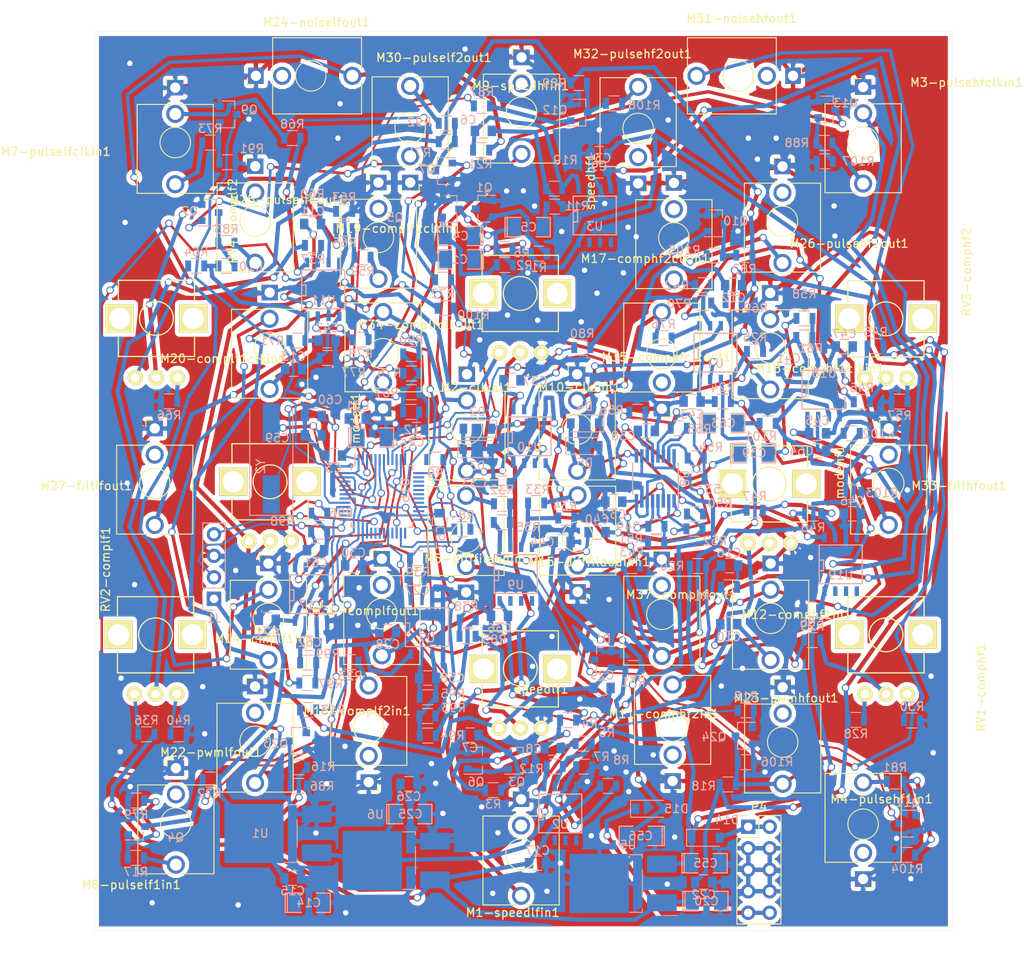
<source format=kicad_pcb>
(kicad_pcb (version 20171130) (host pcbnew 5.0.2+dfsg1-1)
  (title_block (date "15 jun 2016"))
  (layers (0 Front signal) (31 Back signal) (34 B.Paste user) (35 F.Paste user) (36 B.SilkS user) (37 F.SilkS user) (38 B.Mask user) (39 F.Mask user) (44 Edge.Cuts user))
  (net 0 "")
  (net 1 +12V)
  (net 2 GND)
  (net 3 /Sheet5AD5ACBA/RESET)
  (net 4 +3V3)
  (net 5 "Net-(C4-Pad2)")
  (net 6 "Net-(C4-Pad1)")
  (net 7 "Net-(C5-Pad1)")
  (net 8 "Net-(C5-Pad2)")
  (net 9 "Net-(C6-Pad2)")
  (net 10 "Net-(C6-Pad1)")
  (net 11 "Net-(C7-Pad2)")
  (net 12 "Net-(C8-Pad2)")
  (net 13 "Net-(C8-Pad1)")
  (net 14 -12VA)
  (net 15 +10V)
  (net 16 NOISEHF_OUT)
  (net 17 "Net-(C16-Pad1)")
  (net 18 +5V)
  (net 19 "Net-(C27-Pad2)")
  (net 20 /Sheet5AD5ACBA/speedlf)
  (net 21 AREF-10)
  (net 22 /Sheet5B6C330B/7490_IN_LOW)
  (net 23 "Net-(C37-Pad2)")
  (net 24 "Net-(C38-Pad2)")
  (net 25 /Sheet5B6C330B/7400_LP)
  (net 26 "Net-(C39-Pad2)")
  (net 27 DIFFAUDOUT)
  (net 28 "Net-(C40-Pad2)")
  (net 29 "Net-(C41-Pad2)")
  (net 30 "Net-(C41-Pad1)")
  (net 31 /Sheet5AD5ACBA/speedhf)
  (net 32 "Net-(C58-Pad2)")
  (net 33 "Net-(C59-Pad2)")
  (net 34 "Net-(C60-Pad2)")
  (net 35 "Net-(C61-Pad2)")
  (net 36 /Sheet5AD5ACBA/modehf)
  (net 37 "Net-(C62-Pad2)")
  (net 38 /Sheet5AD5ACBA/modelf)
  (net 39 "Net-(C63-Pad2)")
  (net 40 /Sheet5B6C330B/7490_BP)
  (net 41 "Net-(C64-Pad1)")
  (net 42 "Net-(C64-Pad2)")
  (net 43 CLK_INH)
  (net 44 CLK_INL)
  (net 45 /Sheet5AD5ACBA/SWCLK)
  (net 46 /Sheet5AD5ACBA/SWDIO)
  (net 47 "Net-(L2-Pad2)")
  (net 48 "Net-(R96-Pad2)")
  (net 49 "Net-(R97-Pad2)")
  (net 50 "Net-(Q1-Pad3)")
  (net 51 PULSELF1_OUT)
  (net 52 "Net-(Q2-Pad1)")
  (net 53 "Net-(Q3-Pad3)")
  (net 54 "Net-(Q3-Pad1)")
  (net 55 /Sheet5AD5ACBA/pulself1_in)
  (net 56 "Net-(Q4-Pad1)")
  (net 57 PULSELF2_OUT)
  (net 58 "Net-(Q7-Pad1)")
  (net 59 /Sheet5AD5ACBA/pulselfclk_in)
  (net 60 "Net-(Q9-Pad1)")
  (net 61 "Net-(Q10-Pad1)")
  (net 62 PULSEHF1_OUT)
  (net 63 /Sheet5AD5ACBA/pulsehf1_in)
  (net 64 "Net-(Q11-Pad1)")
  (net 65 PULSEHF2_OUT)
  (net 66 "Net-(Q12-Pad1)")
  (net 67 "Net-(Q13-Pad1)")
  (net 68 /Sheet5AD5ACBA/pulsehfclk_in)
  (net 69 "Net-(Q23-Pad1)")
  (net 70 PWMLF_OUT)
  (net 71 PWMHF_OUT)
  (net 72 "Net-(Q24-Pad1)")
  (net 73 "Net-(R12-Pad2)")
  (net 74 "Net-(R7-Pad1)")
  (net 75 /Sheet5AD5ACBA/pulself1_out)
  (net 76 /Sheet5AD5ACBA/pwmlf_out)
  (net 77 /Sheet5AD5ACBA/pwmhf_out)
  (net 78 PULSELF1_IN)
  (net 79 "Net-(R20-Pad1)")
  (net 80 COMPHF2_IN)
  (net 81 NOISELF_OUT)
  (net 82 "Net-(R23-Pad1)")
  (net 83 COMPLF2_IN)
  (net 84 COMPLF1_IN)
  (net 85 COMPHF1_IN)
  (net 86 "Net-(R28-Pad2)")
  (net 87 "Net-(R29-Pad1)")
  (net 88 "Net-(R30-Pad2)")
  (net 89 "Net-(R32-Pad1)")
  (net 90 DIFFFILAUD_INL)
  (net 91 "Net-(R33-Pad1)")
  (net 92 DIFFFILAUD_INH)
  (net 93 "Net-(R36-Pad2)")
  (net 94 "Net-(R37-Pad1)")
  (net 95 SPEEDLF_IN)
  (net 96 "Net-(R40-Pad2)")
  (net 97 "Net-(R42-Pad1)")
  (net 98 COMPHF2_CLK_IN)
  (net 99 COMPHF1_CLK_IN)
  (net 100 "Net-(R45-Pad2)")
  (net 101 "Net-(R46-Pad1)")
  (net 102 "Net-(R47-Pad1)")
  (net 103 "Net-(R49-Pad1)")
  (net 104 "Net-(R49-Pad2)")
  (net 105 "Net-(R50-Pad2)")
  (net 106 "Net-(R51-Pad2)")
  (net 107 "Net-(R53-Pad1)")
  (net 108 "Net-(R55-Pad1)")
  (net 109 "Net-(R56-Pad1)")
  (net 110 "Net-(R57-Pad2)")
  (net 111 "Net-(R59-Pad1)")
  (net 112 COMPLF2_CLK_IN)
  (net 113 COMPLF1_CLK_IN)
  (net 114 "Net-(R64-Pad2)")
  (net 115 "Net-(R65-Pad1)")
  (net 116 "Net-(R66-Pad2)")
  (net 117 /Sheet5AD5ACBA/pulself2_out)
  (net 118 PULSELFCLK_IN)
  (net 119 /Sheet5AD5ACBA/pulsehf1_out)
  (net 120 PULSEHF1_IN)
  (net 121 "Net-(R85-Pad2)")
  (net 122 /Sheet5AD5ACBA/pulsehf2_out)
  (net 123 PULSEHFCLK_IN)
  (net 124 SPEEDHF_IN)
  (net 125 "Net-(R94-Pad2)")
  (net 126 FILTLF_OUT)
  (net 127 FILTHF_OUT)
  (net 128 COMPLF_OUT)
  (net 129 COMPLFCLK_OUT)
  (net 130 COMPHFCLK_OUT)
  (net 131 COMPHF_OUT)
  (net 132 "Net-(U16-Pad14)")
  (net 133 "Net-(U16-Pad15)")
  (net 134 "Net-(U16-Pad16)")
  (net 135 "Net-(U16-Pad17)")
  (net 136 "Net-(U16-Pad18)")
  (net 137 "Net-(U16-Pad19)")
  (net 138 "Net-(U16-Pad20)")
  (net 139 "Net-(U16-Pad28)")
  (net 140 "Net-(U16-Pad30)")
  (net 141 "Net-(U16-Pad31)")
  (net 142 "Net-(U16-Pad32)")
  (net 143 "Net-(U16-Pad33)")
  (net 144 "Net-(U16-Pad38)")
  (net 145 "Net-(U16-Pad39)")
  (net 146 "Net-(M9-speedhfin1-Pad2)")
  (net 147 "Net-(M25-pulself1out1-Pad2)")
  (net 148 "Net-(M23-pwmhfout1-Pad2)")
  (net 149 "Net-(M22-pwmlfout1-Pad2)")
  (net 150 "Net-(M19-complf2clkin1-Pad2)")
  (net 151 "Net-(M13-complf2in1-Pad2)")
  (net 152 "Net-(M11-comphf2in1-Pad2)")
  (net 153 "Net-(M17-comphf2clkin1-Pad2)")
  (net 154 "Net-(M34-complfclkout1-Pad2)")
  (net 155 "Net-(M1-speedlfin1-Pad2)")
  (net 156 "Net-(M27-filtlfout1-Pad2)")
  (net 157 "Net-(M26-pulsehf1out1-Pad2)")
  (net 158 "Net-(M37-comphfout1-Pad2)")
  (net 159 "Net-(M36-complfout1-Pad2)")
  (net 160 "Net-(M35-comphfclkout1-Pad2)")
  (net 161 "Net-(M32-pulsehf2out1-Pad2)")
  (net 162 "Net-(M30-pulself2out1-Pad2)")
  (net 163 "Net-(M33-filthfout1-Pad2)")
  (net 164 "Net-(U16-Pad4)")
  (net 165 "Net-(U16-Pad22)")
  (net 166 "Net-(U16-Pad25)")
  (net 167 "Net-(U16-Pad46)")
  (net 168 "Net-(Q2-Pad3)")
  (net 169 "Net-(Q7-Pad3)")
  (net 170 "Net-(Q10-Pad3)")
  (net 171 "Net-(Q12-Pad3)")
  (net 172 "Net-(R76-Pad1)")
  (net 173 "Net-(R43-Pad1)")
  (net 174 "Net-(R68-Pad1)")
  (net 175 "Net-(R78-Pad1)")
  (net 176 "Net-(M24-noiselfout1-Pad2)")
  (net 177 "Net-(M31-noisehfout1-Pad2)")
  (net 178 "Net-(M8-pulself1in1-Pad2)")
  (net 179 "Net-(M4-pulsehf1in1-Pad2)")
  (net 180 "Net-(C16-Pad2)")
  (net 181 "Net-(D15-Pad1)")
  (net 182 "Net-(D14-Pad2)")
  (net 183 "Net-(U16-Pad45)")
  (net 184 "Net-(C10-Pad1)")
  (net 185 "Net-(C12-Pad1)")
  (net 186 "Net-(C11-Pad1)")
  (net 187 "Net-(C13-Pad1)")
  (module Capacitors_SMD:C_0805 (layer Back) (at 153.71 119.99)
    (fp_text reference C10 (at 0 1.5) (layer B.SilkS) (effects (justify mirror)))
    (fp_text value 100N)
    (pad 2 smd rect (at 1 0) (size 1 1.25) (layers Back B.Paste B.Mask) (net 85 COMPHF1_IN))
    (pad 1 smd rect (at -1 0) (size 1 1.25) (layers Back B.Paste B.Mask) (net 184 "Net-(C10-Pad1)"))
  )
  (module Capacitors_SMD:C_0805 (layer Back) (at 104.55 72.72 180)
    (fp_text reference C11 (at 0 1.5 180) (layer B.SilkS) (effects (justify mirror)))
    (fp_text value 100N)
    (pad 1 smd rect (at -1 0 180) (size 1 1.25) (layers Back B.Paste B.Mask) (net 186 "Net-(C11-Pad1)"))
    (pad 2 smd rect (at 1 0 180) (size 1 1.25) (layers Back B.Paste B.Mask) (net 84 COMPLF1_IN))
  )
  (module Capacitors_SMD:C_0805 (layer Back) (at 154.275 79.95)
    (fp_text reference C12 (at 0 1.5) (layer B.SilkS) (effects (justify mirror)))
    (fp_text value 100N)
    (pad 2 smd rect (at 1 0) (size 1 1.25) (layers Back B.Paste B.Mask) (net 99 COMPHF1_CLK_IN))
    (pad 1 smd rect (at -1 0) (size 1 1.25) (layers Back B.Paste B.Mask) (net 185 "Net-(C12-Pad1)"))
  )
  (module Capacitors_SMD:C_0805 (layer Back) (at 102.3 89.875 180)
    (fp_text reference C13 (at 0 1.5 180) (layer B.SilkS) (effects (justify mirror)))
    (fp_text value 100N)
    (pad 1 smd rect (at -1 0 180) (size 1 1.25) (layers Back B.Paste B.Mask) (net 187 "Net-(C13-Pad1)"))
    (pad 2 smd rect (at 1 0 180) (size 1 1.25) (layers Back B.Paste B.Mask) (net 113 COMPLF1_CLK_IN))
  )
  (module SMD_Packages:SOIC-8-N (layer Back) (at 152.135 87.925)
    (fp_text reference U4 (at 0 1.27) (layer B.SilkS) (effects (justify mirror)))
    (fp_text value TL082)
    (pad 8 smd rect (at -1.905 3.175) (size 0.508 1.143) (layers Back B.Paste B.Mask) (net 15 +10V))
    (pad 7 smd rect (at -0.635 3.175) (size 0.508 1.143) (layers Back B.Paste B.Mask) (net 173 "Net-(R43-Pad1)"))
    (pad 6 smd rect (at 0.635 3.175) (size 0.508 1.143) (layers Back B.Paste B.Mask) (net 79 "Net-(R20-Pad1)"))
    (pad 5 smd rect (at 1.905 3.175) (size 0.508 1.143) (layers Back B.Paste B.Mask) (net 184 "Net-(C10-Pad1)"))
    (pad 4 smd rect (at 1.905 -3.175) (size 0.508 1.143) (layers Back B.Paste B.Mask) (net 2 GND))
    (pad 3 smd rect (at 0.635 -3.175) (size 0.508 1.143) (layers Back B.Paste B.Mask) (net 185 "Net-(C12-Pad1)"))
    (pad 2 smd rect (at -0.635 -3.175) (size 0.508 1.143) (layers Back B.Paste B.Mask) (net 97 "Net-(R42-Pad1)"))
    (pad 1 smd rect (at -1.905 -3.175) (size 0.508 1.143) (layers Back B.Paste B.Mask) (net 172 "Net-(R76-Pad1)"))
  )
  (module Capacitors_SMD:C_0805 (layer Back) (at 138.375 66.45 180)
    (fp_text reference C34 (at 0 1.5 180) (layer B.SilkS) (effects (justify mirror)))
    (fp_text value 100N)
    (pad 1 smd rect (at -1 0 180) (size 1 1.25) (layers Back B.Paste B.Mask) (net 14 -12VA))
    (pad 2 smd rect (at 1 0 180) (size 1 1.25) (layers Back B.Paste B.Mask) (net 2 GND))
  )
  (module Capacitors_SMD:C_0805 (layer Back) (at 126.625 119)
    (fp_text reference C36 (at 0 1.5) (layer B.SilkS) (effects (justify mirror)))
    (fp_text value 100N)
    (pad 2 smd rect (at 1 0) (size 1 1.25) (layers Back B.Paste B.Mask) (net 1 +12V))
    (pad 1 smd rect (at -1 0) (size 1 1.25) (layers Back B.Paste B.Mask) (net 2 GND))
  )
  (module Capacitors_SMD:C_0805 (layer Back) (at 134.025 110.275)
    (fp_text reference C44 (at -2.345 0.045) (layer B.SilkS) (effects (justify mirror)))
    (fp_text value 100N)
    (pad 1 smd rect (at -1 0) (size 1 1.25) (layers Back B.Paste B.Mask) (net 14 -12VA))
    (pad 2 smd rect (at 1 0) (size 1 1.25) (layers Back B.Paste B.Mask) (net 2 GND))
  )
  (module Capacitors_SMD:C_0805 (layer Back) (at 167.35 87.2 180)
    (fp_text reference C47 (at 0 1.5 180) (layer B.SilkS) (effects (justify mirror)))
    (fp_text value 100N)
    (pad 2 smd rect (at 1 0 180) (size 1 1.25) (layers Back B.Paste B.Mask) (net 2 GND))
    (pad 1 smd rect (at -1 0 180) (size 1 1.25) (layers Back B.Paste B.Mask) (net 14 -12VA))
  )
  (module Capacitors_SMD:C_0805 (layer Back) (at 168.3 106.95 180)
    (fp_text reference C46 (at 0 1.5 180) (layer B.SilkS) (effects (justify mirror)))
    (fp_text value 100N)
    (pad 1 smd rect (at -1 0 180) (size 1 1.25) (layers Back B.Paste B.Mask) (net 14 -12VA))
    (pad 2 smd rect (at 1 0 180) (size 1 1.25) (layers Back B.Paste B.Mask) (net 2 GND))
  )
  (module Capacitors_SMD:C_0805 (layer Back) (at 138.4 64.425)
    (fp_text reference C9 (at 0 1.5) (layer B.SilkS) (effects (justify mirror)))
    (fp_text value 100N)
    (pad 2 smd rect (at 1 0) (size 1 1.25) (layers Back B.Paste B.Mask) (net 1 +12V))
    (pad 1 smd rect (at -1 0) (size 1 1.25) (layers Back B.Paste B.Mask) (net 2 GND))
  )
  (module Capacitors_SMD:C_0805 (layer Back) (at 164.2 97.45 180)
    (fp_text reference C45 (at 0 1.5 180) (layer B.SilkS) (effects (justify mirror)))
    (fp_text value 100N)
    (pad 1 smd rect (at -1 0 180) (size 1 1.25) (layers Back B.Paste B.Mask) (net 2 GND))
    (pad 2 smd rect (at 1 0 180) (size 1 1.25) (layers Back B.Paste B.Mask) (net 1 +12V))
  )
  (module Capacitors_SMD:C_0805 (layer Back) (at 99.2 119.475)
    (fp_text reference C21 (at 0 1.5) (layer B.SilkS) (effects (justify mirror)))
    (fp_text value 100nF)
    (pad 1 smd rect (at -1 0) (size 1 1.25) (layers Back B.Paste B.Mask) (net 2 GND))
    (pad 2 smd rect (at 1 0) (size 1 1.25) (layers Back B.Paste B.Mask) (net 4 +3V3))
  )
  (module new_kicad:Potentiometer_Alps-RK09 (layer Front) (at 99.525 103.175 90)
    (fp_text reference modelf1 (at 7.5 10.1 270) (layer F.SilkS))
    (fp_text value 10K)
    (pad 5 thru_hole rect (at 0 4.35) (size 3.3 3.3) (drill 2.5) (layers *.Cu *.Mask F.SilkS))
    (pad 4 thru_hole rect (at 0 -4.35) (size 3.3 3.3) (drill 2.5) (layers *.Cu *.Mask F.SilkS))
    (pad 3 thru_hole circle (at -7 2.5) (size 1.8 1.8) (drill 1) (layers *.Cu *.Mask F.SilkS) (net 2 GND))
    (pad 2 thru_hole circle (at -7 0) (size 1.8 1.8) (drill 1) (layers *.Cu *.Mask F.SilkS) (net 49 "Net-(R97-Pad2)"))
    (pad 1 thru_hole circle (at -7 -2.5) (size 1.8 1.8) (drill 1) (layers *.Cu *.Mask F.SilkS) (net 21 AREF-10))
  )
  (module Connector_Audio:Jack_3.5mm_QingPu_WQP-PJ398SM_Vertical_CircularHoles (layer Front) (at 154.85 55.225 270)
    (fp_text reference M31-noisehfout1 (at -6.775 -0.37 180) (layer F.SilkS))
    (fp_text value AUDIO-JACKERTHENVAR)
    (pad 3 thru_hole circle (at 0 4.95 90) (size 2.13 2.13) (drill 1.43) (layers *.Cu *.Mask) (net 16 NOISEHF_OUT))
    (pad 1 thru_hole rect (at 0 -6.45 90) (size 1.93 1.83) (drill 1.22) (layers *.Cu *.Mask) (net 2 GND))
    (pad 2 thru_hole circle (at 0 -3.35 90) (size 2.13 2.13) (drill 1.42) (layers *.Cu *.Mask) (net 177 "Net-(M31-noisehfout1-Pad2)"))
  )
  (module new_kicad:Potentiometer_Alps-RK09 (layer Front) (at 158.5 103.425 90)
    (fp_text reference modehf1 (at 1.4 8.3 270) (layer F.SilkS))
    (fp_text value 10K)
    (pad 5 thru_hole rect (at 0 4.35) (size 3.3 3.3) (drill 2.5) (layers *.Cu *.Mask F.SilkS))
    (pad 4 thru_hole rect (at 0 -4.35) (size 3.3 3.3) (drill 2.5) (layers *.Cu *.Mask F.SilkS))
    (pad 3 thru_hole circle (at -7 2.5) (size 1.8 1.8) (drill 1) (layers *.Cu *.Mask F.SilkS) (net 2 GND))
    (pad 2 thru_hole circle (at -7 0) (size 1.8 1.8) (drill 1) (layers *.Cu *.Mask F.SilkS) (net 48 "Net-(R96-Pad2)"))
    (pad 1 thru_hole circle (at -7 -2.5) (size 1.8 1.8) (drill 1) (layers *.Cu *.Mask F.SilkS) (net 21 AREF-10))
  )
  (module new_kicad:Potentiometer_Alps-RK09 (layer Front) (at 172.275 121.25 90)
    (fp_text reference RV1-comphf1 (at -6.23 11.215 270) (layer F.SilkS))
    (fp_text value 10K)
    (pad 5 thru_hole rect (at 0 4.35) (size 3.3 3.3) (drill 2.5) (layers *.Cu *.Mask F.SilkS))
    (pad 4 thru_hole rect (at 0 -4.35) (size 3.3 3.3) (drill 2.5) (layers *.Cu *.Mask F.SilkS))
    (pad 3 thru_hole circle (at -7 2.5) (size 1.8 1.8) (drill 1) (layers *.Cu *.Mask F.SilkS) (net 88 "Net-(R30-Pad2)"))
    (pad 2 thru_hole circle (at -7 0) (size 1.8 1.8) (drill 1) (layers *.Cu *.Mask F.SilkS) (net 87 "Net-(R29-Pad1)"))
    (pad 1 thru_hole circle (at -7 -2.5) (size 1.8 1.8) (drill 1) (layers *.Cu *.Mask F.SilkS) (net 86 "Net-(R28-Pad2)"))
  )
  (module new_kicad:Potentiometer_Alps-RK09 (layer Front) (at 86 121.25 90)
    (fp_text reference RV2-complf1 (at 7.725 -5.9 270) (layer F.SilkS))
    (fp_text value 10K)
    (pad 5 thru_hole rect (at 0 4.35) (size 3.3 3.3) (drill 2.5) (layers *.Cu *.Mask F.SilkS))
    (pad 4 thru_hole rect (at 0 -4.35) (size 3.3 3.3) (drill 2.5) (layers *.Cu *.Mask F.SilkS))
    (pad 3 thru_hole circle (at -7 2.5) (size 1.8 1.8) (drill 1) (layers *.Cu *.Mask F.SilkS) (net 96 "Net-(R40-Pad2)"))
    (pad 2 thru_hole circle (at -7 0) (size 1.8 1.8) (drill 1) (layers *.Cu *.Mask F.SilkS) (net 94 "Net-(R37-Pad1)"))
    (pad 1 thru_hole circle (at -7 -2.5) (size 1.8 1.8) (drill 1) (layers *.Cu *.Mask F.SilkS) (net 93 "Net-(R36-Pad2)"))
  )
  (module new_kicad:Potentiometer_Alps-RK09 (layer Front) (at 172.275 83.925 90)
    (fp_text reference RV3-comphf2 (at 5.515 9.525 270) (layer F.SilkS))
    (fp_text value 10K)
    (pad 5 thru_hole rect (at 0 4.35) (size 3.3 3.3) (drill 2.5) (layers *.Cu *.Mask F.SilkS))
    (pad 4 thru_hole rect (at 0 -4.35) (size 3.3 3.3) (drill 2.5) (layers *.Cu *.Mask F.SilkS))
    (pad 3 thru_hole circle (at -7 2.5) (size 1.8 1.8) (drill 1) (layers *.Cu *.Mask F.SilkS) (net 110 "Net-(R57-Pad2)"))
    (pad 2 thru_hole circle (at -7 0) (size 1.8 1.8) (drill 1) (layers *.Cu *.Mask F.SilkS) (net 101 "Net-(R46-Pad1)"))
    (pad 1 thru_hole circle (at -7 -2.5) (size 1.8 1.8) (drill 1) (layers *.Cu *.Mask F.SilkS) (net 100 "Net-(R45-Pad2)"))
  )
  (module new_kicad:Potentiometer_Alps-RK09 (layer Front) (at 86.1 83.875 90)
    (fp_text reference RV4-complf2 (at 11.5 9 270) (layer F.SilkS))
    (fp_text value 10K)
    (pad 5 thru_hole rect (at 0 4.35) (size 3.3 3.3) (drill 2.5) (layers *.Cu *.Mask F.SilkS))
    (pad 4 thru_hole rect (at 0 -4.35) (size 3.3 3.3) (drill 2.5) (layers *.Cu *.Mask F.SilkS))
    (pad 3 thru_hole circle (at -7 2.5) (size 1.8 1.8) (drill 1) (layers *.Cu *.Mask F.SilkS) (net 116 "Net-(R66-Pad2)"))
    (pad 2 thru_hole circle (at -7 0) (size 1.8 1.8) (drill 1) (layers *.Cu *.Mask F.SilkS) (net 115 "Net-(R65-Pad1)"))
    (pad 1 thru_hole circle (at -7 -2.5) (size 1.8 1.8) (drill 1) (layers *.Cu *.Mask F.SilkS) (net 114 "Net-(R64-Pad2)"))
  )
  (module new_kicad:Potentiometer_Alps-RK09 (layer Front) (at 129.075 80.925 90)
    (fp_text reference speedhf1 (at 13.2 8.3 270) (layer F.SilkS))
    (fp_text value 10K)
    (pad 5 thru_hole rect (at 0 4.35) (size 3.3 3.3) (drill 2.5) (layers *.Cu *.Mask F.SilkS))
    (pad 4 thru_hole rect (at 0 -4.35) (size 3.3 3.3) (drill 2.5) (layers *.Cu *.Mask F.SilkS))
    (pad 3 thru_hole circle (at -7 2.5) (size 1.8 1.8) (drill 1) (layers *.Cu *.Mask F.SilkS) (net 2 GND))
    (pad 2 thru_hole circle (at -7 0) (size 1.8 1.8) (drill 1) (layers *.Cu *.Mask F.SilkS) (net 125 "Net-(R94-Pad2)"))
    (pad 1 thru_hole circle (at -7 -2.5) (size 1.8 1.8) (drill 1) (layers *.Cu *.Mask F.SilkS) (net 21 AREF-10))
  )
  (module new_kicad:Potentiometer_Alps-RK09 (layer Front) (at 129.075 125.275 90)
    (fp_text reference speedlf1 (at -2.4 2.5) (layer F.SilkS))
    (fp_text value 10K)
    (pad 5 thru_hole rect (at 0 4.35) (size 3.3 3.3) (drill 2.5) (layers *.Cu *.Mask F.SilkS))
    (pad 4 thru_hole rect (at 0 -4.35) (size 3.3 3.3) (drill 2.5) (layers *.Cu *.Mask F.SilkS))
    (pad 3 thru_hole circle (at -7 2.5) (size 1.8 1.8) (drill 1) (layers *.Cu *.Mask F.SilkS) (net 2 GND))
    (pad 2 thru_hole circle (at -7 0) (size 1.8 1.8) (drill 1) (layers *.Cu *.Mask F.SilkS) (net 121 "Net-(R85-Pad2)"))
    (pad 1 thru_hole circle (at -7 -2.5) (size 1.8 1.8) (drill 1) (layers *.Cu *.Mask F.SilkS) (net 21 AREF-10))
  )
  (module Connector_Audio:Jack_3.5mm_QingPu_WQP-PJ398SM_Vertical_CircularHoles (layer Front) (at 172.6 103.325)
    (fp_text reference M33-filthfout1 (at 8.3 0.325 180) (layer F.SilkS))
    (fp_text value AUDIO-JACKERTHENVAR)
    (pad 3 thru_hole circle (at 0 4.95 180) (size 2.13 2.13) (drill 1.43) (layers *.Cu *.Mask) (net 127 FILTHF_OUT))
    (pad 1 thru_hole rect (at 0 -6.45 180) (size 1.93 1.83) (drill 1.22) (layers *.Cu *.Mask) (net 2 GND))
    (pad 2 thru_hole circle (at 0 -3.35 180) (size 2.13 2.13) (drill 1.42) (layers *.Cu *.Mask) (net 163 "Net-(M33-filthfout1-Pad2)"))
  )
  (module Connector_Audio:Jack_3.5mm_QingPu_WQP-PJ398SM_Vertical_CircularHoles (layer Front) (at 169.575 63)
    (fp_text reference M3-pulsehfclkin1 (at 12.225 -6.99 180) (layer F.SilkS))
    (fp_text value AUDIO-JACKERTHENVAR)
    (pad 3 thru_hole circle (at 0 4.95 180) (size 2.13 2.13) (drill 1.43) (layers *.Cu *.Mask) (net 123 PULSEHFCLK_IN))
    (pad 1 thru_hole rect (at 0 -6.45 180) (size 1.93 1.83) (drill 1.22) (layers *.Cu *.Mask) (net 2 GND))
    (pad 2 thru_hole circle (at 0 -3.35 180) (size 2.13 2.13) (drill 1.42) (layers *.Cu *.Mask) (net 131 COMPHF_OUT))
  )
  (module Connector_Audio:Jack_3.5mm_QingPu_WQP-PJ398SM_Vertical_CircularHoles (layer Front) (at 116.075 61.375 180)
    (fp_text reference M30-pulself2out1 (at -2.8 8.3) (layer F.SilkS))
    (fp_text value AUDIO-JACKERTHENVAR)
    (pad 3 thru_hole circle (at 0 4.95) (size 2.13 2.13) (drill 1.43) (layers *.Cu *.Mask) (net 57 PULSELF2_OUT))
    (pad 1 thru_hole rect (at 0 -6.45) (size 1.93 1.83) (drill 1.22) (layers *.Cu *.Mask) (net 2 GND))
    (pad 2 thru_hole circle (at 0 -3.35) (size 2.13 2.13) (drill 1.42) (layers *.Cu *.Mask) (net 162 "Net-(M30-pulself2out1-Pad2)"))
  )
  (module Connector_Audio:Jack_3.5mm_QingPu_WQP-PJ398SM_Vertical_CircularHoles (layer Front) (at 99.475 87.275)
    (fp_text reference M20-complf1clkin1 (at -5.505 1.355 180) (layer F.SilkS))
    (fp_text value AUDIO-JACKERTHENVAR)
    (pad 3 thru_hole circle (at 0 4.95 180) (size 2.13 2.13) (drill 1.43) (layers *.Cu *.Mask) (net 113 COMPLF1_CLK_IN))
    (pad 1 thru_hole rect (at 0 -6.45 180) (size 1.93 1.83) (drill 1.22) (layers *.Cu *.Mask) (net 2 GND))
    (pad 2 thru_hole circle (at 0 -3.35 180) (size 2.13 2.13) (drill 1.42) (layers *.Cu *.Mask) (net 70 PWMLF_OUT))
  )
  (module Connector_Audio:Jack_3.5mm_QingPu_WQP-PJ398SM_Vertical_CircularHoles (layer Front) (at 143 61.475 180)
    (fp_text reference M32-pulsehf2out1 (at 0.67 8.845) (layer F.SilkS))
    (fp_text value AUDIO-JACKERTHENVAR)
    (pad 3 thru_hole circle (at 0 4.95) (size 2.13 2.13) (drill 1.43) (layers *.Cu *.Mask) (net 65 PULSEHF2_OUT))
    (pad 1 thru_hole rect (at 0 -6.45) (size 1.93 1.83) (drill 1.22) (layers *.Cu *.Mask) (net 2 GND))
    (pad 2 thru_hole circle (at 0 -3.35) (size 2.13 2.13) (drill 1.42) (layers *.Cu *.Mask) (net 161 "Net-(M32-pulsehf2out1-Pad2)"))
  )
  (module Connector_Audio:Jack_3.5mm_QingPu_WQP-PJ398SM_Vertical_CircularHoles (layer Front) (at 145.8 88.1 180)
    (fp_text reference M35-comphfclkout1 (at -0.53 -0.36) (layer F.SilkS))
    (fp_text value AUDIO-JACKERTHENVAR)
    (pad 3 thru_hole circle (at 0 4.95) (size 2.13 2.13) (drill 1.43) (layers *.Cu *.Mask) (net 130 COMPHFCLK_OUT))
    (pad 1 thru_hole rect (at 0 -6.45) (size 1.93 1.83) (drill 1.22) (layers *.Cu *.Mask) (net 2 GND))
    (pad 2 thru_hole circle (at 0 -3.35) (size 2.13 2.13) (drill 1.42) (layers *.Cu *.Mask) (net 160 "Net-(M35-comphfclkout1-Pad2)"))
  )
  (module Connector_Audio:Jack_3.5mm_QingPu_WQP-PJ398SM_Vertical_CircularHoles (layer Front) (at 112.725 118.725)
    (fp_text reference M36-complfout1 (at -1.955 -0.315 180) (layer F.SilkS))
    (fp_text value AUDIO-JACKERTHENVAR)
    (pad 3 thru_hole circle (at 0 4.95 180) (size 2.13 2.13) (drill 1.43) (layers *.Cu *.Mask) (net 128 COMPLF_OUT))
    (pad 1 thru_hole rect (at 0 -6.45 180) (size 1.93 1.83) (drill 1.22) (layers *.Cu *.Mask) (net 2 GND))
    (pad 2 thru_hole circle (at 0 -3.35 180) (size 2.13 2.13) (drill 1.42) (layers *.Cu *.Mask) (net 159 "Net-(M36-complfout1-Pad2)"))
  )
  (module Connector_Audio:Jack_3.5mm_QingPu_WQP-PJ398SM_Vertical_CircularHoles (layer Front) (at 145.8 118.8)
    (fp_text reference M37-comphfout1 (at 2.3 -2.3 180) (layer F.SilkS))
    (fp_text value AUDIO-JACKERTHENVAR)
    (pad 3 thru_hole circle (at 0 4.95 180) (size 2.13 2.13) (drill 1.43) (layers *.Cu *.Mask) (net 131 COMPHF_OUT))
    (pad 1 thru_hole rect (at 0 -6.45 180) (size 1.93 1.83) (drill 1.22) (layers *.Cu *.Mask) (net 2 GND))
    (pad 2 thru_hole circle (at 0 -3.35 180) (size 2.13 2.13) (drill 1.42) (layers *.Cu *.Mask) (net 158 "Net-(M37-comphfout1-Pad2)"))
  )
  (module Connector_Audio:Jack_3.5mm_QingPu_WQP-PJ398SM_Vertical_CircularHoles (layer Front) (at 122.675 109.775 180)
    (fp_text reference M5-difffilaudinl1 (at -1.545 -2.495) (layer F.SilkS))
    (fp_text value AUDIO-JACKERTHENVAR)
    (pad 3 thru_hole circle (at 0 4.95) (size 2.13 2.13) (drill 1.43) (layers *.Cu *.Mask) (net 90 DIFFFILAUD_INL))
    (pad 1 thru_hole rect (at 0 -6.45) (size 1.93 1.83) (drill 1.22) (layers *.Cu *.Mask) (net 2 GND))
    (pad 2 thru_hole circle (at 0 -3.35) (size 2.13 2.13) (drill 1.42) (layers *.Cu *.Mask) (net 128 COMPLF_OUT))
  )
  (module Connector_Audio:Jack_3.5mm_QingPu_WQP-PJ398SM_Vertical_CircularHoles (layer Front) (at 88.325 63.075)
    (fp_text reference M7-pulselfclkin1 (at -14.1 1.1 180) (layer F.SilkS))
    (fp_text value AUDIO-JACKERTHENVAR)
    (pad 3 thru_hole circle (at 0 4.95 180) (size 2.13 2.13) (drill 1.43) (layers *.Cu *.Mask) (net 118 PULSELFCLK_IN))
    (pad 1 thru_hole rect (at 0 -6.45 180) (size 1.93 1.83) (drill 1.22) (layers *.Cu *.Mask) (net 2 GND))
    (pad 2 thru_hole circle (at 0 -3.35 180) (size 2.13 2.13) (drill 1.42) (layers *.Cu *.Mask) (net 128 COMPLF_OUT))
  )
  (module Connector_Audio:Jack_3.5mm_QingPu_WQP-PJ398SM_Vertical_CircularHoles (layer Front) (at 160.05 72.375)
    (fp_text reference M26-pulsehf1out1 (at 7.88 2.655 180) (layer F.SilkS))
    (fp_text value AUDIO-JACKERTHENVAR)
    (pad 3 thru_hole circle (at 0 4.95 180) (size 2.13 2.13) (drill 1.43) (layers *.Cu *.Mask) (net 62 PULSEHF1_OUT))
    (pad 1 thru_hole rect (at 0 -6.45 180) (size 1.93 1.83) (drill 1.22) (layers *.Cu *.Mask) (net 2 GND))
    (pad 2 thru_hole circle (at 0 -3.35 180) (size 2.13 2.13) (drill 1.42) (layers *.Cu *.Mask) (net 157 "Net-(M26-pulsehf1out1-Pad2)"))
  )
  (module Connector_Audio:Jack_3.5mm_QingPu_WQP-PJ398SM_Vertical_CircularHoles (layer Front) (at 85.9 103.325)
    (fp_text reference M27-filtlfout1 (at -8.1 0.325 180) (layer F.SilkS))
    (fp_text value AUDIO-JACKERTHENVAR)
    (pad 3 thru_hole circle (at 0 4.95 180) (size 2.13 2.13) (drill 1.43) (layers *.Cu *.Mask) (net 126 FILTLF_OUT))
    (pad 1 thru_hole rect (at 0 -6.45 180) (size 1.93 1.83) (drill 1.22) (layers *.Cu *.Mask) (net 2 GND))
    (pad 2 thru_hole circle (at 0 -3.35 180) (size 2.13 2.13) (drill 1.42) (layers *.Cu *.Mask) (net 156 "Net-(M27-filtlfout1-Pad2)"))
  )
  (module Connector_Audio:Jack_3.5mm_QingPu_WQP-PJ398SM_Vertical_CircularHoles (layer Front) (at 129.175 147.125)
    (fp_text reference M1-speedlfin1 (at -0.985 6.935 180) (layer F.SilkS))
    (fp_text value AUDIO-JACKERTHENVAR)
    (pad 3 thru_hole circle (at 0 4.95 180) (size 2.13 2.13) (drill 1.43) (layers *.Cu *.Mask) (net 95 SPEEDLF_IN))
    (pad 1 thru_hole rect (at 0 -6.45 180) (size 1.93 1.83) (drill 1.22) (layers *.Cu *.Mask) (net 2 GND))
    (pad 2 thru_hole circle (at 0 -3.35 180) (size 2.13 2.13) (drill 1.42) (layers *.Cu *.Mask) (net 155 "Net-(M1-speedlfin1-Pad2)"))
  )
  (module Connector_Audio:Jack_3.5mm_QingPu_WQP-PJ398SM_Vertical_CircularHoles (layer Front) (at 112.875 88.075 180)
    (fp_text reference M34-complfclkout1 (at -4.475 3.445) (layer F.SilkS))
    (fp_text value AUDIO-JACKERTHENVAR)
    (pad 3 thru_hole circle (at 0 4.95) (size 2.13 2.13) (drill 1.43) (layers *.Cu *.Mask) (net 129 COMPLFCLK_OUT))
    (pad 1 thru_hole rect (at 0 -6.45) (size 1.93 1.83) (drill 1.22) (layers *.Cu *.Mask) (net 2 GND))
    (pad 2 thru_hole circle (at 0 -3.35) (size 2.13 2.13) (drill 1.42) (layers *.Cu *.Mask) (net 154 "Net-(M34-complfclkout1-Pad2)"))
  )
  (module Connector_Audio:Jack_3.5mm_QingPu_WQP-PJ398SM_Vertical_CircularHoles (layer Front) (at 147.225 74.325)
    (fp_text reference M17-comphf2clkin1 (at -3.385 2.485 180) (layer F.SilkS))
    (fp_text value AUDIO-JACKERTHENVAR)
    (pad 3 thru_hole circle (at 0 4.95 180) (size 2.13 2.13) (drill 1.43) (layers *.Cu *.Mask) (net 98 COMPHF2_CLK_IN))
    (pad 1 thru_hole rect (at 0 -6.45 180) (size 1.93 1.83) (drill 1.22) (layers *.Cu *.Mask) (net 2 GND))
    (pad 2 thru_hole circle (at 0 -3.35 180) (size 2.13 2.13) (drill 1.42) (layers *.Cu *.Mask) (net 153 "Net-(M17-comphf2clkin1-Pad2)"))
  )
  (module Connector_Audio:Jack_3.5mm_QingPu_WQP-PJ398SM_Vertical_CircularHoles (layer Front) (at 135.8 96.925)
    (fp_text reference M10-clkinh1 (at 0.29 -4.925 180) (layer F.SilkS))
    (fp_text value AUDIO-JACKERTHENVAR)
    (pad 3 thru_hole circle (at 0 4.95 180) (size 2.13 2.13) (drill 1.43) (layers *.Cu *.Mask) (net 43 CLK_INH))
    (pad 1 thru_hole rect (at 0 -6.45 180) (size 1.93 1.83) (drill 1.22) (layers *.Cu *.Mask) (net 2 GND))
    (pad 2 thru_hole circle (at 0 -3.35 180) (size 2.13 2.13) (drill 1.42) (layers *.Cu *.Mask) (net 130 COMPHFCLK_OUT))
  )
  (module Connector_Audio:Jack_3.5mm_QingPu_WQP-PJ398SM_Vertical_CircularHoles (layer Front) (at 147.075 132.075 180)
    (fp_text reference M11-comphf2in1 (at 1.015 1.485) (layer F.SilkS))
    (fp_text value AUDIO-JACKERTHENVAR)
    (pad 3 thru_hole circle (at 0 4.95) (size 2.13 2.13) (drill 1.43) (layers *.Cu *.Mask) (net 80 COMPHF2_IN))
    (pad 1 thru_hole rect (at 0 -6.45) (size 1.93 1.83) (drill 1.22) (layers *.Cu *.Mask) (net 2 GND))
    (pad 2 thru_hole circle (at 0 -3.35) (size 2.13 2.13) (drill 1.42) (layers *.Cu *.Mask) (net 152 "Net-(M11-comphf2in1-Pad2)"))
  )
  (module Connector_Audio:Jack_3.5mm_QingPu_WQP-PJ398SM_Vertical_CircularHoles (layer Front) (at 158.65 119.275)
    (fp_text reference M12-comphf1in1 (at 3.06 -0.415 180) (layer F.SilkS))
    (fp_text value AUDIO-JACKERTHENVAR)
    (pad 3 thru_hole circle (at 0 4.95 180) (size 2.13 2.13) (drill 1.43) (layers *.Cu *.Mask) (net 85 COMPHF1_IN))
    (pad 1 thru_hole rect (at 0 -6.45 180) (size 1.93 1.83) (drill 1.22) (layers *.Cu *.Mask) (net 2 GND))
    (pad 2 thru_hole circle (at 0 -3.35 180) (size 2.13 2.13) (drill 1.42) (layers *.Cu *.Mask) (net 16 NOISEHF_OUT))
  )
  (module Connector_Audio:Jack_3.5mm_QingPu_WQP-PJ398SM_Vertical_CircularHoles (layer Front) (at 111.175 132.2 180)
    (fp_text reference M13-complf2in1 (at 1.385 1.96) (layer F.SilkS))
    (fp_text value AUDIO-JACKERTHENVAR)
    (pad 3 thru_hole circle (at 0 4.95) (size 2.13 2.13) (drill 1.43) (layers *.Cu *.Mask) (net 83 COMPLF2_IN))
    (pad 1 thru_hole rect (at 0 -6.45) (size 1.93 1.83) (drill 1.22) (layers *.Cu *.Mask) (net 2 GND))
    (pad 2 thru_hole circle (at 0 -3.35) (size 2.13 2.13) (drill 1.42) (layers *.Cu *.Mask) (net 151 "Net-(M13-complf2in1-Pad2)"))
  )
  (module Connector_Audio:Jack_3.5mm_QingPu_WQP-PJ398SM_Vertical_CircularHoles (layer Front) (at 169.575 143.65 180)
    (fp_text reference M4-pulsehf1in1 (at -2.175 3) (layer F.SilkS))
    (fp_text value AUDIO-JACKERTHENVAR)
    (pad 3 thru_hole circle (at 0 4.95) (size 2.13 2.13) (drill 1.43) (layers *.Cu *.Mask) (net 120 PULSEHF1_IN))
    (pad 1 thru_hole rect (at 0 -6.45) (size 1.93 1.83) (drill 1.22) (layers *.Cu *.Mask) (net 2 GND))
    (pad 2 thru_hole circle (at 0 -3.35) (size 2.13 2.13) (drill 1.42) (layers *.Cu *.Mask) (net 179 "Net-(M4-pulsehf1in1-Pad2)"))
  )
  (module Connector_Audio:Jack_3.5mm_QingPu_WQP-PJ398SM_Vertical_CircularHoles (layer Front) (at 99.325 119.275)
    (fp_text reference M14-cmplf1in1 (at -0.475 2.425 180) (layer F.SilkS))
    (fp_text value AUDIO-JACKERTHENVAR)
    (pad 3 thru_hole circle (at 0 4.95 180) (size 2.13 2.13) (drill 1.43) (layers *.Cu *.Mask) (net 84 COMPLF1_IN))
    (pad 1 thru_hole rect (at 0 -6.45 180) (size 1.93 1.83) (drill 1.22) (layers *.Cu *.Mask) (net 2 GND))
    (pad 2 thru_hole circle (at 0 -3.35 180) (size 2.13 2.13) (drill 1.42) (layers *.Cu *.Mask) (net 81 NOISELF_OUT))
  )
  (module Connector_Audio:Jack_3.5mm_QingPu_WQP-PJ398SM_Vertical_CircularHoles (layer Front) (at 135.85 109.725 180)
    (fp_text reference M15-difffilaudinh1 (at -1.4 -2.9) (layer F.SilkS))
    (fp_text value AUDIO-JACKERTHENVAR)
    (pad 3 thru_hole circle (at 0 4.95) (size 2.13 2.13) (drill 1.43) (layers *.Cu *.Mask) (net 92 DIFFFILAUD_INH))
    (pad 1 thru_hole rect (at 0 -6.45) (size 1.93 1.83) (drill 1.22) (layers *.Cu *.Mask) (net 2 GND))
    (pad 2 thru_hole circle (at 0 -3.35) (size 2.13 2.13) (drill 1.42) (layers *.Cu *.Mask) (net 131 COMPHF_OUT))
  )
  (module Connector_Audio:Jack_3.5mm_QingPu_WQP-PJ398SM_Vertical_CircularHoles (layer Front) (at 88.4 143.45)
    (fp_text reference M8-pulself1in1 (at -5.275 7.325 180) (layer F.SilkS))
    (fp_text value AUDIO-JACKERTHENVAR)
    (pad 3 thru_hole circle (at 0 4.95 180) (size 2.13 2.13) (drill 1.43) (layers *.Cu *.Mask) (net 78 PULSELF1_IN))
    (pad 1 thru_hole rect (at 0 -6.45 180) (size 1.93 1.83) (drill 1.22) (layers *.Cu *.Mask) (net 2 GND))
    (pad 2 thru_hole circle (at 0 -3.35 180) (size 2.13 2.13) (drill 1.42) (layers *.Cu *.Mask) (net 178 "Net-(M8-pulself1in1-Pad2)"))
  )
  (module Connector_Audio:Jack_3.5mm_QingPu_WQP-PJ398SM_Vertical_CircularHoles (layer Front) (at 158.6 87.325)
    (fp_text reference M18-comphf1clkin1 (at 5.87 2.465 180) (layer F.SilkS))
    (fp_text value AUDIO-JACKERTHENVAR)
    (pad 3 thru_hole circle (at 0 4.95 180) (size 2.13 2.13) (drill 1.43) (layers *.Cu *.Mask) (net 99 COMPHF1_CLK_IN))
    (pad 1 thru_hole rect (at 0 -6.45 180) (size 1.93 1.83) (drill 1.22) (layers *.Cu *.Mask) (net 2 GND))
    (pad 2 thru_hole circle (at 0 -3.35 180) (size 2.13 2.13) (drill 1.42) (layers *.Cu *.Mask) (net 71 PWMHF_OUT))
  )
  (module Connector_Audio:Jack_3.5mm_QingPu_WQP-PJ398SM_Vertical_CircularHoles (layer Front) (at 112.325 74.275)
    (fp_text reference M19-complf2clkin1 (at 2.355 -1.025 180) (layer F.SilkS))
    (fp_text value AUDIO-JACKERTHENVAR)
    (pad 3 thru_hole circle (at 0 4.95 180) (size 2.13 2.13) (drill 1.43) (layers *.Cu *.Mask) (net 112 COMPLF2_CLK_IN))
    (pad 1 thru_hole rect (at 0 -6.45 180) (size 1.93 1.83) (drill 1.22) (layers *.Cu *.Mask) (net 2 GND))
    (pad 2 thru_hole circle (at 0 -3.35 180) (size 2.13 2.13) (drill 1.42) (layers *.Cu *.Mask) (net 150 "Net-(M19-complf2clkin1-Pad2)"))
  )
  (module Connector_Audio:Jack_3.5mm_QingPu_WQP-PJ398SM_Vertical_CircularHoles (layer Front) (at 122.775 96.925)
    (fp_text reference M2-clkinl1 (at 1.075 -4.875 180) (layer F.SilkS))
    (fp_text value AUDIO-JACKERTHENVAR)
    (pad 3 thru_hole circle (at 0 4.95 180) (size 2.13 2.13) (drill 1.43) (layers *.Cu *.Mask) (net 44 CLK_INL))
    (pad 1 thru_hole rect (at 0 -6.45 180) (size 1.93 1.83) (drill 1.22) (layers *.Cu *.Mask) (net 2 GND))
    (pad 2 thru_hole circle (at 0 -3.35 180) (size 2.13 2.13) (drill 1.42) (layers *.Cu *.Mask) (net 129 COMPLFCLK_OUT))
  )
  (module Connector_Audio:Jack_3.5mm_QingPu_WQP-PJ398SM_Vertical_CircularHoles (layer Front) (at 97.75 133.8)
    (fp_text reference M22-pwmlfout1 (at -5.21 1.33 180) (layer F.SilkS))
    (fp_text value AUDIO-JACKERTHENVAR)
    (pad 3 thru_hole circle (at 0 4.95 180) (size 2.13 2.13) (drill 1.43) (layers *.Cu *.Mask) (net 70 PWMLF_OUT))
    (pad 1 thru_hole rect (at 0 -6.45 180) (size 1.93 1.83) (drill 1.22) (layers *.Cu *.Mask) (net 2 GND))
    (pad 2 thru_hole circle (at 0 -3.35 180) (size 2.13 2.13) (drill 1.42) (layers *.Cu *.Mask) (net 149 "Net-(M22-pwmlfout1-Pad2)"))
  )
  (module Connector_Audio:Jack_3.5mm_QingPu_WQP-PJ398SM_Vertical_CircularHoles (layer Front) (at 160.075 133.9)
    (fp_text reference M23-pwmhfout1 (at 0.4 -5.175 180) (layer F.SilkS))
    (fp_text value AUDIO-JACKERTHENVAR)
    (pad 3 thru_hole circle (at 0 4.95 180) (size 2.13 2.13) (drill 1.43) (layers *.Cu *.Mask) (net 71 PWMHF_OUT))
    (pad 1 thru_hole rect (at 0 -6.45 180) (size 1.93 1.83) (drill 1.22) (layers *.Cu *.Mask) (net 2 GND))
    (pad 2 thru_hole circle (at 0 -3.35 180) (size 2.13 2.13) (drill 1.42) (layers *.Cu *.Mask) (net 148 "Net-(M23-pwmhfout1-Pad2)"))
  )
  (module Connector_Audio:Jack_3.5mm_QingPu_WQP-PJ398SM_Vertical_CircularHoles (layer Front) (at 104.3 55.225 90)
    (fp_text reference M24-noiselfout1 (at 6.325 0.675 -180) (layer F.SilkS))
    (fp_text value AUDIO-JACKERTHENVAR)
    (pad 3 thru_hole circle (at 0 4.95 270) (size 2.13 2.13) (drill 1.43) (layers *.Cu *.Mask) (net 81 NOISELF_OUT))
    (pad 1 thru_hole rect (at 0 -6.45 270) (size 1.93 1.83) (drill 1.22) (layers *.Cu *.Mask) (net 2 GND))
    (pad 2 thru_hole circle (at 0 -3.35 270) (size 2.13 2.13) (drill 1.42) (layers *.Cu *.Mask) (net 176 "Net-(M24-noiselfout1-Pad2)"))
  )
  (module Connector_Audio:Jack_3.5mm_QingPu_WQP-PJ398SM_Vertical_CircularHoles (layer Front) (at 97.775 72.35)
    (fp_text reference M25-pulself1out1 (at 3.8 -2.5 180) (layer F.SilkS))
    (fp_text value pulself1_out)
    (pad 3 thru_hole circle (at 0 4.95 180) (size 2.13 2.13) (drill 1.43) (layers *.Cu *.Mask) (net 51 PULSELF1_OUT))
    (pad 1 thru_hole rect (at 0 -6.45 180) (size 1.93 1.83) (drill 1.22) (layers *.Cu *.Mask) (net 2 GND))
    (pad 2 thru_hole circle (at 0 -3.35 180) (size 2.13 2.13) (drill 1.42) (layers *.Cu *.Mask) (net 147 "Net-(M25-pulself1out1-Pad2)"))
  )
  (module Connector_Audio:Jack_3.5mm_QingPu_WQP-PJ398SM_Vertical_CircularHoles (layer Front) (at 129.225 59.5)
    (fp_text reference M9-speedhfin1 (at -0.1 -3.1 180) (layer F.SilkS))
    (fp_text value AUDIO-JACKERTHENVAR)
    (pad 3 thru_hole circle (at 0 4.95 180) (size 2.13 2.13) (drill 1.43) (layers *.Cu *.Mask) (net 124 SPEEDHF_IN))
    (pad 1 thru_hole rect (at 0 -6.45 180) (size 1.93 1.83) (drill 1.22) (layers *.Cu *.Mask) (net 2 GND))
    (pad 2 thru_hole circle (at 0 -3.35 180) (size 2.13 2.13) (drill 1.42) (layers *.Cu *.Mask) (net 146 "Net-(M9-speedhfin1-Pad2)"))
  )
  (module Resistors_SMD:R_0805 (layer Back) (at 150.675 82.05 180)
    (fp_text reference R70 (at 2.815 -0.1 180) (layer B.SilkS) (effects (justify mirror)))
    (fp_text value 10K)
    (pad 2 smd rect (at 0.95 0 180) (size 0.7 1.3) (layers Back B.Paste B.Mask) (net 185 "Net-(C12-Pad1)"))
    (pad 1 smd rect (at -0.95 0 180) (size 0.7 1.3) (layers Back B.Paste B.Mask) (net 2 GND))
  )
  (module Resistors_SMD:R_0805 (layer Back) (at 83.7 140.825)
    (fp_text reference R79 (at 0 1.65) (layer B.SilkS) (effects (justify mirror)))
    (fp_text value 33K)
    (pad 2 smd rect (at 0.95 0) (size 0.7 1.3) (layers Back B.Paste B.Mask) (net 56 "Net-(Q4-Pad1)"))
    (pad 1 smd rect (at -0.95 0) (size 0.7 1.3) (layers Back B.Paste B.Mask) (net 2 GND))
  )
  (module Resistors_SMD:R_0805 (layer Back) (at 110.225 86.4)
    (fp_text reference R78 (at 0 1.65) (layer B.SilkS) (effects (justify mirror)))
    (fp_text value 1K)
    (pad 2 smd rect (at 0.95 0) (size 0.7 1.3) (layers Back B.Paste B.Mask) (net 129 COMPLFCLK_OUT))
    (pad 1 smd rect (at -0.95 0) (size 0.7 1.3) (layers Back B.Paste B.Mask) (net 175 "Net-(R78-Pad1)"))
  )
  (module Resistors_SMD:R_0805 (layer Back) (at 106.325 88.55 180)
    (fp_text reference R77 (at -3.075 -1.69 180) (layer B.SilkS) (effects (justify mirror)))
    (fp_text value 10K)
    (pad 2 smd rect (at 0.95 0 180) (size 0.7 1.3) (layers Back B.Paste B.Mask) (net 187 "Net-(C13-Pad1)"))
    (pad 1 smd rect (at -0.95 0 180) (size 0.7 1.3) (layers Back B.Paste B.Mask) (net 2 GND))
  )
  (module Resistors_SMD:R_0805 (layer Back) (at 146 86.2 180)
    (fp_text reference R76 (at 0 1.65 180) (layer B.SilkS) (effects (justify mirror)))
    (fp_text value 1K)
    (pad 2 smd rect (at 0.95 0 180) (size 0.7 1.3) (layers Back B.Paste B.Mask) (net 130 COMPHFCLK_OUT))
    (pad 1 smd rect (at -0.95 0 180) (size 0.7 1.3) (layers Back B.Paste B.Mask) (net 172 "Net-(R76-Pad1)"))
  )
  (module Resistors_SMD:R_0805 (layer Back) (at 152.05 76.45)
    (fp_text reference R105 (at -3.6 -0.61) (layer B.SilkS) (effects (justify mirror)))
    (fp_text value 1K)
    (pad 2 smd rect (at 0.95 0) (size 0.7 1.3) (layers Back B.Paste B.Mask) (net 170 "Net-(Q10-Pad3)"))
    (pad 1 smd rect (at -0.95 0) (size 0.7 1.3) (layers Back B.Paste B.Mask) (net 62 PULSEHF1_OUT))
  )
  (module Resistors_SMD:R_0805 (layer Back) (at 154.275 82.025)
    (fp_text reference R69 (at 2.605 0.635) (layer B.SilkS) (effects (justify mirror)))
    (fp_text value 10K)
    (pad 2 smd rect (at 0.95 0) (size 0.7 1.3) (layers Back B.Paste B.Mask) (net 15 +10V))
    (pad 1 smd rect (at -0.95 0) (size 0.7 1.3) (layers Back B.Paste B.Mask) (net 185 "Net-(C12-Pad1)"))
  )
  (module Resistors_SMD:R_0805 (layer Back) (at 102.15 62.575 180)
    (fp_text reference R68 (at 0 1.65 180) (layer B.SilkS) (effects (justify mirror)))
    (fp_text value 1K)
    (pad 2 smd rect (at 0.95 0 180) (size 0.7 1.3) (layers Back B.Paste B.Mask) (net 128 COMPLF_OUT))
    (pad 1 smd rect (at -0.95 0 180) (size 0.7 1.3) (layers Back B.Paste B.Mask) (net 174 "Net-(R68-Pad1)"))
  )
  (module Resistors_SMD:R_0805 (layer Back) (at 108.275 71.225 180)
    (fp_text reference R63 (at 0 1.65 180) (layer B.SilkS) (effects (justify mirror)))
    (fp_text value 10K)
    (pad 2 smd rect (at 0.95 0 180) (size 0.7 1.3) (layers Back B.Paste B.Mask) (net 186 "Net-(C11-Pad1)"))
    (pad 1 smd rect (at -0.95 0 180) (size 0.7 1.3) (layers Back B.Paste B.Mask) (net 2 GND))
  )
  (module Resistors_SMD:R_0805 (layer Back) (at 94.37 74.99 180)
    (fp_text reference R83 (at 0 1.65 180) (layer B.SilkS) (effects (justify mirror)))
    (fp_text value 1K)
    (pad 2 smd rect (at 0.95 0 180) (size 0.7 1.3) (layers Back B.Paste B.Mask) (net 168 "Net-(Q2-Pad3)"))
    (pad 1 smd rect (at -0.95 0 180) (size 0.7 1.3) (layers Back B.Paste B.Mask) (net 51 PULSELF1_OUT))
  )
  (module Resistors_SMD:R_0805 (layer Back) (at 140.15 58.475 180)
    (fp_text reference R108 (at -3.59 -0.215 180) (layer B.SilkS) (effects (justify mirror)))
    (fp_text value 1K)
    (pad 2 smd rect (at 0.95 0 180) (size 0.7 1.3) (layers Back B.Paste B.Mask) (net 171 "Net-(Q12-Pad3)"))
    (pad 1 smd rect (at -0.95 0 180) (size 0.7 1.3) (layers Back B.Paste B.Mask) (net 65 PULSEHF2_OUT))
  )
  (module Resistors_SMD:R_0805 (layer Back) (at 102.75 86.5)
    (fp_text reference R71 (at -2.98 0.02) (layer B.SilkS) (effects (justify mirror)))
    (fp_text value 10K)
    (pad 2 smd rect (at 0.95 0) (size 0.7 1.3) (layers Back B.Paste B.Mask) (net 15 +10V))
    (pad 1 smd rect (at -0.95 0) (size 0.7 1.3) (layers Back B.Paste B.Mask) (net 187 "Net-(C13-Pad1)"))
  )
  (module Resistors_SMD:R_0805 (layer Back) (at 155.725 136.3 180)
    (fp_text reference R106 (at -3.695 0.04 180) (layer B.SilkS) (effects (justify mirror)))
    (fp_text value 3K3)
    (pad 2 smd rect (at 0.95 0 180) (size 0.7 1.3) (layers Back B.Paste B.Mask) (net 71 PWMHF_OUT))
    (pad 1 smd rect (at -0.95 0 180) (size 0.7 1.3) (layers Back B.Paste B.Mask) (net 2 GND))
  )
  (module Resistors_SMD:R_0805 (layer Back) (at 94.5 65.425 180)
    (fp_text reference R91 (at -2.87 1.595 180) (layer B.SilkS) (effects (justify mirror)))
    (fp_text value 33K)
    (pad 2 smd rect (at 0.95 0 180) (size 0.7 1.3) (layers Back B.Paste B.Mask) (net 60 "Net-(Q9-Pad1)"))
    (pad 1 smd rect (at -0.95 0 180) (size 0.7 1.3) (layers Back B.Paste B.Mask) (net 2 GND))
  )
  (module Resistors_SMD:R_0805 (layer Back) (at 174.775 147.25)
    (fp_text reference R104 (at 0 1.65) (layer B.SilkS) (effects (justify mirror)))
    (fp_text value 33K)
    (pad 2 smd rect (at 0.95 0) (size 0.7 1.3) (layers Back B.Paste B.Mask) (net 64 "Net-(Q11-Pad1)"))
    (pad 1 smd rect (at -0.95 0) (size 0.7 1.3) (layers Back B.Paste B.Mask) (net 2 GND))
  )
  (module Resistors_SMD:R_0805 (layer Back) (at 165.05 65.325)
    (fp_text reference R107 (at 3.96 0.005) (layer B.SilkS) (effects (justify mirror)))
    (fp_text value 33K)
    (pad 2 smd rect (at 0.95 0) (size 0.7 1.3) (layers Back B.Paste B.Mask) (net 67 "Net-(Q13-Pad1)"))
    (pad 1 smd rect (at -0.95 0) (size 0.7 1.3) (layers Back B.Paste B.Mask) (net 2 GND))
  )
  (module Resistors_SMD:R_0805 (layer Back) (at 102.925 139.1 180)
    (fp_text reference R86 (at -2.745 -0.03 180) (layer B.SilkS) (effects (justify mirror)))
    (fp_text value 3K3)
    (pad 2 smd rect (at 0.95 0 180) (size 0.7 1.3) (layers Back B.Paste B.Mask) (net 70 PWMLF_OUT))
    (pad 1 smd rect (at -0.95 0 180) (size 0.7 1.3) (layers Back B.Paste B.Mask) (net 2 GND))
  )
  (module Resistors_SMD:R_0805 (layer Back) (at 120.4 60.825)
    (fp_text reference R92 (at -3.25 -0.135) (layer B.SilkS) (effects (justify mirror)))
    (fp_text value 1K)
    (pad 2 smd rect (at 0.95 0) (size 0.7 1.3) (layers Back B.Paste B.Mask) (net 169 "Net-(Q7-Pad3)"))
    (pad 1 smd rect (at -0.95 0) (size 0.7 1.3) (layers Back B.Paste B.Mask) (net 57 PULSELF2_OUT))
  )
  (module Resistors_SMD:R_0805 (layer Back) (at 156.8 87.775 180)
    (fp_text reference R25 (at 0 1.65 180) (layer B.SilkS) (effects (justify mirror)))
    (fp_text value 10K)
    (pad 2 smd rect (at 0.95 0 180) (size 0.7 1.3) (layers Back B.Paste B.Mask) (net 184 "Net-(C10-Pad1)"))
    (pad 1 smd rect (at -0.95 0 180) (size 0.7 1.3) (layers Back B.Paste B.Mask) (net 2 GND))
  )
  (module Resistors_SMD:R_0805 (layer Back) (at 153 93.7 180)
    (fp_text reference R24 (at 0 1.65 180) (layer B.SilkS) (effects (justify mirror)))
    (fp_text value 10K)
    (pad 2 smd rect (at 0.95 0 180) (size 0.7 1.3) (layers Back B.Paste B.Mask) (net 15 +10V))
    (pad 1 smd rect (at -0.95 0 180) (size 0.7 1.3) (layers Back B.Paste B.Mask) (net 184 "Net-(C10-Pad1)"))
  )
  (module Resistors_SMD:R_0805 (layer Back) (at 142.25 113.125 180)
    (fp_text reference R43 (at 0 1.65 180) (layer B.SilkS) (effects (justify mirror)))
    (fp_text value 1K)
    (pad 2 smd rect (at 0.95 0 180) (size 0.7 1.3) (layers Back B.Paste B.Mask) (net 131 COMPHF_OUT))
    (pad 1 smd rect (at -0.95 0 180) (size 0.7 1.3) (layers Back B.Paste B.Mask) (net 173 "Net-(R43-Pad1)"))
  )
  (module Resistors_SMD:R_0805 (layer Back) (at 104.53 70.82 180)
    (fp_text reference R60 (at 0 1.65 180) (layer B.SilkS) (effects (justify mirror)))
    (fp_text value 10K)
    (pad 2 smd rect (at 0.95 0 180) (size 0.7 1.3) (layers Back B.Paste B.Mask) (net 15 +10V))
    (pad 1 smd rect (at -0.95 0 180) (size 0.7 1.3) (layers Back B.Paste B.Mask) (net 186 "Net-(C11-Pad1)"))
  )
  (module SMD_Packages:SMD-1206_Pol (layer Back) (at 121.925 76.9 180)
    (fp_text reference C1 (at 0 0 180) (layer B.SilkS) (effects (justify mirror)))
    (fp_text value 47u)
    (pad 2 smd rect (at 1.651 0 180) (size 1.524 2.032) (layers Back B.Paste B.Mask) (net 2 GND))
    (pad 1 smd rect (at -1.651 0 180) (size 1.524 2.032) (layers Back B.Paste B.Mask) (net 1 +12V))
  )
  (module Capacitors_SMD:C_0805 (layer Back) (at 116.8 97.01)
    (fp_text reference C2 (at 0 1.5) (layer B.SilkS) (effects (justify mirror)))
    (fp_text value 100N)
    (pad 2 smd rect (at 1 0) (size 1 1.25) (layers Back B.Paste B.Mask) (net 3 /Sheet5AD5ACBA/RESET))
    (pad 1 smd rect (at -1 0) (size 1 1.25) (layers Back B.Paste B.Mask) (net 2 GND))
  )
  (module Capacitors_SMD:C_0805 (layer Back) (at 107.025 100.075)
    (fp_text reference C3 (at 0 1.5) (layer B.SilkS) (effects (justify mirror)))
    (fp_text value 100N)
    (pad 2 smd rect (at 1 0) (size 1 1.25) (layers Back B.Paste B.Mask) (net 4 +3V3))
    (pad 1 smd rect (at -1 0) (size 1 1.25) (layers Back B.Paste B.Mask) (net 2 GND))
  )
  (module SMD_Packages:SMD-1206_Pol (layer Back) (at 121.875 74.125 180)
    (fp_text reference C4 (at -0.155 -0.005 180) (layer B.SilkS) (effects (justify mirror)))
    (fp_text value 47u)
    (pad 2 smd rect (at 1.651 0 180) (size 1.524 2.032) (layers Back B.Paste B.Mask) (net 5 "Net-(C4-Pad2)"))
    (pad 1 smd rect (at -1.651 0 180) (size 1.524 2.032) (layers Back B.Paste B.Mask) (net 6 "Net-(C4-Pad1)"))
  )
  (module SMD_Packages:SMD-1206_Pol (layer Back) (at 130.075 73.1)
    (fp_text reference C5 (at 0 0) (layer B.SilkS) (effects (justify mirror)))
    (fp_text value 10u)
    (pad 2 smd rect (at 1.651 0) (size 1.524 2.032) (layers Back B.Paste B.Mask) (net 8 "Net-(C5-Pad2)"))
    (pad 1 smd rect (at -1.651 0) (size 1.524 2.032) (layers Back B.Paste B.Mask) (net 7 "Net-(C5-Pad1)"))
  )
  (module Capacitors_SMD:C_0805 (layer Back) (at 124.725 61.725)
    (fp_text reference C6 (at -1.795 -1.295) (layer B.SilkS) (effects (justify mirror)))
    (fp_text value 10p)
    (pad 2 smd rect (at 1 0) (size 1 1.25) (layers Back B.Paste B.Mask) (net 9 "Net-(C6-Pad2)"))
    (pad 1 smd rect (at -1 0) (size 1 1.25) (layers Back B.Paste B.Mask) (net 10 "Net-(C6-Pad1)"))
  )
  (module Capacitors_SMD:C_0805 (layer Back) (at 123.15 133.1)
    (fp_text reference C7 (at 0 1.5) (layer B.SilkS) (effects (justify mirror)))
    (fp_text value 100N)
    (pad 2 smd rect (at 1 0) (size 1 1.25) (layers Back B.Paste B.Mask) (net 11 "Net-(C7-Pad2)"))
    (pad 1 smd rect (at -1 0) (size 1 1.25) (layers Back B.Paste B.Mask) (net 2 GND))
  )
  (module Capacitors_SMD:C_0805 (layer Back) (at 132.9 134.625)
    (fp_text reference C8 (at -2.24 0.105) (layer B.SilkS) (effects (justify mirror)))
    (fp_text value 100N)
    (pad 2 smd rect (at 1 0) (size 1 1.25) (layers Back B.Paste B.Mask) (net 12 "Net-(C8-Pad2)"))
    (pad 1 smd rect (at -1 0) (size 1 1.25) (layers Back B.Paste B.Mask) (net 13 "Net-(C8-Pad1)"))
  )
  (module SMD_Packages:SMD-1206_Pol (layer Back) (at 104.1 152.9)
    (fp_text reference C14 (at 0 0) (layer B.SilkS) (effects (justify mirror)))
    (fp_text value 10u)
    (pad 2 smd rect (at 1.651 0) (size 1.524 2.032) (layers Back B.Paste B.Mask) (net 2 GND))
    (pad 1 smd rect (at -1.651 0) (size 1.524 2.032) (layers Back B.Paste B.Mask) (net 4 +3V3))
  )
  (module Capacitors_SMD:C_0805 (layer Back) (at 102.2 150)
    (fp_text reference C15 (at 0 1.5) (layer B.SilkS) (effects (justify mirror)))
    (fp_text value 100N)
    (pad 2 smd rect (at 1 0) (size 1 1.25) (layers Back B.Paste B.Mask) (net 2 GND))
    (pad 1 smd rect (at -1 0) (size 1 1.25) (layers Back B.Paste B.Mask) (net 4 +3V3))
  )
  (module Capacitors_SMD:C_0805 (layer Back) (at 153.8 113.075)
    (fp_text reference C16 (at -0.06 -1.505) (layer B.SilkS) (effects (justify mirror)))
    (fp_text value 100N)
    (pad 2 smd rect (at 1 0) (size 1 1.25) (layers Back B.Paste B.Mask) (net 180 "Net-(C16-Pad2)"))
    (pad 1 smd rect (at -1 0) (size 1 1.25) (layers Back B.Paste B.Mask) (net 17 "Net-(C16-Pad1)"))
  )
  (module Capacitors_SMD:C_0805 (layer Back) (at 131.125 148.225 180)
    (fp_text reference C17 (at 0 1.5 180) (layer B.SilkS) (effects (justify mirror)))
    (fp_text value 100N)
    (pad 2 smd rect (at 1 0 180) (size 1 1.25) (layers Back B.Paste B.Mask) (net 15 +10V))
    (pad 1 smd rect (at -1 0 180) (size 1 1.25) (layers Back B.Paste B.Mask) (net 2 GND))
  )
  (module SMD_Packages:SMD-1206_Pol (layer Back) (at 151.075 152.7)
    (fp_text reference C20 (at 0 0) (layer B.SilkS) (effects (justify mirror)))
    (fp_text value 10u)
    (pad 2 smd rect (at 1.651 0) (size 1.524 2.032) (layers Back B.Paste B.Mask) (net 2 GND))
    (pad 1 smd rect (at -1.651 0) (size 1.524 2.032) (layers Back B.Paste B.Mask) (net 15 +10V))
  )
  (module Capacitors_SMD:C_0805 (layer Back) (at 150.75 150.45)
    (fp_text reference C22 (at 0 1.5) (layer B.SilkS) (effects (justify mirror)))
    (fp_text value 100N)
    (pad 2 smd rect (at 1 0) (size 1 1.25) (layers Back B.Paste B.Mask) (net 2 GND))
    (pad 1 smd rect (at -1 0) (size 1 1.25) (layers Back B.Paste B.Mask) (net 15 +10V))
  )
  (module SMD_Packages:SMD-1206_Pol (layer Back) (at 116.1 142.425)
    (fp_text reference C25 (at 0 0) (layer B.SilkS) (effects (justify mirror)))
    (fp_text value 10u)
    (pad 2 smd rect (at 1.651 0) (size 1.524 2.032) (layers Back B.Paste B.Mask) (net 2 GND))
    (pad 1 smd rect (at -1.651 0) (size 1.524 2.032) (layers Back B.Paste B.Mask) (net 18 +5V))
  )
  (module Capacitors_SMD:C_0805 (layer Back) (at 115.925 138.85)
    (fp_text reference C26 (at 0 1.5) (layer B.SilkS) (effects (justify mirror)))
    (fp_text value 100N)
    (pad 2 smd rect (at 1 0) (size 1 1.25) (layers Back B.Paste B.Mask) (net 2 GND))
    (pad 1 smd rect (at -1 0) (size 1 1.25) (layers Back B.Paste B.Mask) (net 18 +5V))
  )
  (module Capacitors_SMD:C_0805 (layer Back) (at 116.9 114.5)
    (fp_text reference C27 (at 0 1.5) (layer B.SilkS) (effects (justify mirror)))
    (fp_text value 1nF)
    (pad 2 smd rect (at 1 0) (size 1 1.25) (layers Back B.Paste B.Mask) (net 19 "Net-(C27-Pad2)"))
    (pad 1 smd rect (at -1 0) (size 1 1.25) (layers Back B.Paste B.Mask) (net 20 /Sheet5AD5ACBA/speedlf))
  )
  (module Capacitors_SMD:C_0805 (layer Back) (at 113.425 120.875)
    (fp_text reference C28 (at 0 1.5) (layer B.SilkS) (effects (justify mirror)))
    (fp_text value 100nF)
    (pad 2 smd rect (at 1 0) (size 1 1.25) (layers Back B.Paste B.Mask) (net 4 +3V3))
    (pad 1 smd rect (at -1 0) (size 1 1.25) (layers Back B.Paste B.Mask) (net 2 GND))
  )
  (module Capacitors_SMD:C_0805 (layer Back) (at 138.75 127.525 180)
    (fp_text reference C29 (at 0 1.5 180) (layer B.SilkS) (effects (justify mirror)))
    (fp_text value 100N)
    (pad 2 smd rect (at 1 0 180) (size 1 1.25) (layers Back B.Paste B.Mask) (net 21 AREF-10))
    (pad 1 smd rect (at -1 0 180) (size 1 1.25) (layers Back B.Paste B.Mask) (net 2 GND))
  )
  (module Capacitors_SMD:C_0805 (layer Back) (at 109.4 113.06 180)
    (fp_text reference C30 (at 0 1.5 180) (layer B.SilkS) (effects (justify mirror)))
    (fp_text value 100N)
    (pad 2 smd rect (at 1 0 180) (size 1 1.25) (layers Back B.Paste B.Mask) (net 4 +3V3))
    (pad 1 smd rect (at -1 0 180) (size 1 1.25) (layers Back B.Paste B.Mask) (net 2 GND))
  )
  (module Capacitors_SMD:C_0805 (layer Back) (at 109.825 95.7 180)
    (fp_text reference C31 (at 0 1.5 180) (layer B.SilkS) (effects (justify mirror)))
    (fp_text value 100N)
    (pad 2 smd rect (at 1 0 180) (size 1 1.25) (layers Back B.Paste B.Mask) (net 4 +3V3))
    (pad 1 smd rect (at -1 0 180) (size 1 1.25) (layers Back B.Paste B.Mask) (net 2 GND))
  )
  (module Capacitors_SMD:C_0805 (layer Back) (at 140.125 105.525)
    (fp_text reference C32 (at 0 1.5) (layer B.SilkS) (effects (justify mirror)))
    (fp_text value 100N)
    (pad 2 smd rect (at 1 0) (size 1 1.25) (layers Back B.Paste B.Mask) (net 18 +5V))
    (pad 1 smd rect (at -1 0) (size 1 1.25) (layers Back B.Paste B.Mask) (net 2 GND))
  )
  (module Capacitors_SMD:C_0805 (layer Back) (at 126.975 103.35)
    (fp_text reference C33 (at -3.315 -0.03) (layer B.SilkS) (effects (justify mirror)))
    (fp_text value 100N)
    (pad 2 smd rect (at 1 0) (size 1 1.25) (layers Back B.Paste B.Mask) (net 18 +5V))
    (pad 1 smd rect (at -1 0) (size 1 1.25) (layers Back B.Paste B.Mask) (net 2 GND))
  )
  (module Capacitors_SMD:C_0805 (layer Back) (at 128.1 91.18 180)
    (fp_text reference C37 (at -2.73 -0.09 180) (layer B.SilkS) (effects (justify mirror)))
    (fp_text value 100N)
    (pad 2 smd rect (at 1 0 180) (size 1 1.25) (layers Back B.Paste B.Mask) (net 23 "Net-(C37-Pad2)"))
    (pad 1 smd rect (at -1 0 180) (size 1 1.25) (layers Back B.Paste B.Mask) (net 2 GND))
  )
  (module Capacitors_SMD:C_0805 (layer Back) (at 143.97 97.17 180)
    (fp_text reference C38 (at 2.74 -0.6 180) (layer B.SilkS) (effects (justify mirror)))
    (fp_text value 100N)
    (pad 2 smd rect (at 1 0 180) (size 1 1.25) (layers Back B.Paste B.Mask) (net 24 "Net-(C38-Pad2)"))
    (pad 1 smd rect (at -1 0 180) (size 1 1.25) (layers Back B.Paste B.Mask) (net 2 GND))
  )
  (module SMD_Packages:SMD-1206_Pol (layer Back) (at 156.71 99.79)
    (fp_text reference C39 (at 0 0) (layer B.SilkS) (effects (justify mirror)))
    (fp_text value 10u)
    (pad 2 smd rect (at 1.651 0) (size 1.524 2.032) (layers Back B.Paste B.Mask) (net 26 "Net-(C39-Pad2)"))
    (pad 1 smd rect (at -1.651 0) (size 1.524 2.032) (layers Back B.Paste B.Mask) (net 25 /Sheet5B6C330B/7400_LP))
  )
  (module Capacitors_SMD:C_0805 (layer Back) (at 138.15 109.125 180)
    (fp_text reference C40 (at 0 1.5 180) (layer B.SilkS) (effects (justify mirror)))
    (fp_text value 100N)
    (pad 2 smd rect (at 1 0 180) (size 1 1.25) (layers Back B.Paste B.Mask) (net 28 "Net-(C40-Pad2)"))
    (pad 1 smd rect (at -1 0 180) (size 1 1.25) (layers Back B.Paste B.Mask) (net 27 DIFFAUDOUT))
  )
  (module Capacitors_SMD:C_0805 (layer Back) (at 160.77 90.11 180)
    (fp_text reference C41 (at 0 1.5 180) (layer B.SilkS) (effects (justify mirror)))
    (fp_text value 18p)
    (pad 2 smd rect (at 1 0 180) (size 1 1.25) (layers Back B.Paste B.Mask) (net 29 "Net-(C41-Pad2)"))
    (pad 1 smd rect (at -1 0 180) (size 1 1.25) (layers Back B.Paste B.Mask) (net 30 "Net-(C41-Pad1)"))
  )
  (module Capacitors_SMD:C_0805 (layer Back) (at 106.275 86.5 180)
    (fp_text reference C42 (at 0 1.5 180) (layer B.SilkS) (effects (justify mirror)))
    (fp_text value 100N)
    (pad 2 smd rect (at 1 0 180) (size 1 1.25) (layers Back B.Paste B.Mask) (net 15 +10V))
    (pad 1 smd rect (at -1 0 180) (size 1 1.25) (layers Back B.Paste B.Mask) (net 2 GND))
  )
  (module Capacitors_SMD:C_0805 (layer Back) (at 149.375 93.7)
    (fp_text reference C43 (at 0 1.5) (layer B.SilkS) (effects (justify mirror)))
    (fp_text value 100N)
    (pad 2 smd rect (at 1 0) (size 1 1.25) (layers Back B.Paste B.Mask) (net 15 +10V))
    (pad 1 smd rect (at -1 0) (size 1 1.25) (layers Back B.Paste B.Mask) (net 2 GND))
  )
  (module SMD_Packages:SMD-1206_Pol (layer Back) (at 111.58 97.96)
    (fp_text reference C54 (at 3.69 0.8) (layer B.SilkS) (effects (justify mirror)))
    (fp_text value 10UF)
    (pad 2 smd rect (at 1.651 0) (size 1.524 2.032) (layers Back B.Paste B.Mask) (net 2 GND))
    (pad 1 smd rect (at -1.651 0) (size 1.524 2.032) (layers Back B.Paste B.Mask) (net 4 +3V3))
  )
  (module SMD_Packages:SMD-1206_Pol (layer Back) (at 150.975 148.225)
    (fp_text reference C55 (at 0 0) (layer B.SilkS) (effects (justify mirror)))
    (fp_text value 10u)
    (pad 2 smd rect (at 1.651 0) (size 1.524 2.032) (layers Back B.Paste B.Mask) (net 2 GND))
    (pad 1 smd rect (at -1.651 0) (size 1.524 2.032) (layers Back B.Paste B.Mask) (net 1 +12V))
  )
  (module SMD_Packages:SMD-1206_Pol (layer Back) (at 143.3 145 180)
    (fp_text reference C56 (at 0 0 180) (layer B.SilkS) (effects (justify mirror)))
    (fp_text value 10u)
    (pad 2 smd rect (at 1.651 0 180) (size 1.524 2.032) (layers Back B.Paste B.Mask) (net 14 -12VA))
    (pad 1 smd rect (at -1.651 0 180) (size 1.524 2.032) (layers Back B.Paste B.Mask) (net 2 GND))
  )
  (module Capacitors_SMD:C_0805 (layer Back) (at 119.55 107.875 270)
    (fp_text reference C57 (at 1.855 -0.15 270) (layer B.SilkS) (effects (justify mirror)))
    (fp_text value 100N)
    (pad 2 smd rect (at 1 0 270) (size 1 1.25) (layers Back B.Paste B.Mask) (net 4 +3V3))
    (pad 1 smd rect (at -1 0 270) (size 1 1.25) (layers Back B.Paste B.Mask) (net 2 GND))
  )
  (module Capacitors_SMD:C_0805 (layer Back) (at 118.15 126.35)
    (fp_text reference C58 (at 2.91 -0.01) (layer B.SilkS) (effects (justify mirror)))
    (fp_text value 1nF)
    (pad 2 smd rect (at 1 0) (size 1 1.25) (layers Back B.Paste B.Mask) (net 32 "Net-(C58-Pad2)"))
    (pad 1 smd rect (at -1 0) (size 1 1.25) (layers Back B.Paste B.Mask) (net 31 /Sheet5AD5ACBA/speedhf))
  )
  (module Capacitors_SMD:C_0805 (layer Back) (at 104.625 97.7)
    (fp_text reference C59 (at -4.245 0.3) (layer B.SilkS) (effects (justify mirror)))
    (fp_text value 18P)
    (pad 2 smd rect (at 1 0) (size 1 1.25) (layers Back B.Paste B.Mask) (net 33 "Net-(C59-Pad2)"))
    (pad 1 smd rect (at -1 0) (size 1 1.25) (layers Back B.Paste B.Mask) (net 2 GND))
  )
  (module Capacitors_SMD:C_0805 (layer Back) (at 104.625 95.4)
    (fp_text reference C60 (at 1.995 -1.92) (layer B.SilkS) (effects (justify mirror)))
    (fp_text value 18P)
    (pad 2 smd rect (at 1 0) (size 1 1.25) (layers Back B.Paste B.Mask) (net 34 "Net-(C60-Pad2)"))
    (pad 1 smd rect (at -1 0) (size 1 1.25) (layers Back B.Paste B.Mask) (net 2 GND))
  )
  (module Capacitors_SMD:C_0805 (layer Back) (at 104.9 111.26)
    (fp_text reference C61 (at 0 1.5) (layer B.SilkS) (effects (justify mirror)))
    (fp_text value 1nF)
    (pad 2 smd rect (at 1 0) (size 1 1.25) (layers Back B.Paste B.Mask) (net 35 "Net-(C61-Pad2)"))
    (pad 1 smd rect (at -1 0) (size 1 1.25) (layers Back B.Paste B.Mask) (net 36 /Sheet5AD5ACBA/modehf))
  )
  (module Capacitors_SMD:C_0805 (layer Back) (at 104.1 122.25)
    (fp_text reference C62 (at 0.08 -0.11) (layer B.SilkS) (effects (justify mirror)))
    (fp_text value 1nF)
    (pad 2 smd rect (at 1 0) (size 1 1.25) (layers Back B.Paste B.Mask) (net 37 "Net-(C62-Pad2)"))
    (pad 1 smd rect (at -1 0) (size 1 1.25) (layers Back B.Paste B.Mask) (net 38 /Sheet5AD5ACBA/modelf))
  )
  (module SMD_Packages:SMD-1206_Pol (layer Back) (at 153.075 96.25)
    (fp_text reference C63 (at 0 0) (layer B.SilkS) (effects (justify mirror)))
    (fp_text value 10u)
    (pad 2 smd rect (at 1.651 0) (size 1.524 2.032) (layers Back B.Paste B.Mask) (net 39 "Net-(C63-Pad2)"))
    (pad 1 smd rect (at -1.651 0) (size 1.524 2.032) (layers Back B.Paste B.Mask) (net 40 /Sheet5B6C330B/7490_BP))
  )
  (module Capacitors_SMD:C_0805 (layer Back) (at 164.2 99.525 180)
    (fp_text reference C64 (at 1.91 0.005 180) (layer B.SilkS) (effects (justify mirror)))
    (fp_text value 18p)
    (pad 2 smd rect (at 1 0 180) (size 1 1.25) (layers Back B.Paste B.Mask) (net 42 "Net-(C64-Pad2)"))
    (pad 1 smd rect (at -1 0 180) (size 1 1.25) (layers Back B.Paste B.Mask) (net 41 "Net-(C64-Pad1)"))
  )
  (module Capacitors_SMD:C_0805 (layer Back) (at 163.525 118.25)
    (fp_text reference C66 (at 0 1.5) (layer B.SilkS) (effects (justify mirror)))
    (fp_text value 100N)
    (pad 2 smd rect (at 1 0) (size 1 1.25) (layers Back B.Paste B.Mask) (net 1 +12V))
    (pad 1 smd rect (at -1 0) (size 1 1.25) (layers Back B.Paste B.Mask) (net 2 GND))
  )
  (module TO_SOT_Packages_SMD:SOT-23 (layer Back) (at 138.85 124.2 180)
    (fp_text reference D1 (at 0 2.5 180) (layer B.SilkS) (effects (justify mirror)))
    (fp_text value LM4040)
    (pad 3 smd rect (at 1 0 180) (size 0.9 0.8) (layers Back B.Paste B.Mask))
    (pad 2 smd rect (at -1 -0.95 180) (size 0.9 0.8) (layers Back B.Paste B.Mask) (net 21 AREF-10))
    (pad 1 smd rect (at -1 0.95 180) (size 0.9 0.8) (layers Back B.Paste B.Mask) (net 2 GND))
  )
  (module Diodes_SMD:D_SOD-123 (layer Back) (at 124.01 96.91 180)
    (fp_text reference D2 (at 0 2 180) (layer B.SilkS) (effects (justify mirror)))
    (fp_text value BAT85/1n5819)
    (pad 1 smd rect (at -1.65 0 180) (size 0.9 1.2) (layers Back B.Paste B.Mask) (net 18 +5V))
    (pad 2 smd rect (at 1.65 0 180) (size 0.9 1.2) (layers Back B.Paste B.Mask) (net 44 CLK_INL))
  )
  (module Diodes_SMD:D_SOD-123 (layer Back) (at 123.97 99.3)
    (fp_text reference D3 (at 0 2) (layer B.SilkS) (effects (justify mirror)))
    (fp_text value 5819)
    (pad 1 smd rect (at -1.65 0) (size 0.9 1.2) (layers Back B.Paste B.Mask) (net 44 CLK_INL))
    (pad 2 smd rect (at 1.65 0) (size 0.9 1.2) (layers Back B.Paste B.Mask) (net 2 GND))
  )
  (module Diodes_SMD:D_SOD-123 (layer Back) (at 136.7 96.275 180)
    (fp_text reference D4 (at 0 2 180) (layer B.SilkS) (effects (justify mirror)))
    (fp_text value BAT85/1n5819)
    (pad 1 smd rect (at -1.65 0 180) (size 0.9 1.2) (layers Back B.Paste B.Mask) (net 18 +5V))
    (pad 2 smd rect (at 1.65 0 180) (size 0.9 1.2) (layers Back B.Paste B.Mask) (net 43 CLK_INH))
  )
  (module Diodes_SMD:D_SOD-123 (layer Back) (at 136.7 98.95)
    (fp_text reference D5 (at 0 2) (layer B.SilkS) (effects (justify mirror)))
    (fp_text value 5819)
    (pad 1 smd rect (at -1.65 0) (size 0.9 1.2) (layers Back B.Paste B.Mask) (net 43 CLK_INH))
    (pad 2 smd rect (at 1.65 0) (size 0.9 1.2) (layers Back B.Paste B.Mask) (net 2 GND))
  )
  (module Diodes_SMD:D_SOD-123 (layer Back) (at 150.975 145.225)
    (fp_text reference D14 (at 2.505 -2.125) (layer B.SilkS) (effects (justify mirror)))
    (fp_text value D)
    (pad 1 smd rect (at -1.65 0) (size 0.9 1.2) (layers Back B.Paste B.Mask) (net 1 +12V))
    (pad 2 smd rect (at 1.65 0) (size 0.9 1.2) (layers Back B.Paste B.Mask) (net 182 "Net-(D14-Pad2)"))
  )
  (module Diodes_SMD:D_SOD-123 (layer Back) (at 144.35 141.8)
    (fp_text reference D15 (at 3.16 0) (layer B.SilkS) (effects (justify mirror)))
    (fp_text value D)
    (pad 1 smd rect (at -1.65 0) (size 0.9 1.2) (layers Back B.Paste B.Mask) (net 181 "Net-(D15-Pad1)"))
    (pad 2 smd rect (at 1.65 0) (size 0.9 1.2) (layers Back B.Paste B.Mask) (net 14 -12VA))
  )
  (module Pin_Headers:Pin_Header_Straight_1x04_Pitch2.54mm (layer Back) (at 92.9 117)
    (fp_text reference J1 (at 0 2.33) (layer B.SilkS) (effects (justify mirror)))
    (fp_text value PROG)
    (pad 4 thru_hole oval (at 0 -7.62) (size 1.7 1.7) (drill 1) (layers *.Cu *.Mask) (net 46 /Sheet5AD5ACBA/SWDIO))
    (pad 3 thru_hole oval (at 0 -5.08) (size 1.7 1.7) (drill 1) (layers *.Cu *.Mask) (net 2 GND))
    (pad 2 thru_hole oval (at 0 -2.54) (size 1.7 1.7) (drill 1) (layers *.Cu *.Mask) (net 45 /Sheet5AD5ACBA/SWCLK))
    (pad 1 thru_hole rect (at 0 0) (size 1.7 1.7) (drill 1) (layers *.Cu *.Mask) (net 4 +3V3))
  )
  (module Inductors_SMD:L_0805 (layer Back) (at 116.175 94.925)
    (fp_text reference L2 (at 0 2.1) (layer B.SilkS) (effects (justify mirror)))
    (fp_text value INDUCTOR)
    (pad 1 smd rect (at -0.95 0) (size 0.7 1.3) (layers Back B.Paste B.Mask) (net 4 +3V3))
    (pad 2 smd rect (at 0.95 0) (size 0.7 1.3) (layers Back B.Paste B.Mask) (net 47 "Net-(L2-Pad2)"))
  )
  (module Pin_Headers:Pin_Header_Straight_2x05_Pitch2.54mm (layer Front) (at 156 143.925)
    (fp_text reference P4 (at 1.27 -2.33) (layer F.SilkS))
    (fp_text value CONN_02X05)
    (pad 10 thru_hole oval (at 2.54 10.16) (size 1.7 1.7) (drill 1) (layers *.Cu *.Mask) (net 181 "Net-(D15-Pad1)"))
    (pad 9 thru_hole oval (at 0 10.16) (size 1.7 1.7) (drill 1) (layers *.Cu *.Mask) (net 181 "Net-(D15-Pad1)"))
    (pad 8 thru_hole oval (at 2.54 7.62) (size 1.7 1.7) (drill 1) (layers *.Cu *.Mask) (net 2 GND))
    (pad 7 thru_hole oval (at 0 7.62) (size 1.7 1.7) (drill 1) (layers *.Cu *.Mask) (net 2 GND))
    (pad 6 thru_hole oval (at 2.54 5.08) (size 1.7 1.7) (drill 1) (layers *.Cu *.Mask) (net 2 GND))
    (pad 5 thru_hole oval (at 0 5.08) (size 1.7 1.7) (drill 1) (layers *.Cu *.Mask) (net 2 GND))
    (pad 4 thru_hole oval (at 2.54 2.54) (size 1.7 1.7) (drill 1) (layers *.Cu *.Mask) (net 2 GND))
    (pad 3 thru_hole oval (at 0 2.54) (size 1.7 1.7) (drill 1) (layers *.Cu *.Mask) (net 2 GND))
    (pad 2 thru_hole oval (at 2.54 0) (size 1.7 1.7) (drill 1) (layers *.Cu *.Mask) (net 182 "Net-(D14-Pad2)"))
    (pad 1 thru_hole rect (at 0 0) (size 1.7 1.7) (drill 1) (layers *.Cu *.Mask) (net 182 "Net-(D14-Pad2)"))
  )
  (module TO_SOT_Packages_SMD:SOT-23 (layer Back) (at 124.825 70.925 180)
    (fp_text reference Q1 (at 0 2.5 180) (layer B.SilkS) (effects (justify mirror)))
    (fp_text value Q_NPN_BEC)
    (pad 3 smd rect (at 1 0 180) (size 0.9 0.8) (layers Back B.Paste B.Mask) (net 50 "Net-(Q1-Pad3)"))
    (pad 2 smd rect (at -1 -0.95 180) (size 0.9 0.8) (layers Back B.Paste B.Mask) (net 6 "Net-(C4-Pad1)"))
    (pad 1 smd rect (at -1 0.95 180) (size 0.9 0.8) (layers Back B.Paste B.Mask) (net 2 GND))
  )
  (module TO_SOT_Packages_SMD:SOT-23 (layer Back) (at 92.45 71.375)
    (fp_text reference Q2 (at -2.43 -0.155) (layer B.SilkS) (effects (justify mirror)))
    (fp_text value MMBT3904)
    (pad 3 smd rect (at 1 0) (size 0.9 0.8) (layers Back B.Paste B.Mask) (net 168 "Net-(Q2-Pad3)"))
    (pad 2 smd rect (at -1 -0.95) (size 0.9 0.8) (layers Back B.Paste B.Mask) (net 2 GND))
    (pad 1 smd rect (at -1 0.95) (size 0.9 0.8) (layers Back B.Paste B.Mask) (net 52 "Net-(Q2-Pad1)"))
  )
  (module TO_SOT_Packages_SMD:SOT-23 (layer Back) (at 128.65 136.125)
    (fp_text reference Q3 (at 0 2.5) (layer B.SilkS) (effects (justify mirror)))
    (fp_text value Q_NPN_BEC)
    (pad 3 smd rect (at 1 0) (size 0.9 0.8) (layers Back B.Paste B.Mask) (net 53 "Net-(Q3-Pad3)"))
    (pad 2 smd rect (at -1 -0.95) (size 0.9 0.8) (layers Back B.Paste B.Mask) (net 11 "Net-(C7-Pad2)"))
    (pad 1 smd rect (at -1 0.95) (size 0.9 0.8) (layers Back B.Paste B.Mask) (net 54 "Net-(Q3-Pad1)"))
  )
  (module TO_SOT_Packages_SMD:SOT-23 (layer Back) (at 83.775 143.9)
    (fp_text reference Q4 (at 4.605 1.28) (layer B.SilkS) (effects (justify mirror)))
    (fp_text value MMBT3904)
    (pad 3 smd rect (at 1 0) (size 0.9 0.8) (layers Back B.Paste B.Mask) (net 55 /Sheet5AD5ACBA/pulself1_in))
    (pad 2 smd rect (at -1 -0.95) (size 0.9 0.8) (layers Back B.Paste B.Mask) (net 2 GND))
    (pad 1 smd rect (at -1 0.95) (size 0.9 0.8) (layers Back B.Paste B.Mask) (net 56 "Net-(Q4-Pad1)"))
  )
  (module TO_SOT_Packages_SMD:SOT-23 (layer Back) (at 120.85 70.95)
    (fp_text reference Q5 (at -6.56 1) (layer B.SilkS) (effects (justify mirror)))
    (fp_text value Q_NPN_BEC)
    (pad 3 smd rect (at 1 0) (size 0.9 0.8) (layers Back B.Paste B.Mask) (net 7 "Net-(C5-Pad1)"))
    (pad 2 smd rect (at -1 -0.95) (size 0.9 0.8) (layers Back B.Paste B.Mask) (net 2 GND))
    (pad 1 smd rect (at -1 0.95) (size 0.9 0.8) (layers Back B.Paste B.Mask) (net 5 "Net-(C4-Pad2)"))
  )
  (module TO_SOT_Packages_SMD:SOT-23 (layer Back) (at 123.85 136.125)
    (fp_text reference Q6 (at 0 2.5) (layer B.SilkS) (effects (justify mirror)))
    (fp_text value Q_NPN_BEC)
    (pad 3 smd rect (at 1 0) (size 0.9 0.8) (layers Back B.Paste B.Mask) (net 13 "Net-(C8-Pad1)"))
    (pad 2 smd rect (at -1 -0.95) (size 0.9 0.8) (layers Back B.Paste B.Mask) (net 2 GND))
    (pad 1 smd rect (at -1 0.95) (size 0.9 0.8) (layers Back B.Paste B.Mask) (net 54 "Net-(Q3-Pad1)"))
  )
  (module TO_SOT_Packages_SMD:SOT-23 (layer Back) (at 120.05 66.475 180)
    (fp_text reference Q7 (at 1.97 0.265 180) (layer B.SilkS) (effects (justify mirror)))
    (fp_text value MMBT3904)
    (pad 3 smd rect (at 1 0 180) (size 0.9 0.8) (layers Back B.Paste B.Mask) (net 169 "Net-(Q7-Pad3)"))
    (pad 2 smd rect (at -1 -0.95 180) (size 0.9 0.8) (layers Back B.Paste B.Mask) (net 2 GND))
    (pad 1 smd rect (at -1 0.95 180) (size 0.9 0.8) (layers Back B.Paste B.Mask) (net 58 "Net-(Q7-Pad1)"))
  )
  (module TO_SOT_Packages_SMD:SOT-23 (layer Back) (at 94.6 59.775)
    (fp_text reference Q9 (at 2.47 -0.545) (layer B.SilkS) (effects (justify mirror)))
    (fp_text value MMBT3904)
    (pad 3 smd rect (at 1 0) (size 0.9 0.8) (layers Back B.Paste B.Mask) (net 59 /Sheet5AD5ACBA/pulselfclk_in))
    (pad 2 smd rect (at -1 -0.95) (size 0.9 0.8) (layers Back B.Paste B.Mask) (net 2 GND))
    (pad 1 smd rect (at -1 0.95) (size 0.9 0.8) (layers Back B.Paste B.Mask) (net 60 "Net-(Q9-Pad1)"))
  )
  (module TO_SOT_Packages_SMD:SOT-23 (layer Back) (at 152.2 72.65)
    (fp_text reference Q10 (at 2.33 -0.29) (layer B.SilkS) (effects (justify mirror)))
    (fp_text value MMBT3904)
    (pad 3 smd rect (at 1 0) (size 0.9 0.8) (layers Back B.Paste B.Mask) (net 170 "Net-(Q10-Pad3)"))
    (pad 2 smd rect (at -1 -0.95) (size 0.9 0.8) (layers Back B.Paste B.Mask) (net 2 GND))
    (pad 1 smd rect (at -1 0.95) (size 0.9 0.8) (layers Back B.Paste B.Mask) (net 61 "Net-(Q10-Pad1)"))
  )
  (module TO_SOT_Packages_SMD:SOT-23 (layer Back) (at 174.85 143.55 180)
    (fp_text reference Q11 (at 0 2.5 180) (layer B.SilkS) (effects (justify mirror)))
    (fp_text value MMBT3904)
    (pad 3 smd rect (at 1 0 180) (size 0.9 0.8) (layers Back B.Paste B.Mask) (net 63 /Sheet5AD5ACBA/pulsehf1_in))
    (pad 2 smd rect (at -1 -0.95 180) (size 0.9 0.8) (layers Back B.Paste B.Mask) (net 2 GND))
    (pad 1 smd rect (at -1 0.95 180) (size 0.9 0.8) (layers Back B.Paste B.Mask) (net 64 "Net-(Q11-Pad1)"))
  )
  (module TO_SOT_Packages_SMD:SOT-23 (layer Back) (at 136.05 59.575)
    (fp_text reference Q12 (at -2.88 -0.295) (layer B.SilkS) (effects (justify mirror)))
    (fp_text value MMBT3904)
    (pad 3 smd rect (at 1 0) (size 0.9 0.8) (layers Back B.Paste B.Mask) (net 171 "Net-(Q12-Pad3)"))
    (pad 2 smd rect (at -1 -0.95) (size 0.9 0.8) (layers Back B.Paste B.Mask) (net 2 GND))
    (pad 1 smd rect (at -1 0.95) (size 0.9 0.8) (layers Back B.Paste B.Mask) (net 66 "Net-(Q12-Pad1)"))
  )
  (module TO_SOT_Packages_SMD:SOT-23 (layer Back) (at 165.275 59.2)
    (fp_text reference Q13 (at 2.215 -0.77) (layer B.SilkS) (effects (justify mirror)))
    (fp_text value MMBT3904)
    (pad 3 smd rect (at 1 0) (size 0.9 0.8) (layers Back B.Paste B.Mask) (net 68 /Sheet5AD5ACBA/pulsehfclk_in))
    (pad 2 smd rect (at -1 -0.95) (size 0.9 0.8) (layers Back B.Paste B.Mask) (net 2 GND))
    (pad 1 smd rect (at -1 0.95) (size 0.9 0.8) (layers Back B.Paste B.Mask) (net 67 "Net-(Q13-Pad1)"))
  )
  (module TO_SOT_Packages_SMD:SOT-23 (layer Back) (at 102.8 133.775 180)
    (fp_text reference Q23 (at 2.62 -0.305 180) (layer B.SilkS) (effects (justify mirror)))
    (fp_text value MMBT3904)
    (pad 3 smd rect (at 1 0 180) (size 0.9 0.8) (layers Back B.Paste B.Mask) (net 70 PWMLF_OUT))
    (pad 2 smd rect (at -1 -0.95 180) (size 0.9 0.8) (layers Back B.Paste B.Mask) (net 2 GND))
    (pad 1 smd rect (at -1 0.95 180) (size 0.9 0.8) (layers Back B.Paste B.Mask) (net 69 "Net-(Q23-Pad1)"))
  )
  (module TO_SOT_Packages_SMD:SOT-23 (layer Back) (at 155.5 133.175 180)
    (fp_text reference Q24 (at 3.54 -0.135 180) (layer B.SilkS) (effects (justify mirror)))
    (fp_text value MMBT3904)
    (pad 3 smd rect (at 1 0 180) (size 0.9 0.8) (layers Back B.Paste B.Mask) (net 71 PWMHF_OUT))
    (pad 2 smd rect (at -1 -0.95 180) (size 0.9 0.8) (layers Back B.Paste B.Mask) (net 2 GND))
    (pad 1 smd rect (at -1 0.95 180) (size 0.9 0.8) (layers Back B.Paste B.Mask) (net 72 "Net-(Q24-Pad1)"))
  )
  (module Resistors_SMD:R_0805 (layer Back) (at 131.275 76.225)
    (fp_text reference R1 (at 0 1.65) (layer B.SilkS) (effects (justify mirror)))
    (fp_text value 47K)
    (pad 2 smd rect (at 0.95 0) (size 0.7 1.3) (layers Back B.Paste B.Mask) (net 6 "Net-(C4-Pad1)"))
    (pad 1 smd rect (at -0.95 0) (size 0.7 1.3) (layers Back B.Paste B.Mask) (net 1 +12V))
  )
  (module Resistors_SMD:R_0805 (layer Back) (at 127.25 77.575 180)
    (fp_text reference R2 (at -2.31 -0.045 180) (layer B.SilkS) (effects (justify mirror)))
    (fp_text value 150K)
    (pad 2 smd rect (at 0.95 0 180) (size 0.7 1.3) (layers Back B.Paste B.Mask) (net 5 "Net-(C4-Pad2)"))
    (pad 1 smd rect (at -0.95 0 180) (size 0.7 1.3) (layers Back B.Paste B.Mask) (net 7 "Net-(C5-Pad1)"))
  )
  (module Resistors_SMD:R_0805 (layer Back) (at 125.875 139.6)
    (fp_text reference R3 (at 0 1.65) (layer B.SilkS) (effects (justify mirror)))
    (fp_text value 47K)
    (pad 2 smd rect (at 0.95 0) (size 0.7 1.3) (layers Back B.Paste B.Mask) (net 11 "Net-(C7-Pad2)"))
    (pad 1 smd rect (at -0.95 0) (size 0.7 1.3) (layers Back B.Paste B.Mask) (net 13 "Net-(C8-Pad1)"))
  )
  (module Resistors_SMD:R_0805 (layer Back) (at 134.725 131.325)
    (fp_text reference R4 (at 2.545 0.415) (layer B.SilkS) (effects (justify mirror)))
    (fp_text value 4K7)
    (pad 2 smd rect (at 0.95 0) (size 0.7 1.3) (layers Back B.Paste B.Mask) (net 1 +12V))
    (pad 1 smd rect (at -0.95 0) (size 0.7 1.3) (layers Back B.Paste B.Mask) (net 13 "Net-(C8-Pad1)"))
  )
  (module Resistors_SMD:R_0805 (layer Back) (at 136.575 134.1 180)
    (fp_text reference R5 (at -2.725 1.3 180) (layer B.SilkS) (effects (justify mirror)))
    (fp_text value 10K)
    (pad 2 smd rect (at 0.95 0 180) (size 0.7 1.3) (layers Back B.Paste B.Mask) (net 12 "Net-(C8-Pad2)"))
    (pad 1 smd rect (at -0.95 0 180) (size 0.7 1.3) (layers Back B.Paste B.Mask) (net 73 "Net-(R12-Pad2)"))
  )
  (module Resistors_SMD:R_0805 (layer Back) (at 127.225 75.65 180)
    (fp_text reference R6 (at -2.025 -0.49 180) (layer B.SilkS) (effects (justify mirror)))
    (fp_text value 10K)
    (pad 2 smd rect (at 0.95 0 180) (size 0.7 1.3) (layers Back B.Paste B.Mask) (net 7 "Net-(C5-Pad1)"))
    (pad 1 smd rect (at -0.95 0 180) (size 0.7 1.3) (layers Back B.Paste B.Mask) (net 1 +12V))
  )
  (module Resistors_SMD:R_0805 (layer Back) (at 136.625 136.825)
    (fp_text reference R7 (at 2.055 -1.175) (layer B.SilkS) (effects (justify mirror)))
    (fp_text value 10K)
    (pad 2 smd rect (at 0.95 0) (size 0.7 1.3) (layers Back B.Paste B.Mask) (net 2 GND))
    (pad 1 smd rect (at -0.95 0) (size 0.7 1.3) (layers Back B.Paste B.Mask) (net 74 "Net-(R7-Pad1)"))
  )
  (module Resistors_SMD:R_0805 (layer Back) (at 139.45 139.1)
    (fp_text reference R8 (at 1.57 -3.05) (layer B.SilkS) (effects (justify mirror)))
    (fp_text value 10K)
    (pad 2 smd rect (at 0.95 0) (size 0.7 1.3) (layers Back B.Paste B.Mask) (net 74 "Net-(R7-Pad1)"))
    (pad 1 smd rect (at -0.95 0) (size 0.7 1.3) (layers Back B.Paste B.Mask) (net 15 +10V))
  )
  (module Resistors_SMD:R_0805 (layer Back) (at 119.04 100.55)
    (fp_text reference R9 (at 0 1.65) (layer B.SilkS) (effects (justify mirror)))
    (fp_text value 10K)
    (pad 2 smd rect (at 0.95 0) (size 0.7 1.3) (layers Back B.Paste B.Mask) (net 75 /Sheet5AD5ACBA/pulself1_out))
    (pad 1 smd rect (at -0.95 0) (size 0.7 1.3) (layers Back B.Paste B.Mask) (net 52 "Net-(Q2-Pad1)"))
  )
  (module Resistors_SMD:R_0805 (layer Back) (at 94.375 77.675 180)
    (fp_text reference R10 (at -2.915 -0.065 180) (layer B.SilkS) (effects (justify mirror)))
    (fp_text value 1K)
    (pad 2 smd rect (at 0.95 0 180) (size 0.7 1.3) (layers Back B.Paste B.Mask) (net 15 +10V))
    (pad 1 smd rect (at -0.95 0 180) (size 0.7 1.3) (layers Back B.Paste B.Mask) (net 168 "Net-(Q2-Pad3)"))
  )
  (module Resistors_SMD:R_0805 (layer Back) (at 133.15 70.675 180)
    (fp_text reference R11 (at -2.63 0.075 180) (layer B.SilkS) (effects (justify mirror)))
    (fp_text value 33k)
    (pad 2 smd rect (at 0.95 0 180) (size 0.7 1.3) (layers Back B.Paste B.Mask) (net 8 "Net-(C5-Pad2)"))
    (pad 1 smd rect (at -0.95 0 180) (size 0.7 1.3) (layers Back B.Paste B.Mask) (net 9 "Net-(C6-Pad2)"))
  )
  (module Resistors_SMD:R_0805 (layer Back) (at 133.15 136.8)
    (fp_text reference R12 (at -2.75 0.27) (layer B.SilkS) (effects (justify mirror)))
    (fp_text value 47K)
    (pad 2 smd rect (at 0.95 0) (size 0.7 1.3) (layers Back B.Paste B.Mask) (net 73 "Net-(R12-Pad2)"))
    (pad 1 smd rect (at -0.95 0) (size 0.7 1.3) (layers Back B.Paste B.Mask) (net 17 "Net-(C16-Pad1)"))
  )
  (module Resistors_SMD:R_0805 (layer Back) (at 104.025 130.125)
    (fp_text reference R13 (at 2.915 -0.005) (layer B.SilkS) (effects (justify mirror)))
    (fp_text value 10K)
    (pad 2 smd rect (at 0.95 0) (size 0.7 1.3) (layers Back B.Paste B.Mask) (net 76 /Sheet5AD5ACBA/pwmlf_out))
    (pad 1 smd rect (at -0.95 0) (size 0.7 1.3) (layers Back B.Paste B.Mask) (net 69 "Net-(Q23-Pad1)"))
  )
  (module Resistors_SMD:R_0805 (layer Back) (at 153.74 115.64)
    (fp_text reference R14 (at -3.7 1.05) (layer B.SilkS) (effects (justify mirror)))
    (fp_text value 1K)
    (pad 2 smd rect (at 0.95 0) (size 0.7 1.3) (layers Back B.Paste B.Mask) (net 180 "Net-(C16-Pad2)"))
    (pad 1 smd rect (at -0.95 0) (size 0.7 1.3) (layers Back B.Paste B.Mask) (net 16 NOISEHF_OUT))
  )
  (module Resistors_SMD:R_0805 (layer Back) (at 155.725 130.175 180)
    (fp_text reference R15 (at 0 1.65 180) (layer B.SilkS) (effects (justify mirror)))
    (fp_text value 10K)
    (pad 2 smd rect (at 0.95 0 180) (size 0.7 1.3) (layers Back B.Paste B.Mask) (net 77 /Sheet5AD5ACBA/pwmhf_out))
    (pad 1 smd rect (at -0.95 0 180) (size 0.7 1.3) (layers Back B.Paste B.Mask) (net 72 "Net-(Q24-Pad1)"))
  )
  (module Resistors_SMD:R_0805 (layer Back) (at 102.95 136.9)
    (fp_text reference R16 (at 2.85 -0.09) (layer B.SilkS) (effects (justify mirror)))
    (fp_text value 4K7)
    (pad 2 smd rect (at 0.95 0) (size 0.7 1.3) (layers Back B.Paste B.Mask) (net 15 +10V))
    (pad 1 smd rect (at -0.95 0) (size 0.7 1.3) (layers Back B.Paste B.Mask) (net 70 PWMLF_OUT))
  )
  (module Resistors_SMD:R_0805 (layer Back) (at 83.675 147.6)
    (fp_text reference R17 (at 0 1.65) (layer B.SilkS) (effects (justify mirror)))
    (fp_text value 100K)
    (pad 2 smd rect (at 0.95 0) (size 0.7 1.3) (layers Back B.Paste B.Mask) (net 78 PULSELF1_IN))
    (pad 1 smd rect (at -0.95 0) (size 0.7 1.3) (layers Back B.Paste B.Mask) (net 56 "Net-(Q4-Pad1)"))
  )
  (module Resistors_SMD:R_0805 (layer Back) (at 153.6 138.925 180)
    (fp_text reference R18 (at 2.86 -0.175 180) (layer B.SilkS) (effects (justify mirror)))
    (fp_text value 4K7)
    (pad 2 smd rect (at 0.95 0 180) (size 0.7 1.3) (layers Back B.Paste B.Mask) (net 15 +10V))
    (pad 1 smd rect (at -0.95 0 180) (size 0.7 1.3) (layers Back B.Paste B.Mask) (net 71 PWMHF_OUT))
  )
  (module Resistors_SMD:R_0805 (layer Back) (at 133.075 68.55 180)
    (fp_text reference R19 (at -1.345 3.37 180) (layer B.SilkS) (effects (justify mirror)))
    (fp_text value 100K)
    (pad 2 smd rect (at 0.95 0 180) (size 0.7 1.3) (layers Back B.Paste B.Mask) (net 9 "Net-(C6-Pad2)"))
    (pad 1 smd rect (at -0.95 0 180) (size 0.7 1.3) (layers Back B.Paste B.Mask) (net 10 "Net-(C6-Pad1)"))
  )
  (module Resistors_SMD:R_0805 (layer Back) (at 150.075 113.125 180)
    (fp_text reference R20 (at 3.065 -0.005 180) (layer B.SilkS) (effects (justify mirror)))
    (fp_text value 10K)
    (pad 2 smd rect (at 0.95 0 180) (size 0.7 1.3) (layers Back B.Paste B.Mask) (net 80 COMPHF2_IN))
    (pad 1 smd rect (at -0.95 0 180) (size 0.7 1.3) (layers Back B.Paste B.Mask) (net 79 "Net-(R20-Pad1)"))
  )
  (module Resistors_SMD:R_0805 (layer Back) (at 124.45 64)
    (fp_text reference R21 (at -0.1 1.65) (layer B.SilkS) (effects (justify mirror)))
    (fp_text value 1K)
    (pad 2 smd rect (at 0.95 0) (size 0.7 1.3) (layers Back B.Paste B.Mask) (net 81 NOISELF_OUT))
    (pad 1 smd rect (at -0.95 0) (size 0.7 1.3) (layers Back B.Paste B.Mask) (net 10 "Net-(C6-Pad1)"))
  )
  (module Resistors_SMD:R_0805 (layer Back) (at 92.5 138.35)
    (fp_text reference R22 (at -0.15 1.65) (layer B.SilkS) (effects (justify mirror)))
    (fp_text value 10K)
    (pad 2 smd rect (at 0.95 0) (size 0.7 1.3) (layers Back B.Paste B.Mask) (net 4 +3V3))
    (pad 1 smd rect (at -0.95 0) (size 0.7 1.3) (layers Back B.Paste B.Mask) (net 55 /Sheet5AD5ACBA/pulself1_in))
  )
  (module Resistors_SMD:R_0805 (layer Back) (at 109 124.475)
    (fp_text reference R23 (at 0 1.65) (layer B.SilkS) (effects (justify mirror)))
    (fp_text value 10K)
    (pad 2 smd rect (at 0.95 0) (size 0.7 1.3) (layers Back B.Paste B.Mask) (net 83 COMPLF2_IN))
    (pad 1 smd rect (at -0.95 0) (size 0.7 1.3) (layers Back B.Paste B.Mask) (net 82 "Net-(R23-Pad1)"))
  )
  (module Resistors_SMD:R_0805 (layer Back) (at 168.725 131.3)
    (fp_text reference R28 (at 0 1.65) (layer B.SilkS) (effects (justify mirror)))
    (fp_text value 4K7)
    (pad 2 smd rect (at 0.95 0) (size 0.7 1.3) (layers Back B.Paste B.Mask) (net 86 "Net-(R28-Pad2)"))
    (pad 1 smd rect (at -0.95 0) (size 0.7 1.3) (layers Back B.Paste B.Mask) (net 15 +10V))
  )
  (module Resistors_SMD:R_0805 (layer Back) (at 163.575 121.875 180)
    (fp_text reference R29 (at 0 1.65 180) (layer B.SilkS) (effects (justify mirror)))
    (fp_text value 10K)
    (pad 2 smd rect (at 0.95 0 180) (size 0.7 1.3) (layers Back B.Paste B.Mask) (net 79 "Net-(R20-Pad1)"))
    (pad 1 smd rect (at -0.95 0 180) (size 0.7 1.3) (layers Back B.Paste B.Mask) (net 87 "Net-(R29-Pad1)"))
  )
  (module Resistors_SMD:R_0805 (layer Back) (at 175.35 131.375 180)
    (fp_text reference R30 (at 0 1.65 180) (layer B.SilkS) (effects (justify mirror)))
    (fp_text value 4K7)
    (pad 2 smd rect (at 0.95 0 180) (size 0.7 1.3) (layers Back B.Paste B.Mask) (net 88 "Net-(R30-Pad2)"))
    (pad 1 smd rect (at -0.95 0 180) (size 0.7 1.3) (layers Back B.Paste B.Mask) (net 2 GND))
  )
  (module Resistors_SMD:R_0805 (layer Back) (at 142.45 125.175)
    (fp_text reference R31 (at 0 1.65) (layer B.SilkS) (effects (justify mirror)))
    (fp_text value 470R)
    (pad 2 smd rect (at 0.95 0) (size 0.7 1.3) (layers Back B.Paste B.Mask) (net 14 -12VA))
    (pad 1 smd rect (at -0.95 0) (size 0.7 1.3) (layers Back B.Paste B.Mask) (net 21 AREF-10))
  )
  (module Resistors_SMD:R_0805 (layer Back) (at 126.925 105.775 180)
    (fp_text reference R32 (at 0 1.65 180) (layer B.SilkS) (effects (justify mirror)))
    (fp_text value 100K)
    (pad 2 smd rect (at 0.95 0 180) (size 0.7 1.3) (layers Back B.Paste B.Mask) (net 90 DIFFFILAUD_INL))
    (pad 1 smd rect (at -0.95 0 180) (size 0.7 1.3) (layers Back B.Paste B.Mask) (net 89 "Net-(R32-Pad1)"))
  )
  (module Resistors_SMD:R_0805 (layer Back) (at 130.95 105.675)
    (fp_text reference R33 (at 0.16 -1.585) (layer B.SilkS) (effects (justify mirror)))
    (fp_text value 100K)
    (pad 2 smd rect (at 0.95 0) (size 0.7 1.3) (layers Back B.Paste B.Mask) (net 92 DIFFFILAUD_INH))
    (pad 1 smd rect (at -0.95 0) (size 0.7 1.3) (layers Back B.Paste B.Mask) (net 91 "Net-(R33-Pad1)"))
  )
  (module Resistors_SMD:R_0805 (layer Back) (at 134.5 107.45)
    (fp_text reference R34 (at -0.14 -1.44) (layer B.SilkS) (effects (justify mirror)))
    (fp_text value 100K)
    (pad 2 smd rect (at 0.95 0) (size 0.7 1.3) (layers Back B.Paste B.Mask) (net 2 GND))
    (pad 1 smd rect (at -0.95 0) (size 0.7 1.3) (layers Back B.Paste B.Mask) (net 91 "Net-(R33-Pad1)"))
  )
  (module Resistors_SMD:R_0805 (layer Back) (at 126.9 107.975)
    (fp_text reference R35 (at 3.13 0.565) (layer B.SilkS) (effects (justify mirror)))
    (fp_text value 100K)
    (pad 2 smd rect (at 0.95 0) (size 0.7 1.3) (layers Back B.Paste B.Mask) (net 89 "Net-(R32-Pad1)"))
    (pad 1 smd rect (at -0.95 0) (size 0.7 1.3) (layers Back B.Paste B.Mask) (net 28 "Net-(C40-Pad2)"))
  )
  (module Resistors_SMD:R_0805 (layer Back) (at 84.925 133 180)
    (fp_text reference R36 (at 0 1.65 180) (layer B.SilkS) (effects (justify mirror)))
    (fp_text value 4K7)
    (pad 2 smd rect (at 0.95 0 180) (size 0.7 1.3) (layers Back B.Paste B.Mask) (net 93 "Net-(R36-Pad2)"))
    (pad 1 smd rect (at -0.95 0 180) (size 0.7 1.3) (layers Back B.Paste B.Mask) (net 15 +10V))
  )
  (module Resistors_SMD:R_0805 (layer Back) (at 104.6 75.25)
    (fp_text reference R37 (at 0 1.65) (layer B.SilkS) (effects (justify mirror)))
    (fp_text value 10K)
    (pad 2 smd rect (at 0.95 0) (size 0.7 1.3) (layers Back B.Paste B.Mask) (net 82 "Net-(R23-Pad1)"))
    (pad 1 smd rect (at -0.95 0) (size 0.7 1.3) (layers Back B.Paste B.Mask) (net 94 "Net-(R37-Pad1)"))
  )
  (module Resistors_SMD:R_0805 (layer Back) (at 122.87 119.47)
    (fp_text reference R38 (at -0.17 -1.56) (layer B.SilkS) (effects (justify mirror)))
    (fp_text value 100K)
    (pad 2 smd rect (at 0.95 0) (size 0.7 1.3) (layers Back B.Paste B.Mask) (net 95 SPEEDLF_IN))
    (pad 1 smd rect (at -0.95 0) (size 0.7 1.3) (layers Back B.Paste B.Mask) (net 19 "Net-(C27-Pad2)"))
  )
  (module Resistors_SMD:R_0805 (layer Back) (at 117 112.2)
    (fp_text reference R39 (at 0 1.65) (layer B.SilkS) (effects (justify mirror)))
    (fp_text value 66.5K)
    (pad 2 smd rect (at 0.95 0) (size 0.7 1.3) (layers Back B.Paste B.Mask) (net 19 "Net-(C27-Pad2)"))
    (pad 1 smd rect (at -0.95 0) (size 0.7 1.3) (layers Back B.Paste B.Mask) (net 20 /Sheet5AD5ACBA/speedlf))
  )
  (module Resistors_SMD:R_0805 (layer Back) (at 88.725 133 180)
    (fp_text reference R40 (at 0 1.65 180) (layer B.SilkS) (effects (justify mirror)))
    (fp_text value 4K7)
    (pad 2 smd rect (at 0.95 0 180) (size 0.7 1.3) (layers Back B.Paste B.Mask) (net 96 "Net-(R40-Pad2)"))
    (pad 1 smd rect (at -0.95 0 180) (size 0.7 1.3) (layers Back B.Paste B.Mask) (net 2 GND))
  )
  (module Resistors_SMD:R_0805 (layer Back) (at 150.675 79.95 180)
    (fp_text reference R42 (at 3.095 -0.03 180) (layer B.SilkS) (effects (justify mirror)))
    (fp_text value 10K)
    (pad 2 smd rect (at 0.95 0 180) (size 0.7 1.3) (layers Back B.Paste B.Mask) (net 98 COMPHF2_CLK_IN))
    (pad 1 smd rect (at -0.95 0 180) (size 0.7 1.3) (layers Back B.Paste B.Mask) (net 97 "Net-(R42-Pad1)"))
  )
  (module Resistors_SMD:R_0805 (layer Back) (at 171.05 87.15 180)
    (fp_text reference R45 (at 0 1.65 180) (layer B.SilkS) (effects (justify mirror)))
    (fp_text value 4K7)
    (pad 2 smd rect (at 0.95 0 180) (size 0.7 1.3) (layers Back B.Paste B.Mask) (net 100 "Net-(R45-Pad2)"))
    (pad 1 smd rect (at -0.95 0 180) (size 0.7 1.3) (layers Back B.Paste B.Mask) (net 15 +10V))
  )
  (module Resistors_SMD:R_0805 (layer Back) (at 169.425 93.725 180)
    (fp_text reference R46 (at 0 1.65 180) (layer B.SilkS) (effects (justify mirror)))
    (fp_text value 10K)
    (pad 2 smd rect (at 0.95 0 180) (size 0.7 1.3) (layers Back B.Paste B.Mask) (net 97 "Net-(R42-Pad1)"))
    (pad 1 smd rect (at -0.95 0 180) (size 0.7 1.3) (layers Back B.Paste B.Mask) (net 101 "Net-(R46-Pad1)"))
  )
  (module Resistors_SMD:R_0805 (layer Back) (at 156.77 106.54 180)
    (fp_text reference R47 (at 0 1.65 180) (layer B.SilkS) (effects (justify mirror)))
    (fp_text value 10K)
    (pad 2 smd rect (at 0.95 0 180) (size 0.7 1.3) (layers Back B.Paste B.Mask) (net 27 DIFFAUDOUT))
    (pad 1 smd rect (at -0.95 0 180) (size 0.7 1.3) (layers Back B.Paste B.Mask) (net 102 "Net-(R47-Pad1)"))
  )
  (module Resistors_SMD:R_0805 (layer Back) (at 163.675 106.925)
    (fp_text reference R48 (at 0 1.65) (layer B.SilkS) (effects (justify mirror)))
    (fp_text value 4.7K)
    (pad 2 smd rect (at 0.95 0) (size 0.7 1.3) (layers Back B.Paste B.Mask) (net 102 "Net-(R47-Pad1)"))
    (pad 1 smd rect (at -0.95 0) (size 0.7 1.3) (layers Back B.Paste B.Mask) (net 22 /Sheet5B6C330B/7490_IN_LOW))
  )
  (module Resistors_SMD:R_0805 (layer Back) (at 145.16 108.44 180)
    (fp_text reference R49 (at 3.3 -0.07 180) (layer B.SilkS) (effects (justify mirror)))
    (fp_text value 10K)
    (pad 2 smd rect (at 0.95 0 180) (size 0.7 1.3) (layers Back B.Paste B.Mask) (net 104 "Net-(R49-Pad2)"))
    (pad 1 smd rect (at -0.95 0 180) (size 0.7 1.3) (layers Back B.Paste B.Mask) (net 103 "Net-(R49-Pad1)"))
  )
  (module Resistors_SMD:R_0805 (layer Back) (at 149.66 108.73 180)
    (fp_text reference R50 (at -2.99 3 180) (layer B.SilkS) (effects (justify mirror)))
    (fp_text value 200K)
    (pad 2 smd rect (at 0.95 0 180) (size 0.7 1.3) (layers Back B.Paste B.Mask) (net 105 "Net-(R50-Pad2)"))
    (pad 1 smd rect (at -0.95 0 180) (size 0.7 1.3) (layers Back B.Paste B.Mask) (net 103 "Net-(R49-Pad1)"))
  )
  (module Resistors_SMD:R_0805 (layer Back) (at 145.12 110.32 180)
    (fp_text reference R51 (at 3 0.4 180) (layer B.SilkS) (effects (justify mirror)))
    (fp_text value 200K)
    (pad 2 smd rect (at 0.95 0 180) (size 0.7 1.3) (layers Back B.Paste B.Mask) (net 106 "Net-(R51-Pad2)"))
    (pad 1 smd rect (at -0.95 0 180) (size 0.7 1.3) (layers Back B.Paste B.Mask) (net 103 "Net-(R49-Pad1)"))
  )
  (module Resistors_SMD:R_0805 (layer Back) (at 149.72 106.98)
    (fp_text reference R52 (at 2.34 3.17) (layer B.SilkS) (effects (justify mirror)))
    (fp_text value 200K)
    (pad 2 smd rect (at 0.95 0) (size 0.7 1.3) (layers Back B.Paste B.Mask) (net 22 /Sheet5B6C330B/7490_IN_LOW))
    (pad 1 smd rect (at -0.95 0) (size 0.7 1.3) (layers Back B.Paste B.Mask) (net 103 "Net-(R49-Pad1)"))
  )
  (module Resistors_SMD:R_0805 (layer Back) (at 149.9 102.875 180)
    (fp_text reference R53 (at -2.45 -1.175 180) (layer B.SilkS) (effects (justify mirror)))
    (fp_text value 200K)
    (pad 2 smd rect (at 0.95 0 180) (size 0.7 1.3) (layers Back B.Paste B.Mask) (net 105 "Net-(R50-Pad2)"))
    (pad 1 smd rect (at -0.95 0 180) (size 0.7 1.3) (layers Back B.Paste B.Mask) (net 107 "Net-(R53-Pad1)"))
  )
  (module Resistors_SMD:R_0805 (layer Back) (at 149.8 100.375)
    (fp_text reference R54 (at 1.79 -1.285) (layer B.SilkS) (effects (justify mirror)))
    (fp_text value 200K)
    (pad 2 smd rect (at 0.95 0) (size 0.7 1.3) (layers Back B.Paste B.Mask) (net 107 "Net-(R53-Pad1)"))
    (pad 1 smd rect (at -0.95 0) (size 0.7 1.3) (layers Back B.Paste B.Mask) (net 40 /Sheet5B6C330B/7490_BP))
  )
  (module Resistors_SMD:R_0805 (layer Back) (at 147.8 96.85 180)
    (fp_text reference R55 (at -2.44 -0.1 180) (layer B.SilkS) (effects (justify mirror)))
    (fp_text value 200K)
    (pad 2 smd rect (at 0.95 0 180) (size 0.7 1.3) (layers Back B.Paste B.Mask) (net 107 "Net-(R53-Pad1)"))
    (pad 1 smd rect (at -0.95 0 180) (size 0.7 1.3) (layers Back B.Paste B.Mask) (net 108 "Net-(R55-Pad1)"))
  )
  (module Resistors_SMD:R_0805 (layer Back) (at 142.91 94.91 180)
    (fp_text reference R56 (at 3.04 0.18 180) (layer B.SilkS) (effects (justify mirror)))
    (fp_text value 10K)
    (pad 2 smd rect (at 0.95 0 180) (size 0.7 1.3) (layers Back B.Paste B.Mask) (net 107 "Net-(R53-Pad1)"))
    (pad 1 smd rect (at -0.95 0 180) (size 0.7 1.3) (layers Back B.Paste B.Mask) (net 109 "Net-(R56-Pad1)"))
  )
  (module Resistors_SMD:R_0805 (layer Back) (at 173.875 93.7)
    (fp_text reference R57 (at 0 1.65) (layer B.SilkS) (effects (justify mirror)))
    (fp_text value 4K7)
    (pad 2 smd rect (at 0.95 0) (size 0.7 1.3) (layers Back B.Paste B.Mask) (net 110 "Net-(R57-Pad2)"))
    (pad 1 smd rect (at -0.95 0) (size 0.7 1.3) (layers Back B.Paste B.Mask) (net 2 GND))
  )
  (module Resistors_SMD:R_0805 (layer Back) (at 162.65 83.875 180)
    (fp_text reference R58 (at 0.02 2.885 180) (layer B.SilkS) (effects (justify mirror)))
    (fp_text value 4.7K)
    (pad 2 smd rect (at 0.95 0 180) (size 0.7 1.3) (layers Back B.Paste B.Mask) (net 26 "Net-(C39-Pad2)"))
    (pad 1 smd rect (at -0.95 0 180) (size 0.7 1.3) (layers Back B.Paste B.Mask) (net 29 "Net-(C41-Pad2)"))
  )
  (module Resistors_SMD:R_0805 (layer Back) (at 110.45 76.65)
    (fp_text reference R59 (at 0 1.65) (layer B.SilkS) (effects (justify mirror)))
    (fp_text value 10K)
    (pad 2 smd rect (at 0.95 0) (size 0.7 1.3) (layers Back B.Paste B.Mask) (net 112 COMPLF2_CLK_IN))
    (pad 1 smd rect (at -0.95 0) (size 0.7 1.3) (layers Back B.Paste B.Mask) (net 111 "Net-(R59-Pad1)"))
  )
  (module Resistors_SMD:R_0805 (layer Back) (at 162.625 86.125)
    (fp_text reference R61 (at 0.765 1.275) (layer B.SilkS) (effects (justify mirror)))
    (fp_text value 10K)
    (pad 2 smd rect (at 0.95 0) (size 0.7 1.3) (layers Back B.Paste B.Mask) (net 29 "Net-(C41-Pad2)"))
    (pad 1 smd rect (at -0.95 0) (size 0.7 1.3) (layers Back B.Paste B.Mask) (net 30 "Net-(C41-Pad1)"))
  )
  (module Resistors_SMD:R_0805 (layer Back) (at 90.8 77.675 180)
    (fp_text reference R64 (at 0 1.65 180) (layer B.SilkS) (effects (justify mirror)))
    (fp_text value 4K7)
    (pad 2 smd rect (at 0.95 0 180) (size 0.7 1.3) (layers Back B.Paste B.Mask) (net 114 "Net-(R64-Pad2)"))
    (pad 1 smd rect (at -0.95 0 180) (size 0.7 1.3) (layers Back B.Paste B.Mask) (net 15 +10V))
  )
  (module Resistors_SMD:R_0805 (layer Back) (at 108.3 73.275)
    (fp_text reference R65 (at 0 1.65) (layer B.SilkS) (effects (justify mirror)))
    (fp_text value 10K)
    (pad 2 smd rect (at 0.95 0) (size 0.7 1.3) (layers Back B.Paste B.Mask) (net 111 "Net-(R59-Pad1)"))
    (pad 1 smd rect (at -0.95 0) (size 0.7 1.3) (layers Back B.Paste B.Mask) (net 115 "Net-(R65-Pad1)"))
  )
  (module Resistors_SMD:R_0805 (layer Back) (at 87.6 93.675)
    (fp_text reference R66 (at 0 1.65) (layer B.SilkS) (effects (justify mirror)))
    (fp_text value 4K7)
    (pad 2 smd rect (at 0.95 0) (size 0.7 1.3) (layers Back B.Paste B.Mask) (net 116 "Net-(R66-Pad2)"))
    (pad 1 smd rect (at -0.95 0) (size 0.7 1.3) (layers Back B.Paste B.Mask) (net 2 GND))
  )
  (module Resistors_SMD:R_0805 (layer Back) (at 116.2 92.6 180)
    (fp_text reference R67 (at 2.92 -0.06 180) (layer B.SilkS) (effects (justify mirror)))
    (fp_text value 10K)
    (pad 2 smd rect (at 0.95 0 180) (size 0.7 1.3) (layers Back B.Paste B.Mask) (net 4 +3V3))
    (pad 1 smd rect (at -0.95 0 180) (size 0.7 1.3) (layers Back B.Paste B.Mask) (net 3 /Sheet5AD5ACBA/RESET))
  )
  (module Resistors_SMD:R_0805 (layer Back) (at 119.96 79.31)
    (fp_text reference R72 (at 0 1.65) (layer B.SilkS) (effects (justify mirror)))
    (fp_text value 10K)
    (pad 2 smd rect (at 0.95 0) (size 0.7 1.3) (layers Back B.Paste B.Mask) (net 117 /Sheet5AD5ACBA/pulself2_out))
    (pad 1 smd rect (at -0.95 0) (size 0.7 1.3) (layers Back B.Paste B.Mask) (net 58 "Net-(Q7-Pad1)"))
  )
  (module Resistors_SMD:R_0805 (layer Back) (at 92.46 63.11 180)
    (fp_text reference R73 (at 0 1.65 180) (layer B.SilkS) (effects (justify mirror)))
    (fp_text value 100K)
    (pad 2 smd rect (at 0.95 0 180) (size 0.7 1.3) (layers Back B.Paste B.Mask) (net 118 PULSELFCLK_IN))
    (pad 1 smd rect (at -0.95 0 180) (size 0.7 1.3) (layers Back B.Paste B.Mask) (net 60 "Net-(Q9-Pad1)"))
  )
  (module Resistors_SMD:R_0805 (layer Back) (at 120.4 63 180)
    (fp_text reference R74 (at 3.28 -1.32 180) (layer B.SilkS) (effects (justify mirror)))
    (fp_text value 1K)
    (pad 2 smd rect (at 0.95 0 180) (size 0.7 1.3) (layers Back B.Paste B.Mask) (net 15 +10V))
    (pad 1 smd rect (at -0.95 0 180) (size 0.7 1.3) (layers Back B.Paste B.Mask) (net 169 "Net-(Q7-Pad3)"))
  )
  (module Resistors_SMD:R_0805 (layer Back) (at 116.23 90.38)
    (fp_text reference R75 (at -2.63 -0.07) (layer B.SilkS) (effects (justify mirror)))
    (fp_text value 10K)
    (pad 2 smd rect (at 0.95 0) (size 0.7 1.3) (layers Back B.Paste B.Mask) (net 4 +3V3))
    (pad 1 smd rect (at -0.95 0) (size 0.7 1.3) (layers Back B.Paste B.Mask) (net 59 /Sheet5AD5ACBA/pulselfclk_in))
  )
  (module Resistors_SMD:R_0805 (layer Back) (at 136.4 87.325 180)
    (fp_text reference R80 (at 0 1.65 180) (layer B.SilkS) (effects (justify mirror)))
    (fp_text value 10K)
    (pad 2 smd rect (at 0.95 0 180) (size 0.7 1.3) (layers Back B.Paste B.Mask) (net 119 /Sheet5AD5ACBA/pulsehf1_out))
    (pad 1 smd rect (at -0.95 0 180) (size 0.7 1.3) (layers Back B.Paste B.Mask) (net 61 "Net-(Q10-Pad1)"))
  )
  (module Resistors_SMD:R_0805 (layer Back) (at 173.325 138.575 180)
    (fp_text reference R81 (at 0 1.65 180) (layer B.SilkS) (effects (justify mirror)))
    (fp_text value 100K)
    (pad 2 smd rect (at 0.95 0 180) (size 0.7 1.3) (layers Back B.Paste B.Mask) (net 120 PULSEHF1_IN))
    (pad 1 smd rect (at -0.95 0 180) (size 0.7 1.3) (layers Back B.Paste B.Mask) (net 64 "Net-(Q11-Pad1)"))
  )
  (module Resistors_SMD:R_0805 (layer Back) (at 155.55 76.4)
    (fp_text reference R82 (at 0 1.65) (layer B.SilkS) (effects (justify mirror)))
    (fp_text value 1K)
    (pad 2 smd rect (at 0.95 0) (size 0.7 1.3) (layers Back B.Paste B.Mask) (net 15 +10V))
    (pad 1 smd rect (at -0.95 0) (size 0.7 1.3) (layers Back B.Paste B.Mask) (net 170 "Net-(Q10-Pad3)"))
  )
  (module Resistors_SMD:R_0805 (layer Back) (at 122.24 108.77 180)
    (fp_text reference R84 (at 0 1.65 180) (layer B.SilkS) (effects (justify mirror)))
    (fp_text value 10K)
    (pad 2 smd rect (at 0.95 0 180) (size 0.7 1.3) (layers Back B.Paste B.Mask) (net 4 +3V3))
    (pad 1 smd rect (at -0.95 0 180) (size 0.7 1.3) (layers Back B.Paste B.Mask) (net 63 /Sheet5AD5ACBA/pulsehf1_in))
  )
  (module Resistors_SMD:R_0805 (layer Back) (at 122.85 121.425)
    (fp_text reference R85 (at 3.19 0.385) (layer B.SilkS) (effects (justify mirror)))
    (fp_text value 200K)
    (pad 2 smd rect (at 0.95 0) (size 0.7 1.3) (layers Back B.Paste B.Mask) (net 121 "Net-(R85-Pad2)"))
    (pad 1 smd rect (at -0.95 0) (size 0.7 1.3) (layers Back B.Paste B.Mask) (net 19 "Net-(C27-Pad2)"))
  )
  (module Resistors_SMD:R_0805 (layer Back) (at 124.55 58.775 180)
    (fp_text reference R87 (at 0 1.65 180) (layer B.SilkS) (effects (justify mirror)))
    (fp_text value 10K)
    (pad 2 smd rect (at 0.95 0 180) (size 0.7 1.3) (layers Back B.Paste B.Mask) (net 122 /Sheet5AD5ACBA/pulsehf2_out))
    (pad 1 smd rect (at -0.95 0 180) (size 0.7 1.3) (layers Back B.Paste B.Mask) (net 66 "Net-(Q12-Pad1)"))
  )
  (module Resistors_SMD:R_0805 (layer Back) (at 165 63.15)
    (fp_text reference R88 (at -3.26 0) (layer B.SilkS) (effects (justify mirror)))
    (fp_text value 100K)
    (pad 2 smd rect (at 0.95 0) (size 0.7 1.3) (layers Back B.Paste B.Mask) (net 123 PULSEHFCLK_IN))
    (pad 1 smd rect (at -0.95 0) (size 0.7 1.3) (layers Back B.Paste B.Mask) (net 67 "Net-(Q13-Pad1)"))
  )
  (module Resistors_SMD:R_0805 (layer Back) (at 136 56.075 180)
    (fp_text reference R89 (at 2.89 -0.035 180) (layer B.SilkS) (effects (justify mirror)))
    (fp_text value 1K)
    (pad 2 smd rect (at 0.95 0 180) (size 0.7 1.3) (layers Back B.Paste B.Mask) (net 15 +10V))
    (pad 1 smd rect (at -0.95 0 180) (size 0.7 1.3) (layers Back B.Paste B.Mask) (net 171 "Net-(Q12-Pad3)"))
  )
  (module Resistors_SMD:R_0805 (layer Back) (at 116.2 88.075 180)
    (fp_text reference R90 (at 0 1.65 180) (layer B.SilkS) (effects (justify mirror)))
    (fp_text value 10K)
    (pad 2 smd rect (at 0.95 0 180) (size 0.7 1.3) (layers Back B.Paste B.Mask) (net 4 +3V3))
    (pad 1 smd rect (at -0.95 0 180) (size 0.7 1.3) (layers Back B.Paste B.Mask) (net 68 /Sheet5AD5ACBA/pulsehfclk_in))
  )
  (module Resistors_SMD:R_0805 (layer Back) (at 118.12 130.84)
    (fp_text reference R93 (at 3.09 -0.95) (layer B.SilkS) (effects (justify mirror)))
    (fp_text value 100K)
    (pad 2 smd rect (at 0.95 0) (size 0.7 1.3) (layers Back B.Paste B.Mask) (net 124 SPEEDHF_IN))
    (pad 1 smd rect (at -0.95 0) (size 0.7 1.3) (layers Back B.Paste B.Mask) (net 32 "Net-(C58-Pad2)"))
  )
  (module Resistors_SMD:R_0805 (layer Back) (at 118.15 133.15)
    (fp_text reference R94 (at 2.91 -0.01) (layer B.SilkS) (effects (justify mirror)))
    (fp_text value 200K)
    (pad 2 smd rect (at 0.95 0) (size 0.7 1.3) (layers Back B.Paste B.Mask) (net 125 "Net-(R94-Pad2)"))
    (pad 1 smd rect (at -0.95 0) (size 0.7 1.3) (layers Back B.Paste B.Mask) (net 32 "Net-(C58-Pad2)"))
  )
  (module Resistors_SMD:R_0805 (layer Back) (at 118.15 128.625)
    (fp_text reference R95 (at 2.96 -0.405) (layer B.SilkS) (effects (justify mirror)))
    (fp_text value 66.5K)
    (pad 2 smd rect (at 0.95 0) (size 0.7 1.3) (layers Back B.Paste B.Mask) (net 32 "Net-(C58-Pad2)"))
    (pad 1 smd rect (at -0.95 0) (size 0.7 1.3) (layers Back B.Paste B.Mask) (net 31 /Sheet5AD5ACBA/speedhf))
  )
  (module Resistors_SMD:R_0805 (layer Back) (at 105.325 106.875)
    (fp_text reference R96 (at 2.615 -0.025) (layer B.SilkS) (effects (justify mirror)))
    (fp_text value 200K)
    (pad 2 smd rect (at 0.95 0) (size 0.7 1.3) (layers Back B.Paste B.Mask) (net 48 "Net-(R96-Pad2)"))
    (pad 1 smd rect (at -0.95 0) (size 0.7 1.3) (layers Back B.Paste B.Mask) (net 35 "Net-(C61-Pad2)"))
  )
  (module Resistors_SMD:R_0805 (layer Back) (at 103.925 126.95 180)
    (fp_text reference R97 (at -2.755 -0.1 180) (layer B.SilkS) (effects (justify mirror)))
    (fp_text value 200K)
    (pad 2 smd rect (at 0.95 0 180) (size 0.7 1.3) (layers Back B.Paste B.Mask) (net 49 "Net-(R97-Pad2)"))
    (pad 1 smd rect (at -0.95 0 180) (size 0.7 1.3) (layers Back B.Paste B.Mask) (net 37 "Net-(C62-Pad2)"))
  )
  (module Resistors_SMD:R_0805 (layer Back) (at 105.325 109.075)
    (fp_text reference R98 (at -4.345 -1.235) (layer B.SilkS) (effects (justify mirror)))
    (fp_text value 66.5K)
    (pad 2 smd rect (at 0.95 0) (size 0.7 1.3) (layers Back B.Paste B.Mask) (net 35 "Net-(C61-Pad2)"))
    (pad 1 smd rect (at -0.95 0) (size 0.7 1.3) (layers Back B.Paste B.Mask) (net 36 /Sheet5AD5ACBA/modehf))
  )
  (module Resistors_SMD:R_0805 (layer Back) (at 104.025 124.55)
    (fp_text reference R99 (at 2.325 -1.05) (layer B.SilkS) (effects (justify mirror)))
    (fp_text value 66.5K)
    (pad 2 smd rect (at 0.95 0) (size 0.7 1.3) (layers Back B.Paste B.Mask) (net 37 "Net-(C62-Pad2)"))
    (pad 1 smd rect (at -0.95 0) (size 0.7 1.3) (layers Back B.Paste B.Mask) (net 38 /Sheet5AD5ACBA/modelf))
  )
  (module Resistors_SMD:R_0805 (layer Back) (at 120.275 82.675 180)
    (fp_text reference R100 (at -3.285 -0.795 180) (layer B.SilkS) (effects (justify mirror)))
    (fp_text value 1K)
    (pad 2 smd rect (at 0.95 0 180) (size 0.7 1.3) (layers Back B.Paste B.Mask) (net 126 FILTLF_OUT))
    (pad 1 smd rect (at -0.95 0 180) (size 0.7 1.3) (layers Back B.Paste B.Mask) (net 30 "Net-(C41-Pad1)"))
  )
  (module Resistors_SMD:R_0805 (layer Back) (at 158.3 96.275 180)
    (fp_text reference R101 (at 0.82 -1.525 180) (layer B.SilkS) (effects (justify mirror)))
    (fp_text value 4.7K)
    (pad 2 smd rect (at 0.95 0 180) (size 0.7 1.3) (layers Back B.Paste B.Mask) (net 39 "Net-(C63-Pad2)"))
    (pad 1 smd rect (at -0.95 0 180) (size 0.7 1.3) (layers Back B.Paste B.Mask) (net 42 "Net-(C64-Pad2)"))
  )
  (module Resistors_SMD:R_0805 (layer Back) (at 168.225 97.45)
    (fp_text reference R102 (at 3.185 0.05) (layer B.SilkS) (effects (justify mirror)))
    (fp_text value 10K)
    (pad 2 smd rect (at 0.95 0) (size 0.7 1.3) (layers Back B.Paste B.Mask) (net 42 "Net-(C64-Pad2)"))
    (pad 1 smd rect (at -0.95 0) (size 0.7 1.3) (layers Back B.Paste B.Mask) (net 41 "Net-(C64-Pad1)"))
  )
  (module Resistors_SMD:R_0805 (layer Back) (at 168.4 104.4)
    (fp_text reference R103 (at 3.41 0.07) (layer B.SilkS) (effects (justify mirror)))
    (fp_text value 1K)
    (pad 2 smd rect (at 0.95 0) (size 0.7 1.3) (layers Back B.Paste B.Mask) (net 127 FILTHF_OUT))
    (pad 1 smd rect (at -0.95 0) (size 0.7 1.3) (layers Back B.Paste B.Mask) (net 41 "Net-(C64-Pad1)"))
  )
  (module TO_SOT_Packages_SMD:TO-252-2_Rectifier (layer Back) (at 100.45 144.725 180)
    (fp_text reference U1 (at 2.09 0.025 180) (layer B.SilkS) (effects (justify mirror)))
    (fp_text value LM1117-3.3)
    (pad 2 smd rect (at 2.825 0 270) (size 7 7) (layers Back B.Paste B.Mask) (net 4 +3V3))
    (pad 3 smd rect (at -4.575 -2.28 270) (size 2 3.5) (layers Back B.Paste B.Mask) (net 18 +5V))
    (pad 1 smd rect (at -4.575 2.3 270) (size 2 3.5) (layers Back B.Paste B.Mask) (net 2 GND))
  )
  (module SMD_Packages:SOIC-8-N (layer Back) (at 133.8 142.35)
    (fp_text reference U2 (at 0 1.27) (layer B.SilkS) (effects (justify mirror)))
    (fp_text value max4392)
    (pad 1 smd rect (at -1.905 -3.175) (size 0.508 1.143) (layers Back B.Paste B.Mask) (net 17 "Net-(C16-Pad1)"))
    (pad 2 smd rect (at -0.635 -3.175) (size 0.508 1.143) (layers Back B.Paste B.Mask) (net 73 "Net-(R12-Pad2)"))
    (pad 3 smd rect (at 0.635 -3.175) (size 0.508 1.143) (layers Back B.Paste B.Mask) (net 74 "Net-(R7-Pad1)"))
    (pad 4 smd rect (at 1.905 -3.175) (size 0.508 1.143) (layers Back B.Paste B.Mask) (net 2 GND))
    (pad 5 smd rect (at 1.905 3.175) (size 0.508 1.143) (layers Back B.Paste B.Mask))
    (pad 6 smd rect (at 0.635 3.175) (size 0.508 1.143) (layers Back B.Paste B.Mask))
    (pad 7 smd rect (at -0.635 3.175) (size 0.508 1.143) (layers Back B.Paste B.Mask))
    (pad 8 smd rect (at -1.905 3.175) (size 0.508 1.143) (layers Back B.Paste B.Mask) (net 15 +10V))
  )
  (module SMD_Packages:SOIC-8-N (layer Back) (at 137.875 71.725)
    (fp_text reference U3 (at 0 1.27) (layer B.SilkS) (effects (justify mirror)))
    (fp_text value TL082)
    (pad 1 smd rect (at -1.905 -3.175) (size 0.508 1.143) (layers Back B.Paste B.Mask) (net 10 "Net-(C6-Pad1)"))
    (pad 2 smd rect (at -0.635 -3.175) (size 0.508 1.143) (layers Back B.Paste B.Mask) (net 9 "Net-(C6-Pad2)"))
    (pad 3 smd rect (at 0.635 -3.175) (size 0.508 1.143) (layers Back B.Paste B.Mask) (net 2 GND))
    (pad 4 smd rect (at 1.905 -3.175) (size 0.508 1.143) (layers Back B.Paste B.Mask) (net 14 -12VA))
    (pad 5 smd rect (at 1.905 3.175) (size 0.508 1.143) (layers Back B.Paste B.Mask))
    (pad 6 smd rect (at 0.635 3.175) (size 0.508 1.143) (layers Back B.Paste B.Mask))
    (pad 7 smd rect (at -0.635 3.175) (size 0.508 1.143) (layers Back B.Paste B.Mask))
    (pad 8 smd rect (at -1.905 3.175) (size 0.508 1.143) (layers Back B.Paste B.Mask) (net 1 +12V))
  )
  (module TO_SOT_Packages_SMD:TO-252-2_Rectifier (layer Back) (at 141.225 150.625 180)
    (fp_text reference U5 (at -0.575 4.55 180) (layer B.SilkS) (effects (justify mirror)))
    (fp_text value L78M10)
    (pad 2 smd rect (at 2.825 0 270) (size 7 7) (layers Back B.Paste B.Mask) (net 2 GND))
    (pad 3 smd rect (at -4.575 -2.28 270) (size 2 3.5) (layers Back B.Paste B.Mask) (net 15 +10V))
    (pad 1 smd rect (at -4.575 2.3 270) (size 2 3.5) (layers Back B.Paste B.Mask) (net 1 +12V))
  )
  (module TO_SOT_Packages_SMD:TO-252-2_Rectifier (layer Back) (at 114.425 147.925 180)
    (fp_text reference U6 (at 2.455 5.465 180) (layer B.SilkS) (effects (justify mirror)))
    (fp_text value LM1117-5.0)
    (pad 2 smd rect (at 2.825 0 270) (size 7 7) (layers Back B.Paste B.Mask) (net 18 +5V))
    (pad 3 smd rect (at -4.575 -2.28 270) (size 2 3.5) (layers Back B.Paste B.Mask) (net 15 +10V))
    (pad 1 smd rect (at -4.575 2.3 270) (size 2 3.5) (layers Back B.Paste B.Mask) (net 2 GND))
  )
  (module SMD_Packages:SOIC-8-N (layer Back) (at 118.05 120.35)
    (fp_text reference U7 (at 0 1.27) (layer B.SilkS) (effects (justify mirror)))
    (fp_text value MCP6002)
    (pad 1 smd rect (at -1.905 -3.175) (size 0.508 1.143) (layers Back B.Paste B.Mask) (net 20 /Sheet5AD5ACBA/speedlf))
    (pad 2 smd rect (at -0.635 -3.175) (size 0.508 1.143) (layers Back B.Paste B.Mask) (net 19 "Net-(C27-Pad2)"))
    (pad 3 smd rect (at 0.635 -3.175) (size 0.508 1.143) (layers Back B.Paste B.Mask) (net 2 GND))
    (pad 4 smd rect (at 1.905 -3.175) (size 0.508 1.143) (layers Back B.Paste B.Mask) (net 2 GND))
    (pad 5 smd rect (at 1.905 3.175) (size 0.508 1.143) (layers Back B.Paste B.Mask) (net 2 GND))
    (pad 6 smd rect (at 0.635 3.175) (size 0.508 1.143) (layers Back B.Paste B.Mask) (net 32 "Net-(C58-Pad2)"))
    (pad 7 smd rect (at -0.635 3.175) (size 0.508 1.143) (layers Back B.Paste B.Mask) (net 31 /Sheet5AD5ACBA/speedhf))
    (pad 8 smd rect (at -1.905 3.175) (size 0.508 1.143) (layers Back B.Paste B.Mask) (net 4 +3V3))
  )
  (module Housings_SSOP:QSOP-16_3.9x4.9mm_Pitch0.635mm (layer Back) (at 145.025 102.775 90)
    (fp_text reference U8 (at 0 3.5 90) (layer B.SilkS) (effects (justify mirror)))
    (fp_text value MAX7490)
    (pad 16 smd rect (at 2.6543 2.2225 90) (size 1.6 0.41) (layers Back B.Paste B.Mask) (net 109 "Net-(R56-Pad1)"))
    (pad 15 smd rect (at 2.6543 1.5875 90) (size 1.6 0.41) (layers Back B.Paste B.Mask) (net 40 /Sheet5B6C330B/7490_BP))
    (pad 14 smd rect (at 2.6543 0.9525 90) (size 1.6 0.41) (layers Back B.Paste B.Mask) (net 108 "Net-(R55-Pad1)"))
    (pad 13 smd rect (at 2.6543 0.3175 90) (size 1.6 0.41) (layers Back B.Paste B.Mask) (net 107 "Net-(R53-Pad1)"))
    (pad 12 smd rect (at 2.6543 -0.3175 90) (size 1.6 0.41) (layers Back B.Paste B.Mask) (net 109 "Net-(R56-Pad1)"))
    (pad 11 smd rect (at 2.6543 -0.9525 90) (size 1.6 0.41) (layers Back B.Paste B.Mask) (net 24 "Net-(C38-Pad2)"))
    (pad 10 smd rect (at 2.6543 -1.5875 90) (size 1.6 0.41) (layers Back B.Paste B.Mask) (net 18 +5V))
    (pad 9 smd rect (at 2.6543 -2.2225 90) (size 1.6 0.41) (layers Back B.Paste B.Mask) (net 43 CLK_INH))
    (pad 8 smd rect (at -2.6543 -2.2225 90) (size 1.6 0.41) (layers Back B.Paste B.Mask) (net 18 +5V))
    (pad 7 smd rect (at -2.6543 -1.5875 90) (size 1.6 0.41) (layers Back B.Paste B.Mask) (net 2 GND))
    (pad 6 smd rect (at -2.6543 -0.9525 90) (size 1.6 0.41) (layers Back B.Paste B.Mask) (net 18 +5V))
    (pad 5 smd rect (at -2.6543 -0.3175 90) (size 1.6 0.41) (layers Back B.Paste B.Mask) (net 104 "Net-(R49-Pad2)"))
    (pad 4 smd rect (at -2.6543 0.3175 90) (size 1.6 0.41) (layers Back B.Paste B.Mask) (net 103 "Net-(R49-Pad1)"))
    (pad 3 smd rect (at -2.6543 0.9525 90) (size 1.6 0.41) (layers Back B.Paste B.Mask) (net 106 "Net-(R51-Pad2)"))
    (pad 2 smd rect (at -2.6543 1.5875 90) (size 1.6 0.41) (layers Back B.Paste B.Mask) (net 105 "Net-(R50-Pad2)"))
    (pad 1 smd rect (at -2.6543 2.2225 90) (size 1.6 0.41) (layers Back B.Paste B.Mask) (net 104 "Net-(R49-Pad2)"))
  )
  (module SMD_Packages:SOIC-8-N (layer Back) (at 128.55 114.075)
    (fp_text reference U9 (at 0 1.27) (layer B.SilkS) (effects (justify mirror)))
    (fp_text value TL082)
    (pad 1 smd rect (at -1.905 -3.175) (size 0.508 1.143) (layers Back B.Paste B.Mask) (net 28 "Net-(C40-Pad2)"))
    (pad 2 smd rect (at -0.635 -3.175) (size 0.508 1.143) (layers Back B.Paste B.Mask) (net 89 "Net-(R32-Pad1)"))
    (pad 3 smd rect (at 0.635 -3.175) (size 0.508 1.143) (layers Back B.Paste B.Mask) (net 91 "Net-(R33-Pad1)"))
    (pad 4 smd rect (at 1.905 -3.175) (size 0.508 1.143) (layers Back B.Paste B.Mask) (net 14 -12VA))
    (pad 5 smd rect (at 1.905 3.175) (size 0.508 1.143) (layers Back B.Paste B.Mask))
    (pad 6 smd rect (at 0.635 3.175) (size 0.508 1.143) (layers Back B.Paste B.Mask))
    (pad 7 smd rect (at -0.635 3.175) (size 0.508 1.143) (layers Back B.Paste B.Mask))
    (pad 8 smd rect (at -1.905 3.175) (size 0.508 1.143) (layers Back B.Paste B.Mask) (net 1 +12V))
  )
  (module SMD_Packages:SOIC-8-N (layer Back) (at 130.175 97.8)
    (fp_text reference U10 (at 0 1.27) (layer B.SilkS) (effects (justify mirror)))
    (fp_text value maxim_7400)
    (pad 1 smd rect (at -1.905 -3.175) (size 0.508 1.143) (layers Back B.Paste B.Mask) (net 23 "Net-(C37-Pad2)"))
    (pad 2 smd rect (at -0.635 -3.175) (size 0.508 1.143) (layers Back B.Paste B.Mask) (net 22 /Sheet5B6C330B/7490_IN_LOW))
    (pad 3 smd rect (at 0.635 -3.175) (size 0.508 1.143) (layers Back B.Paste B.Mask) (net 2 GND))
    (pad 4 smd rect (at 1.905 -3.175) (size 0.508 1.143) (layers Back B.Paste B.Mask) (net 18 +5V))
    (pad 5 smd rect (at 1.905 3.175) (size 0.508 1.143) (layers Back B.Paste B.Mask) (net 25 /Sheet5B6C330B/7400_LP))
    (pad 6 smd rect (at 0.635 3.175) (size 0.508 1.143) (layers Back B.Paste B.Mask) (net 23 "Net-(C37-Pad2)"))
    (pad 7 smd rect (at -0.635 3.175) (size 0.508 1.143) (layers Back B.Paste B.Mask) (net 18 +5V))
    (pad 8 smd rect (at -1.905 3.175) (size 0.508 1.143) (layers Back B.Paste B.Mask) (net 44 CLK_INL))
  )
  (module SMD_Packages:SOIC-8-N (layer Back) (at 105.8 80.45)
    (fp_text reference U11 (at 0 1.27) (layer B.SilkS) (effects (justify mirror)))
    (fp_text value TL082)
    (pad 1 smd rect (at -1.905 -3.175) (size 0.508 1.143) (layers Back B.Paste B.Mask) (net 174 "Net-(R68-Pad1)"))
    (pad 2 smd rect (at -0.635 -3.175) (size 0.508 1.143) (layers Back B.Paste B.Mask) (net 82 "Net-(R23-Pad1)"))
    (pad 3 smd rect (at 0.635 -3.175) (size 0.508 1.143) (layers Back B.Paste B.Mask) (net 186 "Net-(C11-Pad1)"))
    (pad 4 smd rect (at 1.905 -3.175) (size 0.508 1.143) (layers Back B.Paste B.Mask) (net 2 GND))
    (pad 5 smd rect (at 1.905 3.175) (size 0.508 1.143) (layers Back B.Paste B.Mask) (net 187 "Net-(C13-Pad1)"))
    (pad 6 smd rect (at 0.635 3.175) (size 0.508 1.143) (layers Back B.Paste B.Mask) (net 111 "Net-(R59-Pad1)"))
    (pad 7 smd rect (at -0.635 3.175) (size 0.508 1.143) (layers Back B.Paste B.Mask) (net 175 "Net-(R78-Pad1)"))
    (pad 8 smd rect (at -1.905 3.175) (size 0.508 1.143) (layers Back B.Paste B.Mask) (net 15 +10V))
  )
  (module Housings_QFP:LQFP-48_7x7mm_Pitch0.5mm (layer Back) (at 112.725 104.9 270)
    (fp_text reference U16 (at -0.72 -2.745 270) (layer B.SilkS) (effects (justify mirror)))
    (fp_text value STM32F103CBTx)
    (pad 48 smd rect (at -2.75 4.35 180) (size 1.3 0.25) (layers Back B.Paste B.Mask) (net 4 +3V3))
    (pad 47 smd rect (at -2.25 4.35 180) (size 1.3 0.25) (layers Back B.Paste B.Mask) (net 2 GND))
    (pad 46 smd rect (at -1.75 4.35 180) (size 1.3 0.25) (layers Back B.Paste B.Mask) (net 167 "Net-(U16-Pad46)"))
    (pad 45 smd rect (at -1.25 4.35 180) (size 1.3 0.25) (layers Back B.Paste B.Mask) (net 183 "Net-(U16-Pad45)"))
    (pad 44 smd rect (at -0.75 4.35 180) (size 1.3 0.25) (layers Back B.Paste B.Mask) (net 2 GND))
    (pad 43 smd rect (at -0.25 4.35 180) (size 1.3 0.25) (layers Back B.Paste B.Mask) (net 68 /Sheet5AD5ACBA/pulsehfclk_in))
    (pad 42 smd rect (at 0.25 4.35 180) (size 1.3 0.25) (layers Back B.Paste B.Mask) (net 55 /Sheet5AD5ACBA/pulself1_in))
    (pad 41 smd rect (at 0.75 4.35 180) (size 1.3 0.25) (layers Back B.Paste B.Mask) (net 59 /Sheet5AD5ACBA/pulselfclk_in))
    (pad 40 smd rect (at 1.25 4.35 180) (size 1.3 0.25) (layers Back B.Paste B.Mask) (net 76 /Sheet5AD5ACBA/pwmlf_out))
    (pad 39 smd rect (at 1.75 4.35 180) (size 1.3 0.25) (layers Back B.Paste B.Mask) (net 145 "Net-(U16-Pad39)"))
    (pad 38 smd rect (at 2.25 4.35 180) (size 1.3 0.25) (layers Back B.Paste B.Mask) (net 144 "Net-(U16-Pad38)"))
    (pad 37 smd rect (at 2.75 4.35 180) (size 1.3 0.25) (layers Back B.Paste B.Mask) (net 45 /Sheet5AD5ACBA/SWCLK))
    (pad 36 smd rect (at 4.35 2.75 270) (size 1.3 0.25) (layers Back B.Paste B.Mask) (net 4 +3V3))
    (pad 35 smd rect (at 4.35 2.25 270) (size 1.3 0.25) (layers Back B.Paste B.Mask) (net 2 GND))
    (pad 34 smd rect (at 4.35 1.75 270) (size 1.3 0.25) (layers Back B.Paste B.Mask) (net 46 /Sheet5AD5ACBA/SWDIO))
    (pad 33 smd rect (at 4.35 1.25 270) (size 1.3 0.25) (layers Back B.Paste B.Mask) (net 143 "Net-(U16-Pad33)"))
    (pad 32 smd rect (at 4.35 0.75 270) (size 1.3 0.25) (layers Back B.Paste B.Mask) (net 142 "Net-(U16-Pad32)"))
    (pad 31 smd rect (at 4.35 0.25 270) (size 1.3 0.25) (layers Back B.Paste B.Mask) (net 141 "Net-(U16-Pad31)"))
    (pad 30 smd rect (at 4.35 -0.25 270) (size 1.3 0.25) (layers Back B.Paste B.Mask) (net 140 "Net-(U16-Pad30)"))
    (pad 29 smd rect (at 4.35 -0.75 270) (size 1.3 0.25) (layers Back B.Paste B.Mask) (net 77 /Sheet5AD5ACBA/pwmhf_out))
    (pad 28 smd rect (at 4.35 -1.25 270) (size 1.3 0.25) (layers Back B.Paste B.Mask) (net 139 "Net-(U16-Pad28)"))
    (pad 27 smd rect (at 4.35 -1.75 270) (size 1.3 0.25) (layers Back B.Paste B.Mask) (net 117 /Sheet5AD5ACBA/pulself2_out))
    (pad 26 smd rect (at 4.35 -2.25 270) (size 1.3 0.25) (layers Back B.Paste B.Mask) (net 75 /Sheet5AD5ACBA/pulself1_out))
    (pad 25 smd rect (at 4.35 -2.75 270) (size 1.3 0.25) (layers Back B.Paste B.Mask) (net 166 "Net-(U16-Pad25)"))
    (pad 24 smd rect (at 2.75 -4.35 180) (size 1.3 0.25) (layers Back B.Paste B.Mask) (net 4 +3V3))
    (pad 23 smd rect (at 2.25 -4.35 180) (size 1.3 0.25) (layers Back B.Paste B.Mask) (net 2 GND))
    (pad 22 smd rect (at 1.75 -4.35 180) (size 1.3 0.25) (layers Back B.Paste B.Mask) (net 165 "Net-(U16-Pad22)"))
    (pad 21 smd rect (at 1.25 -4.35 180) (size 1.3 0.25) (layers Back B.Paste B.Mask) (net 63 /Sheet5AD5ACBA/pulsehf1_in))
    (pad 20 smd rect (at 0.75 -4.35 180) (size 1.3 0.25) (layers Back B.Paste B.Mask) (net 138 "Net-(U16-Pad20)"))
    (pad 19 smd rect (at 0.25 -4.35 180) (size 1.3 0.25) (layers Back B.Paste B.Mask) (net 137 "Net-(U16-Pad19)"))
    (pad 18 smd rect (at -0.25 -4.35 180) (size 1.3 0.25) (layers Back B.Paste B.Mask) (net 136 "Net-(U16-Pad18)"))
    (pad 17 smd rect (at -0.75 -4.35 180) (size 1.3 0.25) (layers Back B.Paste B.Mask) (net 135 "Net-(U16-Pad17)"))
    (pad 16 smd rect (at -1.25 -4.35 180) (size 1.3 0.25) (layers Back B.Paste B.Mask) (net 134 "Net-(U16-Pad16)"))
    (pad 15 smd rect (at -1.75 -4.35 180) (size 1.3 0.25) (layers Back B.Paste B.Mask) (net 133 "Net-(U16-Pad15)"))
    (pad 14 smd rect (at -2.25 -4.35 180) (size 1.3 0.25) (layers Back B.Paste B.Mask) (net 132 "Net-(U16-Pad14)"))
    (pad 13 smd rect (at -2.75 -4.35 180) (size 1.3 0.25) (layers Back B.Paste B.Mask) (net 20 /Sheet5AD5ACBA/speedlf))
    (pad 12 smd rect (at -4.35 -2.75 270) (size 1.3 0.25) (layers Back B.Paste B.Mask) (net 31 /Sheet5AD5ACBA/speedhf))
    (pad 11 smd rect (at -4.35 -2.25 270) (size 1.3 0.25) (layers Back B.Paste B.Mask) (net 38 /Sheet5AD5ACBA/modelf))
    (pad 10 smd rect (at -4.35 -1.75 270) (size 1.3 0.25) (layers Back B.Paste B.Mask) (net 36 /Sheet5AD5ACBA/modehf))
    (pad 9 smd rect (at -4.35 -1.25 270) (size 1.3 0.25) (layers Back B.Paste B.Mask) (net 47 "Net-(L2-Pad2)"))
    (pad 8 smd rect (at -4.35 -0.75 270) (size 1.3 0.25) (layers Back B.Paste B.Mask) (net 2 GND))
    (pad 7 smd rect (at -4.35 -0.25 270) (size 1.3 0.25) (layers Back B.Paste B.Mask) (net 3 /Sheet5AD5ACBA/RESET))
    (pad 6 smd rect (at -4.35 0.25 270) (size 1.3 0.25) (layers Back B.Paste B.Mask) (net 33 "Net-(C59-Pad2)"))
    (pad 5 smd rect (at -4.35 0.75 270) (size 1.3 0.25) (layers Back B.Paste B.Mask) (net 34 "Net-(C60-Pad2)"))
    (pad 4 smd rect (at -4.35 1.25 270) (size 1.3 0.25) (layers Back B.Paste B.Mask) (net 164 "Net-(U16-Pad4)"))
    (pad 3 smd rect (at -4.35 1.75 270) (size 1.3 0.25) (layers Back B.Paste B.Mask) (net 122 /Sheet5AD5ACBA/pulsehf2_out))
    (pad 2 smd rect (at -4.35 2.25 270) (size 1.3 0.25) (layers Back B.Paste B.Mask) (net 119 /Sheet5AD5ACBA/pulsehf1_out))
    (pad 1 smd rect (at -4.35 2.75 270) (size 1.3 0.25) (layers Back B.Paste B.Mask) (net 4 +3V3))
  )
  (module SMD_Packages:SOIC-8-N (layer Back) (at 104.375 116.45)
    (fp_text reference U17 (at 0 1.27) (layer B.SilkS) (effects (justify mirror)))
    (fp_text value MCP6002)
    (pad 1 smd rect (at -1.905 -3.175) (size 0.508 1.143) (layers Back B.Paste B.Mask) (net 36 /Sheet5AD5ACBA/modehf))
    (pad 2 smd rect (at -0.635 -3.175) (size 0.508 1.143) (layers Back B.Paste B.Mask) (net 35 "Net-(C61-Pad2)"))
    (pad 3 smd rect (at 0.635 -3.175) (size 0.508 1.143) (layers Back B.Paste B.Mask) (net 2 GND))
    (pad 4 smd rect (at 1.905 -3.175) (size 0.508 1.143) (layers Back B.Paste B.Mask) (net 2 GND))
    (pad 5 smd rect (at 1.905 3.175) (size 0.508 1.143) (layers Back B.Paste B.Mask) (net 2 GND))
    (pad 6 smd rect (at 0.635 3.175) (size 0.508 1.143) (layers Back B.Paste B.Mask) (net 37 "Net-(C62-Pad2)"))
    (pad 7 smd rect (at -0.635 3.175) (size 0.508 1.143) (layers Back B.Paste B.Mask) (net 38 /Sheet5AD5ACBA/modelf))
    (pad 8 smd rect (at -1.905 3.175) (size 0.508 1.143) (layers Back B.Paste B.Mask) (net 4 +3V3))
  )
  (module SMD_Packages:SOIC-8-N (layer Back) (at 164.9 92.3)
    (fp_text reference U18 (at 0.07 -1.93) (layer B.SilkS) (effects (justify mirror)))
    (fp_text value TL082)
    (pad 1 smd rect (at -1.905 -3.175) (size 0.508 1.143) (layers Back B.Paste B.Mask) (net 30 "Net-(C41-Pad1)"))
    (pad 2 smd rect (at -0.635 -3.175) (size 0.508 1.143) (layers Back B.Paste B.Mask) (net 29 "Net-(C41-Pad2)"))
    (pad 3 smd rect (at 0.635 -3.175) (size 0.508 1.143) (layers Back B.Paste B.Mask) (net 2 GND))
    (pad 4 smd rect (at 1.905 -3.175) (size 0.508 1.143) (layers Back B.Paste B.Mask) (net 14 -12VA))
    (pad 5 smd rect (at 1.905 3.175) (size 0.508 1.143) (layers Back B.Paste B.Mask) (net 2 GND))
    (pad 6 smd rect (at 0.635 3.175) (size 0.508 1.143) (layers Back B.Paste B.Mask) (net 42 "Net-(C64-Pad2)"))
    (pad 7 smd rect (at -0.635 3.175) (size 0.508 1.143) (layers Back B.Paste B.Mask) (net 41 "Net-(C64-Pad1)"))
    (pad 8 smd rect (at -1.905 3.175) (size 0.508 1.143) (layers Back B.Paste B.Mask) (net 1 +12V))
  )
  (module SMD_Packages:SOIC-8-N (layer Back) (at 166.925 112.925)
    (fp_text reference U19 (at 0 1.27) (layer B.SilkS) (effects (justify mirror)))
    (fp_text value TL082)
    (pad 1 smd rect (at -1.905 -3.175) (size 0.508 1.143) (layers Back B.Paste B.Mask) (net 22 /Sheet5B6C330B/7490_IN_LOW))
    (pad 2 smd rect (at -0.635 -3.175) (size 0.508 1.143) (layers Back B.Paste B.Mask) (net 102 "Net-(R47-Pad1)"))
    (pad 3 smd rect (at 0.635 -3.175) (size 0.508 1.143) (layers Back B.Paste B.Mask) (net 2 GND))
    (pad 4 smd rect (at 1.905 -3.175) (size 0.508 1.143) (layers Back B.Paste B.Mask) (net 14 -12VA))
    (pad 5 smd rect (at 1.905 3.175) (size 0.508 1.143) (layers Back B.Paste B.Mask))
    (pad 6 smd rect (at 0.635 3.175) (size 0.508 1.143) (layers Back B.Paste B.Mask))
    (pad 7 smd rect (at -0.635 3.175) (size 0.508 1.143) (layers Back B.Paste B.Mask))
    (pad 8 smd rect (at -1.905 3.175) (size 0.508 1.143) (layers Back B.Paste B.Mask) (net 1 +12V))
  )
  (module Crystals:Crystal_SMD_HC49-SD (layer Back) (at 99.67 100.43 90)
    (fp_text reference Y2 (at -0.94 -1.27 90) (layer B.SilkS) (effects (justify mirror)))
    (fp_text value "8 MHz")
    (pad 2 smd rect (at 4.25 0 90) (size 4.5 2) (layers Back B.Paste B.Mask) (net 33 "Net-(C59-Pad2)"))
    (pad 1 smd rect (at -4.25 0 90) (size 4.5 2) (layers Back B.Paste B.Mask) (net 34 "Net-(C60-Pad2)"))
  )
  (gr_line (start 78.8 156.2) (end 180.1 156.2) (layer Edge.Cuts) (width 0.02032))
  (gr_line (start 78.8 50) (end 180.1 50) (layer Edge.Cuts) (width 0.02032))
  (gr_line (start 78.8 156.2) (end 78.8 50) (angle 90) (layer Edge.Cuts) (width 0.02032))
  (gr_line (start 180.1 50) (end 180.1 156.2) (angle 90) (layer Edge.Cuts) (width 0.02032))
  (segment (start 145.8 148.325) (end 149.324 148.225) (width 0.5) (layer Back) (net 1))
  (segment (start 149.324 148.225) (end 149.325 145.225) (width 0.5) (layer Back) (net 1))
  (segment (start 164.525 118.25) (end 165.02 116.1) (width 0.5) (layer Back) (net 1))
  (segment (start 149.325 145.225) (end 150.1 143) (width 0.5) (layer Back) (net 1))
  (segment (start 163.55 121.4) (end 164.525 118.25) (width 0.5) (layer Back) (net 1))
  (segment (start 163.525 124.225) (end 163.55 121.4) (width 0.5) (layer Back) (net 1))
  (segment (start 164.125 129.5) (end 163.525 124.225) (width 0.5) (layer Back) (net 1))
  (segment (start 165.83 136.9) (end 164.125 129.5) (width 0.5) (layer Back) (net 1))
  (via (at 165.83 136.9) (size 0.889) (drill 0.635) (layers Front Back) (net 1))
  (segment (start 164.57 138.88) (end 165.83 136.9) (width 0.5) (layer Front) (net 1))
  (segment (start 162.225 140.475) (end 164.57 138.88) (width 0.5) (layer Front) (net 1))
  (segment (start 155.4 141.85) (end 162.225 140.475) (width 0.5) (layer Front) (net 1))
  (segment (start 150.1 143) (end 155.4 141.85) (width 0.5) (layer Front) (net 1))
  (via (at 150.1 143) (size 0.889) (drill 0.635) (layers Front Back) (net 1))
  (segment (start 163.2 97.45) (end 163 96.45) (width 0.5) (layer Back) (net 1))
  (segment (start 163 96.45) (end 162.995 95.475) (width 0.5) (layer Back) (net 1))
  (segment (start 165.02 116.1) (end 165.625 114.075) (width 0.5) (layer Back) (net 1))
  (segment (start 161.375 97.325) (end 163.2 97.45) (width 0.5) (layer Back) (net 1))
  (via (at 161.375 97.325) (size 0.889) (drill 0.635) (layers Front Back) (net 1))
  (segment (start 170.325 100.475) (end 161.375 97.325) (width 0.5) (layer Front) (net 1))
  (via (at 170.325 100.475) (size 0.889) (drill 0.635) (layers Front Back) (net 1))
  (segment (start 174.775 107.25) (end 170.325 100.475) (width 0.5) (layer Back) (net 1))
  (segment (start 174.4 112.2) (end 174.754428 107.52155) (width 0.5) (layer Back) (net 1))
  (segment (start 174.754428 107.52155) (end 174.775 107.25) (width 0.5) (layer Back) (net 1))
  (segment (start 165.625 114.075) (end 174.4 112.2) (width 0.5) (layer Back) (net 1))
  (segment (start 128.175 75.65) (end 129.315246 75.95495) (width 0.5) (layer Back) (net 1))
  (segment (start 129.315246 75.95495) (end 130.325 76.225) (width 0.5) (layer Back) (net 1))
  (segment (start 130.325 76.225) (end 131.35 77.8) (width 0.5) (layer Back) (net 1))
  (segment (start 134.075 77.85) (end 135.97 74.9) (width 0.5) (layer Back) (net 1))
  (segment (start 131.35 77.8) (end 134.075 77.85) (width 0.5) (layer Back) (net 1))
  (segment (start 123.576 76.9) (end 125.2 75.6) (width 0.5) (layer Back) (net 1))
  (segment (start 129.35 75.025) (end 129.315246 75.95495) (width 0.5) (layer Back) (net 1))
  (via (at 129.35 75.025) (size 0.889) (drill 0.635) (layers Front Back) (net 1))
  (segment (start 125.2 75.6) (end 129.35 75.025) (width 0.5) (layer Front) (net 1))
  (via (at 125.2 75.6) (size 0.889) (drill 0.635) (layers Front Back) (net 1))
  (segment (start 174.775 107.25) (end 176.457714 104.658918) (width 0.5) (layer Back) (net 1))
  (segment (start 173.080075 86.553753) (end 170.55567 79.878103) (width 0.4) (layer Back) (net 1))
  (segment (start 175.53 89.35) (end 173.080075 86.553753) (width 0.4) (layer Back) (net 1))
  (segment (start 176.26 90.54) (end 175.53 89.35) (width 0.4) (layer Back) (net 1))
  (segment (start 175.67 99.16) (end 176.26 90.54) (width 0.4) (layer Back) (net 1))
  (segment (start 150.15 65.6) (end 145 62.225) (width 0.5) (layer Back) (net 1))
  (segment (start 170.55567 79.878103) (end 150.15 65.6) (width 0.5) (layer Back) (net 1))
  (segment (start 176.457714 104.658918) (end 175.67 99.16) (width 0.5) (layer Back) (net 1))
  (segment (start 140.675 63.125) (end 139.4 64.425) (width 0.5) (layer Back) (net 1))
  (segment (start 145 62.225) (end 140.675 63.125) (width 0.5) (layer Back) (net 1))
  (segment (start 135.97 74.9) (end 136.95 72.6) (width 0.5) (layer Back) (net 1))
  (segment (start 136.95 72.6) (end 144.325 70.6) (width 0.5) (layer Back) (net 1))
  (segment (start 144.325 70.6) (end 145.075 66.7) (width 0.5) (layer Back) (net 1))
  (segment (start 145.075 66.7) (end 145 62.225) (width 0.5) (layer Back) (net 1))
  (segment (start 126.645 117.25) (end 127.625 119) (width 0.5) (layer Back) (net 1))
  (segment (start 127.625 119) (end 128.18 128.32) (width 0.5) (layer Back) (net 1))
  (via (at 128.18 128.32) (size 0.889) (drill 0.635) (layers Front Back) (net 1))
  (segment (start 128.18 128.32) (end 136.63 130.45) (width 0.5) (layer Front) (net 1))
  (via (at 136.63 130.45) (size 0.889) (drill 0.635) (layers Front Back) (net 1))
  (segment (start 136.63 130.45) (end 135.675 131.325) (width 0.5) (layer Back) (net 1))
  (segment (start 149.325 145.225) (end 148.9 143.45) (width 0.5) (layer Back) (net 1))
  (segment (start 143.2 133.55) (end 135.675 131.325) (width 0.5) (layer Back) (net 1))
  (segment (start 148.65 133.55) (end 143.2 133.55) (width 0.5) (layer Back) (net 1))
  (segment (start 149.55 137.3) (end 148.65 133.55) (width 0.5) (layer Back) (net 1))
  (segment (start 148.9 143.45) (end 149.55 137.3) (width 0.5) (layer Back) (net 1))
  (segment (start 85.9 96.875) (end 86.65 93.675) (width 0.5) (layer Back) (net 2))
  (segment (start 164.275 58.25) (end 169.575 56.55) (width 0.5) (layer Back) (net 2))
  (segment (start 160.05 65.925) (end 162.625 58.75) (width 0.5) (layer Back) (net 2))
  (segment (start 162.625 58.75) (end 164.275 58.25) (width 0.5) (layer Back) (net 2))
  (segment (start 160.05 65.925) (end 163.375 68.225) (width 0.5) (layer Front) (net 2))
  (segment (start 163.375 68.225) (end 163.337461 71.753666) (width 0.5) (layer Front) (net 2))
  (segment (start 163.337461 71.753666) (end 163.275 77.625) (width 0.5) (layer Front) (net 2))
  (segment (start 163.275 77.625) (end 158.6 80.875) (width 0.5) (layer Front) (net 2))
  (segment (start 143 67.925) (end 147.225 67.875) (width 0.5) (layer Front) (net 2))
  (segment (start 147.225 67.875) (end 160.05 65.925) (width 0.5) (layer Front) (net 2))
  (segment (start 164.1 65.325) (end 160.05 65.925) (width 0.5) (layer Back) (net 2))
  (segment (start 88.325 56.625) (end 84.875 60.6) (width 0.5) (layer Front) (net 2))
  (segment (start 93.025 67.725) (end 97.775 65.9) (width 0.5) (layer Front) (net 2))
  (segment (start 90.775 66.25) (end 93.025 67.725) (width 0.5) (layer Front) (net 2))
  (segment (start 85.45 65.225) (end 90.775 66.25) (width 0.5) (layer Front) (net 2))
  (segment (start 84.875 60.6) (end 85.066656 62.141581) (width 0.5) (layer Front) (net 2))
  (segment (start 85.066656 62.141581) (end 85.45 65.225) (width 0.5) (layer Front) (net 2))
  (segment (start 95.45 65.425) (end 97.775 65.9) (width 0.5) (layer Back) (net 2))
  (segment (start 91.45 70.425) (end 85.25 70.35) (width 0.5) (layer Back) (net 2))
  (segment (start 84.075 61.1) (end 88.325 56.625) (width 0.5) (layer Back) (net 2))
  (segment (start 85.25 70.35) (end 84.075 61.1) (width 0.5) (layer Back) (net 2))
  (segment (start 93.6 58.825) (end 88.325 56.625) (width 0.5) (layer Back) (net 2))
  (segment (start 133.575 59.275) (end 135.05 58.625) (width 0.5) (layer Back) (net 2))
  (segment (start 129.225 53.05) (end 132.425 55.275) (width 0.5) (layer Back) (net 2))
  (segment (start 132.425 55.275) (end 133.575 59.275) (width 0.5) (layer Back) (net 2))
  (segment (start 147.225 67.875) (end 151.125 69.575) (width 0.5) (layer Back) (net 2))
  (segment (start 151.125 69.575) (end 151.2 71.7) (width 0.5) (layer Back) (net 2))
  (segment (start 88.325 56.625) (end 97.85 55.225) (width 0.5) (layer Front) (net 2))
  (segment (start 97.85 55.225) (end 100.725 52.225) (width 0.5) (layer Front) (net 2))
  (segment (start 100.725 52.225) (end 120.3 52.275) (width 0.5) (layer Front) (net 2))
  (segment (start 120.3 52.275) (end 129.225 53.05) (width 0.5) (layer Front) (net 2))
  (segment (start 112.325 67.825) (end 116.075 67.825) (width 0.5) (layer Back) (net 2))
  (segment (start 119.85 70) (end 116.075 67.825) (width 0.5) (layer Back) (net 2))
  (segment (start 129.225 53.05) (end 150.425 51.975) (width 0.5) (layer Front) (net 2))
  (segment (start 158.85 51.925) (end 161.3 55.225) (width 0.5) (layer Front) (net 2))
  (segment (start 150.425 51.975) (end 158.85 51.925) (width 0.5) (layer Front) (net 2))
  (segment (start 161.3 55.225) (end 164.6 53.35) (width 0.5) (layer Front) (net 2))
  (segment (start 168.4 53.8) (end 169.575 56.55) (width 0.5) (layer Front) (net 2))
  (segment (start 164.6 53.35) (end 168.4 53.8) (width 0.5) (layer Front) (net 2))
  (segment (start 85.066656 62.141581) (end 80.775 68.975) (width 0.5) (layer Front) (net 2))
  (segment (start 80.675 94.375) (end 85.9 96.875) (width 0.5) (layer Front) (net 2))
  (segment (start 81.85 88.55) (end 80.675 94.375) (width 0.5) (layer Front) (net 2))
  (segment (start 83.84361 86.154144) (end 81.85 88.55) (width 0.5) (layer Front) (net 2))
  (segment (start 84.33 81.13) (end 84.357013 81.256304) (width 0.5) (layer Front) (net 2))
  (segment (start 84.357013 81.256304) (end 83.84361 86.154144) (width 0.5) (layer Front) (net 2))
  (segment (start 81.8 79.4) (end 84.33 81.13) (width 0.5) (layer Front) (net 2))
  (segment (start 80.775 68.975) (end 81.8 79.4) (width 0.5) (layer Front) (net 2))
  (segment (start 85.9 96.875) (end 81.975 101) (width 0.5) (layer Front) (net 2))
  (segment (start 81.975 101) (end 81.86356 105.279296) (width 0.5) (layer Front) (net 2))
  (segment (start 81.86356 105.279296) (end 81.6 115.4) (width 0.5) (layer Front) (net 2))
  (segment (start 85 137) (end 88.4 137) (width 0.5) (layer Front) (net 2))
  (segment (start 81.425 134.6) (end 81.905531 134.922594) (width 0.5) (layer Front) (net 2))
  (segment (start 81.905531 134.922594) (end 85 137) (width 0.5) (layer Front) (net 2))
  (segment (start 80.9 125.7) (end 81.425 134.6) (width 0.5) (layer Front) (net 2))
  (segment (start 84.2 124.725) (end 80.9 125.7) (width 0.5) (layer Front) (net 2))
  (segment (start 84.8 119.75) (end 84.2 124.725) (width 0.5) (layer Front) (net 2))
  (segment (start 81.6 115.4) (end 84.8 119.75) (width 0.5) (layer Front) (net 2))
  (segment (start 82.75 140.825) (end 83.7 139.275) (width 0.5) (layer Back) (net 2))
  (segment (start 83.7 139.275) (end 88.4 137) (width 0.5) (layer Back) (net 2))
  (segment (start 88.4 137) (end 89.325 135.35) (width 0.5) (layer Back) (net 2))
  (segment (start 89.325 135.35) (end 89.675 133) (width 0.5) (layer Back) (net 2))
  (segment (start 82.775 142.95) (end 82.75 140.825) (width 0.5) (layer Back) (net 2))
  (segment (start 89.675 133) (end 91.3 129.075) (width 0.5) (layer Back) (net 2))
  (segment (start 91.3 129.075) (end 97.75 127.35) (width 0.5) (layer Back) (net 2))
  (segment (start 92.9 111.92) (end 99.325 112.825) (width 0.5) (layer Back) (net 2))
  (segment (start 99.325 112.825) (end 102.025 110.175) (width 0.5) (layer Back) (net 2))
  (segment (start 103.2 150) (end 105.4 151.8) (width 0.5) (layer Back) (net 2))
  (segment (start 105.4 151.8) (end 105.751 152.9) (width 0.5) (layer Back) (net 2))
  (segment (start 103.2 150) (end 102.05 147.475) (width 0.5) (layer Back) (net 2))
  (segment (start 102.35 144.925) (end 105.025 142.425) (width 0.5) (layer Back) (net 2))
  (segment (start 102.05 147.475) (end 102.35 144.925) (width 0.5) (layer Back) (net 2))
  (segment (start 105.025 142.425) (end 103.875 139.1) (width 0.5) (layer Back) (net 2))
  (segment (start 105.025 142.425) (end 111.175 138.65) (width 0.5) (layer Back) (net 2))
  (segment (start 111.175 138.65) (end 114.1 136.9) (width 0.5) (layer Back) (net 2))
  (segment (start 116.275 137.25) (end 116.925 138.85) (width 0.5) (layer Back) (net 2))
  (segment (start 114.1 136.9) (end 116.275 137.25) (width 0.5) (layer Back) (net 2))
  (segment (start 117.751 142.425) (end 116.925 138.85) (width 0.5) (layer Back) (net 2))
  (segment (start 117.751 142.425) (end 119 145.625) (width 0.5) (layer Back) (net 2))
  (segment (start 139.05 150.775) (end 144.951 145) (width 0.5) (layer Back) (net 2))
  (segment (start 156 151.545) (end 156 149.005) (width 0.5) (layer Back) (net 2))
  (segment (start 156 149.005) (end 156 146.465) (width 0.5) (layer Back) (net 2))
  (segment (start 156 146.465) (end 158.54 146.465) (width 0.5) (layer Back) (net 2))
  (segment (start 158.54 146.465) (end 158.54 149.005) (width 0.5) (layer Back) (net 2))
  (segment (start 158.54 149.005) (end 158.54 151.545) (width 0.5) (layer Back) (net 2))
  (segment (start 156 151.545) (end 158.54 151.545) (width 0.5) (layer Back) (net 2))
  (segment (start 158.54 149.005) (end 165.05 150.075) (width 0.5) (layer Back) (net 2))
  (segment (start 165.05 150.075) (end 166.232594 150.081534) (width 0.5) (layer Back) (net 2))
  (segment (start 166.232594 150.081534) (end 169.575 150.1) (width 0.5) (layer Back) (net 2))
  (segment (start 165.276 144.575) (end 166.232594 150.081534) (width 0.5) (layer Back) (net 2))
  (segment (start 158.65 112.825) (end 161 110.425) (width 0.5) (layer Front) (net 2))
  (segment (start 172.6 96.875) (end 176.55 99.3) (width 0.5) (layer Front) (net 2))
  (segment (start 176.55 99.3) (end 175.675 110.675) (width 0.5) (layer Front) (net 2))
  (segment (start 175.675 110.675) (end 167.575 111.925) (width 0.5) (layer Front) (net 2))
  (segment (start 167.575 111.925) (end 161 110.425) (width 0.5) (layer Front) (net 2))
  (segment (start 135.85 116.175) (end 143.25 114.85) (width 0.5) (layer Front) (net 2))
  (segment (start 143.25 114.85) (end 145.8 112.35) (width 0.5) (layer Front) (net 2))
  (segment (start 145.8 112.35) (end 148.784207 112.718052) (width 0.5) (layer Front) (net 2))
  (segment (start 153.84 114.38) (end 158.65 112.825) (width 0.5) (layer Front) (net 2))
  (segment (start 148.784207 112.718052) (end 153.84 114.38) (width 0.5) (layer Front) (net 2))
  (segment (start 92.9 111.92) (end 89.025 109.425) (width 0.5) (layer Front) (net 2))
  (segment (start 81.86356 105.279303) (end 81.86356 105.279296) (width 0.5) (layer Front) (net 2))
  (segment (start 88.125 105.775) (end 81.86356 105.279303) (width 0.5) (layer Front) (net 2))
  (segment (start 89.025 109.425) (end 88.125 105.775) (width 0.5) (layer Front) (net 2))
  (segment (start 84.357013 81.256304) (end 91.04 81.49) (width 0.5) (layer Front) (net 2))
  (segment (start 91.04 81.49) (end 99.475 80.825) (width 0.5) (layer Front) (net 2))
  (segment (start 110.825 95.7) (end 112.875 94.525) (width 0.5) (layer Back) (net 2))
  (segment (start 106.025 100.075) (end 103.625 97.7) (width 0.5) (layer Back) (net 2))
  (segment (start 103.625 97.7) (end 103.625 95.4) (width 0.5) (layer Back) (net 2))
  (segment (start 103.625 95.4) (end 104.1 94.325) (width 0.5) (layer Back) (net 2))
  (segment (start 107.55 90.175) (end 107.275 88.55) (width 0.5) (layer Back) (net 2))
  (segment (start 106.475 93.475) (end 107.55 90.175) (width 0.5) (layer Back) (net 2))
  (segment (start 104.1 94.325) (end 106.475 93.475) (width 0.5) (layer Back) (net 2))
  (segment (start 107.275 88.55) (end 107.275 86.5) (width 0.5) (layer Back) (net 2))
  (segment (start 112.875 94.525) (end 109.56 91.66) (width 0.5) (layer Back) (net 2))
  (segment (start 109.56 91.66) (end 109.289491 91.291824) (width 0.5) (layer Back) (net 2))
  (segment (start 109.289491 91.291824) (end 109.056745 90.975045) (width 0.5) (layer Back) (net 2))
  (segment (start 109.056745 90.975045) (end 107.275 88.55) (width 0.5) (layer Back) (net 2))
  (segment (start 106.835225 80.898531) (end 107.231505 79.671915) (width 0.5) (layer Back) (net 2))
  (segment (start 108.523832 75.671742) (end 108.24 71.88) (width 0.5) (layer Back) (net 2))
  (segment (start 107.231505 79.671915) (end 108.523832 75.671742) (width 0.5) (layer Back) (net 2))
  (segment (start 108.24 71.88) (end 109.225 71.225) (width 0.5) (layer Back) (net 2))
  (segment (start 109.225 71.225) (end 112.325 67.825) (width 0.5) (layer Back) (net 2))
  (segment (start 119.85 70) (end 121.05 67.425) (width 0.5) (layer Back) (net 2))
  (segment (start 125.825 69.975) (end 123.9 69.45) (width 0.5) (layer Back) (net 2))
  (segment (start 123.9 69.45) (end 119.85 70) (width 0.5) (layer Back) (net 2))
  (segment (start 119.85 70) (end 117.675 72.325) (width 0.5) (layer Back) (net 2))
  (segment (start 118.25 75.95) (end 120.274 76.9) (width 0.5) (layer Back) (net 2))
  (segment (start 117.675 72.325) (end 118.25 75.95) (width 0.5) (layer Back) (net 2))
  (segment (start 119.955 117.175) (end 118.685 117.175) (width 0.5) (layer Back) (net 2))
  (segment (start 119.955 117.175) (end 122.675 116.225) (width 0.5) (layer Back) (net 2))
  (segment (start 125.625 119) (end 122.675 116.225) (width 0.5) (layer Back) (net 2))
  (segment (start 119.955 123.525) (end 119.955 119.325) (width 0.5) (layer Back) (net 2))
  (segment (start 119.955 119.325) (end 119.955 117.175) (width 0.5) (layer Back) (net 2))
  (segment (start 110.4 113.06) (end 112.725 112.275) (width 0.5) (layer Back) (net 2))
  (segment (start 105.01 113.275) (end 106.28 113.275) (width 0.5) (layer Back) (net 2))
  (segment (start 98.2 119.475) (end 99.2 117.875) (width 0.5) (layer Back) (net 2))
  (segment (start 103.9 114.97) (end 105.01 113.275) (width 0.5) (layer Back) (net 2))
  (segment (start 101.3 117.575) (end 102.599533 116.731443) (width 0.5) (layer Back) (net 2))
  (segment (start 102.599533 116.731443) (end 103.9 114.97) (width 0.5) (layer Back) (net 2))
  (segment (start 99.2 117.875) (end 101.3 117.575) (width 0.5) (layer Back) (net 2))
  (segment (start 112.425 120.875) (end 113.25 119.1) (width 0.5) (layer Back) (net 2))
  (segment (start 113.25 119.1) (end 114.422262 119.150175) (width 0.5) (layer Back) (net 2))
  (segment (start 119.775 119.325) (end 119.955 119.325) (width 0.5) (layer Back) (net 2))
  (segment (start 114.422262 119.150175) (end 119.955 119.386984) (width 0.5) (layer Back) (net 2))
  (segment (start 119.955 119.386984) (end 119.775 119.325) (width 0.5) (layer Back) (net 2))
  (segment (start 112.725 112.275) (end 114.475 113.85) (width 0.5) (layer Back) (net 2))
  (segment (start 114.475 113.85) (end 114.422262 119.150175) (width 0.5) (layer Back) (net 2))
  (segment (start 135.85 116.175) (end 133.725 113.75) (width 0.5) (layer Back) (net 2))
  (segment (start 134.45 111.75) (end 135.025 110.275) (width 0.5) (layer Back) (net 2))
  (segment (start 133.725 113.75) (end 134.45 111.75) (width 0.5) (layer Back) (net 2))
  (segment (start 103.875 139.1) (end 104.975 137.575) (width 0.5) (layer Back) (net 2))
  (segment (start 104.975 135.8) (end 103.8 134.725) (width 0.5) (layer Back) (net 2))
  (segment (start 104.975 137.575) (end 104.975 135.8) (width 0.5) (layer Back) (net 2))
  (segment (start 116.925 138.85) (end 120.250342 136.468403) (width 0.5) (layer Back) (net 2))
  (segment (start 120.250342 136.468403) (end 122.15 133.1) (width 0.5) (layer Back) (net 2))
  (segment (start 129.175 140.675) (end 130.65 137.375) (width 0.5) (layer Back) (net 2))
  (segment (start 130.825 133.625) (end 131.575 132.275) (width 0.5) (layer Back) (net 2))
  (segment (start 130.65 137.375) (end 130.825 133.625) (width 0.5) (layer Back) (net 2))
  (segment (start 135.85 116.175) (end 139.95 119.625) (width 0.5) (layer Back) (net 2))
  (segment (start 139.95 119.625) (end 139.85 123.25) (width 0.5) (layer Back) (net 2))
  (segment (start 131.575 132.275) (end 131.575 129.125) (width 0.5) (layer Back) (net 2))
  (segment (start 139.4 129.6) (end 139.75 127.525) (width 0.5) (layer Back) (net 2))
  (segment (start 136.05 129.45) (end 139.4 129.6) (width 0.5) (layer Back) (net 2))
  (segment (start 131.575 129.125) (end 136.05 129.45) (width 0.5) (layer Back) (net 2))
  (segment (start 162.525 118.25) (end 161 110.425) (width 0.5) (layer Back) (net 2))
  (segment (start 160.075 127.45) (end 161 121.075) (width 0.5) (layer Back) (net 2))
  (segment (start 161 121.075) (end 162.525 118.25) (width 0.5) (layer Back) (net 2))
  (segment (start 169.575 150.1) (end 173.825 147.25) (width 0.5) (layer Back) (net 2))
  (segment (start 173.825 147.25) (end 175.85 144.5) (width 0.5) (layer Back) (net 2))
  (segment (start 175.85 144.5) (end 177.55 143.25) (width 0.5) (layer Back) (net 2))
  (segment (start 177.65 134.175) (end 176.3 131.375) (width 0.5) (layer Back) (net 2))
  (segment (start 177.55 143.25) (end 177.638951 135.177697) (width 0.5) (layer Back) (net 2))
  (segment (start 177.638951 135.177697) (end 177.65 134.175) (width 0.5) (layer Back) (net 2))
  (segment (start 156.675 136.3) (end 156.5 134.125) (width 0.5) (layer Back) (net 2))
  (segment (start 156.5 134.125) (end 162.376142 132.767068) (width 0.5) (layer Back) (net 2))
  (segment (start 162.376142 132.767068) (end 162.45 132.75) (width 0.5) (layer Back) (net 2))
  (segment (start 162.45 132.75) (end 162.7 129.7) (width 0.5) (layer Back) (net 2))
  (segment (start 162.7 129.7) (end 160.075 127.45) (width 0.5) (layer Back) (net 2))
  (segment (start 135.8 90.475) (end 131.575 87.925) (width 0.5) (layer Back) (net 2))
  (segment (start 131.575 87.925) (end 129.975 85.35) (width 0.5) (layer Back) (net 2))
  (segment (start 129.975 85.35) (end 124.025 86.775) (width 0.5) (layer Back) (net 2))
  (segment (start 124.025 86.775) (end 122.775 90.475) (width 0.5) (layer Back) (net 2))
  (segment (start 145.8 94.55) (end 141.8 90.675) (width 0.5) (layer Back) (net 2))
  (segment (start 141.8 90.675) (end 135.8 90.475) (width 0.5) (layer Back) (net 2))
  (segment (start 154.04 84.75) (end 156.175 83.575) (width 0.5) (layer Back) (net 2))
  (segment (start 156.175 83.575) (end 158.6 80.875) (width 0.5) (layer Back) (net 2))
  (segment (start 151.625 82.05) (end 152.525 83.2) (width 0.5) (layer Back) (net 2))
  (segment (start 153.5 83.475) (end 154.04 84.75) (width 0.5) (layer Back) (net 2))
  (segment (start 152.525 83.2) (end 153.5 83.475) (width 0.5) (layer Back) (net 2))
  (segment (start 156.175 83.575) (end 157.425 86.5) (width 0.5) (layer Back) (net 2))
  (segment (start 157.425 86.5) (end 157.75 87.775) (width 0.5) (layer Back) (net 2))
  (segment (start 172.6 96.875) (end 172.925 93.7) (width 0.5) (layer Back) (net 2))
  (segment (start 167.56 109.75) (end 167.3 106.95) (width 0.5) (layer Back) (net 2))
  (segment (start 161 110.425) (end 166.725 111.975) (width 0.5) (layer Back) (net 2))
  (segment (start 167.5 110.85) (end 167.56 109.75) (width 0.5) (layer Back) (net 2))
  (segment (start 166.725 111.975) (end 167.5 110.85) (width 0.5) (layer Back) (net 2))
  (segment (start 144.97 97.17) (end 145.8 94.55) (width 0.5) (layer Back) (net 2))
  (segment (start 138.35 98.95) (end 136.8 97.9) (width 0.5) (layer Back) (net 2))
  (segment (start 137.975 93.525) (end 135.8 90.475) (width 0.5) (layer Back) (net 2))
  (segment (start 136.9 96) (end 137.975 93.525) (width 0.5) (layer Back) (net 2))
  (segment (start 136.8 97.9) (end 136.9 96) (width 0.5) (layer Back) (net 2))
  (segment (start 130.81 94.625) (end 131.525 92.35) (width 0.5) (layer Back) (net 2))
  (segment (start 131.525 92.35) (end 135.8 90.475) (width 0.5) (layer Back) (net 2))
  (segment (start 139.125 105.525) (end 138.862976 102.730077) (width 0.5) (layer Back) (net 2))
  (segment (start 138.862976 102.730077) (end 138.675 100.725) (width 0.5) (layer Back) (net 2))
  (segment (start 138.675 100.725) (end 138.35 98.95) (width 0.5) (layer Back) (net 2))
  (segment (start 125.975 103.35) (end 125.62 99.3) (width 0.5) (layer Back) (net 2))
  (segment (start 125.62 99.3) (end 130.45 96.725) (width 0.5) (layer Back) (net 2))
  (segment (start 130.45 96.725) (end 130.81 94.625) (width 0.5) (layer Back) (net 2))
  (segment (start 135.45 107.45) (end 135.025 110.275) (width 0.5) (layer Back) (net 2))
  (segment (start 135.45 107.45) (end 139.125 105.525) (width 0.5) (layer Back) (net 2))
  (segment (start 143.4375 105.4293) (end 143.45 103.825) (width 0.4) (layer Back) (net 2))
  (segment (start 138.862976 102.730082) (end 138.862976 102.730077) (width 0.4) (layer Back) (net 2))
  (segment (start 140 102.925) (end 138.862976 102.730082) (width 0.4) (layer Back) (net 2))
  (segment (start 143.45 103.825) (end 140 102.925) (width 0.4) (layer Back) (net 2))
  (segment (start 117.075 107.15) (end 117.95 107.15) (width 0.24) (layer Back) (net 2))
  (segment (start 117.95 107.15) (end 119.55 106.875) (width 0.24) (layer Back) (net 2))
  (segment (start 110.4 113.06) (end 110.475 110.75) (width 0.24) (layer Back) (net 2))
  (segment (start 110.475 110.75) (end 110.475 109.25) (width 0.24) (layer Back) (net 2))
  (segment (start 106.025 100.075) (end 107.049384 102.648207) (width 0.24) (layer Back) (net 2))
  (segment (start 107.049384 102.648207) (end 108.375 102.65) (width 0.24) (layer Back) (net 2))
  (segment (start 145.8 94.55) (end 147.125 93.85) (width 0.5) (layer Back) (net 2))
  (segment (start 147.125 93.85) (end 148.375 93.7) (width 0.5) (layer Back) (net 2))
  (segment (start 165.276 144.575) (end 162.376142 132.767068) (width 0.5) (layer Back) (net 2))
  (segment (start 119 145.625) (end 126.3 143.25) (width 0.5) (layer Back) (net 2))
  (segment (start 126.3 143.25) (end 129.175 140.675) (width 0.5) (layer Back) (net 2))
  (segment (start 105.751 152.9) (end 105.27 154.6) (width 0.5) (layer Back) (net 2))
  (segment (start 81.275 143.35) (end 82.775 142.95) (width 0.5) (layer Back) (net 2))
  (segment (start 80.775 150.225) (end 81.275 143.35) (width 0.5) (layer Back) (net 2))
  (segment (start 101.14 154.9) (end 80.775 150.225) (width 0.5) (layer Back) (net 2))
  (segment (start 105.27 154.6) (end 101.14 154.9) (width 0.5) (layer Back) (net 2))
  (segment (start 152.626 148.225) (end 156 149.005) (width 0.5) (layer Back) (net 2))
  (segment (start 152.726 152.7) (end 156 151.545) (width 0.5) (layer Back) (net 2))
  (segment (start 152.726 152.7) (end 151.75 150.45) (width 0.5) (layer Back) (net 2))
  (segment (start 144.951 145) (end 147.825 142.95) (width 0.5) (layer Back) (net 2))
  (segment (start 147.825 142.95) (end 147.075 138.525) (width 0.5) (layer Back) (net 2))
  (segment (start 138.4 150.625) (end 132.125 148.225) (width 0.5) (layer Back) (net 2))
  (segment (start 165.535 89.125) (end 166.25 91.925) (width 0.5) (layer Back) (net 2))
  (segment (start 166.25 91.925) (end 166.805 95.475) (width 0.5) (layer Back) (net 2))
  (segment (start 165.535 89.125) (end 166.35 87.2) (width 0.5) (layer Back) (net 2))
  (segment (start 165.2 97.45) (end 166.125 97.4) (width 0.5) (layer Back) (net 2))
  (segment (start 166.3 96.525) (end 166.805 95.475) (width 0.5) (layer Back) (net 2))
  (segment (start 166.125 97.4) (end 166.3 96.525) (width 0.5) (layer Back) (net 2))
  (segment (start 172.6 96.875) (end 176.875 94.75) (width 0.5) (layer Front) (net 2))
  (segment (start 176.875 94.75) (end 178.27 87.72) (width 0.5) (layer Front) (net 2))
  (segment (start 178.27 87.72) (end 178.82 85.97) (width 0.5) (layer Front) (net 2))
  (segment (start 178.82 85.97) (end 178.975 80.275) (width 0.5) (layer Front) (net 2))
  (segment (start 178.975 80.275) (end 170.95 72.125) (width 0.5) (layer Front) (net 2))
  (segment (start 170.95 72.125) (end 163.337461 71.753657) (width 0.5) (layer Front) (net 2))
  (segment (start 163.337461 71.753657) (end 163.375 71.925) (width 0.5) (layer Front) (net 2))
  (segment (start 163.375 71.925) (end 163.337461 71.753657) (width 0.5) (layer Front) (net 2))
  (segment (start 163.337461 71.753657) (end 163.337461 71.753666) (width 0.5) (layer Front) (net 2))
  (segment (start 138.51 68.55) (end 137.375 66.45) (width 0.5) (layer Back) (net 2))
  (segment (start 137.375 66.45) (end 137.4 64.425) (width 0.5) (layer Back) (net 2))
  (segment (start 138.51 68.55) (end 139.05 70.225) (width 0.5) (layer Back) (net 2))
  (segment (start 142.175 69.875) (end 143 67.925) (width 0.5) (layer Back) (net 2))
  (segment (start 139.05 70.225) (end 142.175 69.875) (width 0.5) (layer Back) (net 2))
  (segment (start 135.705 139.175) (end 137.575 136.825) (width 0.5) (layer Back) (net 2))
  (segment (start 137.575 136.825) (end 142.375 136.575) (width 0.5) (layer Back) (net 2))
  (segment (start 142.375 136.575) (end 147.075 138.525) (width 0.5) (layer Back) (net 2))
  (segment (start 166.805 95.475) (end 167.875 94.925) (width 0.5) (layer Back) (net 2))
  (segment (start 170.5 95.1) (end 172.6 96.875) (width 0.5) (layer Back) (net 2))
  (segment (start 167.875 94.925) (end 170.5 95.1) (width 0.5) (layer Back) (net 2))
  (segment (start 122.85 135.175) (end 122.15 133.1) (width 0.5) (layer Back) (net 2))
  (segment (start 114.15 107.15) (end 112.6 106.73) (width 0.24) (layer Back) (net 2))
  (segment (start 110.475 109.25) (end 110.475 107.375) (width 0.23) (layer Back) (net 2))
  (segment (start 114.15 107.15) (end 117.075 107.15) (width 0.24) (layer Back) (net 2))
  (segment (start 112.6 106.73) (end 110.475 107.375) (width 0.24) (layer Back) (net 2))
  (segment (start 110.825 95.7) (end 111.915886 96.724689) (width 0.5) (layer Back) (net 2))
  (segment (start 111.915886 96.724689) (end 113.231 97.96) (width 0.5) (layer Back) (net 2))
  (segment (start 113.475 100.55) (end 113.47 99.75) (width 0.23) (layer Back) (net 2))
  (segment (start 113.47 99.75) (end 113.231 97.96) (width 0.23) (layer Back) (net 2))
  (segment (start 113.231 97.96) (end 115.8 97.01) (width 0.5) (layer Back) (net 2))
  (segment (start 106.28 119.625) (end 111.24 118.31) (width 0.5) (layer Back) (net 2))
  (segment (start 111.24 118.31) (end 111.05 114.71) (width 0.5) (layer Back) (net 2))
  (segment (start 111.05 114.71) (end 110.4 113.06) (width 0.5) (layer Back) (net 2))
  (segment (start 106.28 113.275) (end 106.17 114.32) (width 0.5) (layer Back) (net 2))
  (segment (start 106.11 118.45) (end 106.28 119.625) (width 0.5) (layer Back) (net 2))
  (segment (start 105.95 117.96) (end 106.11 118.45) (width 0.5) (layer Back) (net 2))
  (segment (start 106.15 116.8) (end 105.95 117.96) (width 0.5) (layer Back) (net 2))
  (segment (start 106.27 115.74) (end 106.15 116.8) (width 0.5) (layer Back) (net 2))
  (segment (start 106.17 114.32) (end 106.27 115.74) (width 0.5) (layer Back) (net 2))
  (segment (start 108.375 102.65) (end 109.37 102.65) (width 0.23) (layer Back) (net 2))
  (segment (start 109.56 104.15) (end 108.375 104.15) (width 0.23) (layer Back) (net 2))
  (segment (start 109.555011 103.119492) (end 109.56 104.15) (width 0.23) (layer Back) (net 2))
  (segment (start 109.37 102.65) (end 109.555011 103.119492) (width 0.23) (layer Back) (net 2))
  (segment (start 135.705 139.175) (end 134.23 141.66) (width 0.5) (layer Back) (net 2))
  (segment (start 132.49 141.04) (end 129.175 140.675) (width 0.5) (layer Back) (net 2))
  (segment (start 133.31 141.82) (end 132.49 141.04) (width 0.5) (layer Back) (net 2))
  (segment (start 134.23 141.66) (end 133.31 141.82) (width 0.5) (layer Back) (net 2))
  (segment (start 99.475 80.825) (end 105.42 79.36) (width 0.4) (layer Back) (net 2))
  (segment (start 105.42 79.36) (end 107.231505 79.671915) (width 0.4) (layer Back) (net 2))
  (segment (start 106.835225 80.898531) (end 107.231505 79.671915) (width 0.4) (layer Back) (net 2))
  (segment (start 106.835225 80.898531) (end 107.78 82.05) (width 0.5) (layer Back) (net 2))
  (segment (start 109.289491 91.291823) (end 109.289491 91.291824) (width 0.5) (layer Back) (net 2))
  (segment (start 112.14 84.53) (end 112.07 88.23) (width 0.5) (layer Back) (net 2))
  (segment (start 112.07 88.23) (end 110.02 90.47) (width 0.5) (layer Back) (net 2))
  (segment (start 110.02 90.47) (end 109.289491 91.291823) (width 0.5) (layer Back) (net 2))
  (segment (start 108.75 82.91) (end 110.72 83.77) (width 0.5) (layer Back) (net 2))
  (segment (start 107.78 82.05) (end 108.75 82.91) (width 0.5) (layer Back) (net 2))
  (segment (start 102.599533 116.731443) (end 99.325 112.825) (width 0.4) (layer Back) (net 2))
  (segment (start 110.72 83.77) (end 112.14 84.53) (width 0.4) (layer Back) (net 2))
  (segment (start 112.14 84.53) (end 112.17 84.92) (width 0.4) (layer Back) (net 2))
  (segment (start 112.17 84.92) (end 112.14 84.53) (width 0.4) (layer Back) (net 2))
  (segment (start 107.705 77.275) (end 108.523832 75.671742) (width 0.4) (layer Back) (net 2))
  (segment (start 109.056745 90.975045) (end 109.56 91.66) (width 0.4) (layer Back) (net 2))
  (segment (start 129.1 91.18) (end 131.575 87.925) (width 0.5) (layer Back) (net 2))
  (via (at 132.23 151.54) (size 0.889) (drill 0.635) (layers Front Back) (net 2))
  (via (at 125.83 151.79) (size 0.889) (drill 0.635) (layers Front Back) (net 2))
  (via (at 124.51 141.58) (size 0.889) (drill 0.635) (layers Front Back) (net 2))
  (via (at 126.44 144.63) (size 0.889) (drill 0.635) (layers Front Back) (net 2))
  (via (at 147.32 145.14) (size 0.889) (drill 0.635) (layers Front Back) (net 2))
  (via (at 144.78 135.43) (size 0.889) (drill 0.635) (layers Front Back) (net 2))
  (via (at 140.16 134.98) (size 0.889) (drill 0.635) (layers Front Back) (net 2))
  (via (at 119.94 142.34) (size 0.889) (drill 0.635) (layers Front Back) (net 2))
  (via (at 119.08 138.79) (size 0.889) (drill 0.635) (layers Front Back) (net 2))
  (via (at 106.22 138.84) (size 0.889) (drill 0.635) (layers Front Back) (net 2))
  (via (at 108.46 154.08) (size 0.889) (drill 0.635) (layers Front Back) (net 2))
  (segment (start 108.46 154.08) (end 108.31 154.03) (width 0.32) (layer Back) (net 2))
  (via (at 83.01 139.18) (size 0.889) (drill 0.635) (layers Front Back) (net 2))
  (segment (start 83.01 139.18) (end 82.98 139.15) (width 0.32) (layer Front) (net 2))
  (via (at 91.8 132.94) (size 0.889) (drill 0.635) (layers Front Back) (net 2))
  (via (at 83.52 115.32) (size 0.889) (drill 0.635) (layers Front Back) (net 2))
  (via (at 82.65 103.33) (size 0.889) (drill 0.635) (layers Front Back) (net 2))
  (via (at 82.4 72.54) (size 0.889) (drill 0.635) (layers Front Back) (net 2))
  (via (at 82.96 53.75) (size 0.889) (drill 0.635) (layers Front Back) (net 2))
  (via (at 107.54 62.59) (size 0.889) (drill 0.635) (layers Front Back) (net 2))
  (via (at 107.8 58.52) (size 0.889) (drill 0.635) (layers Front Back) (net 2))
  (via (at 104.95 90.83) (size 0.889) (drill 0.635) (layers Front Back) (net 2))
  (via (at 114.32 96.32) (size 0.889) (drill 0.635) (layers Front Back) (net 2))
  (segment (start 114.32 96.32) (end 114.32 96.29) (width 0.32) (layer Back) (net 2))
  (via (at 109.89 120.13) (size 0.889) (drill 0.635) (layers Front Back) (net 2))
  (via (at 111.915886 96.724689) (size 0.889) (drill 0.635) (layers Front Back) (net 2))
  (segment (start 111.915886 96.724689) (end 111.9 96.72) (width 0.32) (layer Front) (net 2))
  (via (at 177.85 135.18) (size 0.889) (drill 0.635) (layers Front Back) (net 2))
  (segment (start 177.638951 135.177697) (end 177.638951 135.177674) (width 0.32) (layer Back) (net 2))
  (segment (start 177.638951 135.177674) (end 177.85 135.18) (width 0.32) (layer Back) (net 2))
  (via (at 177.6 126.14) (size 0.889) (drill 0.635) (layers Front Back) (net 2))
  (via (at 174.8 104.14) (size 0.889) (drill 0.635) (layers Front Back) (net 2))
  (via (at 163.37 112.12) (size 0.889) (drill 0.635) (layers Front Back) (net 2))
  (via (at 132.82 121.44) (size 0.889) (drill 0.635) (layers Front Back) (net 2))
  (via (at 152.82 127.3) (size 0.889) (drill 0.635) (layers Front Back) (net 2))
  (via (at 139.57 117.08) (size 0.889) (drill 0.635) (layers Front Back) (net 2))
  (via (at 138.15 80.9) (size 0.889) (drill 0.635) (layers Front Back) (net 2))
  (segment (start 142.86 74.23) (end 142.77 74.23) (width 0.32) (layer Front) (net 2))
  (via (at 142.77 74.23) (size 0.889) (drill 0.635) (layers Front Back) (net 2))
  (via (at 156.02 62.59) (size 0.889) (drill 0.635) (layers Front Back) (net 2))
  (via (at 166.15 70.59) (size 0.889) (drill 0.635) (layers Front Back) (net 2))
  (via (at 159.31 62.59) (size 0.889) (drill 0.635) (layers Front Back) (net 2))
  (via (at 157.09 65.07) (size 0.889) (drill 0.635) (layers Front Back) (net 2))
  (segment (start 133.88 73.52) (end 133.97 73.61) (width 0.32) (layer Back) (net 2))
  (via (at 133.97 73.61) (size 0.889) (drill 0.635) (layers Front Back) (net 2))
  (via (at 129.44 68.81) (size 0.889) (drill 0.635) (layers Front Back) (net 2))
  (via (at 138.42 61.61) (size 0.889) (drill 0.635) (layers Front Back) (net 2))
  (via (at 131.13 84.1) (size 0.889) (drill 0.635) (layers Front Back) (net 2))
  (via (at 95.76 153.16) (size 0.889) (drill 0.635) (layers Front Back) (net 2))
  (via (at 85.6 152.91) (size 0.889) (drill 0.635) (layers Front Back) (net 2))
  (via (at 91.57 127.38) (size 0.889) (drill 0.635) (layers Front Back) (net 2))
  (via (at 136.28 84.28) (size 0.889) (drill 0.635) (layers Front Back) (net 2))
  (segment (start 136.28 84.28) (end 136.19 84.19) (width 0.5) (layer Back) (net 2))
  (via (at 124.28 86.41) (size 0.889) (drill 0.635) (layers Front Back) (net 2))
  (via (at 127.57 83.48) (size 0.889) (drill 0.635) (layers Front Back) (net 2))
  (via (at 129.97 78.5) (size 0.889) (drill 0.635) (layers Front Back) (net 2))
  (via (at 141.26 78.5) (size 0.889) (drill 0.635) (layers Front Back) (net 2))
  (segment (start 166.24 74.05) (end 166.24 74.14) (width 0.5) (layer Back) (net 2))
  (via (at 166.24 74.14) (size 0.889) (drill 0.635) (layers Front Back) (net 2))
  (via (at 122.56 52.07) (size 0.889) (drill 0.635) (layers Front Back) (net 2))
  (via (at 146.56 60.45) (size 0.889) (drill 0.635) (layers Front Back) (net 2))
  (via (at 143.77 116.2) (size 0.889) (drill 0.635) (layers Front Back) (net 2))
  (via (at 136.11 128.84) (size 0.889) (drill 0.635) (layers Front Back) (net 2))
  (via (at 108.37 134.42) (size 0.889) (drill 0.635) (layers Front Back) (net 2))
  (via (at 81.92 126.37) (size 0.889) (drill 0.635) (layers Front Back) (net 2))
  (segment (start 103.32 91.63) (end 103.29 91.66) (width 0.5) (layer Front) (net 2))
  (via (at 103.29 91.66) (size 0.889) (drill 0.635) (layers Front Back) (net 2))
  (via (at 154.79 73.56) (size 0.889) (drill 0.635) (layers Front Back) (net 2))
  (via (at 155.32 125.22) (size 0.889) (drill 0.635) (layers Front Back) (net 2))
  (via (at 146.44 150.7) (size 0.889) (drill 0.635) (layers Front Back) (net 2))
  (via (at 104.94 144.66) (size 0.889) (drill 0.635) (layers Front Back) (net 2))
  (via (at 175.21 150.06) (size 0.889) (drill 0.635) (layers Front Back) (net 2))
  (via (at 173.53 145.29) (size 0.889) (drill 0.635) (layers Front Back) (net 2))
  (via (at 97.03 60.35) (size 0.889) (drill 0.635) (layers Front Back) (net 2))
  (via (at 95.46 113.65) (size 0.889) (drill 0.635) (layers Front Back) (net 2))
  (via (at 110.05 115.7) (size 0.889) (drill 0.635) (layers Front Back) (net 2))
  (segment (start 130.53 125.01) (end 130.53 124.98) (width 0.5) (layer Front) (net 2))
  (via (at 130.53 124.98) (size 0.889) (drill 0.635) (layers Front Back) (net 2))
  (via (at 118.59 136.46) (size 0.889) (drill 0.635) (layers Front Back) (net 2))
  (via (at 136.67 78.19) (size 0.889) (drill 0.635) (layers Front Back) (net 2))
  (via (at 141.82 73.11) (size 0.889) (drill 0.635) (layers Front Back) (net 2))
  (via (at 139.05 70.3) (size 0.889) (drill 0.635) (layers Front Back) (net 2))
  (segment (start 139.05 70.3) (end 139.05 70.225) (width 0.2032) (layer Back) (net 2))
  (via (at 137.46 144.99) (size 0.889) (drill 0.635) (layers Front Back) (net 2))
  (via (at 137 138.58) (size 0.889) (drill 0.635) (layers Front Back) (net 2))
  (via (at 141.89 139.77) (size 0.889) (drill 0.635) (layers Front Back) (net 2))
  (via (at 133.83 148.23) (size 0.889) (drill 0.635) (layers Front Back) (net 2))
  (segment (start 139.19 136.96) (end 139.19 137.01) (width 0.2032) (layer Front) (net 2))
  (via (at 139.19 137.01) (size 0.889) (drill 0.635) (layers Front Back) (net 2))
  (segment (start 141.58 137.52) (end 141.58 137.46) (width 0.2032) (layer Back) (net 2))
  (via (at 141.58 137.46) (size 0.889) (drill 0.635) (layers Front Back) (net 2))
  (via (at 127.46 68.83) (size 0.889) (drill 0.635) (layers Front Back) (net 2))
  (via (at 130.76 70.61) (size 0.889) (drill 0.635) (layers Front Back) (net 2))
  (segment (start 130.76 70.61) (end 130.71 70.61) (width 0.2032) (layer Front) (net 2))
  (via (at 157.99 137.46) (size 0.889) (drill 0.635) (layers Front Back) (net 2))
  (segment (start 81.82 135.05) (end 81.905531 134.922594) (width 0.2032) (layer Front) (net 2))
  (via (at 81.82 135.05) (size 0.889) (drill 0.635) (layers Front Back) (net 2))
  (segment (start 118.242789 93.954828) (end 118.14 95.38) (width 0.5) (layer Back) (net 3))
  (segment (start 118.26 98.59) (end 118.25328 98.41024) (width 0.23) (layer Back) (net 3))
  (segment (start 118.25328 98.41024) (end 118.14 95.38) (width 0.23) (layer Back) (net 3))
  (segment (start 116.05 101.15) (end 118.26 98.59) (width 0.23) (layer Back) (net 3))
  (segment (start 115.56 104.87) (end 116.05 101.15) (width 0.23) (layer Back) (net 3))
  (segment (start 113.37 103.37) (end 115.56 104.87) (width 0.23) (layer Back) (net 3))
  (segment (start 112.98 101.81) (end 113.37 103.37) (width 0.23) (layer Back) (net 3))
  (segment (start 112.975 100.55) (end 112.98 101.81) (width 0.23) (layer Back) (net 3))
  (segment (start 117.15 92.6) (end 118.242789 93.954828) (width 0.5) (layer Back) (net 3))
  (segment (start 118.25328 98.41024) (end 117.8 97.01) (width 0.32) (layer Back) (net 3))
  (segment (start 102.449 152.9) (end 101.2 150) (width 0.5) (layer Back) (net 4))
  (segment (start 101.2 150) (end 97.625 144.725) (width 0.5) (layer Back) (net 4))
  (segment (start 100.2 119.475) (end 102.47 119.625) (width 0.5) (layer Back) (net 4))
  (segment (start 108.375 102.15) (end 109.6 102.15) (width 0.24) (layer Back) (net 4))
  (segment (start 109.6 102.15) (end 109.975 101.875) (width 0.24) (layer Back) (net 4))
  (segment (start 109.975 101.875) (end 109.975 100.55) (width 0.24) (layer Back) (net 4))
  (segment (start 109.975 100.55) (end 108.025 100.075) (width 0.24) (layer Back) (net 4))
  (segment (start 109.975 109.25) (end 109.95 107.375) (width 0.24) (layer Back) (net 4))
  (segment (start 109.95 107.375) (end 110.28863 106.340106) (width 0.24) (layer Back) (net 4))
  (segment (start 110.28863 106.340106) (end 110.916352 104.421711) (width 0.24) (layer Back) (net 4))
  (segment (start 110.46 102.83) (end 111.07 103.02) (width 0.23) (layer Back) (net 4))
  (segment (start 111.07 103.02) (end 111.4 103.91) (width 0.23) (layer Back) (net 4))
  (segment (start 111.4 103.91) (end 110.916352 104.421711) (width 0.23) (layer Back) (net 4))
  (segment (start 109.6 102.15) (end 110.46 102.83) (width 0.23) (layer Back) (net 4))
  (segment (start 111.719925 106.151402) (end 111.719925 106.15) (width 0.24) (layer Back) (net 4))
  (segment (start 111.719925 106.15) (end 111.719925 106.151402) (width 0.24) (layer Back) (net 4))
  (segment (start 117.075 107.65) (end 118.2 107.65) (width 0.24) (layer Back) (net 4))
  (segment (start 118.2 107.65) (end 118.725 108.275) (width 0.24) (layer Back) (net 4))
  (segment (start 118.725 108.275) (end 119.55 108.875) (width 0.24) (layer Back) (net 4))
  (segment (start 97.625 144.725) (end 93.75 140.3) (width 0.5) (layer Back) (net 4))
  (segment (start 93.75 140.3) (end 93.45 138.35) (width 0.5) (layer Back) (net 4))
  (segment (start 93.45 138.35) (end 100.075 131.425) (width 0.5) (layer Back) (net 4))
  (segment (start 101.13 124.34) (end 100.2 119.475) (width 0.5) (layer Back) (net 4))
  (segment (start 100.075 131.425) (end 100.677627 128.430407) (width 0.5) (layer Back) (net 4))
  (segment (start 100.677627 128.430407) (end 101.13 124.34) (width 0.5) (layer Back) (net 4))
  (segment (start 92.9 117) (end 96.125 121.525) (width 0.5) (layer Back) (net 4))
  (segment (start 98.75 121.4) (end 100.2 119.475) (width 0.5) (layer Back) (net 4))
  (segment (start 96.125 121.525) (end 98.75 121.4) (width 0.5) (layer Back) (net 4))
  (segment (start 108.4 113.06) (end 108.1572 111.301434) (width 0.5) (layer Back) (net 4))
  (segment (start 108.1572 111.301434) (end 108.45 110.45) (width 0.5) (layer Back) (net 4))
  (segment (start 103.05 117.975) (end 102.47 119.625) (width 0.5) (layer Back) (net 4))
  (segment (start 104.136893 117.243362) (end 103.05 117.975) (width 0.5) (layer Back) (net 4))
  (segment (start 104.89 115.44) (end 104.136893 117.243362) (width 0.5) (layer Back) (net 4))
  (via (at 104.89 115.44) (size 0.889) (drill 0.635) (layers Front Back) (net 4))
  (segment (start 108.45 110.45) (end 104.89 115.44) (width 0.5) (layer Front) (net 4))
  (via (at 108.45 110.45) (size 0.889) (drill 0.635) (layers Front Back) (net 4))
  (segment (start 100.677627 128.430407) (end 105.725 128.625) (width 0.5) (layer Back) (net 4))
  (segment (start 113.7 122.25) (end 114.425 120.875) (width 0.5) (layer Back) (net 4))
  (segment (start 112.775 122.025) (end 113.7 122.25) (width 0.5) (layer Back) (net 4))
  (segment (start 111.275 122.325) (end 112.775 122.025) (width 0.5) (layer Back) (net 4))
  (segment (start 107.05 122.575) (end 110.690626 122.359578) (width 0.5) (layer Back) (net 4))
  (segment (start 110.690626 122.359578) (end 111.275 122.325) (width 0.5) (layer Back) (net 4))
  (segment (start 106.25 126.725) (end 107.05 122.575) (width 0.5) (layer Back) (net 4))
  (segment (start 105.725 128.625) (end 106.25 126.725) (width 0.5) (layer Back) (net 4))
  (segment (start 111.719925 106.151402) (end 111.719925 106.151402) (width 0.24) (layer Back) (net 4))
  (segment (start 111.719925 106.151402) (end 115.54 106.22) (width 0.24) (layer Back) (net 4))
  (via (at 115.54 106.22) (size 0.889) (drill 0.635) (layers Front Back) (net 4))
  (segment (start 115.54 106.22) (end 116.925 109) (width 0.24) (layer Front) (net 4))
  (via (at 116.925 109) (size 0.889) (drill 0.635) (layers Front Back) (net 4))
  (segment (start 116.925 109) (end 119.55 108.875) (width 0.24) (layer Back) (net 4))
  (segment (start 115.225 94.925) (end 115.25 92.6) (width 0.5) (layer Back) (net 4))
  (segment (start 108.025 100.075) (end 109.929 97.96) (width 0.5) (layer Back) (net 4))
  (segment (start 109.929 97.96) (end 108.825 95.7) (width 0.5) (layer Back) (net 4))
  (segment (start 108.825 95.7) (end 110.68 93.91) (width 0.5) (layer Back) (net 4))
  (segment (start 114.39 93.1) (end 115.25 92.6) (width 0.5) (layer Back) (net 4))
  (via (at 114.39 93.1) (size 0.889) (drill 0.635) (layers Front Back) (net 4))
  (segment (start 112.08 92.96) (end 114.39 93.1) (width 0.5) (layer Front) (net 4))
  (segment (start 111.05 93.35) (end 112.08 92.96) (width 0.5) (layer Front) (net 4))
  (segment (start 110.68 93.91) (end 111.05 93.35) (width 0.5) (layer Front) (net 4))
  (via (at 110.68 93.91) (size 0.889) (drill 0.635) (layers Front Back) (net 4))
  (segment (start 108.1572 111.301434) (end 109.38 110.3) (width 0.23) (layer Back) (net 4))
  (segment (start 109.91 110.01) (end 109.975 109.25) (width 0.23) (layer Back) (net 4))
  (segment (start 109.38 110.3) (end 109.91 110.01) (width 0.23) (layer Back) (net 4))
  (segment (start 110.690626 122.359578) (end 111.35 125.37) (width 0.5) (layer Back) (net 4))
  (segment (start 113.77 125.96) (end 116.145 123.525) (width 0.5) (layer Back) (net 4))
  (segment (start 111.35 125.37) (end 113.77 125.96) (width 0.5) (layer Back) (net 4))
  (segment (start 119.55 108.875) (end 121.29 108.77) (width 0.5) (layer Back) (net 4))
  (segment (start 111.719925 106.15) (end 110.28863 106.340105) (width 0.23) (layer Back) (net 4))
  (segment (start 110.28863 106.340105) (end 110.28863 106.340106) (width 0.23) (layer Back) (net 4))
  (segment (start 115.25 92.6) (end 117.18 90.38) (width 0.4) (layer Back) (net 4))
  (segment (start 117.18 90.38) (end 115.25 88.075) (width 0.4) (layer Back) (net 4))
  (segment (start 120.224 74.125) (end 119.85 71.9) (width 0.5) (layer Back) (net 5))
  (segment (start 126.3 77.575) (end 125.325 78.525) (width 0.5) (layer Back) (net 5))
  (segment (start 122.025 75.725) (end 120.224 74.125) (width 0.5) (layer Back) (net 5))
  (segment (start 122.05 78.65) (end 122.025 75.725) (width 0.5) (layer Back) (net 5))
  (segment (start 125.325 78.525) (end 122.05 78.65) (width 0.5) (layer Back) (net 5))
  (segment (start 123.526 74.125) (end 125.825 71.875) (width 0.5) (layer Back) (net 6))
  (segment (start 132.225 76.225) (end 129.9 74.075) (width 0.5) (layer Back) (net 6))
  (segment (start 129.025 71.175) (end 125.825 71.875) (width 0.5) (layer Back) (net 6))
  (segment (start 129.95 72.075) (end 129.025 71.175) (width 0.5) (layer Back) (net 6))
  (segment (start 129.9 74.075) (end 129.95 72.075) (width 0.5) (layer Back) (net 6))
  (segment (start 128.424 73.1) (end 126.152573 73.717504) (width 0.5) (layer Back) (net 7))
  (segment (start 126.152573 73.717504) (end 126.125 73.725) (width 0.5) (layer Back) (net 7))
  (segment (start 126.125 73.725) (end 126.275 75.65) (width 0.5) (layer Back) (net 7))
  (segment (start 126.152573 73.717504) (end 125.25 74.075) (width 0.5) (layer Back) (net 7))
  (segment (start 122.875 72.175) (end 121.85 70.95) (width 0.5) (layer Back) (net 7))
  (via (at 122.875 72.175) (size 0.889) (drill 0.635) (layers Front Back) (net 7))
  (segment (start 125.25 74.075) (end 122.875 72.175) (width 0.5) (layer Front) (net 7))
  (via (at 125.25 74.075) (size 0.889) (drill 0.635) (layers Front Back) (net 7))
  (segment (start 128.2 77.575) (end 126.275 75.65) (width 0.5) (layer Back) (net 7))
  (segment (start 132.2 70.675) (end 131.726 73.1) (width 0.5) (layer Back) (net 8))
  (segment (start 134.1 70.675) (end 137.1 70.375) (width 0.5) (layer Back) (net 9))
  (segment (start 137.1 70.375) (end 137.24 68.55) (width 0.5) (layer Back) (net 9))
  (segment (start 134.1 70.675) (end 132.125 68.55) (width 0.5) (layer Back) (net 9))
  (segment (start 132.125 68.55) (end 130.9 61.875) (width 0.5) (layer Back) (net 9))
  (segment (start 130.9 61.875) (end 125.725 61.725) (width 0.5) (layer Back) (net 9))
  (segment (start 134.025 68.55) (end 135.175 66.975) (width 0.5) (layer Back) (net 10))
  (segment (start 135.775 67.1) (end 135.97 68.55) (width 0.5) (layer Back) (net 10))
  (segment (start 135.175 66.975) (end 135.775 67.1) (width 0.5) (layer Back) (net 10))
  (segment (start 123.725 61.725) (end 123.5 64) (width 0.5) (layer Back) (net 10))
  (segment (start 134.025 68.55) (end 132.04 61.51) (width 0.5) (layer Back) (net 10))
  (segment (start 125.46 60.13) (end 123.725 61.725) (width 0.5) (layer Back) (net 10))
  (segment (start 128.58 60.74) (end 125.46 60.13) (width 0.5) (layer Back) (net 10))
  (segment (start 131.04 61.02) (end 128.58 60.74) (width 0.5) (layer Back) (net 10))
  (segment (start 132.04 61.51) (end 131.04 61.02) (width 0.5) (layer Back) (net 10))
  (segment (start 127.65 135.175) (end 124.15 133.1) (width 0.5) (layer Back) (net 11))
  (segment (start 126.825 139.6) (end 128.93 137.73) (width 0.5) (layer Back) (net 11))
  (segment (start 128.5 136.1) (end 127.65 135.175) (width 0.5) (layer Back) (net 11))
  (segment (start 128.93 137.73) (end 128.5 136.1) (width 0.5) (layer Back) (net 11))
  (segment (start 133.9 134.625) (end 135.625 134.1) (width 0.5) (layer Back) (net 12))
  (segment (start 131.9 134.625) (end 133.55 133.125) (width 0.5) (layer Back) (net 13))
  (segment (start 133.55 133.125) (end 133.775 131.325) (width 0.5) (layer Back) (net 13))
  (segment (start 124.85 136.125) (end 123.48 136.11) (width 0.5) (layer Back) (net 13))
  (segment (start 122.86 139.38) (end 124.925 139.6) (width 0.5) (layer Back) (net 13))
  (segment (start 121.2 137.73) (end 122.86 139.38) (width 0.5) (layer Back) (net 13))
  (segment (start 121.97 136.13) (end 121.2 137.73) (width 0.5) (layer Back) (net 13))
  (segment (start 123.48 136.11) (end 121.97 136.13) (width 0.5) (layer Back) (net 13))
  (segment (start 124.85 136.125) (end 126.37 136.11) (width 0.5) (layer Back) (net 13))
  (segment (start 134.56 132.91) (end 133.55 133.125) (width 0.5) (layer Back) (net 13))
  (via (at 134.56 132.91) (size 0.889) (drill 0.635) (layers Front Back) (net 13))
  (segment (start 126.37 136.11) (end 134.56 132.91) (width 0.5) (layer Front) (net 13))
  (via (at 126.37 136.11) (size 0.889) (drill 0.635) (layers Front Back) (net 13))
  (segment (start 141.649 145) (end 146 141.8) (width 0.5) (layer Back) (net 14))
  (segment (start 168.83 109.75) (end 169.3 106.95) (width 0.5) (layer Back) (net 14))
  (segment (start 166.805 89.125) (end 168.35 87.2) (width 0.5) (layer Back) (net 14))
  (segment (start 139.78 68.55) (end 139.375 66.45) (width 0.5) (layer Back) (net 14))
  (segment (start 146 141.8) (end 143.05 138.325) (width 0.5) (layer Back) (net 14))
  (via (at 143.05 138.325) (size 0.889) (drill 0.635) (layers Front Back) (net 14))
  (segment (start 143.05 138.325) (end 142.35 127.175) (width 0.5) (layer Front) (net 14))
  (via (at 142.35 127.175) (size 0.889) (drill 0.635) (layers Front Back) (net 14))
  (segment (start 142.35 127.175) (end 143.4 125.175) (width 0.5) (layer Back) (net 14))
  (segment (start 130.455 110.9) (end 133.025 110.275) (width 0.5) (layer Back) (net 14))
  (segment (start 133.025 110.275) (end 132.65 114.95) (width 0.5) (layer Back) (net 14))
  (segment (start 143.2 123.85) (end 143.4 125.175) (width 0.5) (layer Back) (net 14))
  (segment (start 141.125 121.875) (end 143.2 123.85) (width 0.5) (layer Back) (net 14))
  (via (at 141.125 121.875) (size 0.889) (drill 0.635) (layers Front Back) (net 14))
  (segment (start 138.575 121.825) (end 140.000432 121.85295) (width 0.5) (layer Front) (net 14))
  (segment (start 140.000432 121.85295) (end 141.125 121.875) (width 0.5) (layer Front) (net 14))
  (via (at 138.575 121.825) (size 0.889) (drill 0.635) (layers Front Back) (net 14))
  (segment (start 134.225 118.05) (end 138.575 121.825) (width 0.5) (layer Back) (net 14))
  (segment (start 132.65 114.95) (end 134.225 118.05) (width 0.5) (layer Back) (net 14))
  (segment (start 140.000432 121.85295) (end 140.625 120.65) (width 0.5) (layer Front) (net 14))
  (segment (start 168.625 105.75) (end 169.3 106.95) (width 0.5) (layer Back) (net 14))
  (segment (start 165.975 105.55) (end 168.353246 105.72949) (width 0.5) (layer Back) (net 14))
  (segment (start 168.353246 105.72949) (end 168.625 105.75) (width 0.5) (layer Back) (net 14))
  (segment (start 163.7 105.775) (end 165.975 105.55) (width 0.5) (layer Back) (net 14))
  (segment (start 163.7 108.4) (end 163.7 105.775) (width 0.5) (layer Back) (net 14))
  (segment (start 163.425 108.575) (end 163.7 108.4) (width 0.5) (layer Back) (net 14))
  (segment (start 158.33 109) (end 163.425 108.575) (width 0.5) (layer Back) (net 14))
  (segment (start 155.83 109) (end 158.33 109) (width 0.5) (layer Back) (net 14))
  (segment (start 153.625 108.925) (end 155.83 109) (width 0.5) (layer Back) (net 14))
  (segment (start 152.576171 110.616817) (end 153.625 108.925) (width 0.5) (layer Back) (net 14))
  (segment (start 150.15 111.875) (end 152.576171 110.616817) (width 0.5) (layer Back) (net 14))
  (segment (start 150.05 114.5) (end 150.15 111.875) (width 0.5) (layer Back) (net 14))
  (segment (start 150.24 120.95) (end 150.05 114.5) (width 0.5) (layer Back) (net 14))
  (via (at 150.24 120.95) (size 0.889) (drill 0.635) (layers Front Back) (net 14))
  (segment (start 147.675 121.975) (end 150.24 120.95) (width 0.5) (layer Front) (net 14))
  (segment (start 142.6 121.575) (end 147.675 121.975) (width 0.5) (layer Front) (net 14))
  (segment (start 140.625 120.65) (end 142.6 121.575) (width 0.5) (layer Front) (net 14))
  (segment (start 168.353246 105.72949) (end 168.5 103.26) (width 0.5) (layer Back) (net 14))
  (segment (start 167.48 91.27) (end 166.805 89.125) (width 0.5) (layer Back) (net 14))
  (via (at 167.48 91.27) (size 0.889) (drill 0.635) (layers Front Back) (net 14))
  (segment (start 169.59 92.75) (end 168.333784 91.868863) (width 0.5) (layer Front) (net 14))
  (segment (start 168.333784 91.868863) (end 167.48 91.27) (width 0.5) (layer Front) (net 14))
  (segment (start 170.98 98.31) (end 169.59 92.75) (width 0.5) (layer Front) (net 14))
  (segment (start 173.42 98.36) (end 170.98 98.31) (width 0.5) (layer Front) (net 14))
  (segment (start 174.42 99.03) (end 173.42 98.36) (width 0.5) (layer Front) (net 14))
  (segment (start 174 101.27) (end 174.42 99.03) (width 0.5) (layer Front) (net 14))
  (segment (start 170.2 101.93) (end 174 101.27) (width 0.5) (layer Front) (net 14))
  (via (at 170.2 101.93) (size 0.889) (drill 0.635) (layers Front Back) (net 14))
  (segment (start 168.5 103.26) (end 170.2 101.93) (width 0.5) (layer Back) (net 14))
  (segment (start 168.333784 91.868863) (end 168.3 89.15) (width 0.5) (layer Front) (net 14))
  (segment (start 141.24 66.4) (end 139.375 66.45) (width 0.5) (layer Back) (net 14))
  (via (at 141.24 66.4) (size 0.889) (drill 0.635) (layers Front Back) (net 14))
  (segment (start 143.8 66.41) (end 141.24 66.4) (width 0.5) (layer Front) (net 14))
  (segment (start 145.42 65.94) (end 143.8 66.41) (width 0.5) (layer Front) (net 14))
  (segment (start 150.8 59.3) (end 145.42 65.94) (width 0.5) (layer Front) (net 14))
  (via (at 150.8 59.3) (size 0.889) (drill 0.635) (layers Front Back) (net 14))
  (segment (start 158.15 58.76) (end 150.8 59.3) (width 0.5) (layer Back) (net 14))
  (segment (start 171.67 53.16) (end 158.15 58.76) (width 0.5) (layer Back) (net 14))
  (segment (start 173.98 62.76) (end 171.67 53.16) (width 0.5) (layer Back) (net 14))
  (segment (start 170.87 74.76) (end 173.98 62.76) (width 0.5) (layer Back) (net 14))
  (via (at 170.87 74.76) (size 0.889) (drill 0.635) (layers Front Back) (net 14))
  (segment (start 165.36 81.1) (end 170.87 74.76) (width 0.5) (layer Front) (net 14))
  (segment (start 165.23 86.02) (end 165.36 81.1) (width 0.5) (layer Front) (net 14))
  (segment (start 168.3 89.15) (end 165.23 86.02) (width 0.5) (layer Front) (net 14))
  (segment (start 145.8 152.905) (end 149.424 152.7) (width 0.5) (layer Back) (net 15))
  (segment (start 149.424 152.7) (end 149.75 150.45) (width 0.5) (layer Back) (net 15))
  (segment (start 119 150.205) (end 130.125 148.225) (width 0.5) (layer Back) (net 15))
  (segment (start 130.125 148.225) (end 131.895 145.525) (width 0.5) (layer Back) (net 15))
  (segment (start 131.895 145.525) (end 132.77 143.97) (width 0.5) (layer Back) (net 15))
  (segment (start 136.7 140.925) (end 138.5 139.1) (width 0.5) (layer Back) (net 15))
  (segment (start 132.77 143.97) (end 136.7 140.925) (width 0.5) (layer Back) (net 15))
  (segment (start 145.8 152.905) (end 142.61 154.9) (width 0.5) (layer Back) (net 15))
  (segment (start 123.5 153.975) (end 119 150.205) (width 0.5) (layer Back) (net 15))
  (segment (start 135.71 154.9) (end 123.5 153.975) (width 0.5) (layer Back) (net 15))
  (segment (start 142.61 154.9) (end 135.71 154.9) (width 0.5) (layer Back) (net 15))
  (segment (start 149.75 150.45) (end 151.025 149.225) (width 0.5) (layer Back) (net 15))
  (segment (start 150.9 144.9) (end 152.65 138.925) (width 0.5) (layer Back) (net 15))
  (segment (start 151.025 149.225) (end 150.9 144.9) (width 0.5) (layer Back) (net 15))
  (segment (start 167.775 131.3) (end 167.38 136.04) (width 0.5) (layer Back) (net 15))
  (segment (start 153.6 141.625) (end 152.65 138.925) (width 0.5) (layer Back) (net 15))
  (segment (start 161.34 141.62) (end 153.6 141.625) (width 0.5) (layer Back) (net 15))
  (via (at 161.34 141.62) (size 0.889) (drill 0.635) (layers Front Back) (net 15))
  (segment (start 167.08 139.64) (end 161.34 141.62) (width 0.5) (layer Front) (net 15))
  (via (at 167.08 139.64) (size 0.889) (drill 0.635) (layers Front Back) (net 15))
  (segment (start 167.38 136.04) (end 167.08 139.64) (width 0.5) (layer Back) (net 15))
  (segment (start 167.775 131.3) (end 167.5 127.5) (width 0.5) (layer Back) (net 15))
  (segment (start 172 88.225) (end 172 87.15) (width 0.5) (layer Back) (net 15))
  (segment (start 173.24 88.18) (end 172 88.225) (width 0.5) (layer Back) (net 15))
  (via (at 173.24 88.18) (size 0.889) (drill 0.635) (layers Front Back) (net 15))
  (segment (start 177.5 86.42) (end 173.24 88.18) (width 0.5) (layer Front) (net 15))
  (via (at 177.5 86.42) (size 0.889) (drill 0.635) (layers Front Back) (net 15))
  (segment (start 179.16 87.88) (end 177.5 86.42) (width 0.5) (layer Back) (net 15))
  (via (at 179.16 87.88) (size 0.889) (drill 0.635) (layers Front Back) (net 15))
  (segment (start 176.78 116.48) (end 179.16 87.88) (width 0.5) (layer Front) (net 15))
  (segment (start 172.82 119.74) (end 176.78 116.48) (width 0.5) (layer Front) (net 15))
  (segment (start 173.13 119.58) (end 172.82 119.74) (width 0.5) (layer Front) (net 15))
  (segment (start 167.5 127.5) (end 173.13 119.58) (width 0.5) (layer Front) (net 15))
  (via (at 167.5 127.5) (size 0.889) (drill 0.635) (layers Front Back) (net 15))
  (segment (start 172 87.15) (end 170.275 81.425) (width 0.5) (layer Back) (net 15))
  (segment (start 156.575 78.05) (end 156.5 76.4) (width 0.5) (layer Back) (net 15))
  (segment (start 160.075 79.3) (end 156.575 78.05) (width 0.5) (layer Back) (net 15))
  (segment (start 170.275 81.425) (end 160.075 79.3) (width 0.5) (layer Back) (net 15))
  (segment (start 155.225 82.025) (end 156.75 80.375) (width 0.5) (layer Back) (net 15))
  (segment (start 156.75 80.375) (end 156.575 78.05) (width 0.5) (layer Back) (net 15))
  (segment (start 150.375 93.7) (end 152.05 93.7) (width 0.5) (layer Back) (net 15))
  (segment (start 150.375 93.7) (end 150.175 92.675) (width 0.5) (layer Back) (net 15))
  (segment (start 150.175 92.675) (end 150.23 91.1) (width 0.5) (layer Back) (net 15))
  (via (at 156.75 80.375) (size 0.889) (drill 0.635) (layers Front Back) (net 15))
  (segment (start 150.23 91.1) (end 150.7 87.925) (width 0.5) (layer Back) (net 15))
  (segment (start 154 86.6) (end 150.7 87.925) (width 0.5) (layer Back) (net 15))
  (segment (start 155.5 85.4) (end 154 86.6) (width 0.5) (layer Back) (net 15))
  (via (at 155.5 85.4) (size 0.889) (drill 0.635) (layers Front Back) (net 15))
  (segment (start 155.5 85.4) (end 156.75 80.375) (width 0.5) (layer Front) (net 15))
  (segment (start 135.05 56.075) (end 136.5 54.45) (width 0.5) (layer Back) (net 15))
  (segment (start 156.475 73.8) (end 156.5 76.4) (width 0.5) (layer Back) (net 15))
  (segment (start 156.275 71.45) (end 156.475 73.8) (width 0.5) (layer Back) (net 15))
  (via (at 156.275 71.45) (size 0.889) (drill 0.635) (layers Front Back) (net 15))
  (segment (start 157.15 68.925) (end 156.275 71.45) (width 0.5) (layer Front) (net 15))
  (via (at 157.15 68.925) (size 0.889) (drill 0.635) (layers Front Back) (net 15))
  (segment (start 144.9 54.225) (end 157.15 68.925) (width 0.5) (layer Back) (net 15))
  (segment (start 136.5 54.45) (end 144.9 54.225) (width 0.5) (layer Back) (net 15))
  (segment (start 135.05 56.075) (end 131.075 51.15) (width 0.5) (layer Back) (net 15))
  (segment (start 120.375 61.775) (end 119.45 63) (width 0.5) (layer Back) (net 15))
  (segment (start 120.375 59.875) (end 120.375 61.775) (width 0.5) (layer Back) (net 15))
  (segment (start 125.775 51.15) (end 120.375 59.875) (width 0.5) (layer Back) (net 15))
  (segment (start 131.075 51.15) (end 125.775 51.15) (width 0.5) (layer Back) (net 15))
  (segment (start 103.58 70.82) (end 104.7 67.775) (width 0.5) (layer Back) (net 15))
  (segment (start 104.7 67.775) (end 111.6 63.15) (width 0.5) (layer Back) (net 15))
  (segment (start 111.6 63.15) (end 115.775 62.575) (width 0.5) (layer Back) (net 15))
  (segment (start 115.775 62.575) (end 119.45 63) (width 0.5) (layer Back) (net 15))
  (segment (start 103.7 86.5) (end 105.275 86.5) (width 0.5) (layer Back) (net 15))
  (segment (start 103.7 86.5) (end 103.925 85.025) (width 0.5) (layer Back) (net 15))
  (segment (start 103.925 85.025) (end 103.895 83.625) (width 0.5) (layer Back) (net 15))
  (segment (start 91.75 77.675) (end 92.625 77.675) (width 0.5) (layer Back) (net 15))
  (segment (start 92.625 77.675) (end 93.425 77.675) (width 0.5) (layer Back) (net 15))
  (segment (start 103.895 83.625) (end 100.975 82.425) (width 0.5) (layer Back) (net 15))
  (segment (start 92.625 77.725) (end 92.625 77.675) (width 0.5) (layer Back) (net 15))
  (segment (start 92.541463 77.675) (end 92.625 77.725) (width 0.5) (layer Back) (net 15))
  (segment (start 92.7 78.975) (end 92.541463 77.675) (width 0.5) (layer Back) (net 15))
  (segment (start 95.925 81.925) (end 94.742096 80.842964) (width 0.5) (layer Back) (net 15))
  (segment (start 94.742096 80.842964) (end 92.7 78.975) (width 0.5) (layer Back) (net 15))
  (segment (start 98.6 82.3) (end 95.925 81.925) (width 0.5) (layer Back) (net 15))
  (segment (start 100.975 82.425) (end 98.6 82.3) (width 0.5) (layer Back) (net 15))
  (segment (start 94.742096 80.842964) (end 97.85 79.3) (width 0.5) (layer Back) (net 15))
  (segment (start 100.49854 72.710225) (end 103.58 70.82) (width 0.5) (layer Back) (net 15))
  (segment (start 100.09013 77.429449) (end 100.49854 72.710225) (width 0.5) (layer Back) (net 15))
  (segment (start 97.85 79.3) (end 100.09013 77.429449) (width 0.5) (layer Back) (net 15))
  (segment (start 85.875 133) (end 80.975 139.25) (width 0.5) (layer Back) (net 15))
  (segment (start 80.975 139.25) (end 80.825 141.275) (width 0.5) (layer Back) (net 15))
  (via (at 80.825 141.275) (size 0.889) (drill 0.635) (layers Front Back) (net 15))
  (segment (start 80.825 141.275) (end 84.625 145.45) (width 0.5) (layer Front) (net 15))
  (segment (start 84.625 145.45) (end 87.175 146.2) (width 0.5) (layer Front) (net 15))
  (segment (start 87.175 146.2) (end 97.375 145.95) (width 0.5) (layer Front) (net 15))
  (segment (start 97.375 145.95) (end 109.825 152.375) (width 0.5) (layer Front) (net 15))
  (segment (start 109.825 152.375) (end 116.913165 152.288006) (width 0.5) (layer Front) (net 15))
  (via (at 116.913165 152.288006) (size 0.889) (drill 0.635) (layers Front Back) (net 15))
  (segment (start 116.913165 152.288006) (end 119 150.205) (width 0.5) (layer Back) (net 15))
  (segment (start 97.375 145.95) (end 102.925 140.475) (width 0.5) (layer Front) (net 15))
  (segment (start 102.925 138.125) (end 103.9 136.9) (width 0.5) (layer Back) (net 15))
  (segment (start 102.925 140.475) (end 102.925 138.125) (width 0.5) (layer Back) (net 15))
  (via (at 102.925 140.475) (size 0.889) (drill 0.635) (layers Front Back) (net 15))
  (segment (start 149.9 55.225) (end 159.87 52.53) (width 0.4) (layer Back) (net 16))
  (segment (start 176.25 114.88) (end 170.69 118.97) (width 0.5) (layer Back) (net 16))
  (segment (start 176.9 109) (end 176.25 114.88) (width 0.5) (layer Back) (net 16))
  (segment (start 178.21 106.46) (end 176.9 109) (width 0.5) (layer Back) (net 16))
  (segment (start 177.56 98.21) (end 178.21 106.46) (width 0.5) (layer Back) (net 16))
  (segment (start 177.66 94.86) (end 177.56 98.21) (width 0.5) (layer Back) (net 16))
  (segment (start 178.03 91.66) (end 177.66 94.86) (width 0.5) (layer Back) (net 16))
  (segment (start 177.97 90.23) (end 178.03 91.66) (width 0.5) (layer Back) (net 16))
  (segment (start 176.93 88.45) (end 177.97 90.23) (width 0.5) (layer Back) (net 16))
  (segment (start 174.885431 86.254596) (end 176.93 88.45) (width 0.4) (layer Back) (net 16))
  (segment (start 174.350038 85.699118) (end 174.885431 86.254596) (width 0.4) (layer Back) (net 16))
  (segment (start 174.567213 80.781215) (end 174.350038 85.699118) (width 0.4) (layer Back) (net 16))
  (segment (start 159.87 52.53) (end 172.77 52.22) (width 0.4) (layer Back) (net 16))
  (segment (start 172.77 52.22) (end 175.46 63.6) (width 0.4) (layer Back) (net 16))
  (segment (start 175.46 63.6) (end 171.4 77.17) (width 0.4) (layer Back) (net 16))
  (segment (start 171.4 77.17) (end 174.567213 80.781215) (width 0.4) (layer Back) (net 16))
  (segment (start 170.69 118.97) (end 166.57 117.91) (width 0.4) (layer Back) (net 16))
  (via (at 166.57 117.91) (size 0.889) (drill 0.635) (layers Front Back) (net 16))
  (segment (start 166.57 117.91) (end 158.65 115.925) (width 0.4) (layer Front) (net 16))
  (segment (start 152.79 115.64) (end 153.87 117.75) (width 0.4) (layer Back) (net 16))
  (segment (start 155.03 117.42) (end 158.65 115.925) (width 0.4) (layer Front) (net 16))
  (via (at 155.03 117.42) (size 0.889) (drill 0.635) (layers Front Back) (net 16))
  (segment (start 153.87 117.75) (end 155.03 117.42) (width 0.4) (layer Back) (net 16))
  (segment (start 131.895 139.175) (end 132.2 136.8) (width 0.5) (layer Back) (net 17))
  (segment (start 131.895 139.175) (end 130.91 139.85) (width 0.4) (layer Back) (net 17))
  (segment (start 136.11 133.62) (end 136.233321 133.540722) (width 0.4) (layer Front) (net 17))
  (segment (start 136.233321 133.540722) (end 136.25 133.53) (width 0.4) (layer Front) (net 17))
  (segment (start 135.2 133.92) (end 136.11 133.62) (width 0.4) (layer Front) (net 17))
  (segment (start 130.91 139.85) (end 135.2 133.92) (width 0.4) (layer Front) (net 17))
  (via (at 130.91 139.85) (size 0.889) (drill 0.635) (layers Front Back) (net 17))
  (segment (start 136.233321 133.540722) (end 139.28 130.63) (width 0.4) (layer Front) (net 17))
  (segment (start 151.99 113.77) (end 152.8 113.075) (width 0.4) (layer Back) (net 17))
  (segment (start 151.69 116.19) (end 151.99 113.77) (width 0.4) (layer Back) (net 17))
  (segment (start 152.18 116.71) (end 151.69 116.19) (width 0.4) (layer Back) (net 17))
  (segment (start 139.28 130.63) (end 139.84 128.95) (width 0.4) (layer Front) (net 17))
  (segment (start 139.84 128.95) (end 136.04 126.07) (width 0.4) (layer Front) (net 17))
  (segment (start 136.04 126.07) (end 137.26 120.29) (width 0.4) (layer Front) (net 17))
  (segment (start 137.26 120.29) (end 140.92 119.63) (width 0.4) (layer Front) (net 17))
  (segment (start 140.92 119.63) (end 143.34 120.75) (width 0.4) (layer Front) (net 17))
  (segment (start 143.34 120.75) (end 146.11 121.09) (width 0.4) (layer Front) (net 17))
  (segment (start 146.11 121.09) (end 148.53 120.59) (width 0.4) (layer Front) (net 17))
  (segment (start 148.53 120.59) (end 152.45 117.21) (width 0.4) (layer Front) (net 17))
  (via (at 152.45 117.21) (size 0.889) (drill 0.635) (layers Front Back) (net 17))
  (segment (start 152.45 117.21) (end 152.18 116.71) (width 0.4) (layer Back) (net 17))
  (segment (start 105.025 147.005) (end 111.6 147.925) (width 0.5) (layer Back) (net 18))
  (segment (start 114.449 142.425) (end 114.925 138.85) (width 0.5) (layer Back) (net 18))
  (segment (start 111.6 147.925) (end 114.449 142.425) (width 0.5) (layer Back) (net 18))
  (segment (start 127.975 103.35) (end 128.775 102.2) (width 0.5) (layer Back) (net 18))
  (segment (start 128.775 102.2) (end 129.54 100.975) (width 0.5) (layer Back) (net 18))
  (segment (start 141.125 105.525) (end 142.8025 105.4293) (width 0.32) (layer Back) (net 18))
  (segment (start 142.8025 105.4293) (end 142.8 106.825) (width 0.32) (layer Back) (net 18))
  (segment (start 144.1 107.05) (end 144.0725 105.4293) (width 0.32) (layer Back) (net 18))
  (segment (start 143.725 107.275) (end 144.1 107.05) (width 0.32) (layer Back) (net 18))
  (segment (start 143.15 107.3) (end 143.725 107.275) (width 0.32) (layer Back) (net 18))
  (segment (start 142.8 106.825) (end 143.15 107.3) (width 0.32) (layer Back) (net 18))
  (segment (start 111.6 147.925) (end 124.925 147.625) (width 0.5) (layer Back) (net 18))
  (segment (start 124.925 147.625) (end 129.65 146.3) (width 0.5) (layer Back) (net 18))
  (segment (start 129.65 146.3) (end 131.725 143.4) (width 0.5) (layer Back) (net 18))
  (segment (start 131.725 143.4) (end 131.975 142.1) (width 0.5) (layer Back) (net 18))
  (via (at 131.975 142.1) (size 0.889) (drill 0.635) (layers Front Back) (net 18))
  (segment (start 131.975 142.1) (end 133.1 138.025) (width 0.5) (layer Front) (net 18))
  (segment (start 133.1 138.025) (end 141.53 129.49) (width 0.5) (layer Front) (net 18))
  (via (at 141.53 129.49) (size 0.889) (drill 0.635) (layers Front Back) (net 18))
  (segment (start 141.53 129.49) (end 144.625 126.25) (width 0.5) (layer Back) (net 18))
  (segment (start 144.625 126.25) (end 148.075 124.875) (width 0.5) (layer Back) (net 18))
  (segment (start 148.075 124.875) (end 147.875 117.45) (width 0.5) (layer Back) (net 18))
  (segment (start 147.875 117.45) (end 147.775 110.9) (width 0.5) (layer Back) (net 18))
  (segment (start 147.775 110.9) (end 151.83 110.12) (width 0.5) (layer Back) (net 18))
  (segment (start 151.83 110.12) (end 151.85 105.675) (width 0.5) (layer Back) (net 18))
  (segment (start 151.85 105.675) (end 149.94 105.34) (width 0.5) (layer Back) (net 18))
  (segment (start 149.94 105.34) (end 146.170046 102.629565) (width 0.5) (layer Back) (net 18))
  (segment (start 139.48 98.41) (end 138.35 96.275) (width 0.5) (layer Back) (net 18))
  (segment (start 146.170046 102.629565) (end 143.423238 102.37904) (width 0.5) (layer Back) (net 18))
  (segment (start 143.423238 102.37904) (end 139.980387 102.041287) (width 0.5) (layer Back) (net 18))
  (segment (start 139.980387 102.041287) (end 139.48 98.41) (width 0.5) (layer Back) (net 18))
  (segment (start 144.0725 105.4293) (end 144.1 103.175) (width 0.32) (layer Back) (net 18))
  (segment (start 144.1 103.175) (end 146.170046 102.629565) (width 0.32) (layer Back) (net 18))
  (segment (start 143.4375 100.1207) (end 143.423238 102.37904) (width 0.32) (layer Back) (net 18))
  (segment (start 129.54 100.975) (end 131.775 97.075) (width 0.5) (layer Back) (net 18))
  (segment (start 131.775 97.075) (end 132.08 94.625) (width 0.5) (layer Back) (net 18))
  (segment (start 125.66 96.91) (end 128.725 96.3) (width 0.5) (layer Back) (net 18))
  (segment (start 128.725 96.3) (end 130.510038 96.269399) (width 0.5) (layer Front) (net 18))
  (via (at 128.725 96.3) (size 0.889) (drill 0.635) (layers Front Back) (net 18))
  (segment (start 130.510038 96.269399) (end 130.9 96.262714) (width 0.5) (layer Front) (net 18))
  (segment (start 132.85 93.25) (end 132.075 93.25) (width 0.5) (layer Back) (net 18))
  (segment (start 133.1 96.225) (end 132.85 93.25) (width 0.5) (layer Back) (net 18))
  (via (at 133.1 96.225) (size 0.889) (drill 0.635) (layers Front Back) (net 18))
  (segment (start 130.9 96.262714) (end 133.1 96.225) (width 0.5) (layer Front) (net 18))
  (segment (start 132.075 93.25) (end 132.08 94.625) (width 0.5) (layer Back) (net 18))
  (segment (start 138.35 96.275) (end 138.99 94.03) (width 0.5) (layer Back) (net 18))
  (segment (start 137.31 100.53) (end 130.510038 96.269399) (width 0.5) (layer Front) (net 18))
  (segment (start 138.99 94.03) (end 137.31 100.53) (width 0.5) (layer Front) (net 18))
  (via (at 138.99 94.03) (size 0.889) (drill 0.635) (layers Front Back) (net 18))
  (segment (start 117.9 114.5) (end 117.95 112.2) (width 0.5) (layer Back) (net 19))
  (segment (start 117.415 117.175) (end 117.9 114.5) (width 0.5) (layer Back) (net 19))
  (segment (start 121.9 121.425) (end 121.92 119.47) (width 0.5) (layer Back) (net 19))
  (segment (start 121.92 119.47) (end 122.83 118.06) (width 0.4) (layer Back) (net 19))
  (segment (start 120.92 114.69) (end 117.9 114.5) (width 0.4) (layer Back) (net 19))
  (via (at 120.92 114.69) (size 0.889) (drill 0.635) (layers Front Back) (net 19))
  (segment (start 122.71 114.81) (end 120.92 114.69) (width 0.4) (layer Front) (net 19))
  (segment (start 123.75 114.5) (end 122.71 114.81) (width 0.4) (layer Front) (net 19))
  (segment (start 124.34 114.87) (end 123.75 114.5) (width 0.4) (layer Front) (net 19))
  (segment (start 124.5 116.96) (end 124.34 114.87) (width 0.4) (layer Front) (net 19))
  (via (at 122.83 118.06) (size 0.889) (drill 0.635) (layers Front Back) (net 19))
  (segment (start 122.83 118.06) (end 124.26 117.65) (width 0.4) (layer Front) (net 19))
  (segment (start 124.26 117.65) (end 124.5 116.96) (width 0.4) (layer Front) (net 19))
  (segment (start 115.9 114.5) (end 116.145 117.175) (width 0.5) (layer Back) (net 20))
  (segment (start 115.9 114.5) (end 116.05 112.2) (width 0.5) (layer Back) (net 20))
  (segment (start 116.05 112.2) (end 117.25 110.82) (width 0.23) (layer Back) (net 20))
  (segment (start 118.72 102.16) (end 117.075 102.15) (width 0.23) (layer Back) (net 20))
  (segment (start 119.64 104.77) (end 118.72 102.16) (width 0.23) (layer Back) (net 20))
  (via (at 119.64 104.77) (size 0.889) (drill 0.635) (layers Front Back) (net 20))
  (segment (start 120.72 111.17) (end 119.64 104.77) (width 0.23) (layer Front) (net 20))
  (via (at 120.72 111.17) (size 0.889) (drill 0.635) (layers Front Back) (net 20))
  (segment (start 120.29 110.78) (end 120.72 111.17) (width 0.23) (layer Back) (net 20))
  (segment (start 117.25 110.82) (end 120.29 110.78) (width 0.23) (layer Back) (net 20))
  (segment (start 137.75 127.525) (end 139.85 125.15) (width 0.5) (layer Back) (net 21))
  (segment (start 139.85 125.15) (end 141.5 125.175) (width 0.5) (layer Back) (net 21))
  (segment (start 126.575 132.275) (end 131.12 127.92) (width 0.5) (layer Back) (net 21))
  (segment (start 131.12 127.92) (end 137.75 127.525) (width 0.5) (layer Back) (net 21))
  (segment (start 126.575 132.275) (end 122.97 131.02) (width 0.5) (layer Back) (net 21))
  (segment (start 96.27 125.17) (end 97.025 110.175) (width 0.5) (layer Front) (net 21))
  (segment (start 98.65 125.73) (end 96.27 125.17) (width 0.5) (layer Front) (net 21))
  (segment (start 100.82772 127.392986) (end 98.65 125.73) (width 0.5) (layer Front) (net 21))
  (segment (start 105.88 132.28) (end 100.82772 127.392986) (width 0.5) (layer Front) (net 21))
  (via (at 105.88 132.28) (size 0.889) (drill 0.635) (layers Front Back) (net 21))
  (segment (start 111.66 133.44) (end 105.88 132.28) (width 0.5) (layer Back) (net 21))
  (segment (start 119.86 135.05) (end 111.66 133.44) (width 0.5) (layer Back) (net 21))
  (segment (start 120.89 131.45) (end 119.86 135.05) (width 0.5) (layer Back) (net 21))
  (segment (start 122.97 131.02) (end 120.89 131.45) (width 0.5) (layer Back) (net 21))
  (segment (start 97.025 110.175) (end 90.81 103.76) (width 0.5) (layer Front) (net 21))
  (segment (start 124.35 91.99) (end 126.575 87.925) (width 0.5) (layer Back) (net 21))
  (segment (start 121.71 91.96) (end 124.35 91.99) (width 0.5) (layer Back) (net 21))
  (segment (start 121.08 92.26) (end 121.71 91.96) (width 0.5) (layer Back) (net 21))
  (segment (start 120.59 91.4) (end 121.08 92.26) (width 0.5) (layer Back) (net 21))
  (segment (start 119.4 85.19) (end 120.59 91.4) (width 0.5) (layer Back) (net 21))
  (segment (start 114.74 81.03) (end 119.4 85.19) (width 0.5) (layer Back) (net 21))
  (segment (start 110.62 81.26) (end 114.74 81.03) (width 0.5) (layer Back) (net 21))
  (segment (start 108.35 79.61) (end 110.62 81.26) (width 0.5) (layer Back) (net 21))
  (via (at 108.35 79.61) (size 0.889) (drill 0.635) (layers Front Back) (net 21))
  (segment (start 101.37 82.29) (end 108.35 79.61) (width 0.5) (layer Front) (net 21))
  (segment (start 99.7 82.32) (end 101.37 82.29) (width 0.5) (layer Front) (net 21))
  (segment (start 98.76 82.41) (end 99.7 82.32) (width 0.5) (layer Front) (net 21))
  (segment (start 98.35 82.65) (end 98.76 82.41) (width 0.5) (layer Front) (net 21))
  (segment (start 94.77 85.36) (end 98.35 82.65) (width 0.5) (layer Front) (net 21))
  (segment (start 90.81 103.76) (end 94.77 85.36) (width 0.5) (layer Front) (net 21))
  (segment (start 140.86 131.02) (end 150.011283 128.3699) (width 0.5) (layer Back) (net 21))
  (segment (start 150.011283 128.3699) (end 150.08 128.35) (width 0.5) (layer Back) (net 21))
  (segment (start 140.4 129.08) (end 140.86 131.02) (width 0.5) (layer Back) (net 21))
  (segment (start 141.16 128.25) (end 140.4 129.08) (width 0.5) (layer Back) (net 21))
  (segment (start 141.5 125.175) (end 141.16 128.25) (width 0.5) (layer Back) (net 21))
  (segment (start 150.011283 128.3699) (end 153.71 121.48) (width 0.5) (layer Back) (net 21))
  (segment (start 156.48 116.74) (end 156 110.425) (width 0.5) (layer Back) (net 21))
  (segment (start 155.87 118.47) (end 156.48 116.74) (width 0.5) (layer Back) (net 21))
  (segment (start 153.68 118.75) (end 155.87 118.47) (width 0.5) (layer Back) (net 21))
  (segment (start 153.71 121.48) (end 153.68 118.75) (width 0.5) (layer Back) (net 21))
  (segment (start 129.54 94.625) (end 130.82 91.48) (width 0.34) (layer Back) (net 22))
  (segment (start 130.82 91.48) (end 133.3 90.3) (width 0.34) (layer Back) (net 22))
  (via (at 133.3 90.3) (size 0.889) (drill 0.635) (layers Front Back) (net 22))
  (segment (start 133.3 90.3) (end 134.29 88.68) (width 0.34) (layer Front) (net 22))
  (segment (start 134.29 88.68) (end 136.98 88.21) (width 0.34) (layer Front) (net 22))
  (segment (start 136.98 88.21) (end 139.01 88.86) (width 0.34) (layer Front) (net 22))
  (segment (start 139.01 88.86) (end 140.37 96.8) (width 0.34) (layer Front) (net 22))
  (segment (start 140.37 96.8) (end 141.966603 98.702126) (width 0.34) (layer Front) (net 22))
  (segment (start 141.966603 98.702126) (end 147.500892 104.32004) (width 0.34) (layer Front) (net 22))
  (segment (start 149.49 105.85) (end 150.67 106.98) (width 0.34) (layer Back) (net 22))
  (segment (start 147.500892 104.32004) (end 148.21 105.38) (width 0.34) (layer Front) (net 22))
  (via (at 148.21 105.38) (size 0.889) (drill 0.635) (layers Front Back) (net 22))
  (segment (start 148.21 105.38) (end 149.49 105.85) (width 0.34) (layer Back) (net 22))
  (segment (start 165.02 109.75) (end 163.02 109.63) (width 0.5) (layer Back) (net 22))
  (segment (start 161.3 106.92) (end 162.725 106.925) (width 0.5) (layer Back) (net 22))
  (via (at 161.3 106.92) (size 0.889) (drill 0.635) (layers Front Back) (net 22))
  (segment (start 163.02 109.63) (end 161.941004 107.929954) (width 0.5) (layer Front) (net 22))
  (segment (start 161.941004 107.929954) (end 161.3 106.92) (width 0.5) (layer Front) (net 22))
  (via (at 163.02 109.63) (size 0.889) (drill 0.635) (layers Front Back) (net 22))
  (segment (start 161.941004 107.929954) (end 158.07 106.29) (width 0.4) (layer Front) (net 22))
  (segment (start 158.07 106.29) (end 153.212265 105.975058) (width 0.4) (layer Front) (net 22))
  (segment (start 153.212265 105.975058) (end 152.98 105.96) (width 0.4) (layer Front) (net 22))
  (segment (start 153.212265 105.975058) (end 152.07 105.95) (width 0.4) (layer Front) (net 22))
  (segment (start 151.044307 103.052037) (end 147.500892 104.32004) (width 0.4) (layer Front) (net 22))
  (segment (start 151.53 104.73) (end 151.044307 103.052037) (width 0.4) (layer Front) (net 22))
  (segment (start 152.07 105.95) (end 151.53 104.73) (width 0.4) (layer Front) (net 22))
  (segment (start 130.81 100.975) (end 131.75 99.26) (width 0.34) (layer Back) (net 23))
  (segment (start 128.4 93.8) (end 128.27 94.625) (width 0.34) (layer Back) (net 23))
  (segment (start 129.07 92.98) (end 128.4 93.8) (width 0.34) (layer Back) (net 23))
  (via (at 129.07 92.98) (size 0.889) (drill 0.635) (layers Front Back) (net 23))
  (segment (start 128.02 93.45) (end 129.07 92.98) (width 0.34) (layer Front) (net 23))
  (segment (start 127.72 96.85) (end 128.02 93.45) (width 0.34) (layer Front) (net 23))
  (segment (start 127.52 98.23) (end 127.72 96.85) (width 0.34) (layer Front) (net 23))
  (segment (start 131.75 99.26) (end 127.52 98.23) (width 0.34) (layer Front) (net 23))
  (via (at 131.75 99.26) (size 0.889) (drill 0.635) (layers Front Back) (net 23))
  (segment (start 129.07 92.98) (end 127.24 92.62) (width 0.5) (layer Back) (net 23))
  (segment (start 127.24 92.62) (end 127.1 91.18) (width 0.5) (layer Back) (net 23))
  (segment (start 144.0725 100.1207) (end 144.07 99.01) (width 0.32) (layer Back) (net 24))
  (segment (start 143.23 98.29) (end 142.97 97.17) (width 0.32) (layer Back) (net 24))
  (segment (start 143.61 98.81) (end 143.23 98.29) (width 0.32) (layer Back) (net 24))
  (segment (start 144.07 99.01) (end 143.61 98.81) (width 0.32) (layer Back) (net 24))
  (segment (start 155.059 99.79) (end 151.75 101.13) (width 0.4) (layer Back) (net 25))
  (segment (start 148.92 102.98) (end 142.68729 97.728273) (width 0.4) (layer Front) (net 25))
  (segment (start 142.68729 97.728273) (end 142.63 97.68) (width 0.4) (layer Front) (net 25))
  (segment (start 150.69 102.37) (end 148.92 102.98) (width 0.4) (layer Front) (net 25))
  (segment (start 151.81 101.17) (end 150.69 102.37) (width 0.4) (layer Front) (net 25))
  (via (at 151.81 101.17) (size 0.889) (drill 0.635) (layers Front Back) (net 25))
  (segment (start 151.75 101.13) (end 151.81 101.17) (width 0.4) (layer Back) (net 25))
  (segment (start 132.08 100.975) (end 133.79 104.04) (width 0.4) (layer Back) (net 25))
  (segment (start 141.47 96.72) (end 142.68729 97.728273) (width 0.4) (layer Front) (net 25))
  (via (at 141.47 96.72) (size 0.889) (drill 0.635) (layers Front Back) (net 25))
  (segment (start 140.41 99.71) (end 141.47 96.72) (width 0.4) (layer Back) (net 25))
  (segment (start 141.26 101.03) (end 140.41 99.71) (width 0.4) (layer Back) (net 25))
  (via (at 141.26 101.03) (size 0.889) (drill 0.635) (layers Front Back) (net 25))
  (segment (start 140 102.01) (end 141.26 101.03) (width 0.4) (layer Front) (net 25))
  (via (at 133.79 104.04) (size 0.889) (drill 0.635) (layers Front Back) (net 25))
  (segment (start 133.79 104.04) (end 134.27 106.58) (width 0.4) (layer Front) (net 25))
  (segment (start 134.27 106.58) (end 137.06 106.7) (width 0.4) (layer Front) (net 25))
  (segment (start 137.06 106.7) (end 140 102.01) (width 0.4) (layer Front) (net 25))
  (segment (start 142.68729 97.728273) (end 142.687292 97.728275) (width 0.4) (layer Front) (net 25))
  (segment (start 142.687292 97.728275) (end 142.68729 97.728273) (width 0.4) (layer Front) (net 25))
  (segment (start 158.361 99.79) (end 160.38 99.57) (width 0.4) (layer Back) (net 26))
  (segment (start 160.38 84.73) (end 161.7 83.875) (width 0.4) (layer Back) (net 26))
  (via (at 160.38 84.73) (size 0.889) (drill 0.635) (layers Front Back) (net 26))
  (segment (start 161.34 89.51) (end 160.38 84.73) (width 0.4) (layer Front) (net 26))
  (segment (start 160.07 93.68) (end 161.34 89.51) (width 0.4) (layer Front) (net 26))
  (segment (start 160.38 99.57) (end 160.07 93.68) (width 0.4) (layer Front) (net 26))
  (via (at 160.38 99.57) (size 0.889) (drill 0.635) (layers Front Back) (net 26))
  (segment (start 155.82 106.54) (end 153.21 107.11) (width 0.5) (layer Back) (net 27))
  (segment (start 140.63 109.18) (end 139.15 109.125) (width 0.5) (layer Back) (net 27))
  (via (at 140.63 109.18) (size 0.889) (drill 0.635) (layers Front Back) (net 27))
  (segment (start 146.47 110.2) (end 140.63 109.18) (width 0.5) (layer Front) (net 27))
  (segment (start 152.03 109.16) (end 146.47 110.2) (width 0.5) (layer Front) (net 27))
  (segment (start 153.21 107.11) (end 152.03 109.16) (width 0.5) (layer Front) (net 27))
  (via (at 153.21 107.11) (size 0.889) (drill 0.635) (layers Front Back) (net 27))
  (segment (start 125.95 107.975) (end 126.7 109.025) (width 0.5) (layer Back) (net 28))
  (segment (start 126.7 109.025) (end 126.645 110.9) (width 0.5) (layer Back) (net 28))
  (segment (start 137.15 109.125) (end 136.88 111.39) (width 0.4) (layer Back) (net 28))
  (segment (start 129.78 112.49) (end 127.364758 112.240808) (width 0.4) (layer Back) (net 28))
  (segment (start 127.364758 112.240808) (end 127.26 112.23) (width 0.4) (layer Back) (net 28))
  (via (at 129.78 112.49) (size 0.889) (drill 0.635) (layers Front Back) (net 28))
  (segment (start 136.88 111.39) (end 129.78 112.49) (width 0.4) (layer Front) (net 28))
  (via (at 136.88 111.39) (size 0.889) (drill 0.635) (layers Front Back) (net 28))
  (segment (start 127.364758 112.240808) (end 126.55 111.84) (width 0.4) (layer Back) (net 28))
  (segment (start 126.55 111.84) (end 126.645 110.9) (width 0.4) (layer Back) (net 28))
  (segment (start 164.265 89.125) (end 163.56 86.79) (width 0.5) (layer Back) (net 29))
  (segment (start 163.56 86.79) (end 163.575 86.125) (width 0.5) (layer Back) (net 29))
  (segment (start 163.575 86.125) (end 163.6 83.875) (width 0.5) (layer Back) (net 29))
  (segment (start 159.77 90.11) (end 160.53 91.36) (width 0.5) (layer Back) (net 29))
  (segment (start 163.45 91.44) (end 164.265 89.125) (width 0.5) (layer Back) (net 29))
  (segment (start 160.53 91.36) (end 163.45 91.44) (width 0.5) (layer Back) (net 29))
  (segment (start 161.675 86.125) (end 162.995 89.125) (width 0.5) (layer Back) (net 30))
  (segment (start 161.77 90.11) (end 162.995 89.125) (width 0.5) (layer Back) (net 30))
  (segment (start 161.675 86.125) (end 158.63 88.96) (width 0.4) (layer Back) (net 30))
  (segment (start 121.82 84.49) (end 121.225 82.675) (width 0.4) (layer Back) (net 30))
  (via (at 121.82 84.49) (size 0.889) (drill 0.635) (layers Front Back) (net 30))
  (segment (start 127.89 85.06) (end 121.82 84.49) (width 0.4) (layer Front) (net 30))
  (segment (start 140.061838 88.15031) (end 127.89 85.06) (width 0.4) (layer Front) (net 30))
  (segment (start 140.33 92.67) (end 140.061838 88.15031) (width 0.4) (layer Front) (net 30))
  (segment (start 158.63 88.96) (end 156.18 89.09) (width 0.4) (layer Back) (net 30))
  (segment (start 156.18 89.09) (end 155.24 90.93) (width 0.4) (layer Back) (net 30))
  (via (at 155.24 90.93) (size 0.889) (drill 0.635) (layers Front Back) (net 30))
  (segment (start 155.24 90.93) (end 146.63 93.17) (width 0.4) (layer Front) (net 30))
  (segment (start 146.63 93.17) (end 140.89 92.89) (width 0.4) (layer Front) (net 30))
  (segment (start 140.89 92.89) (end 140.33 92.67) (width 0.4) (layer Front) (net 30))
  (segment (start 117.2 128.625) (end 117.15 126.35) (width 0.5) (layer Back) (net 31))
  (segment (start 117.15 126.35) (end 117.415 123.525) (width 0.5) (layer Back) (net 31))
  (segment (start 115.475 100.55) (end 115.48 99.59) (width 0.23) (layer Back) (net 31))
  (segment (start 117.39 122.17) (end 117.415 123.525) (width 0.23) (layer Back) (net 31))
  (segment (start 118.81 120.44) (end 117.39 122.17) (width 0.23) (layer Back) (net 31))
  (via (at 118.81 120.44) (size 0.889) (drill 0.635) (layers Front Back) (net 31))
  (segment (start 118.05 108.77) (end 118.81 120.44) (width 0.23) (layer Front) (net 31))
  (segment (start 115.86 104.24) (end 118.05 108.77) (width 0.23) (layer Front) (net 31))
  (segment (start 116.37 99.19) (end 115.86 104.24) (width 0.23) (layer Front) (net 31))
  (via (at 116.37 99.19) (size 0.889) (drill 0.635) (layers Front Back) (net 31))
  (segment (start 115.48 99.59) (end 116.37 99.19) (width 0.23) (layer Back) (net 31))
  (segment (start 119.15 126.35) (end 119.1 128.625) (width 0.5) (layer Back) (net 32))
  (segment (start 119.15 126.35) (end 118.685 123.525) (width 0.5) (layer Back) (net 32))
  (segment (start 117.17 130.84) (end 119.1 128.625) (width 0.5) (layer Back) (net 32))
  (segment (start 117.2 133.15) (end 117.17 130.84) (width 0.5) (layer Back) (net 32))
  (segment (start 112.475 100.55) (end 112.46 102.41) (width 0.23) (layer Back) (net 33))
  (segment (start 104.63 96.58) (end 105.625 97.7) (width 0.23) (layer Back) (net 33))
  (via (at 104.63 96.58) (size 0.889) (drill 0.635) (layers Front Back) (net 33))
  (segment (start 105.6 100.58) (end 104.63 96.58) (width 0.23) (layer Front) (net 33))
  (segment (start 107.68 103.04) (end 105.6 100.58) (width 0.23) (layer Front) (net 33))
  (segment (start 109.61 105.89) (end 107.68 103.04) (width 0.23) (layer Front) (net 33))
  (segment (start 112.33 106.36) (end 109.61 105.89) (width 0.23) (layer Front) (net 33))
  (segment (start 112.65 104.51) (end 112.33 106.36) (width 0.23) (layer Front) (net 33))
  (via (at 112.65 104.51) (size 0.889) (drill 0.635) (layers Front Back) (net 33))
  (segment (start 112.46 102.41) (end 112.65 104.51) (width 0.23) (layer Back) (net 33))
  (segment (start 99.67 96.18) (end 101.04 96.81) (width 0.4) (layer Back) (net 33))
  (segment (start 101.04 96.81) (end 104.63 96.58) (width 0.4) (layer Front) (net 33))
  (via (at 101.04 96.81) (size 0.889) (drill 0.635) (layers Front Back) (net 33))
  (segment (start 111.975 100.55) (end 111.96 103.67) (width 0.23) (layer Back) (net 34))
  (segment (start 107.25 96.74) (end 105.625 95.4) (width 0.23) (layer Back) (net 34))
  (via (at 107.25 96.74) (size 0.889) (drill 0.635) (layers Front Back) (net 34))
  (segment (start 107.15 101.38) (end 107.25 96.74) (width 0.23) (layer Front) (net 34))
  (segment (start 109.38 104.53) (end 107.15 101.38) (width 0.23) (layer Front) (net 34))
  (segment (start 111.6 105.24) (end 109.38 104.53) (width 0.23) (layer Front) (net 34))
  (via (at 111.6 105.24) (size 0.889) (drill 0.635) (layers Front Back) (net 34))
  (segment (start 111.96 103.67) (end 111.6 105.24) (width 0.23) (layer Back) (net 34))
  (segment (start 99.67 104.68) (end 101.93 98.4) (width 0.23) (layer Back) (net 34))
  (segment (start 106.92 94.71) (end 107.25 96.74) (width 0.23) (layer Front) (net 34))
  (segment (start 103.61 93.84) (end 106.92 94.71) (width 0.23) (layer Front) (net 34))
  (segment (start 101.68 94.55) (end 103.61 93.84) (width 0.23) (layer Front) (net 34))
  (via (at 101.68 94.55) (size 0.889) (drill 0.635) (layers Front Back) (net 34))
  (segment (start 101.76 94.57) (end 101.68 94.55) (width 0.23) (layer Back) (net 34))
  (segment (start 101.93 98.4) (end 101.76 94.57) (width 0.23) (layer Back) (net 34))
  (segment (start 106.275 109.075) (end 106.18 111.33) (width 0.5) (layer Back) (net 35))
  (segment (start 103.74 113.275) (end 104.17 112.51) (width 0.4) (layer Back) (net 35))
  (segment (start 105.91 111.9) (end 105.9 111.26) (width 0.4) (layer Back) (net 35))
  (segment (start 104.9 112.09) (end 105.91 111.9) (width 0.4) (layer Back) (net 35))
  (segment (start 104.17 112.51) (end 104.9 112.09) (width 0.4) (layer Back) (net 35))
  (segment (start 106.275 109.075) (end 104.375 106.875) (width 0.5) (layer Back) (net 35))
  (segment (start 102.47 113.275) (end 102.72 111.94) (width 0.5) (layer Back) (net 36))
  (segment (start 102.72 111.94) (end 103.9 111.26) (width 0.5) (layer Back) (net 36))
  (segment (start 114.475 100.55) (end 114.47 101.77) (width 0.23) (layer Back) (net 36))
  (segment (start 102.89 114.71) (end 102.47 113.275) (width 0.23) (layer Back) (net 36))
  (via (at 102.89 114.71) (size 0.889) (drill 0.635) (layers Front Back) (net 36))
  (segment (start 106.86 109.62) (end 102.89 114.71) (width 0.23) (layer Front) (net 36))
  (segment (start 109.09 109.55) (end 106.86 109.62) (width 0.23) (layer Front) (net 36))
  (segment (start 112.587835 109.360118) (end 109.09 109.55) (width 0.23) (layer Front) (net 36))
  (segment (start 113.51 104.61) (end 112.587835 109.360118) (width 0.23) (layer Front) (net 36))
  (segment (start 113.3 103.23) (end 113.51 104.61) (width 0.23) (layer Front) (net 36))
  (segment (start 113.91 102.11) (end 113.3 103.23) (width 0.23) (layer Front) (net 36))
  (via (at 113.91 102.11) (size 0.889) (drill 0.635) (layers Front Back) (net 36))
  (segment (start 114.47 101.77) (end 113.91 102.11) (width 0.23) (layer Back) (net 36))
  (segment (start 103.9 111.26) (end 104.87 110.28) (width 0.4) (layer Back) (net 36))
  (segment (start 104.87 110.28) (end 104.375 109.075) (width 0.4) (layer Back) (net 36))
  (segment (start 104.975 124.55) (end 105.1 122.25) (width 0.5) (layer Back) (net 37))
  (segment (start 105.1 122.25) (end 105.01 119.625) (width 0.5) (layer Back) (net 37))
  (segment (start 104.875 126.95) (end 104.975 124.55) (width 0.5) (layer Back) (net 37))
  (segment (start 103.1 122.25) (end 103.675 120.65) (width 0.5) (layer Back) (net 38))
  (segment (start 103.675 120.65) (end 103.74 119.625) (width 0.5) (layer Back) (net 38))
  (segment (start 103.075 124.55) (end 103.1 122.25) (width 0.5) (layer Back) (net 38))
  (segment (start 114.975 100.55) (end 114.98 102.56) (width 0.23) (layer Back) (net 38))
  (segment (start 104.14 118.45) (end 103.74 119.625) (width 0.23) (layer Back) (net 38))
  (segment (start 104.97 117.71) (end 104.14 118.45) (width 0.23) (layer Back) (net 38))
  (via (at 104.97 117.71) (size 0.889) (drill 0.635) (layers Front Back) (net 38))
  (segment (start 105.81 116.82) (end 104.97 117.71) (width 0.23) (layer Front) (net 38))
  (segment (start 110.26 110.4) (end 105.81 116.82) (width 0.23) (layer Front) (net 38))
  (segment (start 113.107745 110.200611) (end 110.26 110.4) (width 0.23) (layer Front) (net 38))
  (segment (start 114.48 103.14) (end 113.107745 110.200611) (width 0.23) (layer Front) (net 38))
  (via (at 114.48 103.14) (size 0.889) (drill 0.635) (layers Front Back) (net 38))
  (segment (start 114.98 102.56) (end 114.48 103.14) (width 0.23) (layer Back) (net 38))
  (segment (start 154.726 96.25) (end 157.35 96.275) (width 0.5) (layer Back) (net 39))
  (segment (start 146.6125 100.1207) (end 146.63 99.09) (width 0.32) (layer Back) (net 40))
  (segment (start 148.56 99.29) (end 148.85 100.375) (width 0.32) (layer Back) (net 40))
  (segment (start 147.87 98.81) (end 148.56 99.29) (width 0.32) (layer Back) (net 40))
  (segment (start 147.04 98.82) (end 147.87 98.81) (width 0.32) (layer Back) (net 40))
  (segment (start 146.63 99.09) (end 147.04 98.82) (width 0.32) (layer Back) (net 40))
  (segment (start 148.85 100.375) (end 149.88 101.78) (width 0.4) (layer Back) (net 40))
  (segment (start 151.3 98.49) (end 151.424 96.25) (width 0.4) (layer Back) (net 40))
  (via (at 151.3 98.49) (size 0.889) (drill 0.635) (layers Front Back) (net 40))
  (segment (start 149.9 101.66) (end 151.3 98.49) (width 0.4) (layer Front) (net 40))
  (via (at 149.9 101.66) (size 0.889) (drill 0.635) (layers Front Back) (net 40))
  (segment (start 149.88 101.78) (end 149.9 101.66) (width 0.4) (layer Back) (net 40))
  (segment (start 165.2 99.525) (end 167.275 97.45) (width 0.5) (layer Back) (net 41))
  (segment (start 164.265 95.475) (end 164.175 96.775) (width 0.4) (layer Back) (net 41))
  (segment (start 164.2 99.45) (end 165.2 99.525) (width 0.4) (layer Back) (net 41))
  (segment (start 164.2 97.95) (end 164.2 99.45) (width 0.4) (layer Back) (net 41))
  (segment (start 164.175 96.775) (end 164.2 97.95) (width 0.4) (layer Back) (net 41))
  (segment (start 167.45 104.4) (end 167.55 102.075) (width 0.5) (layer Back) (net 41))
  (segment (start 167.975 96.1) (end 167.275 97.45) (width 0.5) (layer Back) (net 41))
  (segment (start 169.325 96.1) (end 167.975 96.1) (width 0.5) (layer Back) (net 41))
  (segment (start 170.275 96.425) (end 169.325 96.1) (width 0.5) (layer Back) (net 41))
  (segment (start 170.525 98.5) (end 170.275 96.425) (width 0.5) (layer Back) (net 41))
  (segment (start 167.55 102.075) (end 170.525 98.5) (width 0.5) (layer Back) (net 41))
  (segment (start 163.2 99.525) (end 160.475 98.075) (width 0.5) (layer Back) (net 42))
  (segment (start 160.475 98.075) (end 159.25 96.275) (width 0.5) (layer Back) (net 42))
  (segment (start 159.25 96.275) (end 161.875 93.325) (width 0.5) (layer Back) (net 42))
  (segment (start 165.275 94.175) (end 165.535 95.475) (width 0.5) (layer Back) (net 42))
  (segment (start 161.875 93.325) (end 165.275 94.175) (width 0.5) (layer Back) (net 42))
  (segment (start 169.175 97.45) (end 166.975 100.325) (width 0.5) (layer Back) (net 42))
  (segment (start 163.65 101) (end 163.2 99.525) (width 0.5) (layer Back) (net 42))
  (segment (start 165.9 101.15) (end 163.65 101) (width 0.5) (layer Back) (net 42))
  (segment (start 166.975 100.325) (end 165.9 101.15) (width 0.5) (layer Back) (net 42))
  (segment (start 135.05 96.275) (end 135.05 98.95) (width 0.5) (layer Back) (net 43))
  (segment (start 135.8 101.875) (end 135.05 98.95) (width 0.5) (layer Back) (net 43))
  (segment (start 142.8025 100.1207) (end 141.75 99.85) (width 0.32) (layer Back) (net 43))
  (segment (start 141.75 99.85) (end 135.8 101.875) (width 0.32) (layer Front) (net 43))
  (via (at 141.75 99.85) (size 0.889) (drill 0.635) (layers Front Back) (net 43))
  (segment (start 122.775 101.875) (end 122.32 99.3) (width 0.5) (layer Back) (net 44))
  (segment (start 122.32 99.3) (end 122.36 96.91) (width 0.5) (layer Back) (net 44))
  (segment (start 122.775 101.875) (end 124.79 101.99) (width 0.5) (layer Back) (net 44))
  (segment (start 128.24 100.26) (end 128.27 100.975) (width 0.5) (layer Back) (net 44))
  (segment (start 127.85 99.83) (end 128.24 100.26) (width 0.5) (layer Back) (net 44))
  (segment (start 127.26 100.28) (end 127.85 99.83) (width 0.5) (layer Back) (net 44))
  (segment (start 126.96 101.86) (end 127.26 100.28) (width 0.5) (layer Back) (net 44))
  (via (at 126.96 101.86) (size 0.889) (drill 0.635) (layers Front Back) (net 44))
  (segment (start 124.79 101.99) (end 126.96 101.86) (width 0.5) (layer Front) (net 44))
  (via (at 124.79 101.99) (size 0.889) (drill 0.635) (layers Front Back) (net 44))
  (segment (start 108.375 107.65) (end 108.375 107.65) (width 0.23) (layer Back) (net 45))
  (segment (start 107.94 108.63) (end 108.375 107.65) (width 0.23) (layer Back) (net 45))
  (via (at 107.94 108.63) (size 0.889) (drill 0.635) (layers Front Back) (net 45))
  (segment (start 103.25 108.34) (end 107.94 108.63) (width 0.23) (layer Front) (net 45))
  (via (at 103.25 108.34) (size 0.889) (drill 0.635) (layers Front Back) (net 45))
  (segment (start 98.44 108.15) (end 103.25 108.34) (width 0.23) (layer Back) (net 45))
  (segment (start 96.02 109) (end 98.44 108.15) (width 0.23) (layer Back) (net 45))
  (segment (start 94.07 110.55) (end 96.02 109) (width 0.23) (layer Back) (net 45))
  (segment (start 91.8 110.65) (end 94.07 110.55) (width 0.23) (layer Back) (net 45))
  (segment (start 91.07 112.53) (end 91.8 110.65) (width 0.23) (layer Back) (net 45))
  (segment (start 92.9 114.46) (end 91.07 112.53) (width 0.23) (layer Back) (net 45))
  (segment (start 110.975 109.25) (end 110.98 108.1) (width 0.23) (layer Back) (net 46))
  (segment (start 98.39 107.47) (end 92.9 109.38) (width 0.23) (layer Back) (net 46))
  (segment (start 103.09 107.2) (end 98.39 107.47) (width 0.23) (layer Back) (net 46))
  (via (at 103.09 107.2) (size 0.889) (drill 0.635) (layers Front Back) (net 46))
  (segment (start 111.82 107.86) (end 103.09 107.2) (width 0.23) (layer Front) (net 46))
  (via (at 111.82 107.86) (size 0.889) (drill 0.635) (layers Front Back) (net 46))
  (segment (start 110.98 108.1) (end 111.82 107.86) (width 0.23) (layer Back) (net 46))
  (segment (start 113.975 100.55) (end 113.98 99.57) (width 0.23) (layer Back) (net 47))
  (segment (start 116.79 96.31) (end 117.125 94.925) (width 0.23) (layer Back) (net 47))
  (segment (start 116.65 97.93) (end 116.79 96.31) (width 0.23) (layer Back) (net 47))
  (segment (start 116.1 98.27) (end 116.65 97.93) (width 0.23) (layer Back) (net 47))
  (segment (start 114.76 99.03) (end 116.1 98.27) (width 0.23) (layer Back) (net 47))
  (segment (start 113.98 99.57) (end 114.76 99.03) (width 0.23) (layer Back) (net 47))
  (segment (start 142.28 112.19) (end 137.750801 114.562438) (width 0.4) (layer Front) (net 48))
  (segment (start 137.750801 114.562438) (end 137.66 114.61) (width 0.4) (layer Front) (net 48))
  (segment (start 143.34 111.05) (end 142.28 112.19) (width 0.4) (layer Front) (net 48))
  (segment (start 145.04 110.97) (end 143.34 111.05) (width 0.4) (layer Front) (net 48))
  (segment (start 146.89 110.95) (end 145.04 110.97) (width 0.4) (layer Front) (net 48))
  (segment (start 151.53 110.42) (end 146.89 110.95) (width 0.4) (layer Front) (net 48))
  (segment (start 156.140696 112.276028) (end 151.53 110.42) (width 0.4) (layer Front) (net 48))
  (segment (start 158.5 110.425) (end 156.140696 112.276028) (width 0.4) (layer Front) (net 48))
  (segment (start 137.750801 114.562438) (end 133.4 114.81) (width 0.4) (layer Front) (net 48))
  (segment (start 131.27 120.19) (end 121.329528 123.400463) (width 0.4) (layer Front) (net 48))
  (segment (start 121.329528 123.400463) (end 121.3 123.41) (width 0.4) (layer Front) (net 48))
  (segment (start 133.4 114.81) (end 131.27 120.19) (width 0.4) (layer Front) (net 48))
  (segment (start 121.329528 123.400463) (end 118.94 122.96) (width 0.3) (layer Front) (net 48))
  (segment (start 103.28 117.75) (end 101.09 113.41) (width 0.3) (layer Front) (net 48))
  (segment (start 105.02 118.92) (end 103.28 117.75) (width 0.3) (layer Front) (net 48))
  (segment (start 106.39 117.54) (end 105.02 118.92) (width 0.3) (layer Front) (net 48))
  (segment (start 108.37 115.37) (end 106.39 117.54) (width 0.3) (layer Front) (net 48))
  (segment (start 118.94 122.96) (end 118.06 122.44) (width 0.3) (layer Front) (net 48))
  (segment (start 118.06 122.44) (end 116.56 120.54) (width 0.3) (layer Front) (net 48))
  (segment (start 116.56 120.54) (end 116.09 111.74) (width 0.3) (layer Front) (net 48))
  (segment (start 116.09 111.74) (end 113.71 110.72) (width 0.3) (layer Front) (net 48))
  (segment (start 113.71 110.72) (end 111.35 110.93) (width 0.3) (layer Front) (net 48))
  (segment (start 111.35 110.93) (end 108.37 115.37) (width 0.3) (layer Front) (net 48))
  (segment (start 101.09 113.41) (end 103.79 111.07) (width 0.3) (layer Front) (net 48))
  (segment (start 103.79 111.07) (end 103.77 111.05) (width 0.3) (layer Front) (net 48))
  (segment (start 103.79 111.07) (end 103.49 109.59) (width 0.3) (layer Front) (net 48))
  (segment (start 105.26 105.75) (end 106.275 106.875) (width 0.3) (layer Back) (net 48))
  (via (at 105.26 105.75) (size 0.889) (drill 0.635) (layers Front Back) (net 48))
  (segment (start 103.8 105.47) (end 105.26 105.75) (width 0.3) (layer Front) (net 48))
  (segment (start 102.08 106.65) (end 103.8 105.47) (width 0.3) (layer Front) (net 48))
  (segment (start 102.37 108.81) (end 102.08 106.65) (width 0.3) (layer Front) (net 48))
  (segment (start 103.49 109.59) (end 102.37 108.81) (width 0.3) (layer Front) (net 48))
  (segment (start 99.525 110.175) (end 98.04 111.39) (width 0.4) (layer Front) (net 49))
  (segment (start 101.8 126.92) (end 102.975 126.95) (width 0.4) (layer Back) (net 49))
  (via (at 101.8 126.92) (size 0.889) (drill 0.635) (layers Front Back) (net 49))
  (segment (start 101.3 123.69) (end 101.8 126.92) (width 0.4) (layer Front) (net 49))
  (segment (start 100.22 122.48) (end 101.3 123.69) (width 0.4) (layer Front) (net 49))
  (segment (start 98.04 111.39) (end 97.66 112.17) (width 0.4) (layer Front) (net 49))
  (segment (start 97.66 112.17) (end 97.68 114.46) (width 0.4) (layer Front) (net 49))
  (segment (start 97.68 114.46) (end 97.52 118.19) (width 0.4) (layer Front) (net 49))
  (segment (start 97.52 118.19) (end 97.48 121.91) (width 0.4) (layer Front) (net 49))
  (segment (start 97.48 121.91) (end 100.22 122.47) (width 0.4) (layer Front) (net 49))
  (segment (start 100.22 122.47) (end 100.22 122.48) (width 0.4) (layer Front) (net 49))
  (segment (start 97.775 77.3) (end 95.32 74.99) (width 0.5) (layer Back) (net 51))
  (segment (start 118.09 100.55) (end 118.865205 98.641802) (width 0.32) (layer Back) (net 52))
  (segment (start 113.95 86.6) (end 116.173979 82.16197) (width 0.32) (layer Front) (net 52))
  (segment (start 116.173979 82.16197) (end 116.19 82.13) (width 0.32) (layer Front) (net 52))
  (segment (start 118.26 87.66) (end 113.95 86.6) (width 0.32) (layer Front) (net 52))
  (segment (start 118.45 92.25) (end 118.26 87.66) (width 0.32) (layer Front) (net 52))
  (via (at 118.45 92.25) (size 0.889) (drill 0.635) (layers Front Back) (net 52))
  (segment (start 119.076095 94.267419) (end 118.45 92.25) (width 0.32) (layer Back) (net 52))
  (segment (start 118.865205 98.641802) (end 119.076095 94.267419) (width 0.32) (layer Back) (net 52))
  (segment (start 116.173979 82.16197) (end 116.56 79.02) (width 0.32) (layer Front) (net 52))
  (segment (start 89.96 73.15) (end 91.45 72.325) (width 0.32) (layer Back) (net 52))
  (via (at 89.96 73.15) (size 0.889) (drill 0.635) (layers Front Back) (net 52))
  (segment (start 93.55 70.04) (end 89.96 73.15) (width 0.32) (layer Front) (net 52))
  (via (at 93.55 70.04) (size 0.889) (drill 0.635) (layers Front Back) (net 52))
  (segment (start 93.82 70.06) (end 93.55 70.04) (width 0.32) (layer Back) (net 52))
  (segment (start 99.21 71.78) (end 93.82 70.06) (width 0.32) (layer Back) (net 52))
  (segment (start 99.59 65.97) (end 99.21 71.78) (width 0.32) (layer Back) (net 52))
  (via (at 99.59 65.97) (size 0.889) (drill 0.635) (layers Front Back) (net 52))
  (segment (start 108.7 66.77) (end 99.59 65.97) (width 0.32) (layer Front) (net 52))
  (via (at 108.7 66.77) (size 0.889) (drill 0.635) (layers Front Back) (net 52))
  (segment (start 111.81 65.58) (end 108.7 66.77) (width 0.32) (layer Back) (net 52))
  (via (at 111.81 65.58) (size 0.889) (drill 0.635) (layers Front Back) (net 52))
  (segment (start 113.94 65.84) (end 111.81 65.58) (width 0.32) (layer Front) (net 52))
  (segment (start 114.44 72.12) (end 113.94 65.84) (width 0.32) (layer Front) (net 52))
  (segment (start 116.56 79.02) (end 114.44 72.12) (width 0.32) (layer Front) (net 52))
  (segment (start 127.65 137.075) (end 125.575 137.5) (width 0.5) (layer Back) (net 54))
  (segment (start 125.575 137.5) (end 122.85 137.075) (width 0.5) (layer Back) (net 54))
  (segment (start 91.55 138.35) (end 90.325 143.05) (width 0.5) (layer Back) (net 55))
  (segment (start 90.325 143.05) (end 84.775 143.9) (width 0.5) (layer Back) (net 55))
  (segment (start 108.375 105.15) (end 109.52 105.14) (width 0.23) (layer Back) (net 55))
  (segment (start 109.42 109.12) (end 109.4 109.12) (width 0.23) (layer Back) (net 55))
  (segment (start 109.4 107.48) (end 109.42 109.12) (width 0.23) (layer Back) (net 55))
  (segment (start 109.63 106.24) (end 109.4 107.48) (width 0.23) (layer Back) (net 55))
  (segment (start 109.52 105.14) (end 109.63 106.24) (width 0.23) (layer Back) (net 55))
  (segment (start 109.42 109.12) (end 108.48 109.61) (width 0.23) (layer Back) (net 55))
  (segment (start 107.54 114.45) (end 107.566392 114.509382) (width 0.23) (layer Back) (net 55))
  (segment (start 107.566392 114.509382) (end 107.58 114.54) (width 0.23) (layer Back) (net 55))
  (segment (start 107.48 112.34) (end 107.54 114.45) (width 0.23) (layer Back) (net 55))
  (segment (start 107.45 110.6) (end 107.48 112.34) (width 0.23) (layer Back) (net 55))
  (segment (start 107.77 109.75) (end 107.45 110.6) (width 0.23) (layer Back) (net 55))
  (segment (start 108.48 109.61) (end 107.76 109.73) (width 0.23) (layer Back) (net 55))
  (segment (start 107.76 109.73) (end 107.77 109.75) (width 0.23) (layer Back) (net 55))
  (segment (start 107.566392 114.509382) (end 107.54 116.2) (width 0.23) (layer Back) (net 55))
  (segment (start 91.85 140.92) (end 91.55 138.35) (width 0.23) (layer Back) (net 55))
  (via (at 91.85 140.92) (size 0.889) (drill 0.635) (layers Front Back) (net 55))
  (segment (start 96.22 136.65) (end 91.85 140.92) (width 0.23) (layer Front) (net 55))
  (segment (start 100.33 136.7) (end 96.22 136.65) (width 0.23) (layer Front) (net 55))
  (segment (start 107.05 133.63) (end 100.33 136.7) (width 0.23) (layer Front) (net 55))
  (segment (start 108.44 128.02) (end 107.05 133.63) (width 0.23) (layer Front) (net 55))
  (segment (start 108.68 117.7) (end 108.44 128.02) (width 0.23) (layer Front) (net 55))
  (via (at 108.68 117.7) (size 0.889) (drill 0.635) (layers Front Back) (net 55))
  (segment (start 107.84 117.24) (end 108.68 117.7) (width 0.23) (layer Back) (net 55))
  (segment (start 107.54 116.2) (end 107.84 117.24) (width 0.23) (layer Back) (net 55))
  (segment (start 82.775 144.85) (end 82.752272 146.10004) (width 0.5) (layer Back) (net 56))
  (segment (start 82.752272 146.10004) (end 82.725 147.6) (width 0.5) (layer Back) (net 56))
  (segment (start 82.752272 146.10004) (end 86.08 144.79) (width 0.5) (layer Back) (net 56))
  (segment (start 86.02 140.96) (end 84.65 140.825) (width 0.5) (layer Back) (net 56))
  (via (at 86.02 140.96) (size 0.889) (drill 0.635) (layers Front Back) (net 56))
  (segment (start 84.5 142.42) (end 86.02 140.96) (width 0.5) (layer Front) (net 56))
  (segment (start 86.08 144.79) (end 84.5 142.42) (width 0.5) (layer Front) (net 56))
  (via (at 86.08 144.79) (size 0.889) (drill 0.635) (layers Front Back) (net 56))
  (segment (start 119.45 60.825) (end 116.075 56.425) (width 0.5) (layer Back) (net 57))
  (segment (start 119.01 79.31) (end 116.33 75.44) (width 0.4) (layer Back) (net 58))
  (segment (start 122.73 65.79) (end 121.05 65.525) (width 0.4) (layer Back) (net 58))
  (via (at 122.73 65.79) (size 0.889) (drill 0.635) (layers Front Back) (net 58))
  (segment (start 117.04 70.36) (end 122.73 65.79) (width 0.4) (layer Front) (net 58))
  (via (at 117.04 70.36) (size 0.889) (drill 0.635) (layers Front Back) (net 58))
  (segment (start 116.33 75.44) (end 117.04 70.36) (width 0.4) (layer Back) (net 58))
  (segment (start 108.375 105.65) (end 106.54 105.66) (width 0.23) (layer Back) (net 59))
  (segment (start 101.14 93.15) (end 101.471583 92.419848) (width 0.23) (layer Back) (net 59))
  (segment (start 102.53 94.01) (end 101.14 93.15) (width 0.23) (layer Back) (net 59))
  (segment (start 102.56 99.04) (end 102.53 94.01) (width 0.23) (layer Back) (net 59))
  (segment (start 105.21 101.05) (end 102.56 99.04) (width 0.23) (layer Back) (net 59))
  (segment (start 105.55 101.08) (end 105.21 101.05) (width 0.23) (layer Back) (net 59))
  (segment (start 105.91 101.3) (end 105.55 101.08) (width 0.23) (layer Back) (net 59))
  (segment (start 106 101.69) (end 105.91 101.3) (width 0.23) (layer Back) (net 59))
  (segment (start 105.98 104.83) (end 106 101.69) (width 0.23) (layer Back) (net 59))
  (segment (start 106.54 105.66) (end 105.98 104.83) (width 0.23) (layer Back) (net 59))
  (segment (start 115.28 90.38) (end 113.62 89.75) (width 0.4) (layer Back) (net 59))
  (segment (start 101.471583 92.419847) (end 101.471583 92.419848) (width 0.4) (layer Back) (net 59))
  (segment (start 104.09 93.08) (end 101.471583 92.419847) (width 0.4) (layer Back) (net 59))
  (via (at 104.09 93.08) (size 0.889) (drill 0.635) (layers Front Back) (net 59))
  (segment (start 104.86 93.21) (end 104.09 93.08) (width 0.4) (layer Front) (net 59))
  (segment (start 108.6 88.6) (end 104.86 93.21) (width 0.4) (layer Front) (net 59))
  (via (at 108.6 88.6) (size 0.889) (drill 0.635) (layers Front Back) (net 59))
  (segment (start 110.27 88.66) (end 108.6 88.6) (width 0.4) (layer Back) (net 59))
  (via (at 110.27 88.66) (size 0.889) (drill 0.635) (layers Front Back) (net 59))
  (segment (start 111.63 89.9) (end 110.27 88.66) (width 0.4) (layer Front) (net 59))
  (segment (start 113.62 89.75) (end 111.63 89.9) (width 0.4) (layer Front) (net 59))
  (via (at 113.62 89.75) (size 0.889) (drill 0.635) (layers Front Back) (net 59))
  (segment (start 94.34 67.16) (end 94.44 63.43) (width 0.32) (layer Back) (net 59))
  (segment (start 92.42 69.74) (end 94.34 67.16) (width 0.32) (layer Back) (net 59))
  (segment (start 92.39 73.24) (end 92.42 69.74) (width 0.32) (layer Back) (net 59))
  (segment (start 91.07 75.85) (end 92.39 73.24) (width 0.32) (layer Back) (net 59))
  (segment (start 90.72 79.07) (end 91.07 75.85) (width 0.32) (layer Back) (net 59))
  (segment (start 98.96 85.82) (end 90.72 79.07) (width 0.32) (layer Back) (net 59))
  (segment (start 100.68 86.58) (end 98.96 85.82) (width 0.32) (layer Back) (net 59))
  (segment (start 102.13 90.97) (end 101.471583 92.419848) (width 0.32) (layer Back) (net 59))
  (segment (start 95.6 59.775) (end 94.44 63.43) (width 0.32) (layer Back) (net 59))
  (segment (start 102.13 90.97) (end 102.3 90.13) (width 0.32) (layer Back) (net 59))
  (segment (start 102.3 90.13) (end 102.19 88.99) (width 0.32) (layer Back) (net 59))
  (segment (start 102.19 88.99) (end 100.68 86.58) (width 0.24) (layer Back) (net 59))
  (segment (start 93.6 60.725) (end 93.4 63.05) (width 0.5) (layer Back) (net 60))
  (segment (start 93.55 65.425) (end 93.4 63.05) (width 0.5) (layer Back) (net 60))
  (segment (start 137.35 87.325) (end 144.42 77.93) (width 0.5) (layer Back) (net 61))
  (segment (start 144.42 77.93) (end 151.2 73.6) (width 0.5) (layer Back) (net 61))
  (segment (start 160.05 77.325) (end 157.77 74.33) (width 0.5) (layer Back) (net 62))
  (segment (start 149.15 77.2) (end 151.1 76.45) (width 0.5) (layer Back) (net 62))
  (via (at 149.15 77.2) (size 0.889) (drill 0.635) (layers Front Back) (net 62))
  (segment (start 157.77 74.33) (end 149.15 77.2) (width 0.5) (layer Front) (net 62))
  (via (at 157.77 74.33) (size 0.889) (drill 0.635) (layers Front Back) (net 62))
  (segment (start 117.075 106.15) (end 118.28 106.15) (width 0.23) (layer Back) (net 63))
  (segment (start 120.84 105.72) (end 123.373362 106.914813) (width 0.23) (layer Back) (net 63))
  (segment (start 123.373362 106.914813) (end 123.66 107.05) (width 0.23) (layer Back) (net 63))
  (segment (start 119.14 105.66) (end 120.84 105.72) (width 0.23) (layer Back) (net 63))
  (segment (start 118.28 106.15) (end 119.14 105.66) (width 0.23) (layer Back) (net 63))
  (segment (start 123.66 107.05) (end 125.68 112.73) (width 0.23) (layer Back) (net 63))
  (segment (start 125.68 112.73) (end 130.6 113.77) (width 0.23) (layer Back) (net 63))
  (segment (start 130.6 113.77) (end 130.603071 113.770525) (width 0.23) (layer Back) (net 63))
  (segment (start 130.6 113.77) (end 133.77 118.89) (width 0.23) (layer Back) (net 63))
  (segment (start 172.92 142.24) (end 173.85 143.55) (width 0.23) (layer Back) (net 63))
  (via (at 172.92 142.24) (size 0.889) (drill 0.635) (layers Front Back) (net 63))
  (segment (start 171.2 137.36) (end 172.92 142.24) (width 0.23) (layer Front) (net 63))
  (segment (start 166.62 134.67) (end 171.2 137.36) (width 0.23) (layer Front) (net 63))
  (segment (start 163.68 134.21) (end 166.62 134.67) (width 0.23) (layer Front) (net 63))
  (segment (start 162.1 136.19) (end 163.68 134.21) (width 0.23) (layer Front) (net 63))
  (segment (start 158.14 136.04) (end 162.1 136.19) (width 0.23) (layer Front) (net 63))
  (segment (start 150.8 130.03) (end 158.14 136.04) (width 0.23) (layer Front) (net 63))
  (segment (start 146.08 129.04) (end 150.8 130.03) (width 0.23) (layer Front) (net 63))
  (segment (start 143.27 125.91) (end 146.08 129.04) (width 0.23) (layer Front) (net 63))
  (segment (start 137.32 125.6) (end 143.27 125.91) (width 0.23) (layer Front) (net 63))
  (via (at 137.32 125.6) (size 0.889) (drill 0.635) (layers Front Back) (net 63))
  (segment (start 133.77 118.89) (end 137.32 125.6) (width 0.23) (layer Back) (net 63))
  (segment (start 123.19 108.77) (end 123.373362 106.914813) (width 0.23) (layer Back) (net 63))
  (segment (start 175.85 142.6) (end 174.275 138.575) (width 0.5) (layer Back) (net 64))
  (segment (start 175.725 147.25) (end 177.6 145.4) (width 0.5) (layer Back) (net 64))
  (segment (start 175.925 138.475) (end 174.275 138.575) (width 0.5) (layer Back) (net 64))
  (via (at 175.925 138.475) (size 0.889) (drill 0.635) (layers Front Back) (net 64))
  (segment (start 177.6 145.4) (end 175.925 138.475) (width 0.5) (layer Front) (net 64))
  (via (at 177.6 145.4) (size 0.889) (drill 0.635) (layers Front Back) (net 64))
  (segment (start 141.1 58.475) (end 143 56.525) (width 0.5) (layer Back) (net 65))
  (segment (start 125.5 58.775) (end 133.15 60.76) (width 0.5) (layer Back) (net 66))
  (segment (start 133.15 60.76) (end 135.05 60.525) (width 0.5) (layer Back) (net 66))
  (segment (start 164.05 63.15) (end 164.275 60.15) (width 0.5) (layer Back) (net 67))
  (segment (start 164.05 63.15) (end 166 65.325) (width 0.5) (layer Back) (net 67))
  (segment (start 108.375 104.65) (end 110.29 104.66) (width 0.23) (layer Back) (net 68))
  (segment (start 111.9 102.25) (end 111.092573 99.785279) (width 0.23) (layer Front) (net 68))
  (segment (start 111.092573 99.785279) (end 111.05 99.72) (width 0.23) (layer Front) (net 68))
  (segment (start 111.68 102.72) (end 111.9 102.25) (width 0.23) (layer Front) (net 68))
  (segment (start 110.38 103.79) (end 111.68 102.72) (width 0.23) (layer Front) (net 68))
  (via (at 110.38 103.79) (size 0.889) (drill 0.635) (layers Front Back) (net 68))
  (segment (start 110.29 104.66) (end 110.38 103.79) (width 0.23) (layer Back) (net 68))
  (segment (start 111.092573 99.785279) (end 110.48 99.15) (width 0.23) (layer Front) (net 68))
  (segment (start 116.54 86.82) (end 117.15 88.075) (width 0.23) (layer Back) (net 68))
  (segment (start 114.19 86.77) (end 116.54 86.82) (width 0.23) (layer Back) (net 68))
  (segment (start 110.68 91.37) (end 114.19 86.77) (width 0.23) (layer Back) (net 68))
  (via (at 110.68 91.37) (size 0.889) (drill 0.635) (layers Front Back) (net 68))
  (segment (start 109.8 93.45) (end 110.68 91.37) (width 0.23) (layer Front) (net 68))
  (segment (start 109.85 94.47) (end 109.8 93.45) (width 0.23) (layer Front) (net 68))
  (segment (start 110.48 99.15) (end 109.85 94.47) (width 0.23) (layer Front) (net 68))
  (segment (start 117.15 88.075) (end 117.06 86.44) (width 0.4) (layer Back) (net 68))
  (segment (start 167.14 60.88) (end 166.275 59.2) (width 0.4) (layer Back) (net 68))
  (via (at 167.14 60.88) (size 0.889) (drill 0.635) (layers Front Back) (net 68))
  (segment (start 151.28 57.1) (end 167.14 60.88) (width 0.4) (layer Front) (net 68))
  (segment (start 142.6 58.62) (end 151.28 57.1) (width 0.4) (layer Front) (net 68))
  (segment (start 128.14 62.6) (end 142.6 58.62) (width 0.4) (layer Front) (net 68))
  (segment (start 126.7 65.28) (end 128.14 62.6) (width 0.4) (layer Front) (net 68))
  (segment (start 117.06 86.44) (end 115.5 85.89) (width 0.4) (layer Back) (net 68))
  (via (at 115.5 85.89) (size 0.889) (drill 0.635) (layers Front Back) (net 68))
  (segment (start 115.5 85.89) (end 118.53 80.06) (width 0.4) (layer Front) (net 68))
  (segment (start 118.53 80.06) (end 119.63 71.02) (width 0.4) (layer Front) (net 68))
  (segment (start 119.63 71.02) (end 126.7 65.28) (width 0.4) (layer Front) (net 68))
  (segment (start 103.075 130.125) (end 103.8 132.825) (width 0.5) (layer Back) (net 69))
  (segment (start 101.975 139.1) (end 102 136.9) (width 0.5) (layer Back) (net 70))
  (segment (start 102 136.9) (end 101.8 133.775) (width 0.5) (layer Back) (net 70))
  (segment (start 97.75 138.75) (end 100.618488 134.27417) (width 0.5) (layer Back) (net 70))
  (segment (start 100.618488 134.27417) (end 100.65 134.225) (width 0.5) (layer Back) (net 70))
  (segment (start 100.65 134.225) (end 101.8 133.775) (width 0.5) (layer Back) (net 70))
  (segment (start 100.618488 134.27417) (end 100.74 132.38) (width 0.4) (layer Back) (net 70))
  (segment (start 95.772504 85.913285) (end 99.475 83.925) (width 0.4) (layer Front) (net 70))
  (segment (start 96.45 89.55) (end 95.772504 85.913285) (width 0.4) (layer Front) (net 70))
  (via (at 96.45 89.55) (size 0.889) (drill 0.635) (layers Front Back) (net 70))
  (segment (start 96.37 93.47) (end 96.45 89.55) (width 0.4) (layer Back) (net 70))
  (segment (start 91.14 98.35) (end 96.37 93.47) (width 0.4) (layer Back) (net 70))
  (segment (start 87.93 109.1) (end 91.14 98.35) (width 0.4) (layer Back) (net 70))
  (via (at 87.93 109.1) (size 0.889) (drill 0.635) (layers Front Back) (net 70))
  (segment (start 89.81 117.75) (end 87.93 109.1) (width 0.4) (layer Front) (net 70))
  (segment (start 92.75 119.04) (end 89.81 117.75) (width 0.4) (layer Front) (net 70))
  (segment (start 94.14 131.41) (end 92.75 119.04) (width 0.4) (layer Front) (net 70))
  (segment (start 100.74 132.38) (end 94.14 131.41) (width 0.4) (layer Front) (net 70))
  (via (at 100.74 132.38) (size 0.889) (drill 0.635) (layers Front Back) (net 70))
  (segment (start 154.55 138.925) (end 154.775 136.3) (width 0.5) (layer Back) (net 71))
  (segment (start 154.55 138.925) (end 160.075 138.85) (width 0.5) (layer Back) (net 71))
  (segment (start 154.775 136.3) (end 154.5 133.175) (width 0.5) (layer Back) (net 71))
  (segment (start 160.075 138.85) (end 164.57 135.91) (width 0.4) (layer Front) (net 71))
  (segment (start 179.16 106.05) (end 178.51 98.78) (width 0.4) (layer Back) (net 71))
  (segment (start 178.51 98.78) (end 178.9 92.39) (width 0.4) (layer Back) (net 71))
  (segment (start 177.35 114.73) (end 179.16 106.05) (width 0.4) (layer Back) (net 71))
  (segment (start 173.43 121.27) (end 177.35 114.73) (width 0.4) (layer Back) (net 71))
  (segment (start 176.66 128.67) (end 173.43 121.27) (width 0.4) (layer Back) (net 71))
  (segment (start 175.44 130.25) (end 176.66 128.67) (width 0.4) (layer Back) (net 71))
  (segment (start 175.3 131.8) (end 175.44 130.25) (width 0.4) (layer Back) (net 71))
  (segment (start 175.01 133.55) (end 175.3 131.8) (width 0.4) (layer Back) (net 71))
  (segment (start 168.61 136.86) (end 175.01 133.55) (width 0.4) (layer Back) (net 71))
  (via (at 168.61 136.86) (size 0.889) (drill 0.635) (layers Front Back) (net 71))
  (segment (start 165.73 135.71) (end 168.61 136.86) (width 0.4) (layer Front) (net 71))
  (segment (start 164.57 135.91) (end 165.73 135.71) (width 0.4) (layer Front) (net 71))
  (segment (start 158.6 83.975) (end 162.82 79.31) (width 0.4) (layer Front) (net 71))
  (segment (start 178.51 98.779999) (end 178.51 98.78) (width 0.4) (layer Back) (net 71))
  (segment (start 178.51 98.780002) (end 178.51 98.779999) (width 0.4) (layer Back) (net 71))
  (segment (start 178.92 89.61) (end 178.51 98.780002) (width 0.4) (layer Back) (net 71))
  (segment (start 177.37 87.6) (end 178.92 89.61) (width 0.4) (layer Back) (net 71))
  (via (at 177.37 87.6) (size 0.889) (drill 0.635) (layers Front Back) (net 71))
  (segment (start 174.37 89.31) (end 177.37 87.6) (width 0.4) (layer Front) (net 71))
  (segment (start 171.85 89.14) (end 174.37 89.31) (width 0.4) (layer Front) (net 71))
  (segment (start 171.08 88.99) (end 171.85 89.14) (width 0.4) (layer Front) (net 71))
  (segment (start 162.82 79.31) (end 164.47 77.73) (width 0.4) (layer Front) (net 71))
  (segment (start 164.47 77.73) (end 170.32 73.7) (width 0.4) (layer Front) (net 71))
  (segment (start 170.32 73.7) (end 171.27 73.87) (width 0.4) (layer Front) (net 71))
  (segment (start 171.27 73.87) (end 172.07 74.47) (width 0.4) (layer Front) (net 71))
  (segment (start 172.07 74.47) (end 170.22 82.52) (width 0.4) (layer Front) (net 71))
  (segment (start 170.22 82.52) (end 170.22 87.14) (width 0.4) (layer Front) (net 71))
  (segment (start 170.22 87.14) (end 171.08 88.99) (width 0.4) (layer Front) (net 71))
  (segment (start 156.5 132.225) (end 156.675 130.175) (width 0.5) (layer Back) (net 72))
  (segment (start 133.165 139.175) (end 134.1 136.8) (width 0.5) (layer Back) (net 73))
  (segment (start 134.1 136.8) (end 134.75 135.8) (width 0.5) (layer Back) (net 73))
  (segment (start 136.7 135.3) (end 137.525 134.1) (width 0.5) (layer Back) (net 73))
  (segment (start 134.75 135.8) (end 136.7 135.3) (width 0.5) (layer Back) (net 73))
  (segment (start 134.435 139.175) (end 135.675 136.825) (width 0.5) (layer Back) (net 74))
  (segment (start 140.4 139.1) (end 137.175 142.675) (width 0.5) (layer Back) (net 74))
  (segment (start 133.625 140.7) (end 134.435 139.175) (width 0.5) (layer Back) (net 74))
  (via (at 133.625 140.7) (size 0.889) (drill 0.635) (layers Front Back) (net 74))
  (segment (start 135.51 143.77) (end 133.625 140.7) (width 0.5) (layer Front) (net 74))
  (via (at 135.51 143.77) (size 0.889) (drill 0.635) (layers Front Back) (net 74))
  (segment (start 137.175 142.675) (end 135.51 143.77) (width 0.5) (layer Back) (net 74))
  (segment (start 114.975 109.25) (end 114.97 110.82) (width 0.23) (layer Back) (net 75))
  (segment (start 122.16 109.63) (end 122.16 108.57) (width 0.23) (layer Back) (net 75))
  (segment (start 122.16 108.57) (end 122.16 108.5) (width 0.23) (layer Back) (net 75))
  (segment (start 121.74 110.29) (end 122.16 109.63) (width 0.23) (layer Back) (net 75))
  (segment (start 116.95 110.29) (end 121.74 110.29) (width 0.23) (layer Back) (net 75))
  (segment (start 116.33 110.9) (end 116.95 110.29) (width 0.23) (layer Back) (net 75))
  (segment (start 114.97 110.82) (end 116.33 110.9) (width 0.23) (layer Back) (net 75))
  (segment (start 122.16 108.57) (end 122.04 107.37) (width 0.23) (layer Back) (net 75))
  (segment (start 120.86 104.85) (end 119.99 100.55) (width 0.23) (layer Back) (net 75))
  (via (at 120.86 104.85) (size 0.889) (drill 0.635) (layers Front Back) (net 75))
  (segment (start 121.19 106.92) (end 120.86 104.85) (width 0.23) (layer Front) (net 75))
  (via (at 121.19 106.92) (size 0.889) (drill 0.635) (layers Front Back) (net 75))
  (segment (start 122.04 107.37) (end 121.19 106.92) (width 0.23) (layer Back) (net 75))
  (segment (start 106.823549 111.210729) (end 106.823949 111.219829) (width 0.23) (layer Back) (net 76))
  (segment (start 104.975 130.125) (end 106.52 130.11) (width 0.24) (layer Back) (net 76))
  (segment (start 106.93 116.24) (end 107.25 118.11) (width 0.23) (layer Back) (net 76))
  (segment (start 106.93 113.86) (end 106.93 116.24) (width 0.23) (layer Back) (net 76))
  (segment (start 106.92 112.51) (end 106.93 113.86) (width 0.23) (layer Back) (net 76))
  (segment (start 106.92 112.51) (end 106.823549 111.210729) (width 0.23) (layer Back) (net 76))
  (via (at 107.25 118.11) (size 0.889) (drill 0.635) (layers Front Back) (net 76))
  (segment (start 107.25 118.11) (end 107.35 126.17) (width 0.24) (layer Front) (net 76))
  (via (at 107.35 126.17) (size 0.889) (drill 0.635) (layers Front Back) (net 76))
  (segment (start 107.35 126.17) (end 106.52 130.11) (width 0.24) (layer Back) (net 76))
  (segment (start 107.01 110.01) (end 106.86 110.35) (width 0.23) (layer Back) (net 76))
  (segment (start 107.7 106.15) (end 107.680769 106.146154) (width 0.23) (layer Back) (net 76))
  (segment (start 107.680769 106.146154) (end 107.65 106.14) (width 0.23) (layer Back) (net 76))
  (segment (start 107.41 106.18) (end 107.65 106.14) (width 0.23) (layer Back) (net 76))
  (segment (start 107.01 108.04) (end 107.41 106.18) (width 0.23) (layer Back) (net 76))
  (segment (start 107.01 110.01) (end 107.01 108.04) (width 0.23) (layer Back) (net 76))
  (segment (start 106.86 110.35) (end 106.82 111.13) (width 0.23) (layer Back) (net 76))
  (segment (start 106.82 111.13) (end 106.821871 111.172555) (width 0.23) (layer Back) (net 76))
  (segment (start 106.821871 111.172555) (end 106.823549 111.210729) (width 0.23) (layer Back) (net 76))
  (segment (start 107.680769 106.146154) (end 108.375 106.15) (width 0.23) (layer Back) (net 76))
  (segment (start 113.475 109.25) (end 113.47 110.64) (width 0.23) (layer Back) (net 77))
  (segment (start 149.38 130.5) (end 154.775 130.175) (width 0.23) (layer Back) (net 77))
  (segment (start 140.63 131.98) (end 149.38 130.5) (width 0.23) (layer Back) (net 77))
  (segment (start 137.76 130.75) (end 140.63 131.98) (width 0.23) (layer Back) (net 77))
  (via (at 137.76 130.75) (size 0.889) (drill 0.635) (layers Front Back) (net 77))
  (segment (start 136.3 131.58) (end 137.76 130.75) (width 0.23) (layer Front) (net 77))
  (segment (start 133.25 130.86) (end 136.3 131.58) (width 0.23) (layer Front) (net 77))
  (segment (start 122.04 128.41) (end 133.25 130.86) (width 0.23) (layer Front) (net 77))
  (segment (start 115.415615 119.986167) (end 122.04 128.41) (width 0.23) (layer Front) (net 77))
  (segment (start 114.93 112.94) (end 115.415615 119.986167) (width 0.23) (layer Front) (net 77))
  (via (at 114.93 112.94) (size 0.889) (drill 0.635) (layers Front Back) (net 77))
  (segment (start 115.05 111.88) (end 114.93 112.94) (width 0.23) (layer Back) (net 77))
  (segment (start 113.47 110.64) (end 115.05 111.88) (width 0.23) (layer Back) (net 77))
  (segment (start 84.625 147.6) (end 88.4 148.4) (width 0.5) (layer Back) (net 78))
  (segment (start 162.625 121.875) (end 161.54 124.71) (width 0.4) (layer Back) (net 79))
  (segment (start 151.03 116.989754) (end 151.025 113.125) (width 0.4) (layer Back) (net 79))
  (segment (start 151.4 120.59) (end 151.03 116.989754) (width 0.4) (layer Back) (net 79))
  (segment (start 151.26 121.25) (end 151.4 120.59) (width 0.4) (layer Back) (net 79))
  (segment (start 150.6 124.88) (end 151.26 121.25) (width 0.4) (layer Back) (net 79))
  (via (at 150.6 124.88) (size 0.889) (drill 0.635) (layers Front Back) (net 79))
  (segment (start 156.31 122.58) (end 150.6 124.88) (width 0.4) (layer Front) (net 79))
  (segment (start 159.92 122.17) (end 156.31 122.58) (width 0.4) (layer Front) (net 79))
  (segment (start 161.54 124.71) (end 159.92 122.17) (width 0.4) (layer Front) (net 79))
  (via (at 161.54 124.71) (size 0.889) (drill 0.635) (layers Front Back) (net 79))
  (segment (start 151.025 113.125) (end 151.66 112.23) (width 0.4) (layer Back) (net 79))
  (segment (start 151.66 112.23) (end 153.892676 111.074492) (width 0.4) (layer Back) (net 79))
  (segment (start 153.892676 111.074492) (end 153.94 111.05) (width 0.4) (layer Back) (net 79))
  (segment (start 153.892676 111.074492) (end 154.17 109.97) (width 0.4) (layer Back) (net 79))
  (segment (start 156.83 105.24) (end 156.694106 99.241251) (width 0.4) (layer Back) (net 79))
  (segment (start 156.694106 99.241251) (end 156.69 99.06) (width 0.4) (layer Back) (net 79))
  (segment (start 156.77 107.98) (end 156.83 105.24) (width 0.4) (layer Back) (net 79))
  (via (at 156.77 107.98) (size 0.889) (drill 0.635) (layers Front Back) (net 79))
  (segment (start 154.17 109.97) (end 156.77 107.98) (width 0.4) (layer Front) (net 79))
  (via (at 154.17 109.97) (size 0.889) (drill 0.635) (layers Front Back) (net 79))
  (segment (start 156.694106 99.241251) (end 156.26 98) (width 0.4) (layer Back) (net 79))
  (segment (start 153.01 92.64) (end 152.77 91.1) (width 0.4) (layer Back) (net 79))
  (segment (start 152.95 97.56) (end 153.01 92.64) (width 0.4) (layer Back) (net 79))
  (segment (start 153.62 98.1) (end 152.95 97.56) (width 0.4) (layer Back) (net 79))
  (segment (start 156.26 98) (end 153.62 98.1) (width 0.4) (layer Back) (net 79))
  (segment (start 147.075 127.125) (end 149.56 125.83) (width 0.5) (layer Back) (net 80))
  (segment (start 148.894676 121.705831) (end 149.125 113.125) (width 0.5) (layer Back) (net 80))
  (segment (start 149.56 125.83) (end 148.894676 121.705831) (width 0.5) (layer Back) (net 80))
  (segment (start 109.25 55.225) (end 114.41 54.67) (width 0.5) (layer Front) (net 81))
  (segment (start 114.41 54.67) (end 115.48 54.23) (width 0.5) (layer Front) (net 81))
  (segment (start 115.48 54.23) (end 120.82 54.5) (width 0.5) (layer Front) (net 81))
  (segment (start 120.82 54.5) (end 125.84 57.99) (width 0.5) (layer Front) (net 81))
  (segment (start 125.84 57.99) (end 126.8 62.94) (width 0.5) (layer Front) (net 81))
  (via (at 126.8 62.94) (size 0.889) (drill 0.635) (layers Front Back) (net 81))
  (segment (start 126.8 62.94) (end 125.4 64) (width 0.5) (layer Back) (net 81))
  (segment (start 99.325 115.925) (end 95.2 117.96) (width 0.4) (layer Back) (net 81))
  (segment (start 88.14 115.11) (end 85.583041 110.509448) (width 0.4) (layer Back) (net 81))
  (segment (start 85.583041 110.509448) (end 85.55 110.45) (width 0.4) (layer Back) (net 81))
  (segment (start 87.63 122.17) (end 88.14 115.11) (width 0.4) (layer Back) (net 81))
  (segment (start 88.29 124.82) (end 87.63 122.17) (width 0.4) (layer Back) (net 81))
  (segment (start 94.39 124.05) (end 88.29 124.82) (width 0.4) (layer Back) (net 81))
  (via (at 94.39 124.05) (size 0.889) (drill 0.635) (layers Front Back) (net 81))
  (segment (start 95.2 117.96) (end 94.39 124.05) (width 0.4) (layer Front) (net 81))
  (via (at 95.2 117.96) (size 0.889) (drill 0.635) (layers Front Back) (net 81))
  (segment (start 85.583041 110.509448) (end 84.17 109.1) (width 0.4) (layer Back) (net 81))
  (segment (start 93.18 82.58) (end 93.15 82.58) (width 0.4) (layer Back) (net 81))
  (segment (start 93.01 88.34) (end 93.18 82.58) (width 0.4) (layer Back) (net 81))
  (segment (start 84.17 109.1) (end 84.6 105.53) (width 0.4) (layer Back) (net 81))
  (segment (start 84.6 105.53) (end 87.3 101.04) (width 0.4) (layer Back) (net 81))
  (segment (start 87.3 101.04) (end 89.91 93.15) (width 0.4) (layer Back) (net 81))
  (segment (start 89.91 93.15) (end 93.01 88.34) (width 0.4) (layer Back) (net 81))
  (segment (start 93.18 82.58) (end 90.01 79.48) (width 0.4) (layer Back) (net 81))
  (segment (start 103.12 52.9) (end 109.25 55.225) (width 0.4) (layer Back) (net 81))
  (segment (start 87.66 53.61) (end 103.12 52.9) (width 0.4) (layer Back) (net 81))
  (segment (start 82.68 57.43) (end 87.66 53.61) (width 0.4) (layer Back) (net 81))
  (segment (start 83.48 67.21) (end 82.68 57.43) (width 0.4) (layer Back) (net 81))
  (via (at 83.48 67.21) (size 0.889) (drill 0.635) (layers Front Back) (net 81))
  (segment (start 90.01 79.48) (end 83.48 67.21) (width 0.4) (layer Front) (net 81))
  (via (at 90.01 79.48) (size 0.889) (drill 0.635) (layers Front Back) (net 81))
  (segment (start 105.165 77.275) (end 105.55 75.25) (width 0.5) (layer Back) (net 82))
  (segment (start 99.030352 75.124583) (end 99.09 75.12) (width 0.3) (layer Front) (net 82))
  (segment (start 99.030352 75.124583) (end 101.31 78.69) (width 0.3) (layer Front) (net 82))
  (segment (start 104.38 78.86) (end 105.165 77.275) (width 0.3) (layer Back) (net 82))
  (segment (start 102.35 79.37) (end 104.38 78.86) (width 0.3) (layer Back) (net 82))
  (segment (start 101.34 79.11) (end 102.35 79.37) (width 0.3) (layer Back) (net 82))
  (via (at 101.34 79.11) (size 0.889) (drill 0.635) (layers Front Back) (net 82))
  (segment (start 101.31 78.69) (end 101.34 79.11) (width 0.3) (layer Front) (net 82))
  (segment (start 90.37 75.79) (end 99.030352 75.124583) (width 0.3) (layer Front) (net 82))
  (segment (start 87.58 72.64) (end 90.37 75.79) (width 0.3) (layer Front) (net 82))
  (via (at 87.58 72.64) (size 0.889) (drill 0.635) (layers Front Back) (net 82))
  (segment (start 80.63 80.54) (end 87.58 72.64) (width 0.3) (layer Back) (net 82))
  (via (at 80.63 80.54) (size 0.889) (drill 0.635) (layers Front Back) (net 82))
  (segment (start 79.65 82.3) (end 80.63 80.54) (width 0.3) (layer Front) (net 82))
  (segment (start 79.65 123.29) (end 79.65 82.3) (width 0.3) (layer Front) (net 82))
  (segment (start 79.71 124.88) (end 79.65 123.29) (width 0.3) (layer Front) (net 82))
  (segment (start 80.7 137.23) (end 79.71 124.88) (width 0.3) (layer Front) (net 82))
  (segment (start 86.94 138.52) (end 80.7 137.23) (width 0.3) (layer Front) (net 82))
  (segment (start 89.81 138.52) (end 86.94 138.52) (width 0.3) (layer Front) (net 82))
  (segment (start 91.7 135.94) (end 89.81 138.52) (width 0.3) (layer Front) (net 82))
  (segment (start 100.02 136.08) (end 91.7 135.94) (width 0.3) (layer Front) (net 82))
  (segment (start 105.35 133.65) (end 100.02 136.08) (width 0.3) (layer Front) (net 82))
  (segment (start 106.59 133.24) (end 105.35 133.65) (width 0.3) (layer Front) (net 82))
  (segment (start 106.73 132.46) (end 106.59 133.24) (width 0.3) (layer Front) (net 82))
  (segment (start 106.78 131.21) (end 106.73 132.46) (width 0.3) (layer Front) (net 82))
  (via (at 106.78 131.21) (size 0.889) (drill 0.635) (layers Front Back) (net 82))
  (segment (start 108.51 127) (end 106.78 131.21) (width 0.3) (layer Back) (net 82))
  (segment (start 108.05 124.475) (end 108.51 127) (width 0.3) (layer Back) (net 82))
  (segment (start 109.95 124.475) (end 111.175 127.25) (width 0.5) (layer Back) (net 83))
  (segment (start 99.325 124.225) (end 94.39 122.73) (width 0.5) (layer Back) (net 84))
  (segment (start 97.77 93.22) (end 97.34 93.68) (width 0.5) (layer Back) (net 84))
  (segment (start 90.63 103.12) (end 97.77 93.22) (width 0.5) (layer Back) (net 84))
  (segment (start 90.12 118.26) (end 90.63 103.12) (width 0.5) (layer Back) (net 84))
  (segment (start 92.51 118.82) (end 90.12 118.26) (width 0.5) (layer Back) (net 84))
  (segment (start 94.39 122.73) (end 92.51 118.82) (width 0.5) (layer Back) (net 84))
  (segment (start 97.77 93.22) (end 98.53 86.91) (width 0.4) (layer Back) (net 84))
  (segment (start 104.63 73.96) (end 103.6 72.72) (width 0.4) (layer Back) (net 84))
  (via (at 104.63 73.96) (size 0.889) (drill 0.635) (layers Front Back) (net 84))
  (segment (start 104.71 74.66) (end 104.63 73.96) (width 0.4) (layer Front) (net 84))
  (segment (start 98.53 86.91) (end 97.08 86.28) (width 0.4) (layer Back) (net 84))
  (via (at 97.08 86.28) (size 0.889) (drill 0.635) (layers Front Back) (net 84))
  (segment (start 97.08 86.28) (end 98.39 85.39) (width 0.4) (layer Front) (net 84))
  (segment (start 98.39 85.39) (end 99.61 85.46) (width 0.4) (layer Front) (net 84))
  (segment (start 99.61 85.46) (end 101.54 85.03) (width 0.4) (layer Front) (net 84))
  (segment (start 101.54 85.03) (end 104.15 82.25) (width 0.4) (layer Front) (net 84))
  (via (at 104.15 82.25) (size 0.889) (drill 0.635) (layers Front Back) (net 84))
  (segment (start 104.15 82.25) (end 101.18 81.34) (width 0.4) (layer Back) (net 84))
  (via (at 101.18 81.34) (size 0.889) (drill 0.635) (layers Front Back) (net 84))
  (segment (start 101.18 81.34) (end 104.71 78.26) (width 0.4) (layer Front) (net 84))
  (segment (start 104.71 78.26) (end 104.71 74.66) (width 0.4) (layer Front) (net 84))
  (segment (start 154.66 119.99) (end 158.65 124.225) (width 0.5) (layer Back) (net 85))
  (segment (start 169.675 131.3) (end 169.775 128.25) (width 0.5) (layer Back) (net 86))
  (segment (start 172.275 128.25) (end 170.025 126.175) (width 0.5) (layer Back) (net 87))
  (segment (start 165.225 124.575) (end 164.525 121.875) (width 0.5) (layer Back) (net 87))
  (segment (start 170.025 126.175) (end 165.225 124.575) (width 0.5) (layer Back) (net 87))
  (segment (start 174.4 131.375) (end 174.775 128.25) (width 0.5) (layer Back) (net 88))
  (segment (start 127.875 105.775) (end 127.85 107.975) (width 0.5) (layer Back) (net 89))
  (segment (start 127.85 107.975) (end 127.915 110.9) (width 0.5) (layer Back) (net 89))
  (segment (start 125.975 105.775) (end 122.675 104.825) (width 0.5) (layer Back) (net 90))
  (segment (start 129.185 110.9) (end 129.96 108.12) (width 0.5) (layer Back) (net 91))
  (segment (start 129.96 108.12) (end 129.969827 107.519325) (width 0.5) (layer Back) (net 91))
  (segment (start 129.969827 107.519325) (end 130 105.675) (width 0.5) (layer Back) (net 91))
  (segment (start 129.969827 107.519325) (end 133.55 107.45) (width 0.5) (layer Back) (net 91))
  (segment (start 131.9 105.675) (end 135.85 104.775) (width 0.5) (layer Back) (net 92))
  (segment (start 83.975 133) (end 83.5 128.25) (width 0.4) (layer Back) (net 93))
  (segment (start 86 128.25) (end 87.12 116.99) (width 0.5) (layer Back) (net 94))
  (segment (start 102.2 75.71) (end 103.65 75.25) (width 0.5) (layer Back) (net 94))
  (segment (start 99.95 79.05) (end 102.2 75.71) (width 0.5) (layer Back) (net 94))
  (via (at 99.95 79.05) (size 0.889) (drill 0.635) (layers Front Back) (net 94))
  (segment (start 90.24 80.63) (end 99.95 79.05) (width 0.5) (layer Front) (net 94))
  (segment (start 87.54 79.61) (end 90.24 80.63) (width 0.5) (layer Front) (net 94))
  (via (at 87.54 79.61) (size 0.889) (drill 0.635) (layers Front Back) (net 94))
  (segment (start 84.99 85.46) (end 87.54 79.61) (width 0.5) (layer Back) (net 94))
  (segment (start 82.81 86.78) (end 84.99 85.46) (width 0.5) (layer Back) (net 94))
  (segment (start 87.12 116.99) (end 82.917929 108.48916) (width 0.5) (layer Back) (net 94))
  (segment (start 82.917929 108.48916) (end 84.28 103.66) (width 0.5) (layer Back) (net 94))
  (segment (start 84.28 103.66) (end 81.52 92.54) (width 0.5) (layer Back) (net 94))
  (segment (start 81.52 92.54) (end 82.81 86.78) (width 0.5) (layer Back) (net 94))
  (segment (start 129.175 152.075) (end 122.42 145.17) (width 0.5) (layer Front) (net 95))
  (segment (start 122.85 120.34) (end 123.82 119.47) (width 0.5) (layer Back) (net 95))
  (segment (start 122.85 122.22) (end 122.85 120.34) (width 0.5) (layer Back) (net 95))
  (segment (start 122.67 122.75) (end 122.85 122.22) (width 0.5) (layer Back) (net 95))
  (segment (start 122.16 126.78) (end 122.67 122.75) (width 0.5) (layer Back) (net 95))
  (segment (start 121.18 128.68) (end 122.16 126.78) (width 0.5) (layer Back) (net 95))
  (via (at 121.18 128.68) (size 0.889) (drill 0.635) (layers Front Back) (net 95))
  (segment (start 120.46 134.59) (end 121.18 128.68) (width 0.5) (layer Front) (net 95))
  (segment (start 122.42 145.17) (end 120.46 134.59) (width 0.5) (layer Front) (net 95))
  (segment (start 87.775 133) (end 88.5 128.25) (width 0.4) (layer Back) (net 96))
  (segment (start 151.5 84.75) (end 150.678484 83.256335) (width 0.5) (layer Back) (net 97))
  (segment (start 150.678484 83.256335) (end 150.675 83.25) (width 0.5) (layer Back) (net 97))
  (segment (start 150.7 81.15) (end 151.625 79.95) (width 0.5) (layer Back) (net 97))
  (segment (start 150.675 83.25) (end 150.7 81.15) (width 0.5) (layer Back) (net 97))
  (segment (start 150.678484 83.256335) (end 148.52 83.64) (width 0.4) (layer Back) (net 97))
  (segment (start 167.31 92.48) (end 168.475 93.725) (width 0.4) (layer Back) (net 97))
  (via (at 167.31 92.48) (size 0.889) (drill 0.635) (layers Front Back) (net 97))
  (segment (start 166.91 92.55) (end 167.31 92.48) (width 0.4) (layer Front) (net 97))
  (segment (start 164.19 86.66) (end 166.91 92.55) (width 0.4) (layer Front) (net 97))
  (segment (start 164.47 79.18) (end 164.19 86.66) (width 0.4) (layer Front) (net 97))
  (via (at 164.47 79.18) (size 0.889) (drill 0.635) (layers Front Back) (net 97))
  (segment (start 162.13 76.97) (end 164.47 79.18) (width 0.4) (layer Back) (net 97))
  (via (at 162.13 76.97) (size 0.889) (drill 0.635) (layers Front Back) (net 97))
  (segment (start 161.85 75.61) (end 162.13 76.97) (width 0.4) (layer Front) (net 97))
  (segment (start 159.19 75.45) (end 161.85 75.61) (width 0.4) (layer Front) (net 97))
  (segment (start 153.52 76.87) (end 159.19 75.45) (width 0.4) (layer Front) (net 97))
  (segment (start 148.52 83.64) (end 153.52 76.87) (width 0.4) (layer Front) (net 97))
  (via (at 148.52 83.64) (size 0.889) (drill 0.635) (layers Front Back) (net 97))
  (segment (start 149.725 79.95) (end 147.225 79.275) (width 0.5) (layer Back) (net 98))
  (segment (start 158.6 92.275) (end 156.71 90.11) (width 0.5) (layer Back) (net 99))
  (segment (start 155.46 78.62) (end 155.225 79.95) (width 0.5) (layer Back) (net 99))
  (segment (start 154.4 78.19) (end 155.46 78.62) (width 0.5) (layer Back) (net 99))
  (via (at 154.4 78.19) (size 0.889) (drill 0.635) (layers Front Back) (net 99))
  (segment (start 153.97 86.21) (end 154.4 78.19) (width 0.5) (layer Front) (net 99))
  (segment (start 156.71 90.11) (end 153.97 86.21) (width 0.5) (layer Front) (net 99))
  (via (at 156.71 90.11) (size 0.889) (drill 0.635) (layers Front Back) (net 99))
  (segment (start 169.775 90.925) (end 170.1 87.15) (width 0.5) (layer Back) (net 100))
  (segment (start 172.275 90.925) (end 170.375 93.725) (width 0.5) (layer Back) (net 101))
  (segment (start 164.625 106.925) (end 166.075 108.775) (width 0.5) (layer Back) (net 102))
  (segment (start 166.075 108.775) (end 166.29 109.75) (width 0.5) (layer Back) (net 102))
  (segment (start 164.625 106.925) (end 165.86 106.89) (width 0.5) (layer Back) (net 102))
  (via (at 160.31 105.86) (size 0.889) (drill 0.635) (layers Front Back) (net 102))
  (segment (start 162.23 105.93) (end 160.31 105.86) (width 0.5) (layer Front) (net 102))
  (segment (start 165.86 106.89) (end 162.23 105.93) (width 0.5) (layer Front) (net 102))
  (via (at 165.86 106.89) (size 0.889) (drill 0.635) (layers Front Back) (net 102))
  (segment (start 157.72 106.54) (end 160.31 105.86) (width 0.4) (layer Back) (net 102))
  (segment (start 145.3425 105.4293) (end 145.36 107.07) (width 0.32) (layer Back) (net 103))
  (segment (start 145.36 107.07) (end 146.11 108.44) (width 0.32) (layer Back) (net 103))
  (segment (start 146.07 110.32) (end 146.11 108.44) (width 0.32) (layer Back) (net 103))
  (segment (start 150.61 108.73) (end 149.63 109.74) (width 0.32) (layer Back) (net 103))
  (segment (start 148.21 109.99) (end 146.07 110.32) (width 0.32) (layer Back) (net 103))
  (segment (start 149.63 109.74) (end 148.21 109.99) (width 0.32) (layer Back) (net 103))
  (segment (start 150.61 108.73) (end 148.77 106.98) (width 0.32) (layer Back) (net 103))
  (segment (start 144.21 108.44) (end 144.73 107.39) (width 0.32) (layer Back) (net 104))
  (segment (start 144.73 107.39) (end 144.7075 105.4293) (width 0.32) (layer Back) (net 104))
  (segment (start 147.2475 105.4293) (end 147.62 106.9) (width 0.32) (layer Back) (net 104))
  (segment (start 142.93 108.59) (end 144.21 108.44) (width 0.32) (layer Back) (net 104))
  (via (at 142.93 108.59) (size 0.889) (drill 0.635) (layers Front Back) (net 104))
  (segment (start 147.62 106.9) (end 142.93 108.59) (width 0.32) (layer Front) (net 104))
  (via (at 147.62 106.9) (size 0.889) (drill 0.635) (layers Front Back) (net 104))
  (segment (start 146.6125 105.4293) (end 146.62 106.73) (width 0.32) (layer Back) (net 105))
  (segment (start 146.53 107.19) (end 148.71 108.73) (width 0.32) (layer Back) (net 105))
  (segment (start 146.62 106.73) (end 146.53 107.19) (width 0.32) (layer Back) (net 105))
  (segment (start 148.71 108.73) (end 147.24 109.04) (width 0.32) (layer Back) (net 105))
  (segment (start 149.316346 104.011507) (end 148.95 102.875) (width 0.32) (layer Back) (net 105))
  (segment (start 150.37 104.34) (end 149.316346 104.011507) (width 0.32) (layer Back) (net 105))
  (via (at 150.37 104.34) (size 0.889) (drill 0.635) (layers Front Back) (net 105))
  (segment (start 151.4 107.98) (end 150.37 104.34) (width 0.32) (layer Front) (net 105))
  (segment (start 147.24 109.04) (end 151.4 107.98) (width 0.32) (layer Front) (net 105))
  (via (at 147.24 109.04) (size 0.889) (drill 0.635) (layers Front Back) (net 105))
  (segment (start 145.9775 105.4293) (end 145.98 104.39) (width 0.32) (layer Back) (net 106))
  (segment (start 141.91 109.63) (end 144.17 110.32) (width 0.32) (layer Back) (net 106))
  (segment (start 141.77 107.38) (end 141.91 109.63) (width 0.32) (layer Back) (net 106))
  (via (at 141.77 107.38) (size 0.889) (drill 0.635) (layers Front Back) (net 106))
  (segment (start 141.73 106.65) (end 141.77 107.38) (width 0.32) (layer Front) (net 106))
  (segment (start 145.55 103.7) (end 141.73 106.65) (width 0.32) (layer Front) (net 106))
  (via (at 145.55 103.7) (size 0.889) (drill 0.635) (layers Front Back) (net 106))
  (segment (start 145.98 104.14) (end 145.55 103.7) (width 0.32) (layer Back) (net 106))
  (segment (start 145.98 104.39) (end 145.98 104.14) (width 0.32) (layer Back) (net 106))
  (segment (start 150.85 102.875) (end 150.75 100.375) (width 0.32) (layer Back) (net 107))
  (segment (start 145.3425 100.1207) (end 145.36 98.59) (width 0.32) (layer Back) (net 107))
  (segment (start 145.36 98.59) (end 146 97.87) (width 0.32) (layer Back) (net 107))
  (segment (start 146 97.87) (end 146.85 96.85) (width 0.32) (layer Back) (net 107))
  (segment (start 150.75 100.375) (end 149.62 98.84) (width 0.32) (layer Back) (net 107))
  (segment (start 147.65 95.47) (end 146.85 96.85) (width 0.32) (layer Back) (net 107))
  (segment (start 148.93 95.14) (end 147.65 95.47) (width 0.32) (layer Back) (net 107))
  (segment (start 149.64 96.22) (end 148.93 95.14) (width 0.32) (layer Back) (net 107))
  (segment (start 149.62 98.84) (end 149.64 96.22) (width 0.32) (layer Back) (net 107))
  (segment (start 147.65 95.47) (end 147.52 94.94) (width 0.32) (layer Back) (net 107))
  (segment (start 141.3 95.45) (end 141.96 94.91) (width 0.32) (layer Back) (net 107))
  (via (at 141.3 95.45) (size 0.889) (drill 0.635) (layers Front Back) (net 107))
  (segment (start 147.08 96.24) (end 141.3 95.45) (width 0.32) (layer Front) (net 107))
  (segment (start 147.52 94.94) (end 147.08 96.24) (width 0.32) (layer Front) (net 107))
  (via (at 147.52 94.94) (size 0.889) (drill 0.635) (layers Front Back) (net 107))
  (segment (start 145.9775 100.1207) (end 145.97 98.96) (width 0.32) (layer Back) (net 108))
  (segment (start 147.78 98.22) (end 148.75 96.85) (width 0.32) (layer Back) (net 108))
  (segment (start 146.85 98.22) (end 147.78 98.22) (width 0.32) (layer Back) (net 108))
  (segment (start 146.24 98.63) (end 146.85 98.22) (width 0.32) (layer Back) (net 108))
  (segment (start 145.97 98.96) (end 146.24 98.63) (width 0.32) (layer Back) (net 108))
  (segment (start 144.7075 100.1207) (end 144.7 98.72) (width 0.32) (layer Back) (net 109))
  (segment (start 143.95 96.14) (end 143.86 94.91) (width 0.32) (layer Back) (net 109))
  (segment (start 143.94 97.71) (end 143.95 96.14) (width 0.32) (layer Back) (net 109))
  (segment (start 144.11 98.31) (end 143.94 97.71) (width 0.32) (layer Back) (net 109))
  (segment (start 144.7 98.72) (end 144.11 98.31) (width 0.32) (layer Back) (net 109))
  (segment (start 147.2475 100.1207) (end 147.26 101.56) (width 0.32) (layer Back) (net 109))
  (segment (start 144.7 101.3) (end 144.7075 100.1207) (width 0.32) (layer Back) (net 109))
  (segment (start 144.76 101.52) (end 144.7 101.3) (width 0.32) (layer Back) (net 109))
  (segment (start 147.26 101.56) (end 144.76 101.52) (width 0.32) (layer Back) (net 109))
  (segment (start 174.775 90.925) (end 174.825 93.7) (width 0.5) (layer Back) (net 110))
  (segment (start 109.5 76.65) (end 109.25 73.275) (width 0.5) (layer Back) (net 111))
  (segment (start 106.435 83.625) (end 106.46 82.26) (width 0.4) (layer Back) (net 111))
  (segment (start 109.26 79.79) (end 109.07 80.44) (width 0.4) (layer Front) (net 111))
  (segment (start 109.11 80.4) (end 109.26 79.79) (width 0.4) (layer Front) (net 111))
  (segment (start 108.12 80.77) (end 109.11 80.4) (width 0.4) (layer Front) (net 111))
  (segment (start 106.46 82.26) (end 108.12 80.77) (width 0.4) (layer Front) (net 111))
  (via (at 106.46 82.26) (size 0.889) (drill 0.635) (layers Front Back) (net 111))
  (segment (start 109.26 79.79) (end 109.26 78.73) (width 0.4) (layer Front) (net 111))
  (segment (start 108.95 78.41) (end 109.5 76.65) (width 0.4) (layer Back) (net 111))
  (via (at 108.95 78.41) (size 0.889) (drill 0.635) (layers Front Back) (net 111))
  (segment (start 109.26 78.73) (end 108.95 78.41) (width 0.4) (layer Front) (net 111))
  (segment (start 111.4 76.65) (end 112.325 79.225) (width 0.5) (layer Back) (net 112))
  (segment (start 99.475 92.225) (end 101.35 89.875) (width 0.5) (layer Back) (net 113))
  (segment (start 83.6 90.875) (end 89.85 77.675) (width 0.4) (layer Back) (net 114))
  (segment (start 86.1 90.875) (end 85.3 82.26) (width 0.5) (layer Front) (net 115))
  (segment (start 107.38 75.22) (end 107.35 73.275) (width 0.5) (layer Back) (net 115))
  (via (at 107.38 75.22) (size 0.889) (drill 0.635) (layers Front Back) (net 115))
  (segment (start 102.07 67.4) (end 107.38 75.22) (width 0.5) (layer Front) (net 115))
  (segment (start 97.23 67.38) (end 102.07 67.4) (width 0.5) (layer Front) (net 115))
  (segment (start 96.34 67.58) (end 97.23 67.38) (width 0.5) (layer Front) (net 115))
  (segment (start 94.91 69.13) (end 96.34 67.58) (width 0.5) (layer Front) (net 115))
  (segment (start 90.59 68.88) (end 94.91 69.13) (width 0.5) (layer Front) (net 115))
  (segment (start 89.18 71.61) (end 90.59 68.88) (width 0.5) (layer Front) (net 115))
  (via (at 89.18 71.61) (size 0.889) (drill 0.635) (layers Front Back) (net 115))
  (segment (start 85.3 82.26) (end 89.18 71.61) (width 0.5) (layer Back) (net 115))
  (via (at 85.3 82.26) (size 0.889) (drill 0.635) (layers Front Back) (net 115))
  (segment (start 88.55 93.675) (end 88.6 90.875) (width 0.5) (layer Back) (net 116))
  (segment (start 114.475 109.25) (end 114.48 107.98) (width 0.23) (layer Back) (net 117))
  (segment (start 115.11 98.94) (end 115.12 98.95) (width 0.23) (layer Front) (net 117))
  (segment (start 115.12 98.95) (end 115.13 98.96) (width 0.23) (layer Front) (net 117))
  (segment (start 115.4 103.04) (end 115.11 98.94) (width 0.23) (layer Front) (net 117))
  (segment (start 115.1 104.1) (end 115.4 103.04) (width 0.23) (layer Front) (net 117))
  (via (at 114.48 107.98) (size 0.889) (drill 0.635) (layers Front Back) (net 117))
  (segment (start 114.48 107.98) (end 114.52 106.82) (width 0.23) (layer Front) (net 117))
  (segment (start 114.52 106.82) (end 114.58 105.88) (width 0.23) (layer Front) (net 117))
  (segment (start 114.58 105.88) (end 115.1 104.1) (width 0.23) (layer Front) (net 117))
  (segment (start 115.12 98.95) (end 116.31 98.17) (width 0.23) (layer Front) (net 117))
  (segment (start 122.85 83.37) (end 120.91 79.31) (width 0.23) (layer Back) (net 117))
  (segment (start 122.41 88.06) (end 122.85 83.37) (width 0.23) (layer Back) (net 117))
  (via (at 122.41 88.06) (size 0.889) (drill 0.635) (layers Front Back) (net 117))
  (segment (start 124.42 88.43) (end 122.41 88.06) (width 0.23) (layer Front) (net 117))
  (segment (start 126.19 95.16) (end 124.42 88.43) (width 0.23) (layer Front) (net 117))
  (via (at 126.19 95.16) (size 0.889) (drill 0.635) (layers Front Back) (net 117))
  (segment (start 125.33 95.69) (end 126.19 95.16) (width 0.23) (layer Back) (net 117))
  (segment (start 121.68 95.71) (end 125.33 95.69) (width 0.23) (layer Back) (net 117))
  (segment (start 120.74 97.82) (end 121.68 95.71) (width 0.23) (layer Back) (net 117))
  (via (at 120.74 97.82) (size 0.889) (drill 0.635) (layers Front Back) (net 117))
  (segment (start 116.31 98.17) (end 120.74 97.82) (width 0.23) (layer Front) (net 117))
  (segment (start 91.5 63.05) (end 90.975 66.6) (width 0.5) (layer Back) (net 118))
  (segment (start 90.975 66.6) (end 88.325 68.025) (width 0.5) (layer Back) (net 118))
  (segment (start 131.29 89.98) (end 131.300399 89.970435) (width 0.23) (layer Front) (net 119))
  (segment (start 131.300399 89.970435) (end 133.66 87.8) (width 0.23) (layer Front) (net 119))
  (via (at 133.66 87.8) (size 0.889) (drill 0.635) (layers Front Back) (net 119))
  (segment (start 133.66 87.8) (end 135.45 87.325) (width 0.23) (layer Back) (net 119))
  (segment (start 110.48 99.69) (end 111.41 98.86) (width 0.23) (layer Back) (net 119))
  (segment (start 125.24 94.63) (end 124.76 95.02) (width 0.24) (layer Back) (net 119))
  (segment (start 125.84 91.09) (end 125.24 94.63) (width 0.24) (layer Back) (net 119))
  (segment (start 126.53 89.74) (end 125.84 91.09) (width 0.24) (layer Back) (net 119))
  (segment (start 128.74 89.63) (end 126.53 89.74) (width 0.24) (layer Back) (net 119))
  (via (at 128.74 89.63) (size 0.889) (drill 0.635) (layers Front Back) (net 119))
  (segment (start 131.300399 89.970435) (end 128.74 89.63) (width 0.24) (layer Front) (net 119))
  (segment (start 110.48 99.69) (end 110.475 100.55) (width 0.23) (layer Back) (net 119))
  (segment (start 121.41 95.03) (end 124.76 95.02) (width 0.23) (layer Back) (net 119))
  (segment (start 120.46 96.42) (end 121.41 95.03) (width 0.23) (layer Back) (net 119))
  (via (at 120.46 96.42) (size 0.889) (drill 0.635) (layers Front Back) (net 119))
  (segment (start 111.41 98.86) (end 120.46 96.42) (width 0.23) (layer Front) (net 119))
  (via (at 111.41 98.86) (size 0.889) (drill 0.635) (layers Front Back) (net 119))
  (segment (start 169.575 138.7) (end 172.375 138.575) (width 0.5) (layer Back) (net 120))
  (segment (start 129.075 132.275) (end 127.06 130.33) (width 0.5) (layer Front) (net 121))
  (segment (start 126.93 123.2) (end 123.8 121.425) (width 0.5) (layer Back) (net 121))
  (segment (start 126.99 127.66) (end 126.93 123.2) (width 0.5) (layer Back) (net 121))
  (segment (start 125.05 130.13) (end 126.99 127.66) (width 0.5) (layer Back) (net 121))
  (via (at 125.05 130.13) (size 0.889) (drill 0.635) (layers Front Back) (net 121))
  (segment (start 127.06 130.33) (end 125.05 130.13) (width 0.5) (layer Front) (net 121))
  (segment (start 122.87 57.79) (end 123.6 58.775) (width 0.23) (layer Back) (net 122))
  (via (at 122.87 57.79) (size 0.889) (drill 0.635) (layers Front Back) (net 122))
  (segment (start 114.25 59.3) (end 122.87 57.79) (width 0.23) (layer Front) (net 122))
  (segment (start 110.48 66.07) (end 114.25 59.3) (width 0.23) (layer Front) (net 122))
  (segment (start 109.16 94.07) (end 110.48 66.07) (width 0.23) (layer Front) (net 122))
  (segment (start 109.889798 99.357998) (end 109.16 94.07) (width 0.23) (layer Front) (net 122))
  (segment (start 110.97 102.08) (end 109.889798 99.357998) (width 0.23) (layer Front) (net 122))
  (via (at 110.97 102.08) (size 0.889) (drill 0.635) (layers Front Back) (net 122))
  (segment (start 110.975 100.55) (end 110.97 102.08) (width 0.23) (layer Back) (net 122))
  (segment (start 165.95 63.15) (end 169.575 67.95) (width 0.5) (layer Back) (net 123))
  (segment (start 119.07 130.84) (end 119.95 129.42) (width 0.4) (layer Back) (net 124))
  (segment (start 120.75 72.49) (end 129.225 64.45) (width 0.4) (layer Front) (net 124))
  (segment (start 120.72 91.89) (end 120.75 72.49) (width 0.4) (layer Front) (net 124))
  (segment (start 124.55 92.16) (end 120.72 91.89) (width 0.4) (layer Front) (net 124))
  (segment (start 125.31 95.66) (end 124.55 92.16) (width 0.4) (layer Front) (net 124))
  (segment (start 124.78 99.19) (end 125.31 95.66) (width 0.4) (layer Front) (net 124))
  (segment (start 120.600812 99.359967) (end 124.78 99.19) (width 0.4) (layer Front) (net 124))
  (segment (start 119.03 103.86) (end 120.600812 99.359967) (width 0.4) (layer Front) (net 124))
  (segment (start 118.31 105.37) (end 119.03 103.86) (width 0.4) (layer Front) (net 124))
  (segment (start 119.73 114.02) (end 118.31 105.37) (width 0.4) (layer Front) (net 124))
  (segment (start 120.96 117.84) (end 119.73 114.02) (width 0.4) (layer Front) (net 124))
  (via (at 120.96 117.84) (size 0.889) (drill 0.635) (layers Front Back) (net 124))
  (segment (start 120.74 120.48) (end 120.96 117.84) (width 0.4) (layer Back) (net 124))
  (segment (start 121.23 125.94) (end 120.74 120.48) (width 0.4) (layer Back) (net 124))
  (segment (start 119.95 129.42) (end 121.23 125.94) (width 0.4) (layer Back) (net 124))
  (segment (start 129.075 87.925) (end 127.57 89.43) (width 0.5) (layer Front) (net 125))
  (segment (start 120.32 130.83) (end 122.27 129.87) (width 0.5) (layer Back) (net 125))
  (segment (start 119.75 131.99) (end 120.32 130.83) (width 0.5) (layer Back) (net 125))
  (segment (start 119.75 131.99) (end 119.1 133.15) (width 0.5) (layer Back) (net 125))
  (segment (start 128.45 101.47) (end 128.52 113.13) (width 0.5) (layer Front) (net 125))
  (segment (start 125.9 99.24) (end 128.45 101.47) (width 0.5) (layer Front) (net 125))
  (segment (start 127.17 95.3) (end 125.9 99.24) (width 0.5) (layer Front) (net 125))
  (segment (start 127.57 89.43) (end 127.17 95.3) (width 0.5) (layer Front) (net 125))
  (segment (start 128.52 113.13) (end 130.33 118.71) (width 0.5) (layer Front) (net 125))
  (via (at 130.33 118.71) (size 0.889) (drill 0.635) (layers Front Back) (net 125))
  (segment (start 130.33 118.71) (end 128.88 120.6) (width 0.5) (layer Back) (net 125))
  (segment (start 128.88 120.6) (end 129.24 126.96) (width 0.5) (layer Back) (net 125))
  (via (at 129.24 126.96) (size 0.889) (drill 0.635) (layers Front Back) (net 125))
  (segment (start 129.24 126.96) (end 126.51 127.79) (width 0.5) (layer Front) (net 125))
  (segment (start 126.51 127.79) (end 124.06 127.92) (width 0.5) (layer Front) (net 125))
  (via (at 124.06 127.92) (size 0.889) (drill 0.635) (layers Front Back) (net 125))
  (segment (start 124.06 127.92) (end 122.27 129.87) (width 0.5) (layer Back) (net 125))
  (segment (start 85.9 108.275) (end 90.27 95.2) (width 0.5) (layer Back) (net 126))
  (segment (start 107.05 83.54) (end 108.83 81.56) (width 0.4) (layer Front) (net 126))
  (segment (start 105.93 83.54) (end 107.05 83.54) (width 0.4) (layer Front) (net 126))
  (segment (start 103.81 84.2) (end 105.93 83.54) (width 0.4) (layer Front) (net 126))
  (segment (start 103.75 87.44) (end 103.751087 87.381302) (width 0.4) (layer Front) (net 126))
  (segment (start 103.751087 87.381302) (end 103.81 84.2) (width 0.4) (layer Front) (net 126))
  (via (at 108.83 81.56) (size 0.889) (drill 0.635) (layers Front Back) (net 126))
  (segment (start 108.83 81.56) (end 110.85 82.75) (width 0.5) (layer Back) (net 126))
  (via (at 110.85 82.75) (size 0.889) (drill 0.635) (layers Front Back) (net 126))
  (segment (start 110.85 82.75) (end 112.07 81.26) (width 0.5) (layer Front) (net 126))
  (segment (start 112.07 81.26) (end 115.13 79.9) (width 0.5) (layer Front) (net 126))
  (via (at 115.13 79.9) (size 0.889) (drill 0.635) (layers Front Back) (net 126))
  (segment (start 115.13 79.9) (end 119.325 82.675) (width 0.5) (layer Back) (net 126))
  (segment (start 90.27 95.2) (end 95.23 92.89) (width 0.5) (layer Back) (net 126))
  (via (at 95.23 92.89) (size 0.889) (drill 0.635) (layers Front Back) (net 126))
  (segment (start 95.23 92.89) (end 99.67 90.02) (width 0.5) (layer Front) (net 126))
  (segment (start 99.67 90.02) (end 103.75 87.44) (width 0.5) (layer Front) (net 126))
  (segment (start 103.751087 87.381302) (end 103.73 86.77) (width 0.4) (layer Front) (net 126))
  (segment (start 103.73 86.77) (end 103.751087 87.381302) (width 0.4) (layer Front) (net 126))
  (segment (start 172.6 108.275) (end 170.85 104.5) (width 0.5) (layer Back) (net 127))
  (segment (start 170.85 104.5) (end 169.35 104.4) (width 0.5) (layer Back) (net 127))
  (segment (start 88.325 59.725) (end 94.26 59.78) (width 0.5) (layer Back) (net 128))
  (segment (start 94.26 59.78) (end 94.65 59.31) (width 0.5) (layer Back) (net 128))
  (segment (start 94.65 59.31) (end 94.64 58.67) (width 0.5) (layer Back) (net 128))
  (segment (start 94.64 58.67) (end 97.77 58.02) (width 0.5) (layer Back) (net 128))
  (segment (start 97.77 58.02) (end 101.2 62.575) (width 0.5) (layer Back) (net 128))
  (segment (start 125.840011 113.450669) (end 125.912993 117.810901) (width 0.5) (layer Front) (net 128))
  (segment (start 122.675 113.125) (end 125.840011 113.450669) (width 0.5) (layer Front) (net 128))
  (segment (start 125.912993 117.810901) (end 125.895383 117.892242) (width 0.5) (layer Front) (net 128))
  (segment (start 125.912993 117.810901) (end 120.423689 120.431012) (width 0.5) (layer Front) (net 128))
  (segment (start 120.423689 120.431012) (end 120.23 120.54) (width 0.5) (layer Front) (net 128))
  (segment (start 120.423689 120.431012) (end 118.55 121.92) (width 0.5) (layer Front) (net 128))
  (segment (start 114.99 122.59) (end 112.725 123.675) (width 0.5) (layer Back) (net 128))
  (segment (start 117.62 120.32) (end 114.99 122.59) (width 0.5) (layer Back) (net 128))
  (via (at 117.62 120.32) (size 0.889) (drill 0.635) (layers Front Back) (net 128))
  (segment (start 118.55 121.92) (end 117.62 120.32) (width 0.5) (layer Front) (net 128))
  (segment (start 119.87 81.38) (end 119.88 81.36) (width 0.32) (layer Front) (net 128))
  (segment (start 119.87 81.38) (end 119.25 88.61) (width 0.32) (layer Front) (net 128))
  (segment (start 124.87 110.93) (end 124.46 104.77) (width 0.32) (layer Front) (net 128))
  (segment (start 124.87 110.93) (end 122.675 113.125) (width 0.32) (layer Front) (net 128))
  (segment (start 120.88 103.31) (end 120.88 103.33) (width 0.3) (layer Front) (net 128))
  (segment (start 123.01 103.36) (end 120.88 103.31) (width 0.3) (layer Front) (net 128))
  (segment (start 123.71 103.37) (end 123.01 103.36) (width 0.3) (layer Front) (net 128))
  (segment (start 124.46 104.77) (end 123.71 103.37) (width 0.3) (layer Front) (net 128))
  (segment (start 120.88 103.33) (end 121.15 100.78) (width 0.32) (layer Front) (net 128))
  (via (at 121.15 100.78) (size 0.889) (drill 0.635) (layers Front Back) (net 128))
  (segment (start 121.15 100.78) (end 120.61 99.16) (width 0.32) (layer Back) (net 128))
  (segment (start 120.61 99.16) (end 119.55 98.37) (width 0.32) (layer Back) (net 128))
  (segment (start 119.55 98.37) (end 119.58 96.44) (width 0.32) (layer Back) (net 128))
  (segment (start 119.58 96.44) (end 119.68 95.34) (width 0.32) (layer Back) (net 128))
  (segment (start 119.68 95.34) (end 120.28 94.49) (width 0.32) (layer Back) (net 128))
  (via (at 120.28 94.49) (size 0.889) (drill 0.635) (layers Front Back) (net 128))
  (segment (start 120.28 94.49) (end 119.25 88.61) (width 0.32) (layer Front) (net 128))
  (segment (start 119.87 81.38) (end 119.34 81.08) (width 0.32) (layer Front) (net 128))
  (segment (start 102.84 60.51) (end 101.2 62.575) (width 0.32) (layer Back) (net 128))
  (segment (start 117.69 60.15) (end 102.84 60.51) (width 0.32) (layer Back) (net 128))
  (via (at 117.69 60.15) (size 0.889) (drill 0.635) (layers Front Back) (net 128))
  (segment (start 118.24 61.06) (end 117.69 60.15) (width 0.32) (layer Front) (net 128))
  (segment (start 117.63 66.08) (end 118.24 61.06) (width 0.32) (layer Front) (net 128))
  (segment (start 117.94 67.24) (end 117.63 66.08) (width 0.32) (layer Front) (net 128))
  (segment (start 117.41 69.03) (end 117.94 67.24) (width 0.32) (layer Front) (net 128))
  (segment (start 115.86 70) (end 117.41 69.03) (width 0.32) (layer Front) (net 128))
  (via (at 115.86 70) (size 0.889) (drill 0.635) (layers Front Back) (net 128))
  (segment (start 115.18 78.35) (end 115.86 70) (width 0.32) (layer Back) (net 128))
  (segment (start 119.34 81.08) (end 115.18 78.35) (width 0.32) (layer Back) (net 128))
  (via (at 119.34 81.08) (size 0.889) (drill 0.635) (layers Front Back) (net 128))
  (segment (start 122.775 93.575) (end 120.09 93.47) (width 0.5) (layer Back) (net 129))
  (segment (start 117.81 85.8) (end 112.875 83.125) (width 0.5) (layer Back) (net 129))
  (segment (start 120.09 93.47) (end 117.81 85.8) (width 0.5) (layer Back) (net 129))
  (segment (start 111.175 86.4) (end 110.65 84.83) (width 0.5) (layer Back) (net 129))
  (segment (start 110.65 84.83) (end 112.875 83.125) (width 0.5) (layer Front) (net 129))
  (via (at 110.65 84.83) (size 0.889) (drill 0.635) (layers Front Back) (net 129))
  (segment (start 145.05 86.2) (end 145.8 83.15) (width 0.5) (layer Back) (net 130))
  (segment (start 135.8 93.575) (end 138.25 92.26) (width 0.5) (layer Front) (net 130))
  (segment (start 143.08 84.99) (end 145.8 83.15) (width 0.5) (layer Front) (net 130))
  (segment (start 141.39 91.73) (end 143.08 84.99) (width 0.5) (layer Front) (net 130))
  (via (at 141.39 91.73) (size 0.889) (drill 0.635) (layers Front Back) (net 130))
  (segment (start 138.25 92.26) (end 141.39 91.73) (width 0.5) (layer Back) (net 130))
  (via (at 138.25 92.26) (size 0.889) (drill 0.635) (layers Front Back) (net 130))
  (segment (start 135.85 113.075) (end 141.3 113.125) (width 0.5) (layer Back) (net 131))
  (segment (start 141.3 113.125) (end 143.55 121.275) (width 0.5) (layer Back) (net 131))
  (segment (start 143.55 121.275) (end 145.8 123.75) (width 0.5) (layer Back) (net 131))
  (segment (start 169.575 59.65) (end 172.1 63.7) (width 0.5) (layer Back) (net 131))
  (segment (start 152.12 121.32) (end 145.8 123.75) (width 0.5) (layer Front) (net 131))
  (segment (start 153.87 116.13) (end 152.12 121.32) (width 0.5) (layer Front) (net 131))
  (segment (start 158.27 114.34) (end 153.87 116.13) (width 0.5) (layer Front) (net 131))
  (segment (start 160.48 114.3) (end 158.27 114.34) (width 0.5) (layer Front) (net 131))
  (segment (start 161.39 113.13) (end 160.48 114.3) (width 0.5) (layer Front) (net 131))
  (segment (start 170.18 114.55) (end 161.39 113.13) (width 0.5) (layer Front) (net 131))
  (via (at 170.18 114.55) (size 0.889) (drill 0.635) (layers Front Back) (net 131))
  (segment (start 175.36 113.84) (end 170.18 114.55) (width 0.5) (layer Back) (net 131))
  (segment (start 175.59 110.48) (end 175.36 113.84) (width 0.5) (layer Back) (net 131))
  (segment (start 175.45 87.96) (end 175.52 87.97) (width 0.5) (layer Back) (net 131))
  (segment (start 173.74 86.21) (end 175.45 87.96) (width 0.5) (layer Back) (net 131))
  (segment (start 173.43 85.32) (end 173.74 86.21) (width 0.5) (layer Back) (net 131))
  (segment (start 172.82 83.41) (end 173.43 85.32) (width 0.5) (layer Back) (net 131))
  (segment (start 172.1 63.7) (end 170.68 72.08) (width 0.5) (layer Back) (net 131))
  (segment (start 170.68 72.08) (end 168.35 75.49) (width 0.5) (layer Back) (net 131))
  (segment (start 168.35 75.49) (end 171.2 78.84) (width 0.5) (layer Back) (net 131))
  (segment (start 171.2 78.84) (end 172.82 83.41) (width 0.5) (layer Back) (net 131))
  (segment (start 175.52 87.97) (end 176.52 89.38) (width 0.5) (layer Back) (net 131))
  (segment (start 176.52 89.38) (end 177.18 90.74) (width 0.5) (layer Back) (net 131))
  (segment (start 177.18 90.74) (end 176.67 95.11) (width 0.5) (layer Back) (net 131))
  (segment (start 176.67 95.11) (end 176.68 100.34) (width 0.5) (layer Back) (net 131))
  (segment (start 176.68 100.34) (end 177.33 105.84) (width 0.5) (layer Back) (net 131))
  (segment (start 177.33 105.84) (end 175.98 108.25) (width 0.5) (layer Back) (net 131))
  (segment (start 175.98 108.25) (end 175.59 110.48) (width 0.5) (layer Back) (net 131))
  (segment (start 93.42 74.99) (end 95.325 77.675) (width 0.5) (layer Back) (net 168))
  (segment (start 93.42 74.99) (end 93.45 71.375) (width 0.5) (layer Back) (net 168))
  (segment (start 121.35 60.825) (end 121.35 63) (width 0.5) (layer Back) (net 169))
  (segment (start 119.05 66.475) (end 120 64.525) (width 0.5) (layer Back) (net 169))
  (segment (start 120 64.525) (end 121.35 63) (width 0.5) (layer Back) (net 169))
  (segment (start 153 76.45) (end 154.6 76.4) (width 0.5) (layer Back) (net 170))
  (segment (start 153 76.45) (end 153.2 72.65) (width 0.5) (layer Back) (net 170))
  (segment (start 136.95 56.075) (end 137.05 59.575) (width 0.5) (layer Back) (net 171))
  (segment (start 139.2 58.475) (end 137.05 59.575) (width 0.5) (layer Back) (net 171))
  (segment (start 150.23 84.75) (end 146.95 86.2) (width 0.5) (layer Back) (net 172))
  (segment (start 143.2 113.125) (end 142.1 110.8) (width 0.4) (layer Back) (net 173))
  (segment (start 134.34 95.9) (end 133.90108 92.657977) (width 0.4) (layer Front) (net 173))
  (segment (start 133.90108 92.657977) (end 133.9 92.65) (width 0.4) (layer Front) (net 173))
  (segment (start 133.82 97.12) (end 134.34 95.9) (width 0.4) (layer Front) (net 173))
  (via (at 133.82 97.12) (size 0.889) (drill 0.635) (layers Front Back) (net 173))
  (segment (start 133.53 99.46) (end 133.82 97.12) (width 0.4) (layer Back) (net 173))
  (via (at 133.53 99.46) (size 0.889) (drill 0.635) (layers Front Back) (net 173))
  (segment (start 132.51 103.88) (end 133.53 99.46) (width 0.4) (layer Front) (net 173))
  (segment (start 133.27 107.32) (end 132.51 103.88) (width 0.4) (layer Front) (net 173))
  (segment (start 137.53 107.65) (end 133.27 107.32) (width 0.4) (layer Front) (net 173))
  (segment (start 139.44 110.19) (end 137.53 107.65) (width 0.4) (layer Front) (net 173))
  (segment (start 142.1 110.8) (end 139.44 110.19) (width 0.4) (layer Front) (net 173))
  (via (at 142.1 110.8) (size 0.889) (drill 0.635) (layers Front Back) (net 173))
  (segment (start 133.90108 92.657977) (end 134.89 92.06) (width 0.4) (layer Front) (net 173))
  (segment (start 137.78 91.27) (end 137.78 91.3) (width 0.4) (layer Front) (net 173))
  (segment (start 137.1 91.95) (end 137.78 91.27) (width 0.4) (layer Front) (net 173))
  (segment (start 134.89 92.06) (end 137.1 91.95) (width 0.4) (layer Front) (net 173))
  (segment (start 137.78 91.27) (end 137.89 89.51) (width 0.4) (layer Front) (net 173))
  (segment (start 151.89 89) (end 151.5 91.1) (width 0.4) (layer Back) (net 173))
  (via (at 151.89 89) (size 0.889) (drill 0.635) (layers Front Back) (net 173))
  (segment (start 148.76 89.31) (end 151.89 89) (width 0.4) (layer Front) (net 173))
  (via (at 148.76 89.31) (size 0.889) (drill 0.635) (layers Front Back) (net 173))
  (segment (start 143.74 89.33) (end 148.76 89.31) (width 0.4) (layer Back) (net 173))
  (segment (start 137.89 89.51) (end 143.74 89.33) (width 0.4) (layer Back) (net 173))
  (via (at 137.89 89.51) (size 0.889) (drill 0.635) (layers Front Back) (net 173))
  (segment (start 103.895 77.275) (end 102.76 78.39) (width 0.5) (layer Back) (net 174))
  (segment (start 101.47 68.95) (end 103.1 62.575) (width 0.5) (layer Back) (net 174))
  (via (at 101.47 68.95) (size 0.889) (drill 0.635) (layers Front Back) (net 174))
  (segment (start 102.76 78.39) (end 101.47 68.95) (width 0.5) (layer Front) (net 174))
  (via (at 102.76 78.39) (size 0.889) (drill 0.635) (layers Front Back) (net 174))
  (segment (start 109.275 86.4) (end 107.8 85.04) (width 0.4) (layer Back) (net 175))
  (segment (start 104.95 85.02) (end 105.165 83.625) (width 0.4) (layer Back) (net 175))
  (via (at 104.95 85.02) (size 0.889) (drill 0.635) (layers Front Back) (net 175))
  (segment (start 107.8 85.04) (end 104.95 85.02) (width 0.4) (layer Front) (net 175))
  (via (at 107.8 85.04) (size 0.889) (drill 0.635) (layers Front Back) (net 175))
  (segment (start 154.69 115.64) (end 154.8 113.075) (width 0.4) (layer Back) (net 180))
  (segment (start 158.54 154.085) (end 156 154.085) (width 0.5) (layer Back) (net 181))
  (segment (start 142.7 141.8) (end 139.25 143.25) (width 0.5) (layer Back) (net 181))
  (segment (start 145.8 154.125) (end 156 154.085) (width 0.5) (layer Front) (net 181))
  (segment (start 139.35 144.975) (end 145.8 154.125) (width 0.5) (layer Front) (net 181))
  (via (at 139.35 144.975) (size 0.889) (drill 0.635) (layers Front Back) (net 181))
  (segment (start 139.25 143.25) (end 139.35 144.975) (width 0.5) (layer Back) (net 181))
  (segment (start 158.54 143.925) (end 156 143.925) (width 0.5) (layer Back) (net 182))
  (segment (start 158.54 143.925) (end 156 143.925) (width 0.5) (layer Back) (net 182))
  (segment (start 152.625 145.225) (end 156 143.925) (width 0.5) (layer Back) (net 182))
  (segment (start 155.85 87.775) (end 154.04 91.1) (width 0.5) (layer Back) (net 184))
  (segment (start 153.95 93.7) (end 154.04 91.1) (width 0.5) (layer Back) (net 184))
  (segment (start 152.76 119.99) (end 152.06 122.47) (width 0.4) (layer Back) (net 184))
  (segment (start 155.2 93.94) (end 153.95 93.7) (width 0.4) (layer Back) (net 184))
  (via (at 155.2 93.94) (size 0.889) (drill 0.635) (layers Front Back) (net 184))
  (segment (start 160.07 100.99) (end 155.2 93.94) (width 0.4) (layer Front) (net 184))
  (segment (start 163.32 100.43) (end 160.07 100.99) (width 0.4) (layer Front) (net 184))
  (segment (start 167.89 101.85) (end 163.32 100.43) (width 0.4) (layer Front) (net 184))
  (segment (start 170.48 108.66) (end 167.89 101.85) (width 0.4) (layer Front) (net 184))
  (via (at 170.48 108.66) (size 0.889) (drill 0.635) (layers Front Back) (net 184))
  (segment (start 168.5 112.53) (end 170.48 108.66) (width 0.4) (layer Back) (net 184))
  (segment (start 166.02 112.86) (end 168.5 112.53) (width 0.4) (layer Back) (net 184))
  (via (at 166.02 112.86) (size 0.889) (drill 0.635) (layers Front Back) (net 184))
  (segment (start 170.91 113.13) (end 166.02 112.86) (width 0.4) (layer Front) (net 184))
  (segment (start 171.51 115.21) (end 170.91 113.13) (width 0.4) (layer Front) (net 184))
  (segment (start 167.94 118.71) (end 171.51 115.21) (width 0.4) (layer Front) (net 184))
  (segment (start 165.76 119.2) (end 167.94 118.71) (width 0.4) (layer Front) (net 184))
  (segment (start 160.44 121.38) (end 165.76 119.2) (width 0.4) (layer Front) (net 184))
  (segment (start 156.61 121.68) (end 160.44 121.38) (width 0.4) (layer Front) (net 184))
  (segment (start 152.06 122.47) (end 156.61 121.68) (width 0.4) (layer Front) (net 184))
  (via (at 152.06 122.47) (size 0.889) (drill 0.635) (layers Front Back) (net 184))
  (segment (start 153.325 79.95) (end 153.325 82.025) (width 0.5) (layer Back) (net 185))
  (segment (start 152.77 84.75) (end 151.75 86.26) (width 0.5) (layer Back) (net 185))
  (segment (start 151.75 86.26) (end 147.24 88.17) (width 0.5) (layer Back) (net 185))
  (segment (start 147.24 88.17) (end 143.01 87.42) (width 0.5) (layer Back) (net 185))
  (segment (start 143.01 87.42) (end 144.01 81.48) (width 0.5) (layer Back) (net 185))
  (segment (start 144.01 81.48) (end 144.08375 81.477569) (width 0.5) (layer Back) (net 185))
  (segment (start 147.65 81.36) (end 149.725 82.05) (width 0.5) (layer Back) (net 185))
  (segment (start 144.08375 81.477569) (end 147.65 81.36) (width 0.5) (layer Back) (net 185))
  (segment (start 153.325 79.95) (end 152.2 78.05) (width 0.5) (layer Back) (net 185))
  (segment (start 144.9 79.04) (end 144.08375 81.477569) (width 0.5) (layer Back) (net 185))
  (segment (start 147.06 77.22) (end 144.9 79.04) (width 0.5) (layer Back) (net 185))
  (segment (start 149.27 78.35) (end 147.06 77.22) (width 0.5) (layer Back) (net 185))
  (segment (start 152.2 78.05) (end 149.27 78.35) (width 0.5) (layer Back) (net 185))
  (segment (start 105.48 70.82) (end 107.325 71.225) (width 0.5) (layer Back) (net 186))
  (segment (start 105.55 72.72) (end 106.54 74.57) (width 0.4) (layer Back) (net 186))
  (segment (start 106.54 74.57) (end 106.435 77.275) (width 0.4) (layer Back) (net 186))
  (segment (start 105.55 72.72) (end 105.48 70.82) (width 0.4) (layer Back) (net 186))
  (segment (start 101.8 86.5) (end 103.25 89.875) (width 0.5) (layer Back) (net 187))
  (segment (start 103.25 89.875) (end 105.375 88.55) (width 0.5) (layer Back) (net 187))
  (segment (start 107.016745 84.587756) (end 107.705 83.625) (width 0.4) (layer Back) (net 187))
  (segment (start 106.55 84.975) (end 107.016745 84.587756) (width 0.4) (layer Back) (net 187))
  (segment (start 106.3 85.8) (end 106.55 84.975) (width 0.4) (layer Back) (net 187))
  (segment (start 106.3 86.975) (end 106.3 85.8) (width 0.4) (layer Back) (net 187))
  (segment (start 106.225 87.825) (end 106.3 86.975) (width 0.4) (layer Back) (net 187))
  (segment (start 105.375 88.55) (end 106.225 87.825) (width 0.4) (layer Back) (net 187))
  (zone (net 2) (net_name GND) (layer Back) (connect_pads (clearance 0.508)) (min_thickness 0.254) (fill yes (arc_segments 16) (thermal_gap 0.508) (thermal_bridge_width 0.508))
    (polygon (pts (xy 180.09 50.04) (xy 180.14 156.21) (xy 78.79 156.26) (xy 78.79 156.21) (xy 78.74 156.21) (xy 78.79 50.04) (xy 78.79 49.99)))
  )
  (zone (net 2) (net_name GND) (layer Front) (connect_pads (clearance 0.508)) (min_thickness 0.254) (fill yes (arc_segments 16) (thermal_gap 0.508) (thermal_bridge_width 0.508))
    (polygon (pts (xy 78.94 50.12) (xy 180.06 50.42) (xy 180.14 156.26) (xy 78.74 156.16) (xy 78.74 50.09)))
  )
  (zone (net 0) (net_name "") (layer Front) (connect_pads (clearance 0.508)) (min_thickness 0.254)
    (keepout (tracks allowed) (vias allowed) (copperpour not_allowed))
    (fill (arc_segments 16) (thermal_gap 0.508) (thermal_bridge_width 0.508))
    (polygon (pts (xy 110.09 130.33) (xy 111.78 130.13) (xy 113.59 131.8) (xy 112.23 134.32) (xy 109.5 134.13) (xy 108.85 131.71) (xy 109.95 130.33)))
  )
  (zone (net 0) (net_name "") (layer Front) (connect_pads (clearance 0.508)) (min_thickness 0.254)
    (keepout (tracks allowed) (vias allowed) (copperpour not_allowed))
    (fill (arc_segments 16) (thermal_gap 0.508) (thermal_bridge_width 0.508))
    (polygon (pts (xy 172.54 101.38) (xy 174.77 102.19) (xy 173.76 105.75) (xy 170.61 105.01) (xy 170.61 102.27) (xy 172.46 101.38)))
  )
  (zone (net 0) (net_name "") (layer Front) (connect_pads (clearance 0.508)) (min_thickness 0.254)
    (keepout (tracks allowed) (vias allowed) (copperpour not_allowed))
    (fill (arc_segments 16) (thermal_gap 0.508) (thermal_bridge_width 0.508))
    (polygon (pts (xy 157.13 117.92) (xy 158.33 117.37) (xy 160.28 117.55) (xy 160.47 120.7) (xy 157.38 121.53) (xy 156.4 119.48) (xy 157.03 117.92)))
  )
  (zone (net 0) (net_name "") (layer Front) (connect_pads (clearance 0.508)) (min_thickness 0.254)
    (keepout (tracks allowed) (vias allowed) (copperpour not_allowed))
    (fill (arc_segments 16) (thermal_gap 0.508) (thermal_bridge_width 0.508))
    (polygon (pts (xy 147.04 117.12) (xy 148.07 119.6) (xy 146.45 121.07) (xy 143.95 120.68) (xy 144.03 118.22) (xy 144.065776 117.951679) (xy 144.8 116.96)))
  )
  (zone (net 0) (net_name "") (layer Front) (connect_pads (clearance 0.508)) (min_thickness 0.254)
    (keepout (tracks allowed) (vias allowed) (copperpour not_allowed))
    (fill (arc_segments 16) (thermal_gap 0.508) (thermal_bridge_width 0.508))
    (polygon (pts (xy 144.065776 117.951679) (xy 144.03 118) (xy 144.09 117.77)))
  )
  (zone (net 0) (net_name "") (layer Front) (connect_pads (clearance 0.508)) (min_thickness 0.254)
    (keepout (tracks allowed) (vias allowed) (copperpour not_allowed))
    (fill (arc_segments 16) (thermal_gap 0.508) (thermal_bridge_width 0.508))
    (polygon (pts (xy 158.31 132.99) (xy 159.41 131.78) (xy 161.81 132.67) (xy 162.13 135.41) (xy 158.8 135.94) (xy 158.19 133.08)))
  )
  (zone (net 0) (net_name "") (layer Front) (connect_pads (clearance 0.508)) (min_thickness 0.254)
    (keepout (tracks allowed) (vias allowed) (copperpour not_allowed))
    (fill (arc_segments 16) (thermal_gap 0.508) (thermal_bridge_width 0.508))
    (polygon (pts (xy 145.13 131.57) (xy 146.67 130.03) (xy 149.15 131.17) (xy 148.54 134.32) (xy 145.27 134.07) (xy 144.98 131.39)))
  )
  (zone (net 0) (net_name "") (layer Front) (connect_pads (clearance 0.508)) (min_thickness 0.254)
    (keepout (tracks allowed) (vias allowed) (copperpour not_allowed))
    (fill (arc_segments 16) (thermal_gap 0.508) (thermal_bridge_width 0.508))
    (polygon (pts (xy 167.68 143.08) (xy 168.57 141.56) (xy 171.54 142.02) (xy 171.51 145.62) (xy 167.44 145.52) (xy 167.71 143.5)))
  )
  (zone (net 0) (net_name "") (layer Front) (connect_pads (clearance 0.508)) (min_thickness 0.254)
    (keepout (tracks allowed) (vias allowed) (copperpour not_allowed))
    (fill (arc_segments 16) (thermal_gap 0.508) (thermal_bridge_width 0.508))
    (polygon (pts (xy 127.19 146.67) (xy 128.88 145.19) (xy 130.79 145.55) (xy 131.19 149.78) (xy 127.59 149.55) (xy 126.63 146.91) (xy 128.22 145.62)))
  )
  (zone (net 0) (net_name "") (layer Front) (connect_pads (clearance 0.508)) (min_thickness 0.254)
    (keepout (tracks allowed) (vias allowed) (copperpour not_allowed))
    (fill (arc_segments 16) (thermal_gap 0.508) (thermal_bridge_width 0.508))
    (polygon (pts (xy 86.38 142.75) (xy 88.13 141.52) (xy 90.67 142.12) (xy 90.21 145.45) (xy 87.01 145.16) (xy 86.35 142.98)))
  )
  (zone (net 0) (net_name "") (layer Front) (connect_pads (clearance 0.508)) (min_thickness 0.254)
    (keepout (tracks allowed) (vias allowed) (copperpour not_allowed))
    (fill (arc_segments 16) (thermal_gap 0.508) (thermal_bridge_width 0.508))
    (polygon (pts (xy 114.65 117.19) (xy 114.74 119.86) (xy 111.87 121.55) (xy 110.42 119.3) (xy 111.066223 117.558007) (xy 112.43 116.73)))
  )
  (zone (net 0) (net_name "") (layer Front) (connect_pads (clearance 0.508)) (min_thickness 0.254)
    (keepout (tracks allowed) (vias allowed) (copperpour not_allowed))
    (fill (arc_segments 16) (thermal_gap 0.508) (thermal_bridge_width 0.508))
    (polygon (pts (xy 111.066223 117.558007) (xy 110.75 117.75) (xy 111.34 116.82)))
  )
  (zone (net 0) (net_name "") (layer Front) (connect_pads (clearance 0.508)) (min_thickness 0.254)
    (keepout (tracks allowed) (vias allowed) (copperpour not_allowed))
    (fill (arc_segments 16) (thermal_gap 0.508) (thermal_bridge_width 0.508))
    (polygon (pts (xy 97.74 118.16) (xy 98.62 117.17) (xy 100.94 117.72) (xy 101.51 120.73) (xy 98.6 121.83) (xy 97.16 120.1) (xy 97.27 119.52)))
  )
  (zone (net 0) (net_name "") (layer Front) (connect_pads (clearance 0.508)) (min_thickness 0.254)
    (keepout (tracks allowed) (vias allowed) (copperpour not_allowed))
    (fill (arc_segments 16) (thermal_gap 0.508) (thermal_bridge_width 0.508))
    (polygon (pts (xy 83.74 103.47) (xy 84.41 101.23) (xy 87.52 101.38) (xy 88.47 104.14) (xy 86.69 105.89) (xy 83.09 105.26) (xy 83.7 103.45)))
  )
  (zone (net 0) (net_name "") (layer Front) (connect_pads (clearance 0.508)) (min_thickness 0.254)
    (keepout (tracks allowed) (vias allowed) (copperpour not_allowed))
    (fill (arc_segments 16) (thermal_gap 0.508) (thermal_bridge_width 0.508))
    (polygon (pts (xy 97.43 87.36) (xy 98.27 85.34) (xy 100.87 85.36) (xy 101.93 87.48) (xy 100.4 89.51) (xy 97.54 89.25) (xy 97.37 87.54)))
  )
  (zone (net 0) (net_name "") (layer Front) (connect_pads (clearance 0.508)) (min_thickness 0.254)
    (keepout (tracks allowed) (vias allowed) (copperpour not_allowed))
    (fill (arc_segments 16) (thermal_gap 0.508) (thermal_bridge_width 0.508))
    (polygon (pts (xy 95.72 72.02) (xy 97.11 70.33) (xy 100.31 70.76) (xy 99.52 73.9) (xy 96.48 74.23) (xy 95.76 72.28)))
  )
  (zone (net 0) (net_name "") (layer Front) (connect_pads (clearance 0.508)) (min_thickness 0.254)
    (keepout (tracks allowed) (vias allowed) (copperpour not_allowed))
    (fill (arc_segments 16) (thermal_gap 0.508) (thermal_bridge_width 0.508))
    (polygon (pts (xy 86.02 62.9) (xy 87.17 61.05) (xy 90.14 61.35) (xy 90.44 64.69) (xy 88.49 65.21) (xy 86.15 64.09) (xy 86.08 63.07)))
  )
  (zone (net 0) (net_name "") (layer Front) (connect_pads (clearance 0.508)) (min_thickness 0.254)
    (keepout (tracks allowed) (vias allowed) (copperpour not_allowed))
    (fill (arc_segments 16) (thermal_gap 0.508) (thermal_bridge_width 0.508))
    (polygon (pts (xy 102.39 55.35) (xy 103.27 53.08) (xy 106.25 53.36) (xy 106.48 56.55) (xy 104.57 57.77) (xy 102.23 55.47)))
  )
  (zone (net 0) (net_name "") (layer Front) (connect_pads (clearance 0.508)) (min_thickness 0.254)
    (keepout (tracks allowed) (vias allowed) (copperpour not_allowed))
    (fill (arc_segments 16) (thermal_gap 0.508) (thermal_bridge_width 0.508))
    (polygon (pts (xy 114.02 61.14) (xy 115.17 59.44) (xy 117.49 59.6) (xy 118.4 62.26) (xy 116.37 63.38) (xy 114.6 63.44) (xy 113.87 61.2)))
  )
  (zone (net 0) (net_name "") (layer Front) (connect_pads (clearance 0.508)) (min_thickness 0.254)
    (keepout (tracks allowed) (vias allowed) (copperpour not_allowed))
    (fill (arc_segments 16) (thermal_gap 0.508) (thermal_bridge_width 0.508))
    (polygon (pts (xy 127.15 59.23) (xy 128.12 57.4) (xy 131.27 58.27) (xy 130.66 61.26) (xy 128.37 61.72) (xy 126.9 59.08)))
  )
  (zone (net 0) (net_name "") (layer Front) (connect_pads (clearance 0.508)) (min_thickness 0.254)
    (keepout (tracks allowed) (vias allowed) (copperpour not_allowed))
    (fill (arc_segments 16) (thermal_gap 0.508) (thermal_bridge_width 0.508))
    (polygon (pts (xy 110.34 73.76) (xy 111.1 76.4) (xy 114.05 76.15) (xy 114.71 72.59) (xy 112.57 72.09) (xy 110.85 72.49)))
  )
  (zone (net 0) (net_name "") (layer Front) (connect_pads (clearance 0.508)) (min_thickness 0.254)
    (keepout (tracks allowed) (vias allowed) (copperpour not_allowed))
    (fill (arc_segments 16) (thermal_gap 0.508) (thermal_bridge_width 0.508))
    (polygon (pts (xy 110.76 88.15) (xy 111.68 85.95) (xy 114.26 86.2) (xy 115.23 88.23) (xy 114 90.44) (xy 111.31 90.14) (xy 110.97 87.7)))
  )
  (zone (net 0) (net_name "") (layer Front) (connect_pads (clearance 0.508)) (min_thickness 0.254)
    (keepout (tracks allowed) (vias allowed) (copperpour not_allowed))
    (fill (arc_segments 16) (thermal_gap 0.508) (thermal_bridge_width 0.508))
    (polygon (pts (xy 120.5 97.37) (xy 121.62 95.02) (xy 124.58 95.28) (xy 124.68 98.59) (xy 122.04 99.73) (xy 121.11 98.67)))
  )
  (zone (net 0) (net_name "") (layer Front) (connect_pads (clearance 0.508)) (min_thickness 0.254)
    (keepout (tracks allowed) (vias allowed) (copperpour not_allowed))
    (fill (arc_segments 16) (thermal_gap 0.508) (thermal_bridge_width 0.508))
    (polygon (pts (xy 134 96.52) (xy 135.02 94.9) (xy 137.99 95.16) (xy 138.02 99.16) (xy 134.72 100.05) (xy 134.36 98.33)))
  )
  (zone (net 0) (net_name "") (layer Front) (connect_pads (clearance 0.508)) (min_thickness 0.254)
    (keepout (tracks allowed) (vias allowed) (copperpour not_allowed))
    (fill (arc_segments 16) (thermal_gap 0.508) (thermal_bridge_width 0.508))
    (polygon (pts (xy 133.6 109.95) (xy 134.52 107.74) (xy 137.18 107.84) (xy 138.2 110.36) (xy 136.96 111.92) (xy 133.93 111.92) (xy 133.77 111.27)))
  )
  (zone (net 0) (net_name "") (layer Front) (connect_pads (clearance 0.508)) (min_thickness 0.254)
    (keepout (tracks allowed) (vias allowed) (copperpour not_allowed))
    (fill (arc_segments 16) (thermal_gap 0.508) (thermal_bridge_width 0.508))
    (polygon (pts (xy 99.61 132.43) (xy 99.63 134.96) (xy 97.66 135.87) (xy 95.7 134.92) (xy 95.659788 133.25789) (xy 96.91 131.75)))
  )
  (zone (net 0) (net_name "") (layer Front) (connect_pads (clearance 0.508)) (min_thickness 0.254)
    (keepout (tracks allowed) (vias allowed) (copperpour not_allowed))
    (fill (arc_segments 16) (thermal_gap 0.508) (thermal_bridge_width 0.508))
    (polygon (pts (xy 95.659788 133.25789) (xy 95.6 133.33) (xy 95.64 132.44)))
  )
  (zone (net 0) (net_name "") (layer Front) (connect_pads (clearance 0.508)) (min_thickness 0.254)
    (keepout (tracks allowed) (vias allowed) (copperpour not_allowed))
    (fill (arc_segments 16) (thermal_gap 0.508) (thermal_bridge_width 0.508))
    (polygon (pts (xy 124.13 108.14) (xy 124.7 110.01) (xy 123.63 111.62) (xy 121.76 111.68) (xy 120.829606 109.611359) (xy 121.66 108)))
  )
  (zone (net 0) (net_name "") (layer Front) (connect_pads (clearance 0.508)) (min_thickness 0.254)
    (keepout (tracks allowed) (vias allowed) (copperpour not_allowed))
    (fill (arc_segments 16) (thermal_gap 0.508) (thermal_bridge_width 0.508))
    (polygon (pts (xy 120.829606 109.611359) (xy 120.82 109.63) (xy 120.82 109.59)))
  )
  (zone (net 0) (net_name "") (layer Front) (connect_pads (clearance 0.508)) (min_thickness 0.254)
    (keepout (tracks allowed) (vias allowed) (copperpour not_allowed))
    (fill (arc_segments 16) (thermal_gap 0.508) (thermal_bridge_width 0.508))
    (polygon (pts (xy 143.81 88.24) (xy 144.68 85.9) (xy 147.47 86.21) (xy 148.08 90.02) (xy 144.32 90.27) (xy 143.61 88.9)))
  )
  (zone (net 0) (net_name "") (layer Front) (connect_pads (clearance 0.508)) (min_thickness 0.254)
    (keepout (tracks allowed) (vias allowed) (copperpour not_allowed))
    (fill (arc_segments 16) (thermal_gap 0.508) (thermal_bridge_width 0.508))
    (polygon (pts (xy 156.77 86.82) (xy 158.14 85.5) (xy 160.12 85.7) (xy 160.53 88.75) (xy 157.84 90.02) (xy 156.77 88.54) (xy 156.72 88.39)))
  )
  (zone (net 0) (net_name "") (layer Front) (connect_pads (clearance 0.508)) (min_thickness 0.254)
    (keepout (tracks allowed) (vias allowed) (copperpour not_allowed))
    (fill (arc_segments 16) (thermal_gap 0.508) (thermal_bridge_width 0.508))
    (polygon (pts (xy 152.5 55.32) (xy 153.67 53.09) (xy 156.62 53.39) (xy 156.97 56.9) (xy 154.58 58.12) (xy 152.6 55.93)))
  )
  (zone (net 0) (net_name "") (layer Front) (connect_pads (clearance 0.508)) (min_thickness 0.254)
    (keepout (tracks allowed) (vias allowed) (copperpour not_allowed))
    (fill (arc_segments 16) (thermal_gap 0.508) (thermal_bridge_width 0.508))
    (polygon (pts (xy 140.87 61.37) (xy 142.39 59.44) (xy 145.54 60.05) (xy 144.48 63.35) (xy 141.43 63.4) (xy 141.22 62.99)))
  )
  (zone (net 0) (net_name "") (layer Front) (connect_pads (clearance 0.508)) (min_thickness 0.254)
    (keepout (tracks allowed) (vias allowed) (copperpour not_allowed))
    (fill (arc_segments 16) (thermal_gap 0.508) (thermal_bridge_width 0.508))
    (polygon (pts (xy 145.03 74.07) (xy 146.3 72.34) (xy 148.84 72.54) (xy 149.05 76.15) (xy 147.68 76.81) (xy 145.54 76.3) (xy 145.08 74.68)))
  )
  (zone (net 0) (net_name "") (layer Front) (connect_pads (clearance 0.508)) (min_thickness 0.254)
    (keepout (tracks allowed) (vias allowed) (copperpour not_allowed))
    (fill (arc_segments 16) (thermal_gap 0.508) (thermal_bridge_width 0.508))
    (polygon (pts (xy 158.19 71.68) (xy 159.26 70.46) (xy 161.9 71.22) (xy 161.44 74.68) (xy 158.45 74.02) (xy 158.14 72.95)))
  )
  (zone (net 0) (net_name "") (layer Front) (connect_pads (clearance 0.508)) (min_thickness 0.254)
    (keepout (tracks allowed) (vias allowed) (copperpour not_allowed))
    (fill (arc_segments 16) (thermal_gap 0.508) (thermal_bridge_width 0.508))
    (polygon (pts (xy 167.64 64.06) (xy 167.94 61.62) (xy 171.35 61.21) (xy 171.6 65.38) (xy 168.5 65.63) (xy 168.3 65.33)))
  )
)
</source>
